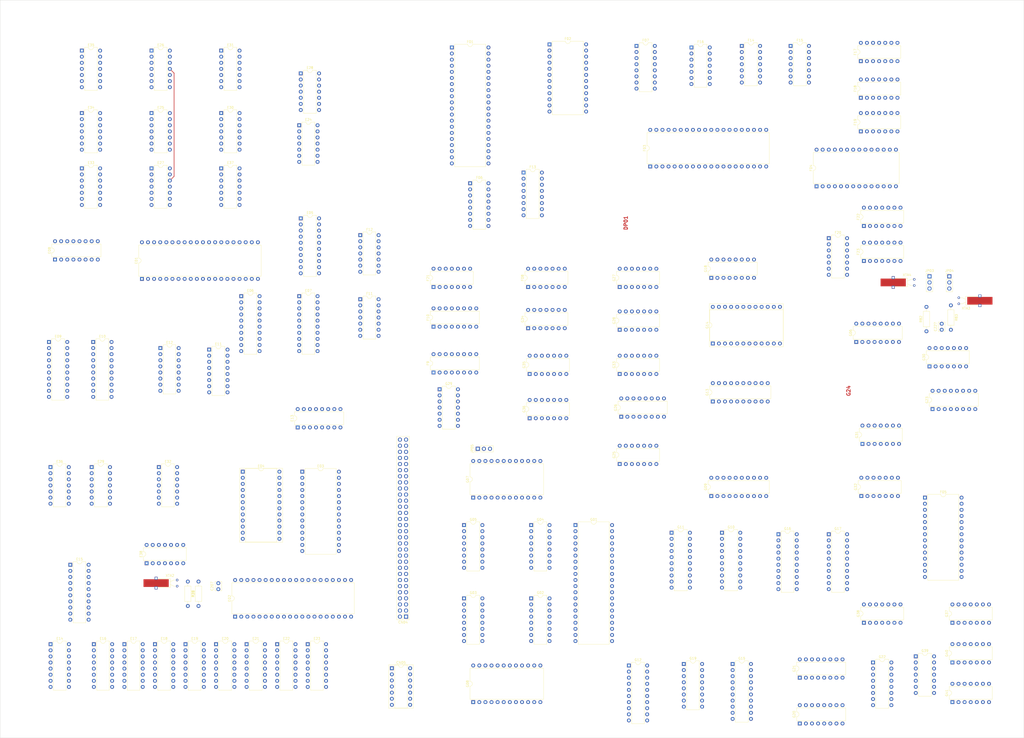
<source format=kicad_pcb>
(kicad_pcb (version 20171130) (host pcbnew 5.1.9+dfsg1-1)
  (layers (0 F.Cu signal) (31 B.Cu signal) (34 B.Paste user) (35 F.Paste user) (36 B.SilkS user) (37 F.SilkS user) (38 B.Mask user) (39 F.Mask user) (44 Edge.Cuts user))
  (net 0 "")
  (net 1 GND)
  (net 2 VCC)
  (net 3 D6)
  (net 4 D0)
  (net 5 D1)
  (net 6 D3)
  (net 7 CN04_54)
  (net 8 CN04_53)
  (net 9 CN04_52)
  (net 10 A1)
  (net 11 A2)
  (net 12 A0)
  (net 13 A10)
  (net 14 A12)
  (net 15 A9)
  (net 16 A6)
  (net 17 A5)
  (net 18 CN04_43)
  (net 19 CN04_42)
  (net 20 CN04_41)
  (net 21 ~WE_CN04_40)
  (net 22 "Net-(CN04-Pad39)")
  (net 23 "Net-(CN04-Pad38)")
  (net 24 "Net-(CN04-Pad37)")
  (net 25 "Net-(CN04-Pad36)")
  (net 26 "Net-(CN04-Pad35)")
  (net 27 CN04_34)
  (net 28 "Net-(CN04-Pad33)")
  (net 29 "Net-(CN04-Pad28)")
  (net 30 "Net-(CN04-Pad27)")
  (net 31 "Net-(CN04-Pad26)")
  (net 32 IR3)
  (net 33 "Net-(CN04-Pad24)")
  (net 34 "Net-(CN04-Pad22)")
  (net 35 "Net-(CN04-Pad21)")
  (net 36 CN04_20)
  (net 37 CN04_19)
  (net 38 A13)
  (net 39 A7)
  (net 40 A4)
  (net 41 A8)
  (net 42 CN04_14)
  (net 43 "Net-(CN04-Pad13)")
  (net 44 A11)
  (net 45 A3)
  (net 46 CN04_10)
  (net 47 CN04_09)
  (net 48 CN04_08)
  (net 49 CN04_07)
  (net 50 D4)
  (net 51 D2)
  (net 52 D5)
  (net 53 D7)
  (net 54 CN05_14)
  (net 55 "Net-(CN05-Pad13)")
  (net 56 "Net-(CN05-Pad12)")
  (net 57 "Net-(CN05-Pad11)")
  (net 58 "Net-(CN05-Pad10)")
  (net 59 "Net-(CN05-Pad9)")
  (net 60 "Net-(CN05-Pad8)")
  (net 61 "Net-(CN05-Pad7)")
  (net 62 "Net-(CN05-Pad6)")
  (net 63 "Net-(CN05-Pad5)")
  (net 64 "Net-(CN05-Pad4)")
  (net 65 "Net-(CN05-Pad3)")
  (net 66 "Net-(CN05-Pad2)")
  (net 67 "Net-(CN05-Pad1)")
  (net 68 "Net-(E01-Pad39)")
  (net 69 CPU_AD7)
  (net 70 "Net-(E01-Pad38)")
  (net 71 CPU_AD6)
  (net 72 "Net-(E01-Pad37)")
  (net 73 CPU_AD5)
  (net 74 "Net-(E01-Pad36)")
  (net 75 CPU_AD4)
  (net 76 "Net-(E01-Pad35)")
  (net 77 CPU_AD3)
  (net 78 "Net-(E01-Pad34)")
  (net 79 CPU_AD2)
  (net 80 "Net-(E01-Pad33)")
  (net 81 CPU_AD1)
  (net 82 "Net-(E01-Pad32)")
  (net 83 CPU_AD0)
  (net 84 "Net-(E01-Pad31)")
  (net 85 "Net-(E01-Pad11)")
  (net 86 "Net-(E01-Pad30)")
  (net 87 "Net-(E01-Pad10)")
  (net 88 "Net-(E01-Pad29)")
  (net 89 "Net-(E01-Pad9)")
  (net 90 "Net-(E01-Pad28)")
  (net 91 CPU_A15)
  (net 92 "Net-(E01-Pad27)")
  (net 93 CPU_A14)
  (net 94 "Net-(E01-Pad26)")
  (net 95 CPU_A13)
  (net 96 "Net-(E01-Pad25)")
  (net 97 CPU_A12)
  (net 98 "Net-(E01-Pad24)")
  (net 99 CPU_A11)
  (net 100 CPU_A10)
  (net 101 "Net-(E01-Pad22)")
  (net 102 CPU_A9)
  (net 103 "Net-(E01-Pad21)")
  (net 104 CPU_A8)
  (net 105 "Net-(E02-Pad21)")
  (net 106 "Net-(E02-Pad22)")
  (net 107 "Net-(E02-Pad23)")
  (net 108 DRAM_CTRL_B0)
  (net 109 "Net-(E02-Pad26)")
  (net 110 "Net-(E02-Pad7)")
  (net 111 ~DRAM_CTRL_CAS)
  (net 112 "Net-(E02-Pad28)")
  (net 113 "Net-(E02-Pad9)")
  (net 114 "Net-(E02-Pad29)")
  (net 115 "Net-(E02-Pad30)")
  (net 116 "Net-(E02-Pad11)")
  (net 117 ~DRAM_CTRL_WR)
  (net 118 "Net-(E02-Pad32)")
  (net 119 "Net-(E02-Pad13)")
  (net 120 "Net-(E02-Pad33)")
  (net 121 "Net-(E02-Pad34)")
  (net 122 "Net-(E02-Pad15)")
  (net 123 "Net-(E02-Pad35)")
  (net 124 "Net-(E02-Pad36)")
  (net 125 "Net-(E02-Pad17)")
  (net 126 "Net-(E02-Pad37)")
  (net 127 DRAM_CTRL_AH6)
  (net 128 "Net-(E02-Pad19)")
  (net 129 "Net-(E03-Pad28)")
  (net 130 "Net-(E03-Pad14)")
  (net 131 "Net-(E03-Pad27)")
  (net 132 "Net-(E03-Pad13)")
  (net 133 "Net-(E03-Pad26)")
  (net 134 "Net-(E03-Pad12)")
  (net 135 "Net-(E03-Pad25)")
  (net 136 "Net-(E03-Pad24)")
  (net 137 "Net-(E03-Pad23)")
  (net 138 "Net-(E03-Pad22)")
  (net 139 "Net-(E03-Pad20)")
  (net 140 "Net-(E03-Pad19)")
  (net 141 "Net-(E03-Pad18)")
  (net 142 "Net-(E03-Pad17)")
  (net 143 "Net-(E03-Pad3)")
  (net 144 "Net-(E03-Pad16)")
  (net 145 "Net-(E03-Pad2)")
  (net 146 "Net-(E03-Pad15)")
  (net 147 ~PIC_CS)
  (net 148 Vcc)
  (net 149 "Net-(E04-Pad23)")
  (net 150 "Net-(E04-Pad11)")
  (net 151 "Net-(E04-Pad22)")
  (net 152 "Net-(E04-Pad10)")
  (net 153 "Net-(E04-Pad21)")
  (net 154 "Net-(E04-Pad9)")
  (net 155 ~MAINCPU_ROM_G)
  (net 156 "Net-(E04-Pad8)")
  (net 157 "Net-(E04-Pad19)")
  (net 158 "Net-(E04-Pad7)")
  (net 159 ~MAINCPU_ROM_E)
  (net 160 "Net-(E04-Pad6)")
  (net 161 "Net-(E04-Pad17)")
  (net 162 "Net-(E04-Pad5)")
  (net 163 "Net-(E04-Pad16)")
  (net 164 "Net-(E04-Pad4)")
  (net 165 "Net-(E04-Pad15)")
  (net 166 "Net-(E04-Pad14)")
  (net 167 "Net-(E04-Pad2)")
  (net 168 "Net-(E04-Pad13)")
  (net 169 "Net-(E04-Pad1)")
  (net 170 "Net-(E05-Pad20)")
  (net 171 "Net-(E05-Pad10)")
  (net 172 A14)
  (net 173 A15)
  (net 174 "Net-(E05-Pad11)")
  (net 175 "Net-(E05-Pad1)")
  (net 176 "Net-(E06-Pad1)")
  (net 177 "Net-(E06-Pad11)")
  (net 178 "Net-(E06-Pad10)")
  (net 179 "Net-(E06-Pad20)")
  (net 180 "Net-(E07-Pad1)")
  (net 181 "Net-(E07-Pad19)")
  (net 182 "Net-(E07-Pad10)")
  (net 183 "Net-(E07-Pad20)")
  (net 184 "Net-(E08-Pad16)")
  (net 185 "Net-(E08-Pad8)")
  (net 186 IOR)
  (net 187 "Net-(E08-Pad10)")
  (net 188 RD)
  (net 189 "Net-(E08-Pad11)")
  (net 190 "Net-(E08-Pad3)")
  (net 191 IOW)
  (net 192 MEMR)
  (net 193 MEMW)
  (net 194 IOM)
  (net 195 "Net-(E09-Pad11)")
  (net 196 "Net-(E09-Pad2)")
  (net 197 "Net-(E09-Pad12)")
  (net 198 "Net-(E09-Pad5)")
  (net 199 "Net-(E09-Pad15)")
  (net 200 "Net-(E09-Pad6)")
  (net 201 "Net-(E09-Pad16)")
  (net 202 "Net-(E09-Pad9)")
  (net 203 "Net-(E09-Pad19)")
  (net 204 "Net-(E09-Pad10)")
  (net 205 "Net-(E09-Pad20)")
  (net 206 "Net-(E10-Pad20)")
  (net 207 "Net-(E10-Pad10)")
  (net 208 "Net-(E10-Pad19)")
  (net 209 "Net-(E10-Pad9)")
  (net 210 "Net-(E10-Pad16)")
  (net 211 "Net-(E10-Pad6)")
  (net 212 "Net-(E10-Pad15)")
  (net 213 "Net-(E10-Pad5)")
  (net 214 "Net-(E10-Pad12)")
  (net 215 "Net-(E10-Pad2)")
  (net 216 "Net-(E10-Pad11)")
  (net 217 E11_pin9_Zb)
  (net 218 "Net-(E11-Pad16)")
  (net 219 "Net-(E12-Pad9)")
  (net 220 "Net-(E12-Pad8)")
  (net 221 "Net-(E12-Pad16)")
  (net 222 "Net-(E13-Pad4)")
  (net 223 "Net-(E13-Pad5)")
  (net 224 "Net-(E13-Pad6)")
  (net 225 "Net-(E13-Pad15)")
  (net 226 "Net-(E13-Pad8)")
  (net 227 "Net-(E13-Pad16)")
  (net 228 "Net-(E14-Pad1)")
  (net 229 ~DRAM_CAS)
  (net 230 "Net-(E14-Pad10)")
  (net 231 DRAM_A7)
  (net 232 "Net-(E14-Pad12)")
  (net 233 "Net-(E14-Pad5)")
  (net 234 "Net-(E14-Pad13)")
  (net 235 "Net-(E14-Pad6)")
  (net 236 "Net-(E14-Pad14)")
  (net 237 "Net-(E14-Pad7)")
  (net 238 "Net-(E14-Pad15)")
  (net 239 "Net-(E14-Pad8)")
  (net 240 "Net-(E14-Pad16)")
  (net 241 "Net-(E15-Pad20)")
  (net 242 "Net-(E15-Pad10)")
  (net 243 DRAM_OUT7)
  (net 244 DRAM_OUT3)
  (net 245 DRAM_OUT6)
  (net 246 DRAM_OUT2)
  (net 247 DRAM_OUT5)
  (net 248 DRAM_OUT1)
  (net 249 DRAM_OUT4)
  (net 250 DRAM_OUT0)
  (net 251 "Net-(E15-Pad11)")
  (net 252 "Net-(E15-Pad1)")
  (net 253 "Net-(E16-Pad1)")
  (net 254 "Net-(E17-Pad1)")
  (net 255 "Net-(E18-Pad1)")
  (net 256 "Net-(E19-Pad1)")
  (net 257 "Net-(E20-Pad1)")
  (net 258 "Net-(E21-Pad1)")
  (net 259 "Net-(E22-Pad1)")
  (net 260 "Net-(E23-Pad1)")
  (net 261 "Net-(E26-Pad8)")
  (net 262 "Net-(E26-Pad9)")
  (net 263 "Net-(E26-Pad10)")
  (net 264 "Net-(E26-Pad11)")
  (net 265 "Net-(E26-Pad12)")
  (net 266 "Net-(E26-Pad13)")
  (net 267 ~A5)
  (net 268 "Net-(E32-Pad11)")
  (net 269 "Net-(E32-Pad3)")
  (net 270 "Net-(E32-Pad1)")
  (net 271 "Net-(E32-Pad2)")
  (net 272 "Net-(F01-Pad1)")
  (net 273 "Net-(F01-Pad21)")
  (net 274 "Net-(F01-Pad2)")
  (net 275 ~KBDC_CS)
  (net 276 "Net-(F01-Pad3)")
  (net 277 "Net-(F01-Pad23)")
  (net 278 "Net-(F01-Pad4)")
  (net 279 "Net-(F01-Pad24)")
  (net 280 "Net-(F01-Pad5)")
  (net 281 "Net-(F01-Pad25)")
  (net 282 "Net-(F01-Pad6)")
  (net 283 "Net-(F01-Pad26)")
  (net 284 "Net-(F01-Pad7)")
  (net 285 "Net-(F01-Pad27)")
  (net 286 "Net-(F01-Pad8)")
  (net 287 "Net-(F01-Pad28)")
  (net 288 "Net-(F01-Pad9)")
  (net 289 "Net-(F01-Pad29)")
  (net 290 "Net-(F01-Pad10)")
  (net 291 "Net-(F01-Pad30)")
  (net 292 "Net-(F01-Pad11)")
  (net 293 "Net-(F01-Pad31)")
  (net 294 "Net-(F01-Pad32)")
  (net 295 "Net-(F01-Pad33)")
  (net 296 "Net-(F01-Pad34)")
  (net 297 "Net-(F01-Pad35)")
  (net 298 "Net-(F01-Pad36)")
  (net 299 "Net-(F01-Pad37)")
  (net 300 "Net-(F01-Pad38)")
  (net 301 "Net-(F01-Pad39)")
  (net 302 "Net-(F02-Pad24)")
  (net 303 "Net-(F02-Pad12)")
  (net 304 "Net-(F02-Pad23)")
  (net 305 "Net-(F02-Pad11)")
  (net 306 "Net-(F02-Pad22)")
  (net 307 ~PIT8253_CS)
  (net 308 "Net-(F02-Pad9)")
  (net 309 "Net-(F02-Pad20)")
  (net 310 "Net-(F02-Pad19)")
  (net 311 "Net-(F02-Pad16)")
  (net 312 "Net-(F02-Pad15)")
  (net 313 "Net-(F03-Pad40)")
  (net 314 "Net-(F03-Pad20)")
  (net 315 "Net-(F03-Pad39)")
  (net 316 "Net-(F03-Pad19)")
  (net 317 "Net-(F03-Pad38)")
  (net 318 "Net-(F03-Pad18)")
  (net 319 "Net-(F03-Pad37)")
  (net 320 "Net-(F03-Pad17)")
  (net 321 "Net-(F03-Pad36)")
  (net 322 "Net-(F03-Pad16)")
  (net 323 "Net-(F03-Pad35)")
  (net 324 "Net-(F03-Pad15)")
  (net 325 "Net-(F03-Pad14)")
  (net 326 "Net-(F03-Pad13)")
  (net 327 "Net-(F03-Pad12)")
  (net 328 "Net-(F03-Pad11)")
  (net 329 "Net-(F03-Pad10)")
  (net 330 "Net-(F03-Pad9)")
  (net 331 "Net-(F03-Pad8)")
  (net 332 "Net-(F03-Pad7)")
  (net 333 "Net-(F03-Pad26)")
  (net 334 ~PPI_I8255_CS)
  (net 335 "Net-(F03-Pad25)")
  (net 336 "Net-(F03-Pad5)")
  (net 337 "Net-(F03-Pad24)")
  (net 338 "Net-(F03-Pad4)")
  (net 339 "Net-(F03-Pad23)")
  (net 340 "Net-(F03-Pad3)")
  (net 341 "Net-(F03-Pad22)")
  (net 342 "Net-(F03-Pad2)")
  (net 343 "Net-(F03-Pad21)")
  (net 344 "Net-(F03-Pad1)")
  (net 345 "Net-(F04-Pad15)")
  (net 346 "Net-(F04-Pad16)")
  (net 347 "Net-(F04-Pad3)")
  (net 348 "Net-(F04-Pad17)")
  (net 349 "Net-(F04-Pad18)")
  (net 350 "Net-(F04-Pad19)")
  (net 351 "Net-(F04-Pad20)")
  (net 352 "Net-(F04-Pad21)")
  (net 353 "Net-(F04-Pad22)")
  (net 354 "Net-(F04-Pad9)")
  (net 355 "Net-(F04-Pad23)")
  (net 356 "Net-(F04-Pad10)")
  (net 357 "Net-(F04-Pad24)")
  (net 358 ~I8251_CS)
  (net 359 "Net-(F04-Pad25)")
  (net 360 "Net-(F04-Pad12)")
  (net 361 "Net-(F04-Pad13)")
  (net 362 "Net-(F04-Pad14)")
  (net 363 "Net-(F07-Pad16)")
  (net 364 "Net-(F07-Pad8)")
  (net 365 "Net-(F07-Pad14)")
  (net 366 "Net-(F07-Pad6)")
  (net 367 "Net-(F07-Pad13)")
  (net 368 "Net-(F07-Pad4)")
  (net 369 "Net-(F07-Pad12)")
  (net 370 "Net-(F07-Pad11)")
  (net 371 "Net-(F13-Pad9)")
  (net 372 "Net-(F13-Pad2)")
  (net 373 "Net-(F13-Pad10)")
  (net 374 "Net-(F13-Pad3)")
  (net 375 "Net-(F13-Pad4)")
  (net 376 "Net-(F13-Pad5)")
  (net 377 "Net-(F13-Pad13)")
  (net 378 "Net-(F13-Pad6)")
  (net 379 "Net-(F13-Pad14)")
  (net 380 "Net-(F13-Pad7)")
  (net 381 "Net-(F13-Pad15)")
  (net 382 "Net-(F14-Pad1)")
  (net 383 "Net-(F14-Pad12)")
  (net 384 "Net-(F14-Pad6)")
  (net 385 "Net-(F16-Pad4)")
  (net 386 "Net-(F16-Pad5)")
  (net 387 "Net-(G02-Pad16)")
  (net 388 "Net-(G02-Pad8)")
  (net 389 "Net-(G02-Pad15)")
  (net 390 "Net-(G02-Pad7)")
  (net 391 "Net-(G02-Pad14)")
  (net 392 "Net-(G02-Pad6)")
  (net 393 "Net-(G02-Pad13)")
  (net 394 "Net-(G02-Pad5)")
  (net 395 "Net-(G02-Pad12)")
  (net 396 "Net-(G02-Pad4)")
  (net 397 "Net-(G02-Pad11)")
  (net 398 "Net-(G02-Pad3)")
  (net 399 "Net-(G02-Pad10)")
  (net 400 "Net-(G02-Pad2)")
  (net 401 "Net-(G02-Pad9)")
  (net 402 LS157_S)
  (net 403 "Net-(G03-Pad16)")
  (net 404 "Net-(G03-Pad8)")
  (net 405 "Net-(G03-Pad15)")
  (net 406 "Net-(G03-Pad7)")
  (net 407 "Net-(G03-Pad6)")
  (net 408 "Net-(G03-Pad13)")
  (net 409 "Net-(G03-Pad5)")
  (net 410 "Net-(G03-Pad12)")
  (net 411 "Net-(G03-Pad4)")
  (net 412 "Net-(G03-Pad11)")
  (net 413 "Net-(G03-Pad3)")
  (net 414 "Net-(G03-Pad10)")
  (net 415 "Net-(G03-Pad2)")
  (net 416 "Net-(G03-Pad9)")
  (net 417 "Net-(G04-Pad16)")
  (net 418 "Net-(G04-Pad8)")
  (net 419 "Net-(G04-Pad15)")
  (net 420 "Net-(G04-Pad7)")
  (net 421 "Net-(G04-Pad14)")
  (net 422 "Net-(G04-Pad6)")
  (net 423 "Net-(G04-Pad13)")
  (net 424 "Net-(G04-Pad5)")
  (net 425 "Net-(G04-Pad12)")
  (net 426 "Net-(G04-Pad4)")
  (net 427 "Net-(G04-Pad11)")
  (net 428 "Net-(G04-Pad3)")
  (net 429 "Net-(G04-Pad10)")
  (net 430 "Net-(G04-Pad2)")
  (net 431 "Net-(G04-Pad9)")
  (net 432 "Net-(G05-Pad9)")
  (net 433 "Net-(G05-Pad2)")
  (net 434 "Net-(G05-Pad10)")
  (net 435 "Net-(G05-Pad3)")
  (net 436 "Net-(G05-Pad11)")
  (net 437 "Net-(G05-Pad4)")
  (net 438 "Net-(G05-Pad12)")
  (net 439 "Net-(G05-Pad5)")
  (net 440 "Net-(G05-Pad13)")
  (net 441 "Net-(G05-Pad6)")
  (net 442 "Net-(G05-Pad14)")
  (net 443 "Net-(G05-Pad7)")
  (net 444 "Net-(G05-Pad15)")
  (net 445 "Net-(G05-Pad8)")
  (net 446 "Net-(G05-Pad16)")
  (net 447 "Net-(G06-Pad1)")
  (net 448 "Net-(G06-Pad9)")
  (net 449 "Net-(G06-Pad2)")
  (net 450 "Net-(G06-Pad10)")
  (net 451 "Net-(G06-Pad3)")
  (net 452 "Net-(G06-Pad11)")
  (net 453 "Net-(G06-Pad4)")
  (net 454 "Net-(G06-Pad12)")
  (net 455 "Net-(G06-Pad5)")
  (net 456 "Net-(G06-Pad7)")
  (net 457 "Net-(G06-Pad15)")
  (net 458 "Net-(G06-Pad16)")
  (net 459 "Net-(G10-Pad11)")
  (net 460 "Net-(G10-Pad2)")
  (net 461 "Net-(G10-Pad12)")
  (net 462 "Net-(G10-Pad3)")
  (net 463 "Net-(G10-Pad13)")
  (net 464 "Net-(G10-Pad4)")
  (net 465 "Net-(G10-Pad14)")
  (net 466 "Net-(G10-Pad5)")
  (net 467 "Net-(G10-Pad15)")
  (net 468 "Net-(G10-Pad6)")
  (net 469 "Net-(G10-Pad16)")
  (net 470 "Net-(G10-Pad7)")
  (net 471 "Net-(G10-Pad17)")
  (net 472 "Net-(G10-Pad8)")
  (net 473 "Net-(G10-Pad18)")
  (net 474 "Net-(G10-Pad9)")
  (net 475 "Net-(G10-Pad19)")
  (net 476 "Net-(G10-Pad10)")
  (net 477 "Net-(G10-Pad20)")
  (net 478 "Net-(G11-Pad20)")
  (net 479 "Net-(G11-Pad10)")
  (net 480 "Net-(G11-Pad19)")
  (net 481 "Net-(G11-Pad9)")
  (net 482 "Net-(G11-Pad18)")
  (net 483 "Net-(G11-Pad8)")
  (net 484 "Net-(G11-Pad17)")
  (net 485 "Net-(G11-Pad7)")
  (net 486 "Net-(G11-Pad16)")
  (net 487 "Net-(G11-Pad6)")
  (net 488 "Net-(G11-Pad15)")
  (net 489 "Net-(G11-Pad5)")
  (net 490 "Net-(G11-Pad14)")
  (net 491 "Net-(G11-Pad4)")
  (net 492 "Net-(G11-Pad13)")
  (net 493 "Net-(G11-Pad3)")
  (net 494 "Net-(G11-Pad12)")
  (net 495 "Net-(G11-Pad2)")
  (net 496 "Net-(G11-Pad11)")
  (net 497 "Net-(G27-Pad11)")
  (net 498 "Net-(G27-Pad10)")
  (net 499 "Net-(G29-Pad1)")
  (net 500 "Net-(G29-Pad2)")
  (net 501 "Net-(G29-Pad4)")
  (net 502 "Net-(G29-Pad6)")
  (net 503 "Net-(G30-Pad10)")
  (net 504 "Net-(G30-Pad12)")
  (net 505 "Net-(G31-Pad8)")
  (net 506 ~GFX_SRAM1_CS)
  (net 507 "Net-(G31-Pad10)")
  (net 508 "Net-(G31-Pad11)")
  (net 509 ~GFX_SRAM2_CS)
  (net 510 "Net-(G31-Pad13)")
  (net 511 "Net-(G32-Pad12)")
  (net 512 "Net-(G32-Pad3)")
  (net 513 "Net-(G32-Pad11)")
  (net 514 "Net-(G32-Pad2)")
  (net 515 "Net-(G01-Pad40)")
  (net 516 "Net-(G01-Pad20)")
  (net 517 "Net-(G01-Pad39)")
  (net 518 "Net-(G01-Pad19)")
  (net 519 RA0)
  (net 520 "Net-(G01-Pad18)")
  (net 521 RA1)
  (net 522 "Net-(G01-Pad17)")
  (net 523 RA2)
  (net 524 "Net-(G01-Pad16)")
  (net 525 RA3)
  (net 526 "Net-(G01-Pad15)")
  (net 527 RA4)
  (net 528 "Net-(G01-Pad14)")
  (net 529 "Net-(G01-Pad33)")
  (net 530 "Net-(G01-Pad13)")
  (net 531 "Net-(G01-Pad32)")
  (net 532 "Net-(G01-Pad12)")
  (net 533 "Net-(G01-Pad31)")
  (net 534 "Net-(G01-Pad11)")
  (net 535 "Net-(G01-Pad30)")
  (net 536 "Net-(G01-Pad10)")
  (net 537 "Net-(G01-Pad29)")
  (net 538 "Net-(G01-Pad9)")
  (net 539 "Net-(G01-Pad28)")
  (net 540 "Net-(G01-Pad8)")
  (net 541 "Net-(G01-Pad27)")
  (net 542 "Net-(G01-Pad7)")
  (net 543 "Net-(G01-Pad26)")
  (net 544 "Net-(G01-Pad6)")
  (net 545 "Net-(G01-Pad25)")
  (net 546 "Net-(G01-Pad5)")
  (net 547 "Net-(G01-Pad24)")
  (net 548 "Net-(G01-Pad4)")
  (net 549 "Net-(G01-Pad23)")
  (net 550 "Net-(G01-Pad3)")
  (net 551 "Net-(G01-Pad22)")
  (net 552 "Net-(G01-Pad2)")
  (net 553 "Net-(G01-Pad21)")
  (net 554 "Net-(G01-Pad1)")
  (net 555 "Net-(G09-Pad1)")
  (net 556 "Net-(G09-Pad11)")
  (net 557 "Net-(G09-Pad2)")
  (net 558 "Net-(G09-Pad12)")
  (net 559 "Net-(G09-Pad3)")
  (net 560 "Net-(G09-Pad13)")
  (net 561 "Net-(G09-Pad4)")
  (net 562 "Net-(G09-Pad14)")
  (net 563 "Net-(G09-Pad5)")
  (net 564 "Net-(G09-Pad15)")
  (net 565 "Net-(G09-Pad6)")
  (net 566 "Net-(G09-Pad16)")
  (net 567 "Net-(G09-Pad7)")
  (net 568 "Net-(G09-Pad17)")
  (net 569 "Net-(G09-Pad8)")
  (net 570 "Net-(G09-Pad18)")
  (net 571 "Net-(G09-Pad9)")
  (net 572 "Net-(G09-Pad19)")
  (net 573 "Net-(G09-Pad10)")
  (net 574 "Net-(G09-Pad20)")
  (net 575 "Net-(G13-Pad20)")
  (net 576 "Net-(G13-Pad10)")
  (net 577 "Net-(G13-Pad19)")
  (net 578 "Net-(G13-Pad9)")
  (net 579 "Net-(G13-Pad18)")
  (net 580 "Net-(G13-Pad7)")
  (net 581 "Net-(G13-Pad16)")
  (net 582 "Net-(G13-Pad5)")
  (net 583 "Net-(G13-Pad14)")
  (net 584 "Net-(G13-Pad3)")
  (net 585 "Net-(G13-Pad12)")
  (net 586 "Net-(G13-Pad1)")
  (net 587 "Net-(G14-Pad21)")
  (net 588 "Net-(G14-Pad18)")
  (net 589 "Net-(G18-Pad16)")
  (net 590 "Net-(G18-Pad8)")
  (net 591 "Net-(G18-Pad15)")
  (net 592 "Net-(G18-Pad7)")
  (net 593 "Net-(G18-Pad6)")
  (net 594 "Net-(G18-Pad9)")
  (net 595 "Net-(G18-Pad1)")
  (net 596 "Net-(G29-Pad8)")
  (net 597 "Net-(G34-Pad4)")
  (net 598 "Net-(G34-Pad3)")
  (net 599 "Net-(G34-Pad1)")
  (net 600 "Net-(G35-Pad5)")
  (net 601 "Net-(G35-Pad3)")
  (net 602 "Net-(G36-Pad8)")
  (net 603 RESET_OUT_DELAYED)
  (net 604 ~CPU_RESET_OUT)
  (net 605 ~CHARGEN_ROM_G)
  (net 606 ~RESET_OUT_DELAYED)
  (net 607 "Net-(G28-Pad6)")
  (net 608 "Net-(G28-Pad5)")
  (net 609 "Net-(G28-Pad11)")
  (net 610 "Net-(G28-Pad9)")
  (net 611 "Net-(G28-Pad2)")
  (net 612 "Net-(G28-Pad8)")
  (net 613 "Net-(G15-Pad20)")
  (net 614 "Net-(G15-Pad10)")
  (net 615 "Net-(G15-Pad19)")
  (net 616 "Net-(G15-Pad9)")
  (net 617 "Net-(G15-Pad18)")
  (net 618 "Net-(G15-Pad8)")
  (net 619 "Net-(G15-Pad17)")
  (net 620 "Net-(G15-Pad7)")
  (net 621 "Net-(G15-Pad16)")
  (net 622 "Net-(G15-Pad6)")
  (net 623 "Net-(G15-Pad15)")
  (net 624 "Net-(G15-Pad5)")
  (net 625 "Net-(G15-Pad14)")
  (net 626 "Net-(G15-Pad4)")
  (net 627 "Net-(G15-Pad13)")
  (net 628 "Net-(G15-Pad3)")
  (net 629 REG1_BIT4)
  (net 630 "Net-(G15-Pad2)")
  (net 631 "Net-(G15-Pad11)")
  (net 632 "Net-(G16-Pad1)")
  (net 633 "Net-(G16-Pad11)")
  (net 634 "Net-(G16-Pad2)")
  (net 635 "Net-(G16-Pad12)")
  (net 636 "Net-(G16-Pad3)")
  (net 637 "Net-(G16-Pad13)")
  (net 638 "Net-(G16-Pad4)")
  (net 639 "Net-(G16-Pad14)")
  (net 640 "Net-(G16-Pad5)")
  (net 641 "Net-(G16-Pad15)")
  (net 642 "Net-(G16-Pad6)")
  (net 643 "Net-(G16-Pad16)")
  (net 644 "Net-(G16-Pad7)")
  (net 645 "Net-(G16-Pad17)")
  (net 646 "Net-(G16-Pad8)")
  (net 647 "Net-(G16-Pad18)")
  (net 648 "Net-(G16-Pad9)")
  (net 649 "Net-(G16-Pad19)")
  (net 650 "Net-(G16-Pad10)")
  (net 651 "Net-(G16-Pad20)")
  (net 652 "Net-(G17-Pad20)")
  (net 653 "Net-(G17-Pad10)")
  (net 654 "Net-(G17-Pad19)")
  (net 655 "Net-(G17-Pad9)")
  (net 656 "Net-(G17-Pad18)")
  (net 657 "Net-(G17-Pad8)")
  (net 658 "Net-(G17-Pad17)")
  (net 659 "Net-(G17-Pad7)")
  (net 660 "Net-(G17-Pad16)")
  (net 661 "Net-(G17-Pad6)")
  (net 662 "Net-(G17-Pad15)")
  (net 663 "Net-(G17-Pad5)")
  (net 664 "Net-(G17-Pad14)")
  (net 665 "Net-(G17-Pad4)")
  (net 666 "Net-(G17-Pad13)")
  (net 667 "Net-(G17-Pad3)")
  (net 668 "Net-(G17-Pad12)")
  (net 669 "Net-(G17-Pad2)")
  (net 670 "Net-(G17-Pad11)")
  (net 671 "Net-(G17-Pad1)")
  (net 672 CHARGEN_SERIAL_OUT)
  (net 673 "Net-(G19-Pad16)")
  (net 674 "Net-(G19-Pad8)")
  (net 675 "Net-(G19-Pad15)")
  (net 676 "Net-(G19-Pad7)")
  (net 677 "Net-(G19-Pad14)")
  (net 678 "Net-(G19-Pad6)")
  (net 679 "Net-(G19-Pad13)")
  (net 680 "Net-(G19-Pad5)")
  (net 681 "Net-(G19-Pad12)")
  (net 682 "Net-(G19-Pad4)")
  (net 683 "Net-(G19-Pad11)")
  (net 684 "Net-(G19-Pad3)")
  (net 685 "Net-(G19-Pad10)")
  (net 686 "Net-(G19-Pad2)")
  (net 687 "Net-(G19-Pad9)")
  (net 688 "Net-(G19-Pad1)")
  (net 689 "Net-(G23-Pad1)")
  (net 690 "Net-(G23-Pad9)")
  (net 691 "Net-(G23-Pad2)")
  (net 692 "Net-(G23-Pad10)")
  (net 693 "Net-(G23-Pad3)")
  (net 694 "Net-(G23-Pad11)")
  (net 695 "Net-(G23-Pad4)")
  (net 696 "Net-(G23-Pad12)")
  (net 697 "Net-(G23-Pad5)")
  (net 698 "Net-(G23-Pad13)")
  (net 699 "Net-(G23-Pad6)")
  (net 700 "Net-(G23-Pad14)")
  (net 701 "Net-(G23-Pad15)")
  (net 702 "Net-(G23-Pad8)")
  (net 703 "Net-(G23-Pad16)")
  (net 704 "Net-(G30-Pad4)")
  (net 705 "Net-(G33-Pad2)")
  (net 706 "Net-(C207-Pad1)")
  (net 707 "Net-(C207-Pad2)")
  (net 708 "Net-(C227-Pad2)")
  (net 709 "Net-(C227-Pad1)")
  (net 710 "Net-(E38-Pad1)")
  (net 711 "Net-(E38-Pad4)")
  (net 712 E38.6_CLK)
  (net 713 "Net-(F20-Pad3)")
  (net 714 "Net-(F20-Pad2)")
  (net 715 "Net-(G22-Pad1)")
  (net 716 "Net-(G22-Pad2)")
  (net 717 "Net-(G22-Pad10)")
  (net 718 "Net-(G22-Pad3)")
  (net 719 "Net-(G22-Pad11)")
  (net 720 "Net-(G22-Pad4)")
  (net 721 "Net-(G22-Pad12)")
  (net 722 "Net-(G22-Pad5)")
  (net 723 "Net-(G22-Pad13)")
  (net 724 "Net-(G22-Pad6)")
  (net 725 "Net-(G22-Pad14)")
  (net 726 "Net-(G22-Pad7)")
  (net 727 "Net-(G22-Pad15)")
  (net 728 "Net-(G22-Pad8)")
  (net 729 "Net-(G22-Pad16)")
  (net 730 FF_23.2)
  (net 731 "Net-(G26-Pad16)")
  (net 732 "Net-(G26-Pad8)")
  (net 733 "Net-(G26-Pad15)")
  (net 734 "Net-(G26-Pad7)")
  (net 735 "Net-(G26-Pad14)")
  (net 736 "Net-(G26-Pad6)")
  (net 737 "Net-(G26-Pad13)")
  (net 738 "Net-(G26-Pad5)")
  (net 739 "Net-(G26-Pad12)")
  (net 740 "Net-(G26-Pad4)")
  (net 741 "Net-(G26-Pad11)")
  (net 742 "Net-(G26-Pad3)")
  (net 743 "Net-(G26-Pad10)")
  (net 744 "Net-(G26-Pad9)")
  (net 745 "Net-(G26-Pad1)")
  (net 746 G30.6_CLK)
  (net 747 "Net-(G30-Pad1)")
  (net 748 "Net-(JP03-Pad1)")
  (net 749 "Net-(JP03-Pad3)")
  (net 750 "Net-(JP04-Pad3)")
  (net 751 "Net-(JP04-Pad1)")
  (net 752 "Net-(JP05-Pad3)")
  (net 753 "Net-(JP05-Pad2)")
  (net 754 "Net-(JP05-Pad1)")
  (net 755 ~CPU_RSTB)
  (net 756 "Net-(E27-Pad1)")
  (net 757 TOGGLE_FF_G27A)
  (net 758 F20.1_CLK)
  (net 759 "Net-(G27-Pad2)")
  (net 760 "Net-(G27-Pad5)")
  (net 761 "Net-(G27-Pad4)")
  (net 762 "Net-(G07-Pad23)")
  (net 763 "Net-(G07-Pad11)")
  (net 764 "Net-(G07-Pad22)")
  (net 765 "Net-(G07-Pad10)")
  (net 766 "Net-(G07-Pad21)")
  (net 767 "Net-(G07-Pad9)")
  (net 768 "Net-(G07-Pad20)")
  (net 769 "Net-(G07-Pad8)")
  (net 770 "Net-(G07-Pad19)")
  (net 771 "Net-(G07-Pad7)")
  (net 772 "Net-(G07-Pad18)")
  (net 773 "Net-(G07-Pad6)")
  (net 774 "Net-(G07-Pad17)")
  (net 775 "Net-(G07-Pad5)")
  (net 776 "Net-(G07-Pad16)")
  (net 777 "Net-(G07-Pad4)")
  (net 778 "Net-(G07-Pad15)")
  (net 779 "Net-(G07-Pad3)")
  (net 780 "Net-(G07-Pad14)")
  (net 781 "Net-(G07-Pad2)")
  (net 782 "Net-(G07-Pad13)")
  (net 783 "Net-(G07-Pad1)")
  (net 784 "Net-(G08-Pad23)")
  (net 785 "Net-(G08-Pad11)")
  (net 786 "Net-(G08-Pad22)")
  (net 787 "Net-(G08-Pad10)")
  (net 788 "Net-(G08-Pad21)")
  (net 789 "Net-(G08-Pad9)")
  (net 790 "Net-(G08-Pad20)")
  (net 791 "Net-(G08-Pad8)")
  (net 792 "Net-(G08-Pad19)")
  (net 793 "Net-(G08-Pad7)")
  (net 794 "Net-(G08-Pad18)")
  (net 795 "Net-(G08-Pad6)")
  (net 796 "Net-(G08-Pad17)")
  (net 797 "Net-(G08-Pad5)")
  (net 798 "Net-(G08-Pad16)")
  (net 799 "Net-(G08-Pad4)")
  (net 800 "Net-(G08-Pad15)")
  (net 801 "Net-(G08-Pad3)")
  (net 802 "Net-(G08-Pad14)")
  (net 803 "Net-(G08-Pad2)")
  (net 804 "Net-(G08-Pad13)")
  (net 805 "Net-(G08-Pad1)")
  (net 806 "Net-(G12-Pad20)")
  (net 807 "Net-(G12-Pad10)")
  (net 808 "Net-(G12-Pad19)")
  (net 809 "Net-(G12-Pad9)")
  (net 810 "Net-(G12-Pad18)")
  (net 811 "Net-(G12-Pad8)")
  (net 812 "Net-(G12-Pad17)")
  (net 813 "Net-(G12-Pad7)")
  (net 814 "Net-(G12-Pad16)")
  (net 815 "Net-(G12-Pad6)")
  (net 816 "Net-(G12-Pad15)")
  (net 817 "Net-(G12-Pad5)")
  (net 818 "Net-(G12-Pad14)")
  (net 819 "Net-(G12-Pad4)")
  (net 820 "Net-(G12-Pad13)")
  (net 821 "Net-(G12-Pad3)")
  (net 822 "Net-(G12-Pad12)")
  (net 823 "Net-(G12-Pad2)")
  (net 824 "Net-(G12-Pad11)")
  (net 825 "Net-(G12-Pad1)")
  (net 826 "Net-(G20-Pad16)")
  (net 827 "Net-(G20-Pad8)")
  (net 828 "Net-(G20-Pad15)")
  (net 829 "Net-(G20-Pad7)")
  (net 830 "Net-(G20-Pad14)")
  (net 831 "Net-(G20-Pad6)")
  (net 832 "Net-(G20-Pad13)")
  (net 833 "Net-(G20-Pad5)")
  (net 834 "Net-(G20-Pad12)")
  (net 835 "Net-(G20-Pad4)")
  (net 836 "Net-(G20-Pad11)")
  (net 837 "Net-(G20-Pad3)")
  (net 838 "Net-(G20-Pad10)")
  (net 839 "Net-(G20-Pad2)")
  (net 840 "Net-(G20-Pad9)")
  (net 841 "Net-(G20-Pad1)")
  (net 842 "Net-(G21-Pad16)")
  (net 843 "Net-(G21-Pad8)")
  (net 844 "Net-(G21-Pad15)")
  (net 845 "Net-(G21-Pad7)")
  (net 846 "Net-(G21-Pad14)")
  (net 847 "Net-(G21-Pad6)")
  (net 848 "Net-(G21-Pad13)")
  (net 849 "Net-(G21-Pad5)")
  (net 850 "Net-(G21-Pad12)")
  (net 851 "Net-(G21-Pad4)")
  (net 852 "Net-(G21-Pad11)")
  (net 853 "Net-(G21-Pad3)")
  (net 854 "Net-(G21-Pad10)")
  (net 855 "Net-(G21-Pad2)")
  (net 856 "Net-(G21-Pad9)")
  (net 857 "Net-(G21-Pad1)")
  (net 858 "Net-(G39-Pad13)")
  (net 859 "Net-(G39-Pad6)")
  (net 860 "Net-(G39-Pad12)")
  (net 861 "Net-(G39-Pad5)")
  (net 862 "Net-(G39-Pad11)")
  (net 863 "Net-(G39-Pad4)")
  (net 864 "Net-(G39-Pad10)")
  (net 865 "Net-(G39-Pad3)")
  (net 866 "Net-(G39-Pad9)")
  (net 867 "Net-(G39-Pad2)")
  (net 868 "Net-(G39-Pad8)")
  (net 869 "Net-(G39-Pad1)")
  (net 870 Gnd)
  (net 871 "Net-(G40-Pad13)")
  (net 872 "Net-(G40-Pad6)")
  (net 873 "Net-(G40-Pad12)")
  (net 874 "Net-(G40-Pad5)")
  (net 875 "Net-(G40-Pad4)")
  (net 876 "Net-(G40-Pad10)")
  (net 877 "Net-(G40-Pad9)")
  (net 878 "Net-(G40-Pad2)")
  (net 879 "Net-(G40-Pad8)")
  (net 880 "Net-(G40-Pad1)")
  (net 881 "Net-(G41-Pad13)")
  (net 882 "Net-(G41-Pad6)")
  (net 883 "Net-(G41-Pad12)")
  (net 884 "Net-(G41-Pad5)")
  (net 885 "Net-(G41-Pad4)")
  (net 886 "Net-(G41-Pad10)")
  (net 887 "Net-(G41-Pad9)")
  (net 888 "Net-(G41-Pad2)")
  (net 889 "Net-(G41-Pad8)")
  (net 890 "Net-(G41-Pad1)")
  (net 891 "Net-(G37-Pad13)")
  (net 892 "Net-(G37-Pad6)")
  (net 893 "Net-(G37-Pad12)")
  (net 894 "Net-(G37-Pad5)")
  (net 895 "Net-(G37-Pad11)")
  (net 896 "Net-(G37-Pad4)")
  (net 897 "Net-(G37-Pad10)")
  (net 898 "Net-(G37-Pad3)")
  (net 899 "Net-(G37-Pad9)")
  (net 900 "Net-(G37-Pad2)")
  (net 901 "Net-(G37-Pad8)")
  (net 902 "Net-(G37-Pad1)")
  (net 903 "Net-(F05-Pad28)")
  (net 904 "Net-(F05-Pad14)")
  (net 905 "Net-(F05-Pad27)")
  (net 906 "Net-(F05-Pad13)")
  (net 907 "Net-(F05-Pad26)")
  (net 908 "Net-(F05-Pad12)")
  (net 909 "Net-(F05-Pad25)")
  (net 910 "Net-(F05-Pad11)")
  (net 911 "Net-(F05-Pad24)")
  (net 912 "Net-(F05-Pad10)")
  (net 913 "Net-(F05-Pad23)")
  (net 914 "Net-(F05-Pad9)")
  (net 915 "Net-(F05-Pad22)")
  (net 916 "Net-(F05-Pad8)")
  (net 917 "Net-(F05-Pad21)")
  (net 918 "Net-(F05-Pad7)")
  (net 919 "Net-(F05-Pad20)")
  (net 920 "Net-(F05-Pad6)")
  (net 921 "Net-(F05-Pad19)")
  (net 922 "Net-(F05-Pad5)")
  (net 923 "Net-(F05-Pad18)")
  (net 924 "Net-(F05-Pad4)")
  (net 925 "Net-(F05-Pad17)")
  (net 926 "Net-(F05-Pad3)")
  (net 927 "Net-(F05-Pad16)")
  (net 928 "Net-(F05-Pad2)")
  (net 929 "Net-(F05-Pad15)")
  (net 930 "Net-(F05-Pad1)")
  (net 931 "Net-(G38-Pad13)")
  (net 932 "Net-(G38-Pad6)")
  (net 933 "Net-(G38-Pad12)")
  (net 934 "Net-(G38-Pad5)")
  (net 935 "Net-(G38-Pad11)")
  (net 936 "Net-(G38-Pad4)")
  (net 937 "Net-(G38-Pad10)")
  (net 938 "Net-(G38-Pad3)")
  (net 939 "Net-(G38-Pad9)")
  (net 940 "Net-(G38-Pad2)")
  (net 941 "Net-(G38-Pad8)")
  (net 942 "Net-(G38-Pad1)")
  (net 943 "Net-(F22-Pad13)")
  (net 944 "Net-(F22-Pad6)")
  (net 945 "Net-(F22-Pad12)")
  (net 946 "Net-(F22-Pad5)")
  (net 947 "Net-(F22-Pad11)")
  (net 948 "Net-(F22-Pad4)")
  (net 949 "Net-(F22-Pad10)")
  (net 950 "Net-(F22-Pad3)")
  (net 951 "Net-(F22-Pad9)")
  (net 952 "Net-(F22-Pad2)")
  (net 953 "Net-(F22-Pad8)")
  (net 954 "Net-(F22-Pad1)")
  (net 955 "Net-(F23-Pad13)")
  (net 956 "Net-(F23-Pad6)")
  (net 957 "Net-(F23-Pad12)")
  (net 958 "Net-(F23-Pad5)")
  (net 959 "Net-(F23-Pad11)")
  (net 960 "Net-(F23-Pad4)")
  (net 961 "Net-(F23-Pad10)")
  (net 962 "Net-(F23-Pad3)")
  (net 963 "Net-(F23-Pad9)")
  (net 964 "Net-(F23-Pad2)")
  (net 965 "Net-(F23-Pad8)")
  (net 966 "Net-(F23-Pad1)")
  (net 967 "Net-(F17-Pad14)")
  (net 968 "Net-(F17-Pad7)")
  (net 969 "Net-(F17-Pad13)")
  (net 970 "Net-(F17-Pad6)")
  (net 971 "Net-(F17-Pad12)")
  (net 972 "Net-(F17-Pad5)")
  (net 973 "Net-(F17-Pad11)")
  (net 974 "Net-(F17-Pad4)")
  (net 975 "Net-(F17-Pad10)")
  (net 976 "Net-(F17-Pad3)")
  (net 977 "Net-(F17-Pad8)")
  (net 978 "Net-(F17-Pad1)")
  (net 979 "Net-(F02-Pad17)")
  (net 980 "Net-(F02-Pad13)")
  (net 981 "Net-(F18-Pad14)")
  (net 982 "Net-(F18-Pad7)")
  (net 983 "Net-(F18-Pad13)")
  (net 984 "Net-(F18-Pad6)")
  (net 985 "Net-(F18-Pad12)")
  (net 986 "Net-(F18-Pad5)")
  (net 987 "Net-(F18-Pad11)")
  (net 988 "Net-(F18-Pad4)")
  (net 989 "Net-(F18-Pad10)")
  (net 990 "Net-(F18-Pad3)")
  (net 991 "Net-(F18-Pad9)")
  (net 992 "Net-(F18-Pad2)")
  (net 993 "Net-(F18-Pad8)")
  (net 994 "Net-(F18-Pad1)")
  (net 995 "Net-(F19-Pad14)")
  (net 996 "Net-(F19-Pad7)")
  (net 997 "Net-(F19-Pad13)")
  (net 998 "Net-(F19-Pad6)")
  (net 999 "Net-(F19-Pad12)")
  (net 1000 "Net-(F19-Pad5)")
  (net 1001 "Net-(F19-Pad11)")
  (net 1002 "Net-(F19-Pad4)")
  (net 1003 "Net-(F19-Pad10)")
  (net 1004 "Net-(F19-Pad3)")
  (net 1005 "Net-(F19-Pad9)")
  (net 1006 "Net-(F19-Pad2)")
  (net 1007 "Net-(F19-Pad8)")
  (net 1008 "Net-(F19-Pad1)")
  (net 1009 "Net-(F06-Pad16)")
  (net 1010 "Net-(F06-Pad8)")
  (net 1011 "Net-(F06-Pad15)")
  (net 1012 "Net-(F06-Pad7)")
  (net 1013 "Net-(F06-Pad14)")
  (net 1014 "Net-(F06-Pad6)")
  (net 1015 "Net-(F06-Pad13)")
  (net 1016 "Net-(F06-Pad5)")
  (net 1017 "Net-(F06-Pad12)")
  (net 1018 "Net-(F06-Pad4)")
  (net 1019 "Net-(F06-Pad11)")
  (net 1020 "Net-(F06-Pad3)")
  (net 1021 "Net-(F06-Pad10)")
  (net 1022 "Net-(F06-Pad2)")
  (net 1023 "Net-(F06-Pad9)")
  (net 1024 "Net-(F06-Pad1)")
  (net 1025 "Net-(F08-Pad13)")
  (net 1026 "Net-(F08-Pad6)")
  (net 1027 "Net-(F08-Pad12)")
  (net 1028 "Net-(F08-Pad5)")
  (net 1029 "Net-(F08-Pad11)")
  (net 1030 "Net-(F08-Pad4)")
  (net 1031 "Net-(F08-Pad10)")
  (net 1032 "Net-(F08-Pad3)")
  (net 1033 "Net-(F08-Pad9)")
  (net 1034 "Net-(F08-Pad2)")
  (net 1035 "Net-(F08-Pad8)")
  (net 1036 "Net-(F08-Pad1)")
  (net 1037 "Net-(F9-Pad16)")
  (net 1038 "Net-(F9-Pad8)")
  (net 1039 "Net-(F9-Pad15)")
  (net 1040 "Net-(F9-Pad7)")
  (net 1041 "Net-(F9-Pad14)")
  (net 1042 "Net-(F9-Pad6)")
  (net 1043 "Net-(F9-Pad13)")
  (net 1044 "Net-(F9-Pad5)")
  (net 1045 "Net-(F9-Pad12)")
  (net 1046 "Net-(F9-Pad4)")
  (net 1047 "Net-(F9-Pad11)")
  (net 1048 "Net-(F9-Pad3)")
  (net 1049 "Net-(F9-Pad10)")
  (net 1050 "Net-(F9-Pad2)")
  (net 1051 "Net-(F9-Pad9)")
  (net 1052 "Net-(F9-Pad1)")
  (net 1053 "Net-(F10-Pad16)")
  (net 1054 "Net-(F10-Pad8)")
  (net 1055 "Net-(F10-Pad15)")
  (net 1056 "Net-(F10-Pad7)")
  (net 1057 "Net-(F10-Pad14)")
  (net 1058 "Net-(F10-Pad6)")
  (net 1059 "Net-(F10-Pad13)")
  (net 1060 "Net-(F10-Pad5)")
  (net 1061 "Net-(F10-Pad12)")
  (net 1062 "Net-(F10-Pad4)")
  (net 1063 "Net-(F10-Pad11)")
  (net 1064 "Net-(F10-Pad3)")
  (net 1065 "Net-(F10-Pad10)")
  (net 1066 "Net-(F10-Pad2)")
  (net 1067 "Net-(F10-Pad9)")
  (net 1068 "Net-(F10-Pad1)")
  (net 1069 "Net-(F21-Pad13)")
  (net 1070 "Net-(F21-Pad6)")
  (net 1071 "Net-(F21-Pad12)")
  (net 1072 "Net-(F21-Pad5)")
  (net 1073 "Net-(F21-Pad11)")
  (net 1074 "Net-(F21-Pad4)")
  (net 1075 "Net-(F21-Pad10)")
  (net 1076 "Net-(F21-Pad3)")
  (net 1077 "Net-(F21-Pad9)")
  (net 1078 "Net-(F21-Pad2)")
  (net 1079 "Net-(F21-Pad8)")
  (net 1080 "Net-(F21-Pad1)")
  (net 1081 "Net-(G25-Pad13)")
  (net 1082 "Net-(G25-Pad6)")
  (net 1083 "Net-(G25-Pad12)")
  (net 1084 "Net-(G25-Pad5)")
  (net 1085 "Net-(G25-Pad11)")
  (net 1086 "Net-(G25-Pad4)")
  (net 1087 "Net-(G25-Pad10)")
  (net 1088 "Net-(G25-Pad3)")
  (net 1089 "Net-(G25-Pad9)")
  (net 1090 "Net-(G25-Pad2)")
  (net 1091 "Net-(G25-Pad8)")
  (net 1092 "Net-(G25-Pad1)")
  (net 1093 "Net-(F11-Pad13)")
  (net 1094 "Net-(F11-Pad6)")
  (net 1095 "Net-(F11-Pad12)")
  (net 1096 "Net-(F11-Pad5)")
  (net 1097 "Net-(F11-Pad11)")
  (net 1098 "Net-(F11-Pad4)")
  (net 1099 "Net-(F11-Pad10)")
  (net 1100 "Net-(F11-Pad3)")
  (net 1101 "Net-(F11-Pad9)")
  (net 1102 "Net-(F11-Pad2)")
  (net 1103 "Net-(F11-Pad8)")
  (net 1104 "Net-(F11-Pad1)")
  (net 1105 "Net-(F12-Pad13)")
  (net 1106 "Net-(F12-Pad6)")
  (net 1107 "Net-(F12-Pad12)")
  (net 1108 "Net-(F12-Pad5)")
  (net 1109 "Net-(F12-Pad11)")
  (net 1110 "Net-(F12-Pad4)")
  (net 1111 "Net-(F12-Pad10)")
  (net 1112 "Net-(F12-Pad3)")
  (net 1113 "Net-(F12-Pad9)")
  (net 1114 "Net-(F12-Pad2)")
  (net 1115 "Net-(F12-Pad8)")
  (net 1116 "Net-(F12-Pad1)")
  (net 1117 "Net-(E25-Pad13)")
  (net 1118 "Net-(E25-Pad6)")
  (net 1119 "Net-(E25-Pad12)")
  (net 1120 "Net-(E25-Pad5)")
  (net 1121 "Net-(E25-Pad11)")
  (net 1122 "Net-(E25-Pad4)")
  (net 1123 "Net-(E25-Pad10)")
  (net 1124 "Net-(E25-Pad3)")
  (net 1125 "Net-(E25-Pad9)")
  (net 1126 "Net-(E25-Pad2)")
  (net 1127 "Net-(E25-Pad8)")
  (net 1128 "Net-(E25-Pad1)")
  (net 1129 "Net-(E26-Pad6)")
  (net 1130 "Net-(E26-Pad5)")
  (net 1131 "Net-(E26-Pad4)")
  (net 1132 "Net-(E26-Pad3)")
  (net 1133 "Net-(E26-Pad2)")
  (net 1134 "Net-(E26-Pad1)")
  (net 1135 "Net-(E24-Pad13)")
  (net 1136 "Net-(E24-Pad6)")
  (net 1137 "Net-(E24-Pad12)")
  (net 1138 "Net-(E24-Pad5)")
  (net 1139 "Net-(E24-Pad11)")
  (net 1140 "Net-(E24-Pad4)")
  (net 1141 "Net-(E24-Pad10)")
  (net 1142 "Net-(E24-Pad3)")
  (net 1143 "Net-(E24-Pad9)")
  (net 1144 "Net-(E24-Pad2)")
  (net 1145 "Net-(E24-Pad8)")
  (net 1146 "Net-(E24-Pad1)")
  (net 1147 "Net-(E37-Pad13)")
  (net 1148 "Net-(E37-Pad6)")
  (net 1149 "Net-(E37-Pad12)")
  (net 1150 "Net-(E37-Pad5)")
  (net 1151 "Net-(E37-Pad11)")
  (net 1152 "Net-(E37-Pad4)")
  (net 1153 "Net-(E37-Pad10)")
  (net 1154 "Net-(E37-Pad3)")
  (net 1155 "Net-(E37-Pad9)")
  (net 1156 "Net-(E37-Pad2)")
  (net 1157 "Net-(E37-Pad8)")
  (net 1158 "Net-(E37-Pad1)")
  (net 1159 "Net-(E30-Pad13)")
  (net 1160 "Net-(E30-Pad6)")
  (net 1161 "Net-(E30-Pad12)")
  (net 1162 "Net-(E30-Pad5)")
  (net 1163 "Net-(E30-Pad11)")
  (net 1164 "Net-(E30-Pad4)")
  (net 1165 "Net-(E30-Pad10)")
  (net 1166 "Net-(E30-Pad3)")
  (net 1167 "Net-(E30-Pad9)")
  (net 1168 "Net-(E30-Pad2)")
  (net 1169 "Net-(E30-Pad8)")
  (net 1170 "Net-(E30-Pad1)")
  (net 1171 "Net-(E31-Pad13)")
  (net 1172 "Net-(E31-Pad6)")
  (net 1173 "Net-(E31-Pad12)")
  (net 1174 "Net-(E31-Pad5)")
  (net 1175 "Net-(E31-Pad11)")
  (net 1176 "Net-(E31-Pad4)")
  (net 1177 "Net-(E31-Pad10)")
  (net 1178 "Net-(E31-Pad3)")
  (net 1179 "Net-(E31-Pad9)")
  (net 1180 "Net-(E31-Pad2)")
  (net 1181 "Net-(E31-Pad8)")
  (net 1182 "Net-(E31-Pad1)")
  (net 1183 "Net-(E34-Pad13)")
  (net 1184 "Net-(E34-Pad6)")
  (net 1185 "Net-(E34-Pad12)")
  (net 1186 "Net-(E34-Pad5)")
  (net 1187 "Net-(E34-Pad11)")
  (net 1188 "Net-(E34-Pad4)")
  (net 1189 "Net-(E34-Pad10)")
  (net 1190 "Net-(E34-Pad3)")
  (net 1191 "Net-(E34-Pad9)")
  (net 1192 "Net-(E34-Pad2)")
  (net 1193 "Net-(E34-Pad8)")
  (net 1194 "Net-(E34-Pad1)")
  (net 1195 "Net-(E33-Pad13)")
  (net 1196 "Net-(E33-Pad6)")
  (net 1197 "Net-(E33-Pad12)")
  (net 1198 "Net-(E33-Pad5)")
  (net 1199 "Net-(E33-Pad11)")
  (net 1200 "Net-(E33-Pad4)")
  (net 1201 "Net-(E33-Pad10)")
  (net 1202 "Net-(E33-Pad3)")
  (net 1203 "Net-(E33-Pad9)")
  (net 1204 "Net-(E33-Pad2)")
  (net 1205 "Net-(E33-Pad8)")
  (net 1206 "Net-(E33-Pad1)")
  (net 1207 "Net-(E35-Pad13)")
  (net 1208 "Net-(E35-Pad6)")
  (net 1209 "Net-(E35-Pad12)")
  (net 1210 "Net-(E35-Pad5)")
  (net 1211 "Net-(E35-Pad11)")
  (net 1212 "Net-(E35-Pad4)")
  (net 1213 "Net-(E35-Pad10)")
  (net 1214 "Net-(E35-Pad3)")
  (net 1215 "Net-(E35-Pad9)")
  (net 1216 "Net-(E35-Pad2)")
  (net 1217 "Net-(E35-Pad8)")
  (net 1218 "Net-(E35-Pad1)")
  (module Package_DIP:DIP-14_W7.62mm (layer F.Cu) (at 34 21)
    (fp_text reference E35 (at 3.81 -2.33) (layer F.SilkS))
    (fp_text value 74LS00)
    (pad 14 thru_hole oval (at 7.62 0) (size 1.6 1.6) (drill 0.8) (layers *.Cu *.Mask))
    (pad 7 thru_hole oval (at 0 15.24) (size 1.6 1.6) (drill 0.8) (layers *.Cu *.Mask))
    (pad 13 thru_hole oval (at 7.62 2.54) (size 1.6 1.6) (drill 0.8) (layers *.Cu *.Mask) (net 1207 "Net-(E35-Pad13)"))
    (pad 6 thru_hole oval (at 0 12.7) (size 1.6 1.6) (drill 0.8) (layers *.Cu *.Mask) (net 1208 "Net-(E35-Pad6)"))
    (pad 12 thru_hole oval (at 7.62 5.08) (size 1.6 1.6) (drill 0.8) (layers *.Cu *.Mask) (net 1209 "Net-(E35-Pad12)"))
    (pad 5 thru_hole oval (at 0 10.16) (size 1.6 1.6) (drill 0.8) (layers *.Cu *.Mask) (net 1210 "Net-(E35-Pad5)"))
    (pad 11 thru_hole oval (at 7.62 7.62) (size 1.6 1.6) (drill 0.8) (layers *.Cu *.Mask) (net 1211 "Net-(E35-Pad11)"))
    (pad 4 thru_hole oval (at 0 7.62) (size 1.6 1.6) (drill 0.8) (layers *.Cu *.Mask) (net 1212 "Net-(E35-Pad4)"))
    (pad 10 thru_hole oval (at 7.62 10.16) (size 1.6 1.6) (drill 0.8) (layers *.Cu *.Mask) (net 1213 "Net-(E35-Pad10)"))
    (pad 3 thru_hole oval (at 0 5.08) (size 1.6 1.6) (drill 0.8) (layers *.Cu *.Mask) (net 1214 "Net-(E35-Pad3)"))
    (pad 9 thru_hole oval (at 7.62 12.7) (size 1.6 1.6) (drill 0.8) (layers *.Cu *.Mask) (net 1215 "Net-(E35-Pad9)"))
    (pad 2 thru_hole oval (at 0 2.54) (size 1.6 1.6) (drill 0.8) (layers *.Cu *.Mask) (net 1216 "Net-(E35-Pad2)"))
    (pad 8 thru_hole oval (at 7.62 15.24) (size 1.6 1.6) (drill 0.8) (layers *.Cu *.Mask) (net 1217 "Net-(E35-Pad8)"))
    (pad 1 thru_hole rect (at 0 0) (size 1.6 1.6) (drill 0.8) (layers *.Cu *.Mask) (net 1218 "Net-(E35-Pad1)"))
  )
  (module Package_DIP:DIP-14_W7.62mm (layer F.Cu) (at 34 70)
    (fp_text reference E33 (at 3.81 -2.33) (layer F.SilkS))
    (fp_text value 74LS32)
    (pad 14 thru_hole oval (at 7.62 0) (size 1.6 1.6) (drill 0.8) (layers *.Cu *.Mask))
    (pad 7 thru_hole oval (at 0 15.24) (size 1.6 1.6) (drill 0.8) (layers *.Cu *.Mask))
    (pad 13 thru_hole oval (at 7.62 2.54) (size 1.6 1.6) (drill 0.8) (layers *.Cu *.Mask) (net 1195 "Net-(E33-Pad13)"))
    (pad 6 thru_hole oval (at 0 12.7) (size 1.6 1.6) (drill 0.8) (layers *.Cu *.Mask) (net 1196 "Net-(E33-Pad6)"))
    (pad 12 thru_hole oval (at 7.62 5.08) (size 1.6 1.6) (drill 0.8) (layers *.Cu *.Mask) (net 1197 "Net-(E33-Pad12)"))
    (pad 5 thru_hole oval (at 0 10.16) (size 1.6 1.6) (drill 0.8) (layers *.Cu *.Mask) (net 1198 "Net-(E33-Pad5)"))
    (pad 11 thru_hole oval (at 7.62 7.62) (size 1.6 1.6) (drill 0.8) (layers *.Cu *.Mask) (net 1199 "Net-(E33-Pad11)"))
    (pad 4 thru_hole oval (at 0 7.62) (size 1.6 1.6) (drill 0.8) (layers *.Cu *.Mask) (net 1200 "Net-(E33-Pad4)"))
    (pad 10 thru_hole oval (at 7.62 10.16) (size 1.6 1.6) (drill 0.8) (layers *.Cu *.Mask) (net 1201 "Net-(E33-Pad10)"))
    (pad 3 thru_hole oval (at 0 5.08) (size 1.6 1.6) (drill 0.8) (layers *.Cu *.Mask) (net 1202 "Net-(E33-Pad3)"))
    (pad 9 thru_hole oval (at 7.62 12.7) (size 1.6 1.6) (drill 0.8) (layers *.Cu *.Mask) (net 1203 "Net-(E33-Pad9)"))
    (pad 2 thru_hole oval (at 0 2.54) (size 1.6 1.6) (drill 0.8) (layers *.Cu *.Mask) (net 1204 "Net-(E33-Pad2)"))
    (pad 8 thru_hole oval (at 7.62 15.24) (size 1.6 1.6) (drill 0.8) (layers *.Cu *.Mask) (net 1205 "Net-(E33-Pad8)"))
    (pad 1 thru_hole rect (at 0 0) (size 1.6 1.6) (drill 0.8) (layers *.Cu *.Mask) (net 1206 "Net-(E33-Pad1)"))
  )
  (module Package_DIP:DIP-14_W7.62mm (layer F.Cu) (at 34 47)
    (fp_text reference E34 (at 3.81 -2.33) (layer F.SilkS))
    (fp_text value 74LS08)
    (pad 14 thru_hole oval (at 7.62 0) (size 1.6 1.6) (drill 0.8) (layers *.Cu *.Mask))
    (pad 7 thru_hole oval (at 0 15.24) (size 1.6 1.6) (drill 0.8) (layers *.Cu *.Mask))
    (pad 13 thru_hole oval (at 7.62 2.54) (size 1.6 1.6) (drill 0.8) (layers *.Cu *.Mask) (net 1183 "Net-(E34-Pad13)"))
    (pad 6 thru_hole oval (at 0 12.7) (size 1.6 1.6) (drill 0.8) (layers *.Cu *.Mask) (net 1184 "Net-(E34-Pad6)"))
    (pad 12 thru_hole oval (at 7.62 5.08) (size 1.6 1.6) (drill 0.8) (layers *.Cu *.Mask) (net 1185 "Net-(E34-Pad12)"))
    (pad 5 thru_hole oval (at 0 10.16) (size 1.6 1.6) (drill 0.8) (layers *.Cu *.Mask) (net 1186 "Net-(E34-Pad5)"))
    (pad 11 thru_hole oval (at 7.62 7.62) (size 1.6 1.6) (drill 0.8) (layers *.Cu *.Mask) (net 1187 "Net-(E34-Pad11)"))
    (pad 4 thru_hole oval (at 0 7.62) (size 1.6 1.6) (drill 0.8) (layers *.Cu *.Mask) (net 1188 "Net-(E34-Pad4)"))
    (pad 10 thru_hole oval (at 7.62 10.16) (size 1.6 1.6) (drill 0.8) (layers *.Cu *.Mask) (net 1189 "Net-(E34-Pad10)"))
    (pad 3 thru_hole oval (at 0 5.08) (size 1.6 1.6) (drill 0.8) (layers *.Cu *.Mask) (net 1190 "Net-(E34-Pad3)"))
    (pad 9 thru_hole oval (at 7.62 12.7) (size 1.6 1.6) (drill 0.8) (layers *.Cu *.Mask) (net 1191 "Net-(E34-Pad9)"))
    (pad 2 thru_hole oval (at 0 2.54) (size 1.6 1.6) (drill 0.8) (layers *.Cu *.Mask) (net 1192 "Net-(E34-Pad2)"))
    (pad 8 thru_hole oval (at 7.62 15.24) (size 1.6 1.6) (drill 0.8) (layers *.Cu *.Mask) (net 1193 "Net-(E34-Pad8)"))
    (pad 1 thru_hole rect (at 0 0) (size 1.6 1.6) (drill 0.8) (layers *.Cu *.Mask) (net 1194 "Net-(E34-Pad1)"))
  )
  (module Package_DIP:DIP-14_W7.62mm (layer F.Cu) (at 92 21)
    (fp_text reference E31 (at 3.81 -2.33) (layer F.SilkS))
    (fp_text value 74LS08)
    (pad 14 thru_hole oval (at 7.62 0) (size 1.6 1.6) (drill 0.8) (layers *.Cu *.Mask))
    (pad 7 thru_hole oval (at 0 15.24) (size 1.6 1.6) (drill 0.8) (layers *.Cu *.Mask))
    (pad 13 thru_hole oval (at 7.62 2.54) (size 1.6 1.6) (drill 0.8) (layers *.Cu *.Mask) (net 1171 "Net-(E31-Pad13)"))
    (pad 6 thru_hole oval (at 0 12.7) (size 1.6 1.6) (drill 0.8) (layers *.Cu *.Mask) (net 1172 "Net-(E31-Pad6)"))
    (pad 12 thru_hole oval (at 7.62 5.08) (size 1.6 1.6) (drill 0.8) (layers *.Cu *.Mask) (net 1173 "Net-(E31-Pad12)"))
    (pad 5 thru_hole oval (at 0 10.16) (size 1.6 1.6) (drill 0.8) (layers *.Cu *.Mask) (net 1174 "Net-(E31-Pad5)"))
    (pad 11 thru_hole oval (at 7.62 7.62) (size 1.6 1.6) (drill 0.8) (layers *.Cu *.Mask) (net 1175 "Net-(E31-Pad11)"))
    (pad 4 thru_hole oval (at 0 7.62) (size 1.6 1.6) (drill 0.8) (layers *.Cu *.Mask) (net 1176 "Net-(E31-Pad4)"))
    (pad 10 thru_hole oval (at 7.62 10.16) (size 1.6 1.6) (drill 0.8) (layers *.Cu *.Mask) (net 1177 "Net-(E31-Pad10)"))
    (pad 3 thru_hole oval (at 0 5.08) (size 1.6 1.6) (drill 0.8) (layers *.Cu *.Mask) (net 1178 "Net-(E31-Pad3)"))
    (pad 9 thru_hole oval (at 7.62 12.7) (size 1.6 1.6) (drill 0.8) (layers *.Cu *.Mask) (net 1179 "Net-(E31-Pad9)"))
    (pad 2 thru_hole oval (at 0 2.54) (size 1.6 1.6) (drill 0.8) (layers *.Cu *.Mask) (net 1180 "Net-(E31-Pad2)"))
    (pad 8 thru_hole oval (at 7.62 15.24) (size 1.6 1.6) (drill 0.8) (layers *.Cu *.Mask) (net 1181 "Net-(E31-Pad8)"))
    (pad 1 thru_hole rect (at 0 0) (size 1.6 1.6) (drill 0.8) (layers *.Cu *.Mask) (net 1182 "Net-(E31-Pad1)"))
  )
  (module Package_DIP:DIP-14_W7.62mm (layer F.Cu) (at 92 47)
    (fp_text reference E30 (at 3.81 -2.33) (layer F.SilkS))
    (fp_text value 74LS02)
    (pad 14 thru_hole oval (at 7.62 0) (size 1.6 1.6) (drill 0.8) (layers *.Cu *.Mask))
    (pad 7 thru_hole oval (at 0 15.24) (size 1.6 1.6) (drill 0.8) (layers *.Cu *.Mask))
    (pad 13 thru_hole oval (at 7.62 2.54) (size 1.6 1.6) (drill 0.8) (layers *.Cu *.Mask) (net 1159 "Net-(E30-Pad13)"))
    (pad 6 thru_hole oval (at 0 12.7) (size 1.6 1.6) (drill 0.8) (layers *.Cu *.Mask) (net 1160 "Net-(E30-Pad6)"))
    (pad 12 thru_hole oval (at 7.62 5.08) (size 1.6 1.6) (drill 0.8) (layers *.Cu *.Mask) (net 1161 "Net-(E30-Pad12)"))
    (pad 5 thru_hole oval (at 0 10.16) (size 1.6 1.6) (drill 0.8) (layers *.Cu *.Mask) (net 1162 "Net-(E30-Pad5)"))
    (pad 11 thru_hole oval (at 7.62 7.62) (size 1.6 1.6) (drill 0.8) (layers *.Cu *.Mask) (net 1163 "Net-(E30-Pad11)"))
    (pad 4 thru_hole oval (at 0 7.62) (size 1.6 1.6) (drill 0.8) (layers *.Cu *.Mask) (net 1164 "Net-(E30-Pad4)"))
    (pad 10 thru_hole oval (at 7.62 10.16) (size 1.6 1.6) (drill 0.8) (layers *.Cu *.Mask) (net 1165 "Net-(E30-Pad10)"))
    (pad 3 thru_hole oval (at 0 5.08) (size 1.6 1.6) (drill 0.8) (layers *.Cu *.Mask) (net 1166 "Net-(E30-Pad3)"))
    (pad 9 thru_hole oval (at 7.62 12.7) (size 1.6 1.6) (drill 0.8) (layers *.Cu *.Mask) (net 1167 "Net-(E30-Pad9)"))
    (pad 2 thru_hole oval (at 0 2.54) (size 1.6 1.6) (drill 0.8) (layers *.Cu *.Mask) (net 1168 "Net-(E30-Pad2)"))
    (pad 8 thru_hole oval (at 7.62 15.24) (size 1.6 1.6) (drill 0.8) (layers *.Cu *.Mask) (net 1169 "Net-(E30-Pad8)"))
    (pad 1 thru_hole rect (at 0 0) (size 1.6 1.6) (drill 0.8) (layers *.Cu *.Mask) (net 1170 "Net-(E30-Pad1)"))
  )
  (module Package_DIP:DIP-14_W7.62mm (layer F.Cu) (at 92 70)
    (fp_text reference E37 (at 3.81 -2.33) (layer F.SilkS))
    (fp_text value SN74LS07N)
    (pad 14 thru_hole oval (at 7.62 0) (size 1.6 1.6) (drill 0.8) (layers *.Cu *.Mask))
    (pad 7 thru_hole oval (at 0 15.24) (size 1.6 1.6) (drill 0.8) (layers *.Cu *.Mask))
    (pad 13 thru_hole oval (at 7.62 2.54) (size 1.6 1.6) (drill 0.8) (layers *.Cu *.Mask) (net 1147 "Net-(E37-Pad13)"))
    (pad 6 thru_hole oval (at 0 12.7) (size 1.6 1.6) (drill 0.8) (layers *.Cu *.Mask) (net 1148 "Net-(E37-Pad6)"))
    (pad 12 thru_hole oval (at 7.62 5.08) (size 1.6 1.6) (drill 0.8) (layers *.Cu *.Mask) (net 1149 "Net-(E37-Pad12)"))
    (pad 5 thru_hole oval (at 0 10.16) (size 1.6 1.6) (drill 0.8) (layers *.Cu *.Mask) (net 1150 "Net-(E37-Pad5)"))
    (pad 11 thru_hole oval (at 7.62 7.62) (size 1.6 1.6) (drill 0.8) (layers *.Cu *.Mask) (net 1151 "Net-(E37-Pad11)"))
    (pad 4 thru_hole oval (at 0 7.62) (size 1.6 1.6) (drill 0.8) (layers *.Cu *.Mask) (net 1152 "Net-(E37-Pad4)"))
    (pad 10 thru_hole oval (at 7.62 10.16) (size 1.6 1.6) (drill 0.8) (layers *.Cu *.Mask) (net 1153 "Net-(E37-Pad10)"))
    (pad 3 thru_hole oval (at 0 5.08) (size 1.6 1.6) (drill 0.8) (layers *.Cu *.Mask) (net 1154 "Net-(E37-Pad3)"))
    (pad 9 thru_hole oval (at 7.62 12.7) (size 1.6 1.6) (drill 0.8) (layers *.Cu *.Mask) (net 1155 "Net-(E37-Pad9)"))
    (pad 2 thru_hole oval (at 0 2.54) (size 1.6 1.6) (drill 0.8) (layers *.Cu *.Mask) (net 1156 "Net-(E37-Pad2)"))
    (pad 8 thru_hole oval (at 7.62 15.24) (size 1.6 1.6) (drill 0.8) (layers *.Cu *.Mask) (net 1157 "Net-(E37-Pad8)"))
    (pad 1 thru_hole rect (at 0 0) (size 1.6 1.6) (drill 0.8) (layers *.Cu *.Mask) (net 1158 "Net-(E37-Pad1)"))
  )
  (module Package_DIP:DIP-14_W7.62mm (layer F.Cu) (at 124.46 52.07)
    (fp_text reference E24 (at 3.81 -2.33) (layer F.SilkS))
    (fp_text value 74LS74)
    (pad 14 thru_hole oval (at 7.62 0) (size 1.6 1.6) (drill 0.8) (layers *.Cu *.Mask))
    (pad 7 thru_hole oval (at 0 15.24) (size 1.6 1.6) (drill 0.8) (layers *.Cu *.Mask))
    (pad 13 thru_hole oval (at 7.62 2.54) (size 1.6 1.6) (drill 0.8) (layers *.Cu *.Mask) (net 1135 "Net-(E24-Pad13)"))
    (pad 6 thru_hole oval (at 0 12.7) (size 1.6 1.6) (drill 0.8) (layers *.Cu *.Mask) (net 1136 "Net-(E24-Pad6)"))
    (pad 12 thru_hole oval (at 7.62 5.08) (size 1.6 1.6) (drill 0.8) (layers *.Cu *.Mask) (net 1137 "Net-(E24-Pad12)"))
    (pad 5 thru_hole oval (at 0 10.16) (size 1.6 1.6) (drill 0.8) (layers *.Cu *.Mask) (net 1138 "Net-(E24-Pad5)"))
    (pad 11 thru_hole oval (at 7.62 7.62) (size 1.6 1.6) (drill 0.8) (layers *.Cu *.Mask) (net 1139 "Net-(E24-Pad11)"))
    (pad 4 thru_hole oval (at 0 7.62) (size 1.6 1.6) (drill 0.8) (layers *.Cu *.Mask) (net 1140 "Net-(E24-Pad4)"))
    (pad 10 thru_hole oval (at 7.62 10.16) (size 1.6 1.6) (drill 0.8) (layers *.Cu *.Mask) (net 1141 "Net-(E24-Pad10)"))
    (pad 3 thru_hole oval (at 0 5.08) (size 1.6 1.6) (drill 0.8) (layers *.Cu *.Mask) (net 1142 "Net-(E24-Pad3)"))
    (pad 9 thru_hole oval (at 7.62 12.7) (size 1.6 1.6) (drill 0.8) (layers *.Cu *.Mask) (net 1143 "Net-(E24-Pad9)"))
    (pad 2 thru_hole oval (at 0 2.54) (size 1.6 1.6) (drill 0.8) (layers *.Cu *.Mask) (net 1144 "Net-(E24-Pad2)"))
    (pad 8 thru_hole oval (at 7.62 15.24) (size 1.6 1.6) (drill 0.8) (layers *.Cu *.Mask) (net 1145 "Net-(E24-Pad8)"))
    (pad 1 thru_hole rect (at 0 0) (size 1.6 1.6) (drill 0.8) (layers *.Cu *.Mask) (net 1146 "Net-(E24-Pad1)"))
  )
  (module Package_DIP:DIP-14_W7.62mm (layer F.Cu) (at 63 47)
    (fp_text reference E25 (at 3.81 -2.33) (layer F.SilkS))
    (fp_text value 74LS74)
    (pad 14 thru_hole oval (at 7.62 0) (size 1.6 1.6) (drill 0.8) (layers *.Cu *.Mask))
    (pad 7 thru_hole oval (at 0 15.24) (size 1.6 1.6) (drill 0.8) (layers *.Cu *.Mask))
    (pad 13 thru_hole oval (at 7.62 2.54) (size 1.6 1.6) (drill 0.8) (layers *.Cu *.Mask) (net 1117 "Net-(E25-Pad13)"))
    (pad 6 thru_hole oval (at 0 12.7) (size 1.6 1.6) (drill 0.8) (layers *.Cu *.Mask) (net 1118 "Net-(E25-Pad6)"))
    (pad 12 thru_hole oval (at 7.62 5.08) (size 1.6 1.6) (drill 0.8) (layers *.Cu *.Mask) (net 1119 "Net-(E25-Pad12)"))
    (pad 5 thru_hole oval (at 0 10.16) (size 1.6 1.6) (drill 0.8) (layers *.Cu *.Mask) (net 1120 "Net-(E25-Pad5)"))
    (pad 11 thru_hole oval (at 7.62 7.62) (size 1.6 1.6) (drill 0.8) (layers *.Cu *.Mask) (net 1121 "Net-(E25-Pad11)"))
    (pad 4 thru_hole oval (at 0 7.62) (size 1.6 1.6) (drill 0.8) (layers *.Cu *.Mask) (net 1122 "Net-(E25-Pad4)"))
    (pad 10 thru_hole oval (at 7.62 10.16) (size 1.6 1.6) (drill 0.8) (layers *.Cu *.Mask) (net 1123 "Net-(E25-Pad10)"))
    (pad 3 thru_hole oval (at 0 5.08) (size 1.6 1.6) (drill 0.8) (layers *.Cu *.Mask) (net 1124 "Net-(E25-Pad3)"))
    (pad 9 thru_hole oval (at 7.62 12.7) (size 1.6 1.6) (drill 0.8) (layers *.Cu *.Mask) (net 1125 "Net-(E25-Pad9)"))
    (pad 2 thru_hole oval (at 0 2.54) (size 1.6 1.6) (drill 0.8) (layers *.Cu *.Mask) (net 1126 "Net-(E25-Pad2)"))
    (pad 8 thru_hole oval (at 7.62 15.24) (size 1.6 1.6) (drill 0.8) (layers *.Cu *.Mask) (net 1127 "Net-(E25-Pad8)"))
    (pad 1 thru_hole rect (at 0 0) (size 1.6 1.6) (drill 0.8) (layers *.Cu *.Mask) (net 1128 "Net-(E25-Pad1)"))
  )
  (module Package_DIP:DIP-14_W7.62mm (layer F.Cu) (at 149.86 97.79)
    (fp_text reference F12 (at 3.81 -2.33) (layer F.SilkS))
    (fp_text value 74LS74)
    (pad 14 thru_hole oval (at 7.62 0) (size 1.6 1.6) (drill 0.8) (layers *.Cu *.Mask))
    (pad 7 thru_hole oval (at 0 15.24) (size 1.6 1.6) (drill 0.8) (layers *.Cu *.Mask))
    (pad 13 thru_hole oval (at 7.62 2.54) (size 1.6 1.6) (drill 0.8) (layers *.Cu *.Mask) (net 1105 "Net-(F12-Pad13)"))
    (pad 6 thru_hole oval (at 0 12.7) (size 1.6 1.6) (drill 0.8) (layers *.Cu *.Mask) (net 1106 "Net-(F12-Pad6)"))
    (pad 12 thru_hole oval (at 7.62 5.08) (size 1.6 1.6) (drill 0.8) (layers *.Cu *.Mask) (net 1107 "Net-(F12-Pad12)"))
    (pad 5 thru_hole oval (at 0 10.16) (size 1.6 1.6) (drill 0.8) (layers *.Cu *.Mask) (net 1108 "Net-(F12-Pad5)"))
    (pad 11 thru_hole oval (at 7.62 7.62) (size 1.6 1.6) (drill 0.8) (layers *.Cu *.Mask) (net 1109 "Net-(F12-Pad11)"))
    (pad 4 thru_hole oval (at 0 7.62) (size 1.6 1.6) (drill 0.8) (layers *.Cu *.Mask) (net 1110 "Net-(F12-Pad4)"))
    (pad 10 thru_hole oval (at 7.62 10.16) (size 1.6 1.6) (drill 0.8) (layers *.Cu *.Mask) (net 1111 "Net-(F12-Pad10)"))
    (pad 3 thru_hole oval (at 0 5.08) (size 1.6 1.6) (drill 0.8) (layers *.Cu *.Mask) (net 1112 "Net-(F12-Pad3)"))
    (pad 9 thru_hole oval (at 7.62 12.7) (size 1.6 1.6) (drill 0.8) (layers *.Cu *.Mask) (net 1113 "Net-(F12-Pad9)"))
    (pad 2 thru_hole oval (at 0 2.54) (size 1.6 1.6) (drill 0.8) (layers *.Cu *.Mask) (net 1114 "Net-(F12-Pad2)"))
    (pad 8 thru_hole oval (at 7.62 15.24) (size 1.6 1.6) (drill 0.8) (layers *.Cu *.Mask) (net 1115 "Net-(F12-Pad8)"))
    (pad 1 thru_hole rect (at 0 0) (size 1.6 1.6) (drill 0.8) (layers *.Cu *.Mask) (net 1116 "Net-(F12-Pad1)"))
  )
  (module Package_DIP:DIP-14_W7.62mm (layer F.Cu) (at 149.86 124.46)
    (fp_text reference F11 (at 3.81 -2.33) (layer F.SilkS))
    (fp_text value 74LS74)
    (pad 14 thru_hole oval (at 7.62 0) (size 1.6 1.6) (drill 0.8) (layers *.Cu *.Mask))
    (pad 7 thru_hole oval (at 0 15.24) (size 1.6 1.6) (drill 0.8) (layers *.Cu *.Mask))
    (pad 13 thru_hole oval (at 7.62 2.54) (size 1.6 1.6) (drill 0.8) (layers *.Cu *.Mask) (net 1093 "Net-(F11-Pad13)"))
    (pad 6 thru_hole oval (at 0 12.7) (size 1.6 1.6) (drill 0.8) (layers *.Cu *.Mask) (net 1094 "Net-(F11-Pad6)"))
    (pad 12 thru_hole oval (at 7.62 5.08) (size 1.6 1.6) (drill 0.8) (layers *.Cu *.Mask) (net 1095 "Net-(F11-Pad12)"))
    (pad 5 thru_hole oval (at 0 10.16) (size 1.6 1.6) (drill 0.8) (layers *.Cu *.Mask) (net 1096 "Net-(F11-Pad5)"))
    (pad 11 thru_hole oval (at 7.62 7.62) (size 1.6 1.6) (drill 0.8) (layers *.Cu *.Mask) (net 1097 "Net-(F11-Pad11)"))
    (pad 4 thru_hole oval (at 0 7.62) (size 1.6 1.6) (drill 0.8) (layers *.Cu *.Mask) (net 1098 "Net-(F11-Pad4)"))
    (pad 10 thru_hole oval (at 7.62 10.16) (size 1.6 1.6) (drill 0.8) (layers *.Cu *.Mask) (net 1099 "Net-(F11-Pad10)"))
    (pad 3 thru_hole oval (at 0 5.08) (size 1.6 1.6) (drill 0.8) (layers *.Cu *.Mask) (net 1100 "Net-(F11-Pad3)"))
    (pad 9 thru_hole oval (at 7.62 12.7) (size 1.6 1.6) (drill 0.8) (layers *.Cu *.Mask) (net 1101 "Net-(F11-Pad9)"))
    (pad 2 thru_hole oval (at 0 2.54) (size 1.6 1.6) (drill 0.8) (layers *.Cu *.Mask) (net 1102 "Net-(F11-Pad2)"))
    (pad 8 thru_hole oval (at 7.62 15.24) (size 1.6 1.6) (drill 0.8) (layers *.Cu *.Mask) (net 1103 "Net-(F11-Pad8)"))
    (pad 1 thru_hole rect (at 0 0) (size 1.6 1.6) (drill 0.8) (layers *.Cu *.Mask) (net 1104 "Net-(F11-Pad1)"))
  )
  (module Package_DIP:DIP-14_W7.62mm (layer F.Cu) (at 257.81 193.04 90)
    (fp_text reference G25 (at 3.81 -2.33 90) (layer F.SilkS))
    (fp_text value 74LS74)
    (pad 14 thru_hole oval (at 7.62 0 90) (size 1.6 1.6) (drill 0.8) (layers *.Cu *.Mask))
    (pad 7 thru_hole oval (at 0 15.24 90) (size 1.6 1.6) (drill 0.8) (layers *.Cu *.Mask))
    (pad 13 thru_hole oval (at 7.62 2.54 90) (size 1.6 1.6) (drill 0.8) (layers *.Cu *.Mask) (net 1081 "Net-(G25-Pad13)"))
    (pad 6 thru_hole oval (at 0 12.7 90) (size 1.6 1.6) (drill 0.8) (layers *.Cu *.Mask) (net 1082 "Net-(G25-Pad6)"))
    (pad 12 thru_hole oval (at 7.62 5.08 90) (size 1.6 1.6) (drill 0.8) (layers *.Cu *.Mask) (net 1083 "Net-(G25-Pad12)"))
    (pad 5 thru_hole oval (at 0 10.16 90) (size 1.6 1.6) (drill 0.8) (layers *.Cu *.Mask) (net 1084 "Net-(G25-Pad5)"))
    (pad 11 thru_hole oval (at 7.62 7.62 90) (size 1.6 1.6) (drill 0.8) (layers *.Cu *.Mask) (net 1085 "Net-(G25-Pad11)"))
    (pad 4 thru_hole oval (at 0 7.62 90) (size 1.6 1.6) (drill 0.8) (layers *.Cu *.Mask) (net 1086 "Net-(G25-Pad4)"))
    (pad 10 thru_hole oval (at 7.62 10.16 90) (size 1.6 1.6) (drill 0.8) (layers *.Cu *.Mask) (net 1087 "Net-(G25-Pad10)"))
    (pad 3 thru_hole oval (at 0 5.08 90) (size 1.6 1.6) (drill 0.8) (layers *.Cu *.Mask) (net 1088 "Net-(G25-Pad3)"))
    (pad 9 thru_hole oval (at 7.62 12.7 90) (size 1.6 1.6) (drill 0.8) (layers *.Cu *.Mask) (net 1089 "Net-(G25-Pad9)"))
    (pad 2 thru_hole oval (at 0 2.54 90) (size 1.6 1.6) (drill 0.8) (layers *.Cu *.Mask) (net 1090 "Net-(G25-Pad2)"))
    (pad 8 thru_hole oval (at 7.62 15.24 90) (size 1.6 1.6) (drill 0.8) (layers *.Cu *.Mask) (net 1091 "Net-(G25-Pad8)"))
    (pad 1 thru_hole rect (at 0 0 90) (size 1.6 1.6) (drill 0.8) (layers *.Cu *.Mask) (net 1092 "Net-(G25-Pad1)"))
  )
  (module Package_DIP:DIP-14_W7.62mm (layer F.Cu) (at 180.34 119.38 90)
    (fp_text reference F21 (at 3.81 -2.33 90) (layer F.SilkS))
    (fp_text value 74LS04)
    (pad 14 thru_hole oval (at 7.62 0 90) (size 1.6 1.6) (drill 0.8) (layers *.Cu *.Mask))
    (pad 7 thru_hole oval (at 0 15.24 90) (size 1.6 1.6) (drill 0.8) (layers *.Cu *.Mask))
    (pad 13 thru_hole oval (at 7.62 2.54 90) (size 1.6 1.6) (drill 0.8) (layers *.Cu *.Mask) (net 1069 "Net-(F21-Pad13)"))
    (pad 6 thru_hole oval (at 0 12.7 90) (size 1.6 1.6) (drill 0.8) (layers *.Cu *.Mask) (net 1070 "Net-(F21-Pad6)"))
    (pad 12 thru_hole oval (at 7.62 5.08 90) (size 1.6 1.6) (drill 0.8) (layers *.Cu *.Mask) (net 1071 "Net-(F21-Pad12)"))
    (pad 5 thru_hole oval (at 0 10.16 90) (size 1.6 1.6) (drill 0.8) (layers *.Cu *.Mask) (net 1072 "Net-(F21-Pad5)"))
    (pad 11 thru_hole oval (at 7.62 7.62 90) (size 1.6 1.6) (drill 0.8) (layers *.Cu *.Mask) (net 1073 "Net-(F21-Pad11)"))
    (pad 4 thru_hole oval (at 0 7.62 90) (size 1.6 1.6) (drill 0.8) (layers *.Cu *.Mask) (net 1074 "Net-(F21-Pad4)"))
    (pad 10 thru_hole oval (at 7.62 10.16 90) (size 1.6 1.6) (drill 0.8) (layers *.Cu *.Mask) (net 1075 "Net-(F21-Pad10)"))
    (pad 3 thru_hole oval (at 0 5.08 90) (size 1.6 1.6) (drill 0.8) (layers *.Cu *.Mask) (net 1076 "Net-(F21-Pad3)"))
    (pad 9 thru_hole oval (at 7.62 12.7 90) (size 1.6 1.6) (drill 0.8) (layers *.Cu *.Mask) (net 1077 "Net-(F21-Pad9)"))
    (pad 2 thru_hole oval (at 0 2.54 90) (size 1.6 1.6) (drill 0.8) (layers *.Cu *.Mask) (net 1078 "Net-(F21-Pad2)"))
    (pad 8 thru_hole oval (at 7.62 15.24 90) (size 1.6 1.6) (drill 0.8) (layers *.Cu *.Mask) (net 1079 "Net-(F21-Pad8)"))
    (pad 1 thru_hole rect (at 0 0 90) (size 1.6 1.6) (drill 0.8) (layers *.Cu *.Mask) (net 1080 "Net-(F21-Pad1)"))
  )
  (module Package_DIP:DIP-16_W7.62mm (layer F.Cu) (at 180.34 135.89 90)
    (fp_text reference F10 (at 3.81 -2.33 90) (layer F.SilkS))
    (fp_text value 74LS163)
    (pad 16 thru_hole oval (at 7.62 0 90) (size 1.6 1.6) (drill 0.8) (layers *.Cu *.Mask) (net 1053 "Net-(F10-Pad16)"))
    (pad 8 thru_hole oval (at 0 17.78 90) (size 1.6 1.6) (drill 0.8) (layers *.Cu *.Mask) (net 1054 "Net-(F10-Pad8)"))
    (pad 15 thru_hole oval (at 7.62 2.54 90) (size 1.6 1.6) (drill 0.8) (layers *.Cu *.Mask) (net 1055 "Net-(F10-Pad15)"))
    (pad 7 thru_hole oval (at 0 15.24 90) (size 1.6 1.6) (drill 0.8) (layers *.Cu *.Mask) (net 1056 "Net-(F10-Pad7)"))
    (pad 14 thru_hole oval (at 7.62 5.08 90) (size 1.6 1.6) (drill 0.8) (layers *.Cu *.Mask) (net 1057 "Net-(F10-Pad14)"))
    (pad 6 thru_hole oval (at 0 12.7 90) (size 1.6 1.6) (drill 0.8) (layers *.Cu *.Mask) (net 1058 "Net-(F10-Pad6)"))
    (pad 13 thru_hole oval (at 7.62 7.62 90) (size 1.6 1.6) (drill 0.8) (layers *.Cu *.Mask) (net 1059 "Net-(F10-Pad13)"))
    (pad 5 thru_hole oval (at 0 10.16 90) (size 1.6 1.6) (drill 0.8) (layers *.Cu *.Mask) (net 1060 "Net-(F10-Pad5)"))
    (pad 12 thru_hole oval (at 7.62 10.16 90) (size 1.6 1.6) (drill 0.8) (layers *.Cu *.Mask) (net 1061 "Net-(F10-Pad12)"))
    (pad 4 thru_hole oval (at 0 7.62 90) (size 1.6 1.6) (drill 0.8) (layers *.Cu *.Mask) (net 1062 "Net-(F10-Pad4)"))
    (pad 11 thru_hole oval (at 7.62 12.7 90) (size 1.6 1.6) (drill 0.8) (layers *.Cu *.Mask) (net 1063 "Net-(F10-Pad11)"))
    (pad 3 thru_hole oval (at 0 5.08 90) (size 1.6 1.6) (drill 0.8) (layers *.Cu *.Mask) (net 1064 "Net-(F10-Pad3)"))
    (pad 10 thru_hole oval (at 7.62 15.24 90) (size 1.6 1.6) (drill 0.8) (layers *.Cu *.Mask) (net 1065 "Net-(F10-Pad10)"))
    (pad 2 thru_hole oval (at 0 2.54 90) (size 1.6 1.6) (drill 0.8) (layers *.Cu *.Mask) (net 1066 "Net-(F10-Pad2)"))
    (pad 9 thru_hole oval (at 7.62 17.78 90) (size 1.6 1.6) (drill 0.8) (layers *.Cu *.Mask) (net 1067 "Net-(F10-Pad9)"))
    (pad 1 thru_hole rect (at 0 0 90) (size 1.6 1.6) (drill 0.8) (layers *.Cu *.Mask) (net 1068 "Net-(F10-Pad1)"))
  )
  (module Package_DIP:DIP-16_W7.62mm (layer F.Cu) (at 180.34 154.94 90)
    (fp_text reference F9 (at 3.81 -2.33 90) (layer F.SilkS))
    (fp_text value 74LS163)
    (pad 16 thru_hole oval (at 7.62 0 90) (size 1.6 1.6) (drill 0.8) (layers *.Cu *.Mask) (net 1037 "Net-(F9-Pad16)"))
    (pad 8 thru_hole oval (at 0 17.78 90) (size 1.6 1.6) (drill 0.8) (layers *.Cu *.Mask) (net 1038 "Net-(F9-Pad8)"))
    (pad 15 thru_hole oval (at 7.62 2.54 90) (size 1.6 1.6) (drill 0.8) (layers *.Cu *.Mask) (net 1039 "Net-(F9-Pad15)"))
    (pad 7 thru_hole oval (at 0 15.24 90) (size 1.6 1.6) (drill 0.8) (layers *.Cu *.Mask) (net 1040 "Net-(F9-Pad7)"))
    (pad 14 thru_hole oval (at 7.62 5.08 90) (size 1.6 1.6) (drill 0.8) (layers *.Cu *.Mask) (net 1041 "Net-(F9-Pad14)"))
    (pad 6 thru_hole oval (at 0 12.7 90) (size 1.6 1.6) (drill 0.8) (layers *.Cu *.Mask) (net 1042 "Net-(F9-Pad6)"))
    (pad 13 thru_hole oval (at 7.62 7.62 90) (size 1.6 1.6) (drill 0.8) (layers *.Cu *.Mask) (net 1043 "Net-(F9-Pad13)"))
    (pad 5 thru_hole oval (at 0 10.16 90) (size 1.6 1.6) (drill 0.8) (layers *.Cu *.Mask) (net 1044 "Net-(F9-Pad5)"))
    (pad 12 thru_hole oval (at 7.62 10.16 90) (size 1.6 1.6) (drill 0.8) (layers *.Cu *.Mask) (net 1045 "Net-(F9-Pad12)"))
    (pad 4 thru_hole oval (at 0 7.62 90) (size 1.6 1.6) (drill 0.8) (layers *.Cu *.Mask) (net 1046 "Net-(F9-Pad4)"))
    (pad 11 thru_hole oval (at 7.62 12.7 90) (size 1.6 1.6) (drill 0.8) (layers *.Cu *.Mask) (net 1047 "Net-(F9-Pad11)"))
    (pad 3 thru_hole oval (at 0 5.08 90) (size 1.6 1.6) (drill 0.8) (layers *.Cu *.Mask) (net 1048 "Net-(F9-Pad3)"))
    (pad 10 thru_hole oval (at 7.62 15.24 90) (size 1.6 1.6) (drill 0.8) (layers *.Cu *.Mask) (net 1049 "Net-(F9-Pad10)"))
    (pad 2 thru_hole oval (at 0 2.54 90) (size 1.6 1.6) (drill 0.8) (layers *.Cu *.Mask) (net 1050 "Net-(F9-Pad2)"))
    (pad 9 thru_hole oval (at 7.62 17.78 90) (size 1.6 1.6) (drill 0.8) (layers *.Cu *.Mask) (net 1051 "Net-(F9-Pad9)"))
    (pad 1 thru_hole rect (at 0 0 90) (size 1.6 1.6) (drill 0.8) (layers *.Cu *.Mask) (net 1052 "Net-(F9-Pad1)"))
  )
  (module Package_DIP:DIP-14_W7.62mm (layer F.Cu) (at 219.71 119.38 90)
    (fp_text reference F08 (at 3.81 -2.33 90) (layer F.SilkS))
    (fp_text value 74LS74)
    (pad 14 thru_hole oval (at 7.62 0 90) (size 1.6 1.6) (drill 0.8) (layers *.Cu *.Mask))
    (pad 7 thru_hole oval (at 0 15.24 90) (size 1.6 1.6) (drill 0.8) (layers *.Cu *.Mask))
    (pad 13 thru_hole oval (at 7.62 2.54 90) (size 1.6 1.6) (drill 0.8) (layers *.Cu *.Mask) (net 1025 "Net-(F08-Pad13)"))
    (pad 6 thru_hole oval (at 0 12.7 90) (size 1.6 1.6) (drill 0.8) (layers *.Cu *.Mask) (net 1026 "Net-(F08-Pad6)"))
    (pad 12 thru_hole oval (at 7.62 5.08 90) (size 1.6 1.6) (drill 0.8) (layers *.Cu *.Mask) (net 1027 "Net-(F08-Pad12)"))
    (pad 5 thru_hole oval (at 0 10.16 90) (size 1.6 1.6) (drill 0.8) (layers *.Cu *.Mask) (net 1028 "Net-(F08-Pad5)"))
    (pad 11 thru_hole oval (at 7.62 7.62 90) (size 1.6 1.6) (drill 0.8) (layers *.Cu *.Mask) (net 1029 "Net-(F08-Pad11)"))
    (pad 4 thru_hole oval (at 0 7.62 90) (size 1.6 1.6) (drill 0.8) (layers *.Cu *.Mask) (net 1030 "Net-(F08-Pad4)"))
    (pad 10 thru_hole oval (at 7.62 10.16 90) (size 1.6 1.6) (drill 0.8) (layers *.Cu *.Mask) (net 1031 "Net-(F08-Pad10)"))
    (pad 3 thru_hole oval (at 0 5.08 90) (size 1.6 1.6) (drill 0.8) (layers *.Cu *.Mask) (net 1032 "Net-(F08-Pad3)"))
    (pad 9 thru_hole oval (at 7.62 12.7 90) (size 1.6 1.6) (drill 0.8) (layers *.Cu *.Mask) (net 1033 "Net-(F08-Pad9)"))
    (pad 2 thru_hole oval (at 0 2.54 90) (size 1.6 1.6) (drill 0.8) (layers *.Cu *.Mask) (net 1034 "Net-(F08-Pad2)"))
    (pad 8 thru_hole oval (at 7.62 15.24 90) (size 1.6 1.6) (drill 0.8) (layers *.Cu *.Mask) (net 1035 "Net-(F08-Pad8)"))
    (pad 1 thru_hole rect (at 0 0 90) (size 1.6 1.6) (drill 0.8) (layers *.Cu *.Mask) (net 1036 "Net-(F08-Pad1)"))
  )
  (module Package_DIP:DIP-16_W7.62mm (layer F.Cu) (at 195.58 76.2)
    (fp_text reference F06 (at 3.81 -2.33) (layer F.SilkS))
    (fp_text value 74LS138)
    (pad 16 thru_hole oval (at 7.62 0) (size 1.6 1.6) (drill 0.8) (layers *.Cu *.Mask) (net 1009 "Net-(F06-Pad16)"))
    (pad 8 thru_hole oval (at 0 17.78) (size 1.6 1.6) (drill 0.8) (layers *.Cu *.Mask) (net 1010 "Net-(F06-Pad8)"))
    (pad 15 thru_hole oval (at 7.62 2.54) (size 1.6 1.6) (drill 0.8) (layers *.Cu *.Mask) (net 1011 "Net-(F06-Pad15)"))
    (pad 7 thru_hole oval (at 0 15.24) (size 1.6 1.6) (drill 0.8) (layers *.Cu *.Mask) (net 1012 "Net-(F06-Pad7)"))
    (pad 14 thru_hole oval (at 7.62 5.08) (size 1.6 1.6) (drill 0.8) (layers *.Cu *.Mask) (net 1013 "Net-(F06-Pad14)"))
    (pad 6 thru_hole oval (at 0 12.7) (size 1.6 1.6) (drill 0.8) (layers *.Cu *.Mask) (net 1014 "Net-(F06-Pad6)"))
    (pad 13 thru_hole oval (at 7.62 7.62) (size 1.6 1.6) (drill 0.8) (layers *.Cu *.Mask) (net 1015 "Net-(F06-Pad13)"))
    (pad 5 thru_hole oval (at 0 10.16) (size 1.6 1.6) (drill 0.8) (layers *.Cu *.Mask) (net 1016 "Net-(F06-Pad5)"))
    (pad 12 thru_hole oval (at 7.62 10.16) (size 1.6 1.6) (drill 0.8) (layers *.Cu *.Mask) (net 1017 "Net-(F06-Pad12)"))
    (pad 4 thru_hole oval (at 0 7.62) (size 1.6 1.6) (drill 0.8) (layers *.Cu *.Mask) (net 1018 "Net-(F06-Pad4)"))
    (pad 11 thru_hole oval (at 7.62 12.7) (size 1.6 1.6) (drill 0.8) (layers *.Cu *.Mask) (net 1019 "Net-(F06-Pad11)"))
    (pad 3 thru_hole oval (at 0 5.08) (size 1.6 1.6) (drill 0.8) (layers *.Cu *.Mask) (net 1020 "Net-(F06-Pad3)"))
    (pad 10 thru_hole oval (at 7.62 15.24) (size 1.6 1.6) (drill 0.8) (layers *.Cu *.Mask) (net 1021 "Net-(F06-Pad10)"))
    (pad 2 thru_hole oval (at 0 2.54) (size 1.6 1.6) (drill 0.8) (layers *.Cu *.Mask) (net 1022 "Net-(F06-Pad2)"))
    (pad 9 thru_hole oval (at 7.62 17.78) (size 1.6 1.6) (drill 0.8) (layers *.Cu *.Mask) (net 1023 "Net-(F06-Pad9)"))
    (pad 1 thru_hole rect (at 0 0) (size 1.6 1.6) (drill 0.8) (layers *.Cu *.Mask) (net 1024 "Net-(F06-Pad1)"))
  )
  (module Package_DIP:DIP-14_W7.62mm (layer F.Cu) (at 358.14 54.61 90)
    (fp_text reference F19 (at 3.81 -2.33 90) (layer F.SilkS))
    (fp_text value MC1489)
    (pad 14 thru_hole oval (at 7.62 0 90) (size 1.6 1.6) (drill 0.8) (layers *.Cu *.Mask) (net 995 "Net-(F19-Pad14)"))
    (pad 7 thru_hole oval (at 0 15.24 90) (size 1.6 1.6) (drill 0.8) (layers *.Cu *.Mask) (net 996 "Net-(F19-Pad7)"))
    (pad 13 thru_hole oval (at 7.62 2.54 90) (size 1.6 1.6) (drill 0.8) (layers *.Cu *.Mask) (net 997 "Net-(F19-Pad13)"))
    (pad 6 thru_hole oval (at 0 12.7 90) (size 1.6 1.6) (drill 0.8) (layers *.Cu *.Mask) (net 998 "Net-(F19-Pad6)"))
    (pad 12 thru_hole oval (at 7.62 5.08 90) (size 1.6 1.6) (drill 0.8) (layers *.Cu *.Mask) (net 999 "Net-(F19-Pad12)"))
    (pad 5 thru_hole oval (at 0 10.16 90) (size 1.6 1.6) (drill 0.8) (layers *.Cu *.Mask) (net 1000 "Net-(F19-Pad5)"))
    (pad 11 thru_hole oval (at 7.62 7.62 90) (size 1.6 1.6) (drill 0.8) (layers *.Cu *.Mask) (net 1001 "Net-(F19-Pad11)"))
    (pad 4 thru_hole oval (at 0 7.62 90) (size 1.6 1.6) (drill 0.8) (layers *.Cu *.Mask) (net 1002 "Net-(F19-Pad4)"))
    (pad 10 thru_hole oval (at 7.62 10.16 90) (size 1.6 1.6) (drill 0.8) (layers *.Cu *.Mask) (net 1003 "Net-(F19-Pad10)"))
    (pad 3 thru_hole oval (at 0 5.08 90) (size 1.6 1.6) (drill 0.8) (layers *.Cu *.Mask) (net 1004 "Net-(F19-Pad3)"))
    (pad 9 thru_hole oval (at 7.62 12.7 90) (size 1.6 1.6) (drill 0.8) (layers *.Cu *.Mask) (net 1005 "Net-(F19-Pad9)"))
    (pad 2 thru_hole oval (at 0 2.54 90) (size 1.6 1.6) (drill 0.8) (layers *.Cu *.Mask) (net 1006 "Net-(F19-Pad2)"))
    (pad 8 thru_hole oval (at 7.62 15.24 90) (size 1.6 1.6) (drill 0.8) (layers *.Cu *.Mask) (net 1007 "Net-(F19-Pad8)"))
    (pad 1 thru_hole rect (at 0 0 90) (size 1.6 1.6) (drill 0.8) (layers *.Cu *.Mask) (net 1008 "Net-(F19-Pad1)"))
  )
  (module Package_DIP:DIP-14_W7.62mm (layer F.Cu) (at 358.14 40.64 90)
    (fp_text reference F18 (at 3.81 -2.33 90) (layer F.SilkS))
    (fp_text value MC1489)
    (pad 14 thru_hole oval (at 7.62 0 90) (size 1.6 1.6) (drill 0.8) (layers *.Cu *.Mask) (net 981 "Net-(F18-Pad14)"))
    (pad 7 thru_hole oval (at 0 15.24 90) (size 1.6 1.6) (drill 0.8) (layers *.Cu *.Mask) (net 982 "Net-(F18-Pad7)"))
    (pad 13 thru_hole oval (at 7.62 2.54 90) (size 1.6 1.6) (drill 0.8) (layers *.Cu *.Mask) (net 983 "Net-(F18-Pad13)"))
    (pad 6 thru_hole oval (at 0 12.7 90) (size 1.6 1.6) (drill 0.8) (layers *.Cu *.Mask) (net 984 "Net-(F18-Pad6)"))
    (pad 12 thru_hole oval (at 7.62 5.08 90) (size 1.6 1.6) (drill 0.8) (layers *.Cu *.Mask) (net 985 "Net-(F18-Pad12)"))
    (pad 5 thru_hole oval (at 0 10.16 90) (size 1.6 1.6) (drill 0.8) (layers *.Cu *.Mask) (net 986 "Net-(F18-Pad5)"))
    (pad 11 thru_hole oval (at 7.62 7.62 90) (size 1.6 1.6) (drill 0.8) (layers *.Cu *.Mask) (net 987 "Net-(F18-Pad11)"))
    (pad 4 thru_hole oval (at 0 7.62 90) (size 1.6 1.6) (drill 0.8) (layers *.Cu *.Mask) (net 988 "Net-(F18-Pad4)"))
    (pad 10 thru_hole oval (at 7.62 10.16 90) (size 1.6 1.6) (drill 0.8) (layers *.Cu *.Mask) (net 989 "Net-(F18-Pad10)"))
    (pad 3 thru_hole oval (at 0 5.08 90) (size 1.6 1.6) (drill 0.8) (layers *.Cu *.Mask) (net 990 "Net-(F18-Pad3)"))
    (pad 9 thru_hole oval (at 7.62 12.7 90) (size 1.6 1.6) (drill 0.8) (layers *.Cu *.Mask) (net 991 "Net-(F18-Pad9)"))
    (pad 2 thru_hole oval (at 0 2.54 90) (size 1.6 1.6) (drill 0.8) (layers *.Cu *.Mask) (net 992 "Net-(F18-Pad2)"))
    (pad 8 thru_hole oval (at 7.62 15.24 90) (size 1.6 1.6) (drill 0.8) (layers *.Cu *.Mask) (net 993 "Net-(F18-Pad8)"))
    (pad 1 thru_hole rect (at 0 0 90) (size 1.6 1.6) (drill 0.8) (layers *.Cu *.Mask) (net 994 "Net-(F18-Pad1)"))
  )
  (module Package_DIP:DIP-14_W7.62mm (layer F.Cu) (at 358.14 25.4 90)
    (fp_text reference F17 (at 3.81 -2.33 90) (layer F.SilkS))
    (fp_text value MC1488)
    (pad 14 thru_hole oval (at 7.62 0 90) (size 1.6 1.6) (drill 0.8) (layers *.Cu *.Mask) (net 967 "Net-(F17-Pad14)"))
    (pad 7 thru_hole oval (at 0 15.24 90) (size 1.6 1.6) (drill 0.8) (layers *.Cu *.Mask) (net 968 "Net-(F17-Pad7)"))
    (pad 13 thru_hole oval (at 7.62 2.54 90) (size 1.6 1.6) (drill 0.8) (layers *.Cu *.Mask) (net 969 "Net-(F17-Pad13)"))
    (pad 6 thru_hole oval (at 0 12.7 90) (size 1.6 1.6) (drill 0.8) (layers *.Cu *.Mask) (net 970 "Net-(F17-Pad6)"))
    (pad 12 thru_hole oval (at 7.62 5.08 90) (size 1.6 1.6) (drill 0.8) (layers *.Cu *.Mask) (net 971 "Net-(F17-Pad12)"))
    (pad 5 thru_hole oval (at 0 10.16 90) (size 1.6 1.6) (drill 0.8) (layers *.Cu *.Mask) (net 972 "Net-(F17-Pad5)"))
    (pad 11 thru_hole oval (at 7.62 7.62 90) (size 1.6 1.6) (drill 0.8) (layers *.Cu *.Mask) (net 973 "Net-(F17-Pad11)"))
    (pad 4 thru_hole oval (at 0 7.62 90) (size 1.6 1.6) (drill 0.8) (layers *.Cu *.Mask) (net 974 "Net-(F17-Pad4)"))
    (pad 10 thru_hole oval (at 7.62 10.16 90) (size 1.6 1.6) (drill 0.8) (layers *.Cu *.Mask) (net 975 "Net-(F17-Pad10)"))
    (pad 3 thru_hole oval (at 0 5.08 90) (size 1.6 1.6) (drill 0.8) (layers *.Cu *.Mask) (net 976 "Net-(F17-Pad3)"))
    (pad 9 thru_hole oval (at 7.62 12.7 90) (size 1.6 1.6) (drill 0.8) (layers *.Cu *.Mask) (net 980 "Net-(F02-Pad13)"))
    (pad 2 thru_hole oval (at 0 2.54 90) (size 1.6 1.6) (drill 0.8) (layers *.Cu *.Mask) (net 979 "Net-(F02-Pad17)"))
    (pad 8 thru_hole oval (at 7.62 15.24 90) (size 1.6 1.6) (drill 0.8) (layers *.Cu *.Mask) (net 977 "Net-(F17-Pad8)"))
    (pad 1 thru_hole rect (at 0 0 90) (size 1.6 1.6) (drill 0.8) (layers *.Cu *.Mask) (net 978 "Net-(F17-Pad1)"))
  )
  (module Package_DIP:DIP-14_W7.62mm (layer F.Cu) (at 359.41 108.53 90)
    (fp_text reference F23 (at 3.81 -2.33 90) (layer F.SilkS))
    (fp_text value SN74LS07N)
    (pad 14 thru_hole oval (at 7.62 0 90) (size 1.6 1.6) (drill 0.8) (layers *.Cu *.Mask))
    (pad 7 thru_hole oval (at 0 15.24 90) (size 1.6 1.6) (drill 0.8) (layers *.Cu *.Mask))
    (pad 13 thru_hole oval (at 7.62 2.54 90) (size 1.6 1.6) (drill 0.8) (layers *.Cu *.Mask) (net 955 "Net-(F23-Pad13)"))
    (pad 6 thru_hole oval (at 0 12.7 90) (size 1.6 1.6) (drill 0.8) (layers *.Cu *.Mask) (net 956 "Net-(F23-Pad6)"))
    (pad 12 thru_hole oval (at 7.62 5.08 90) (size 1.6 1.6) (drill 0.8) (layers *.Cu *.Mask) (net 957 "Net-(F23-Pad12)"))
    (pad 5 thru_hole oval (at 0 10.16 90) (size 1.6 1.6) (drill 0.8) (layers *.Cu *.Mask) (net 958 "Net-(F23-Pad5)"))
    (pad 11 thru_hole oval (at 7.62 7.62 90) (size 1.6 1.6) (drill 0.8) (layers *.Cu *.Mask) (net 959 "Net-(F23-Pad11)"))
    (pad 4 thru_hole oval (at 0 7.62 90) (size 1.6 1.6) (drill 0.8) (layers *.Cu *.Mask) (net 960 "Net-(F23-Pad4)"))
    (pad 10 thru_hole oval (at 7.62 10.16 90) (size 1.6 1.6) (drill 0.8) (layers *.Cu *.Mask) (net 961 "Net-(F23-Pad10)"))
    (pad 3 thru_hole oval (at 0 5.08 90) (size 1.6 1.6) (drill 0.8) (layers *.Cu *.Mask) (net 962 "Net-(F23-Pad3)"))
    (pad 9 thru_hole oval (at 7.62 12.7 90) (size 1.6 1.6) (drill 0.8) (layers *.Cu *.Mask) (net 963 "Net-(F23-Pad9)"))
    (pad 2 thru_hole oval (at 0 2.54 90) (size 1.6 1.6) (drill 0.8) (layers *.Cu *.Mask) (net 964 "Net-(F23-Pad2)"))
    (pad 8 thru_hole oval (at 7.62 15.24 90) (size 1.6 1.6) (drill 0.8) (layers *.Cu *.Mask) (net 965 "Net-(F23-Pad8)"))
    (pad 1 thru_hole rect (at 0 0 90) (size 1.6 1.6) (drill 0.8) (layers *.Cu *.Mask) (net 966 "Net-(F23-Pad1)"))
  )
  (module Package_DIP:DIP-14_W7.62mm (layer F.Cu) (at 359.41 93.98 90)
    (fp_text reference F22 (at 3.81 -2.33 90) (layer F.SilkS))
    (fp_text value SN74LS07N)
    (pad 14 thru_hole oval (at 7.62 0 90) (size 1.6 1.6) (drill 0.8) (layers *.Cu *.Mask))
    (pad 7 thru_hole oval (at 0 15.24 90) (size 1.6 1.6) (drill 0.8) (layers *.Cu *.Mask))
    (pad 13 thru_hole oval (at 7.62 2.54 90) (size 1.6 1.6) (drill 0.8) (layers *.Cu *.Mask) (net 943 "Net-(F22-Pad13)"))
    (pad 6 thru_hole oval (at 0 12.7 90) (size 1.6 1.6) (drill 0.8) (layers *.Cu *.Mask) (net 944 "Net-(F22-Pad6)"))
    (pad 12 thru_hole oval (at 7.62 5.08 90) (size 1.6 1.6) (drill 0.8) (layers *.Cu *.Mask) (net 945 "Net-(F22-Pad12)"))
    (pad 5 thru_hole oval (at 0 10.16 90) (size 1.6 1.6) (drill 0.8) (layers *.Cu *.Mask) (net 946 "Net-(F22-Pad5)"))
    (pad 11 thru_hole oval (at 7.62 7.62 90) (size 1.6 1.6) (drill 0.8) (layers *.Cu *.Mask) (net 947 "Net-(F22-Pad11)"))
    (pad 4 thru_hole oval (at 0 7.62 90) (size 1.6 1.6) (drill 0.8) (layers *.Cu *.Mask) (net 948 "Net-(F22-Pad4)"))
    (pad 10 thru_hole oval (at 7.62 10.16 90) (size 1.6 1.6) (drill 0.8) (layers *.Cu *.Mask) (net 949 "Net-(F22-Pad10)"))
    (pad 3 thru_hole oval (at 0 5.08 90) (size 1.6 1.6) (drill 0.8) (layers *.Cu *.Mask) (net 950 "Net-(F22-Pad3)"))
    (pad 9 thru_hole oval (at 7.62 12.7 90) (size 1.6 1.6) (drill 0.8) (layers *.Cu *.Mask) (net 951 "Net-(F22-Pad9)"))
    (pad 2 thru_hole oval (at 0 2.54 90) (size 1.6 1.6) (drill 0.8) (layers *.Cu *.Mask) (net 952 "Net-(F22-Pad2)"))
    (pad 8 thru_hole oval (at 7.62 15.24 90) (size 1.6 1.6) (drill 0.8) (layers *.Cu *.Mask) (net 953 "Net-(F22-Pad8)"))
    (pad 1 thru_hole rect (at 0 0 90) (size 1.6 1.6) (drill 0.8) (layers *.Cu *.Mask) (net 954 "Net-(F22-Pad1)"))
  )
  (module Package_DIP:DIP-14_W7.62mm (layer F.Cu) (at 359.41 259.08 90)
    (fp_text reference G38 (at 3.81 -2.33 90) (layer F.SilkS))
    (fp_text value 74LS00)
    (pad 14 thru_hole oval (at 7.62 0 90) (size 1.6 1.6) (drill 0.8) (layers *.Cu *.Mask))
    (pad 7 thru_hole oval (at 0 15.24 90) (size 1.6 1.6) (drill 0.8) (layers *.Cu *.Mask))
    (pad 13 thru_hole oval (at 7.62 2.54 90) (size 1.6 1.6) (drill 0.8) (layers *.Cu *.Mask) (net 931 "Net-(G38-Pad13)"))
    (pad 6 thru_hole oval (at 0 12.7 90) (size 1.6 1.6) (drill 0.8) (layers *.Cu *.Mask) (net 932 "Net-(G38-Pad6)"))
    (pad 12 thru_hole oval (at 7.62 5.08 90) (size 1.6 1.6) (drill 0.8) (layers *.Cu *.Mask) (net 933 "Net-(G38-Pad12)"))
    (pad 5 thru_hole oval (at 0 10.16 90) (size 1.6 1.6) (drill 0.8) (layers *.Cu *.Mask) (net 934 "Net-(G38-Pad5)"))
    (pad 11 thru_hole oval (at 7.62 7.62 90) (size 1.6 1.6) (drill 0.8) (layers *.Cu *.Mask) (net 935 "Net-(G38-Pad11)"))
    (pad 4 thru_hole oval (at 0 7.62 90) (size 1.6 1.6) (drill 0.8) (layers *.Cu *.Mask) (net 936 "Net-(G38-Pad4)"))
    (pad 10 thru_hole oval (at 7.62 10.16 90) (size 1.6 1.6) (drill 0.8) (layers *.Cu *.Mask) (net 937 "Net-(G38-Pad10)"))
    (pad 3 thru_hole oval (at 0 5.08 90) (size 1.6 1.6) (drill 0.8) (layers *.Cu *.Mask) (net 938 "Net-(G38-Pad3)"))
    (pad 9 thru_hole oval (at 7.62 12.7 90) (size 1.6 1.6) (drill 0.8) (layers *.Cu *.Mask) (net 939 "Net-(G38-Pad9)"))
    (pad 2 thru_hole oval (at 0 2.54 90) (size 1.6 1.6) (drill 0.8) (layers *.Cu *.Mask) (net 940 "Net-(G38-Pad2)"))
    (pad 8 thru_hole oval (at 7.62 15.24 90) (size 1.6 1.6) (drill 0.8) (layers *.Cu *.Mask) (net 941 "Net-(G38-Pad8)"))
    (pad 1 thru_hole rect (at 0 0 90) (size 1.6 1.6) (drill 0.8) (layers *.Cu *.Mask) (net 942 "Net-(G38-Pad1)"))
  )
  (module Package_DIP:DIP-28_W15.24mm (layer F.Cu) (at 384.81 207.01)
    (fp_text reference F05 (at 7.62 -2.33) (layer F.SilkS))
    (fp_text value ADC0808)
    (pad 28 thru_hole oval (at 15.24 0) (size 1.6 1.6) (drill 0.8) (layers *.Cu *.Mask) (net 903 "Net-(F05-Pad28)"))
    (pad 14 thru_hole oval (at 0 33.02) (size 1.6 1.6) (drill 0.8) (layers *.Cu *.Mask) (net 904 "Net-(F05-Pad14)"))
    (pad 27 thru_hole oval (at 15.24 2.54) (size 1.6 1.6) (drill 0.8) (layers *.Cu *.Mask) (net 905 "Net-(F05-Pad27)"))
    (pad 13 thru_hole oval (at 0 30.48) (size 1.6 1.6) (drill 0.8) (layers *.Cu *.Mask) (net 906 "Net-(F05-Pad13)"))
    (pad 26 thru_hole oval (at 15.24 5.08) (size 1.6 1.6) (drill 0.8) (layers *.Cu *.Mask) (net 907 "Net-(F05-Pad26)"))
    (pad 12 thru_hole oval (at 0 27.94) (size 1.6 1.6) (drill 0.8) (layers *.Cu *.Mask) (net 908 "Net-(F05-Pad12)"))
    (pad 25 thru_hole oval (at 15.24 7.62) (size 1.6 1.6) (drill 0.8) (layers *.Cu *.Mask) (net 909 "Net-(F05-Pad25)"))
    (pad 11 thru_hole oval (at 0 25.4) (size 1.6 1.6) (drill 0.8) (layers *.Cu *.Mask) (net 910 "Net-(F05-Pad11)"))
    (pad 24 thru_hole oval (at 15.24 10.16) (size 1.6 1.6) (drill 0.8) (layers *.Cu *.Mask) (net 911 "Net-(F05-Pad24)"))
    (pad 10 thru_hole oval (at 0 22.86) (size 1.6 1.6) (drill 0.8) (layers *.Cu *.Mask) (net 912 "Net-(F05-Pad10)"))
    (pad 23 thru_hole oval (at 15.24 12.7) (size 1.6 1.6) (drill 0.8) (layers *.Cu *.Mask) (net 913 "Net-(F05-Pad23)"))
    (pad 9 thru_hole oval (at 0 20.32) (size 1.6 1.6) (drill 0.8) (layers *.Cu *.Mask) (net 914 "Net-(F05-Pad9)"))
    (pad 22 thru_hole oval (at 15.24 15.24) (size 1.6 1.6) (drill 0.8) (layers *.Cu *.Mask) (net 915 "Net-(F05-Pad22)"))
    (pad 8 thru_hole oval (at 0 17.78) (size 1.6 1.6) (drill 0.8) (layers *.Cu *.Mask) (net 916 "Net-(F05-Pad8)"))
    (pad 21 thru_hole oval (at 15.24 17.78) (size 1.6 1.6) (drill 0.8) (layers *.Cu *.Mask) (net 917 "Net-(F05-Pad21)"))
    (pad 7 thru_hole oval (at 0 15.24) (size 1.6 1.6) (drill 0.8) (layers *.Cu *.Mask) (net 918 "Net-(F05-Pad7)"))
    (pad 20 thru_hole oval (at 15.24 20.32) (size 1.6 1.6) (drill 0.8) (layers *.Cu *.Mask) (net 919 "Net-(F05-Pad20)"))
    (pad 6 thru_hole oval (at 0 12.7) (size 1.6 1.6) (drill 0.8) (layers *.Cu *.Mask) (net 920 "Net-(F05-Pad6)"))
    (pad 19 thru_hole oval (at 15.24 22.86) (size 1.6 1.6) (drill 0.8) (layers *.Cu *.Mask) (net 921 "Net-(F05-Pad19)"))
    (pad 5 thru_hole oval (at 0 10.16) (size 1.6 1.6) (drill 0.8) (layers *.Cu *.Mask) (net 922 "Net-(F05-Pad5)"))
    (pad 18 thru_hole oval (at 15.24 25.4) (size 1.6 1.6) (drill 0.8) (layers *.Cu *.Mask) (net 923 "Net-(F05-Pad18)"))
    (pad 4 thru_hole oval (at 0 7.62) (size 1.6 1.6) (drill 0.8) (layers *.Cu *.Mask) (net 924 "Net-(F05-Pad4)"))
    (pad 17 thru_hole oval (at 15.24 27.94) (size 1.6 1.6) (drill 0.8) (layers *.Cu *.Mask) (net 925 "Net-(F05-Pad17)"))
    (pad 3 thru_hole oval (at 0 5.08) (size 1.6 1.6) (drill 0.8) (layers *.Cu *.Mask) (net 926 "Net-(F05-Pad3)"))
    (pad 16 thru_hole oval (at 15.24 30.48) (size 1.6 1.6) (drill 0.8) (layers *.Cu *.Mask) (net 927 "Net-(F05-Pad16)"))
    (pad 2 thru_hole oval (at 0 2.54) (size 1.6 1.6) (drill 0.8) (layers *.Cu *.Mask) (net 928 "Net-(F05-Pad2)"))
    (pad 15 thru_hole oval (at 15.24 33.02) (size 1.6 1.6) (drill 0.8) (layers *.Cu *.Mask) (net 929 "Net-(F05-Pad15)"))
    (pad 1 thru_hole rect (at 0 0) (size 1.6 1.6) (drill 0.8) (layers *.Cu *.Mask) (net 930 "Net-(F05-Pad1)"))
  )
  (module Package_DIP:DIP-14_W7.62mm (layer F.Cu) (at 396.24 259.08 90)
    (fp_text reference G37 (at 3.81 -2.33 90) (layer F.SilkS))
    (fp_text value 74128)
    (pad 14 thru_hole oval (at 7.62 0 90) (size 1.6 1.6) (drill 0.8) (layers *.Cu *.Mask) (net 2 VCC))
    (pad 7 thru_hole oval (at 0 15.24 90) (size 1.6 1.6) (drill 0.8) (layers *.Cu *.Mask) (net 1 GND))
    (pad 13 thru_hole oval (at 7.62 2.54 90) (size 1.6 1.6) (drill 0.8) (layers *.Cu *.Mask) (net 891 "Net-(G37-Pad13)"))
    (pad 6 thru_hole oval (at 0 12.7 90) (size 1.6 1.6) (drill 0.8) (layers *.Cu *.Mask) (net 892 "Net-(G37-Pad6)"))
    (pad 12 thru_hole oval (at 7.62 5.08 90) (size 1.6 1.6) (drill 0.8) (layers *.Cu *.Mask) (net 893 "Net-(G37-Pad12)"))
    (pad 5 thru_hole oval (at 0 10.16 90) (size 1.6 1.6) (drill 0.8) (layers *.Cu *.Mask) (net 894 "Net-(G37-Pad5)"))
    (pad 11 thru_hole oval (at 7.62 7.62 90) (size 1.6 1.6) (drill 0.8) (layers *.Cu *.Mask) (net 895 "Net-(G37-Pad11)"))
    (pad 4 thru_hole oval (at 0 7.62 90) (size 1.6 1.6) (drill 0.8) (layers *.Cu *.Mask) (net 896 "Net-(G37-Pad4)"))
    (pad 10 thru_hole oval (at 7.62 10.16 90) (size 1.6 1.6) (drill 0.8) (layers *.Cu *.Mask) (net 897 "Net-(G37-Pad10)"))
    (pad 3 thru_hole oval (at 0 5.08 90) (size 1.6 1.6) (drill 0.8) (layers *.Cu *.Mask) (net 898 "Net-(G37-Pad3)"))
    (pad 9 thru_hole oval (at 7.62 12.7 90) (size 1.6 1.6) (drill 0.8) (layers *.Cu *.Mask) (net 899 "Net-(G37-Pad9)"))
    (pad 2 thru_hole oval (at 0 2.54 90) (size 1.6 1.6) (drill 0.8) (layers *.Cu *.Mask) (net 900 "Net-(G37-Pad2)"))
    (pad 8 thru_hole oval (at 7.62 15.24 90) (size 1.6 1.6) (drill 0.8) (layers *.Cu *.Mask) (net 901 "Net-(G37-Pad8)"))
    (pad 1 thru_hole rect (at 0 0 90) (size 1.6 1.6) (drill 0.8) (layers *.Cu *.Mask) (net 902 "Net-(G37-Pad1)"))
  )
  (module Package_DIP:DIP-14_W7.62mm (layer F.Cu) (at 396.24 292.1 90)
    (fp_text reference G41 (at 3.81 -2.33 90) (layer F.SilkS))
    (fp_text value 74S140)
    (pad 14 thru_hole oval (at 7.62 0 90) (size 1.6 1.6) (drill 0.8) (layers *.Cu *.Mask) (net 148 Vcc))
    (pad 7 thru_hole oval (at 0 15.24 90) (size 1.6 1.6) (drill 0.8) (layers *.Cu *.Mask) (net 870 Gnd))
    (pad 13 thru_hole oval (at 7.62 2.54 90) (size 1.6 1.6) (drill 0.8) (layers *.Cu *.Mask) (net 881 "Net-(G41-Pad13)"))
    (pad 6 thru_hole oval (at 0 12.7 90) (size 1.6 1.6) (drill 0.8) (layers *.Cu *.Mask) (net 882 "Net-(G41-Pad6)"))
    (pad 12 thru_hole oval (at 7.62 5.08 90) (size 1.6 1.6) (drill 0.8) (layers *.Cu *.Mask) (net 883 "Net-(G41-Pad12)"))
    (pad 5 thru_hole oval (at 0 10.16 90) (size 1.6 1.6) (drill 0.8) (layers *.Cu *.Mask) (net 884 "Net-(G41-Pad5)"))
    (pad 11 thru_hole oval (at 7.62 7.62 90) (size 1.6 1.6) (drill 0.8) (layers *.Cu *.Mask))
    (pad 4 thru_hole oval (at 0 7.62 90) (size 1.6 1.6) (drill 0.8) (layers *.Cu *.Mask) (net 885 "Net-(G41-Pad4)"))
    (pad 10 thru_hole oval (at 7.62 10.16 90) (size 1.6 1.6) (drill 0.8) (layers *.Cu *.Mask) (net 886 "Net-(G41-Pad10)"))
    (pad 3 thru_hole oval (at 0 5.08 90) (size 1.6 1.6) (drill 0.8) (layers *.Cu *.Mask))
    (pad 9 thru_hole oval (at 7.62 12.7 90) (size 1.6 1.6) (drill 0.8) (layers *.Cu *.Mask) (net 887 "Net-(G41-Pad9)"))
    (pad 2 thru_hole oval (at 0 2.54 90) (size 1.6 1.6) (drill 0.8) (layers *.Cu *.Mask) (net 888 "Net-(G41-Pad2)"))
    (pad 8 thru_hole oval (at 7.62 15.24 90) (size 1.6 1.6) (drill 0.8) (layers *.Cu *.Mask) (net 889 "Net-(G41-Pad8)"))
    (pad 1 thru_hole rect (at 0 0 90) (size 1.6 1.6) (drill 0.8) (layers *.Cu *.Mask) (net 890 "Net-(G41-Pad1)"))
  )
  (module Package_DIP:DIP-14_W7.62mm (layer F.Cu) (at 396.24 275.59 90)
    (fp_text reference G40 (at 3.81 -2.33 90) (layer F.SilkS))
    (fp_text value 74S140)
    (pad 14 thru_hole oval (at 7.62 0 90) (size 1.6 1.6) (drill 0.8) (layers *.Cu *.Mask) (net 148 Vcc))
    (pad 7 thru_hole oval (at 0 15.24 90) (size 1.6 1.6) (drill 0.8) (layers *.Cu *.Mask) (net 870 Gnd))
    (pad 13 thru_hole oval (at 7.62 2.54 90) (size 1.6 1.6) (drill 0.8) (layers *.Cu *.Mask) (net 871 "Net-(G40-Pad13)"))
    (pad 6 thru_hole oval (at 0 12.7 90) (size 1.6 1.6) (drill 0.8) (layers *.Cu *.Mask) (net 872 "Net-(G40-Pad6)"))
    (pad 12 thru_hole oval (at 7.62 5.08 90) (size 1.6 1.6) (drill 0.8) (layers *.Cu *.Mask) (net 873 "Net-(G40-Pad12)"))
    (pad 5 thru_hole oval (at 0 10.16 90) (size 1.6 1.6) (drill 0.8) (layers *.Cu *.Mask) (net 874 "Net-(G40-Pad5)"))
    (pad 11 thru_hole oval (at 7.62 7.62 90) (size 1.6 1.6) (drill 0.8) (layers *.Cu *.Mask))
    (pad 4 thru_hole oval (at 0 7.62 90) (size 1.6 1.6) (drill 0.8) (layers *.Cu *.Mask) (net 875 "Net-(G40-Pad4)"))
    (pad 10 thru_hole oval (at 7.62 10.16 90) (size 1.6 1.6) (drill 0.8) (layers *.Cu *.Mask) (net 876 "Net-(G40-Pad10)"))
    (pad 3 thru_hole oval (at 0 5.08 90) (size 1.6 1.6) (drill 0.8) (layers *.Cu *.Mask))
    (pad 9 thru_hole oval (at 7.62 12.7 90) (size 1.6 1.6) (drill 0.8) (layers *.Cu *.Mask) (net 877 "Net-(G40-Pad9)"))
    (pad 2 thru_hole oval (at 0 2.54 90) (size 1.6 1.6) (drill 0.8) (layers *.Cu *.Mask) (net 878 "Net-(G40-Pad2)"))
    (pad 8 thru_hole oval (at 7.62 15.24 90) (size 1.6 1.6) (drill 0.8) (layers *.Cu *.Mask) (net 879 "Net-(G40-Pad8)"))
    (pad 1 thru_hole rect (at 0 0 90) (size 1.6 1.6) (drill 0.8) (layers *.Cu *.Mask) (net 880 "Net-(G40-Pad1)"))
  )
  (module Package_DIP:DIP-14_W7.62mm (layer F.Cu) (at 381 273.05)
    (fp_text reference G39 (at 3.81 -2.33) (layer F.SilkS))
    (fp_text value 74LS00)
    (pad 14 thru_hole oval (at 7.62 0) (size 1.6 1.6) (drill 0.8) (layers *.Cu *.Mask))
    (pad 7 thru_hole oval (at 0 15.24) (size 1.6 1.6) (drill 0.8) (layers *.Cu *.Mask))
    (pad 13 thru_hole oval (at 7.62 2.54) (size 1.6 1.6) (drill 0.8) (layers *.Cu *.Mask) (net 858 "Net-(G39-Pad13)"))
    (pad 6 thru_hole oval (at 0 12.7) (size 1.6 1.6) (drill 0.8) (layers *.Cu *.Mask) (net 859 "Net-(G39-Pad6)"))
    (pad 12 thru_hole oval (at 7.62 5.08) (size 1.6 1.6) (drill 0.8) (layers *.Cu *.Mask) (net 860 "Net-(G39-Pad12)"))
    (pad 5 thru_hole oval (at 0 10.16) (size 1.6 1.6) (drill 0.8) (layers *.Cu *.Mask) (net 861 "Net-(G39-Pad5)"))
    (pad 11 thru_hole oval (at 7.62 7.62) (size 1.6 1.6) (drill 0.8) (layers *.Cu *.Mask) (net 862 "Net-(G39-Pad11)"))
    (pad 4 thru_hole oval (at 0 7.62) (size 1.6 1.6) (drill 0.8) (layers *.Cu *.Mask) (net 863 "Net-(G39-Pad4)"))
    (pad 10 thru_hole oval (at 7.62 10.16) (size 1.6 1.6) (drill 0.8) (layers *.Cu *.Mask) (net 864 "Net-(G39-Pad10)"))
    (pad 3 thru_hole oval (at 0 5.08) (size 1.6 1.6) (drill 0.8) (layers *.Cu *.Mask) (net 865 "Net-(G39-Pad3)"))
    (pad 9 thru_hole oval (at 7.62 12.7) (size 1.6 1.6) (drill 0.8) (layers *.Cu *.Mask) (net 866 "Net-(G39-Pad9)"))
    (pad 2 thru_hole oval (at 0 2.54) (size 1.6 1.6) (drill 0.8) (layers *.Cu *.Mask) (net 867 "Net-(G39-Pad2)"))
    (pad 8 thru_hole oval (at 7.62 15.24) (size 1.6 1.6) (drill 0.8) (layers *.Cu *.Mask) (net 868 "Net-(G39-Pad8)"))
    (pad 1 thru_hole rect (at 0 0) (size 1.6 1.6) (drill 0.8) (layers *.Cu *.Mask) (net 869 "Net-(G39-Pad1)"))
  )
  (module Package_DIP:DIP-14_W7.62mm (layer F.Cu) (at 220.345 173.99 90)
    (fp_text reference G36 (at 3.81 -2.33 90) (layer F.SilkS))
    (fp_text value 74LS86)
    (pad 14 thru_hole oval (at 7.62 0 90) (size 1.6 1.6) (drill 0.8) (layers *.Cu *.Mask))
    (pad 7 thru_hole oval (at 0 15.24 90) (size 1.6 1.6) (drill 0.8) (layers *.Cu *.Mask))
    (pad 13 thru_hole oval (at 7.62 2.54 90) (size 1.6 1.6) (drill 0.8) (layers *.Cu *.Mask))
    (pad 6 thru_hole oval (at 0 12.7 90) (size 1.6 1.6) (drill 0.8) (layers *.Cu *.Mask) (net 676 "Net-(G19-Pad7)"))
    (pad 12 thru_hole oval (at 7.62 5.08 90) (size 1.6 1.6) (drill 0.8) (layers *.Cu *.Mask))
    (pad 5 thru_hole oval (at 0 10.16 90) (size 1.6 1.6) (drill 0.8) (layers *.Cu *.Mask) (net 758 F20.1_CLK))
    (pad 11 thru_hole oval (at 7.62 7.62 90) (size 1.6 1.6) (drill 0.8) (layers *.Cu *.Mask))
    (pad 4 thru_hole oval (at 0 7.62 90) (size 1.6 1.6) (drill 0.8) (layers *.Cu *.Mask) (net 1 GND))
    (pad 10 thru_hole oval (at 7.62 10.16 90) (size 1.6 1.6) (drill 0.8) (layers *.Cu *.Mask) (net 600 "Net-(G35-Pad5)"))
    (pad 3 thru_hole oval (at 0 5.08 90) (size 1.6 1.6) (drill 0.8) (layers *.Cu *.Mask) (net 597 "Net-(G34-Pad4)"))
    (pad 9 thru_hole oval (at 7.62 12.7 90) (size 1.6 1.6) (drill 0.8) (layers *.Cu *.Mask) (net 598 "Net-(G34-Pad3)"))
    (pad 2 thru_hole oval (at 0 2.54 90) (size 1.6 1.6) (drill 0.8) (layers *.Cu *.Mask) (net 730 FF_23.2))
    (pad 8 thru_hole oval (at 7.62 15.24 90) (size 1.6 1.6) (drill 0.8) (layers *.Cu *.Mask) (net 602 "Net-(G36-Pad8)"))
    (pad 1 thru_hole rect (at 0 0 90) (size 1.6 1.6) (drill 0.8) (layers *.Cu *.Mask) (net 601 "Net-(G35-Pad3)"))
  )
  (module Package_DIP:DIP-14_W7.62mm (layer F.Cu) (at 220.345 155.575 90)
    (fp_text reference G35 (at 3.81 -2.33 90) (layer F.SilkS))
    (fp_text value 74LS08)
    (pad 14 thru_hole oval (at 7.62 0 90) (size 1.6 1.6) (drill 0.8) (layers *.Cu *.Mask))
    (pad 7 thru_hole oval (at 0 15.24 90) (size 1.6 1.6) (drill 0.8) (layers *.Cu *.Mask))
    (pad 13 thru_hole oval (at 7.62 2.54 90) (size 1.6 1.6) (drill 0.8) (layers *.Cu *.Mask) (net 759 "Net-(G27-Pad2)"))
    (pad 6 thru_hole oval (at 0 12.7 90) (size 1.6 1.6) (drill 0.8) (layers *.Cu *.Mask) (net 714 "Net-(F20-Pad2)"))
    (pad 12 thru_hole oval (at 7.62 5.08 90) (size 1.6 1.6) (drill 0.8) (layers *.Cu *.Mask) (net 608 "Net-(G28-Pad5)"))
    (pad 5 thru_hole oval (at 0 10.16 90) (size 1.6 1.6) (drill 0.8) (layers *.Cu *.Mask) (net 600 "Net-(G35-Pad5)"))
    (pad 11 thru_hole oval (at 7.62 7.62 90) (size 1.6 1.6) (drill 0.8) (layers *.Cu *.Mask) (net 713 "Net-(F20-Pad3)"))
    (pad 4 thru_hole oval (at 0 7.62 90) (size 1.6 1.6) (drill 0.8) (layers *.Cu *.Mask) (net 746 G30.6_CLK))
    (pad 10 thru_hole oval (at 7.62 10.16 90) (size 1.6 1.6) (drill 0.8) (layers *.Cu *.Mask))
    (pad 3 thru_hole oval (at 0 5.08 90) (size 1.6 1.6) (drill 0.8) (layers *.Cu *.Mask) (net 601 "Net-(G35-Pad3)"))
    (pad 9 thru_hole oval (at 7.62 12.7 90) (size 1.6 1.6) (drill 0.8) (layers *.Cu *.Mask))
    (pad 2 thru_hole oval (at 0 2.54 90) (size 1.6 1.6) (drill 0.8) (layers *.Cu *.Mask) (net 596 "Net-(G29-Pad8)"))
    (pad 8 thru_hole oval (at 7.62 15.24 90) (size 1.6 1.6) (drill 0.8) (layers *.Cu *.Mask))
    (pad 1 thru_hole rect (at 0 0 90) (size 1.6 1.6) (drill 0.8) (layers *.Cu *.Mask) (net 705 "Net-(G33-Pad2)"))
  )
  (module Package_DIP:DIP-14_W7.62mm (layer F.Cu) (at 219.71 136.525 90)
    (fp_text reference G34 (at 3.81 -2.33 90) (layer F.SilkS))
    (fp_text value 74LS32)
    (pad 14 thru_hole oval (at 7.62 0 90) (size 1.6 1.6) (drill 0.8) (layers *.Cu *.Mask))
    (pad 7 thru_hole oval (at 0 15.24 90) (size 1.6 1.6) (drill 0.8) (layers *.Cu *.Mask))
    (pad 13 thru_hole oval (at 7.62 2.54 90) (size 1.6 1.6) (drill 0.8) (layers *.Cu *.Mask))
    (pad 6 thru_hole oval (at 0 12.7 90) (size 1.6 1.6) (drill 0.8) (layers *.Cu *.Mask) (net 451 "Net-(G06-Pad3)"))
    (pad 12 thru_hole oval (at 7.62 5.08 90) (size 1.6 1.6) (drill 0.8) (layers *.Cu *.Mask))
    (pad 5 thru_hole oval (at 0 10.16 90) (size 1.6 1.6) (drill 0.8) (layers *.Cu *.Mask) (net 525 RA3))
    (pad 11 thru_hole oval (at 7.62 7.62 90) (size 1.6 1.6) (drill 0.8) (layers *.Cu *.Mask))
    (pad 4 thru_hole oval (at 0 7.62 90) (size 1.6 1.6) (drill 0.8) (layers *.Cu *.Mask) (net 597 "Net-(G34-Pad4)"))
    (pad 10 thru_hole oval (at 7.62 10.16 90) (size 1.6 1.6) (drill 0.8) (layers *.Cu *.Mask))
    (pad 3 thru_hole oval (at 0 5.08 90) (size 1.6 1.6) (drill 0.8) (layers *.Cu *.Mask) (net 598 "Net-(G34-Pad3)"))
    (pad 9 thru_hole oval (at 7.62 12.7 90) (size 1.6 1.6) (drill 0.8) (layers *.Cu *.Mask))
    (pad 2 thru_hole oval (at 0 2.54 90) (size 1.6 1.6) (drill 0.8) (layers *.Cu *.Mask) (net 758 F20.1_CLK))
    (pad 8 thru_hole oval (at 7.62 15.24 90) (size 1.6 1.6) (drill 0.8) (layers *.Cu *.Mask))
    (pad 1 thru_hole rect (at 0 0 90) (size 1.6 1.6) (drill 0.8) (layers *.Cu *.Mask) (net 599 "Net-(G34-Pad1)"))
  )
  (module Package_DIP:DIP-14_W7.62mm (layer F.Cu) (at 257.81 155.575 90)
    (fp_text reference G33 (at 3.81 -2.33 90) (layer F.SilkS))
    (fp_text value 74LS04)
    (pad 14 thru_hole oval (at 7.62 0 90) (size 1.6 1.6) (drill 0.8) (layers *.Cu *.Mask))
    (pad 7 thru_hole oval (at 0 15.24 90) (size 1.6 1.6) (drill 0.8) (layers *.Cu *.Mask))
    (pad 13 thru_hole oval (at 7.62 2.54 90) (size 1.6 1.6) (drill 0.8) (layers *.Cu *.Mask) (net 378 "Net-(F13-Pad6)"))
    (pad 6 thru_hole oval (at 0 12.7 90) (size 1.6 1.6) (drill 0.8) (layers *.Cu *.Mask))
    (pad 12 thru_hole oval (at 7.62 5.08 90) (size 1.6 1.6) (drill 0.8) (layers *.Cu *.Mask) (net 497 "Net-(G27-Pad11)"))
    (pad 5 thru_hole oval (at 0 10.16 90) (size 1.6 1.6) (drill 0.8) (layers *.Cu *.Mask))
    (pad 11 thru_hole oval (at 7.62 7.62 90) (size 1.6 1.6) (drill 0.8) (layers *.Cu *.Mask))
    (pad 4 thru_hole oval (at 0 7.62 90) (size 1.6 1.6) (drill 0.8) (layers *.Cu *.Mask))
    (pad 10 thru_hole oval (at 7.62 10.16 90) (size 1.6 1.6) (drill 0.8) (layers *.Cu *.Mask))
    (pad 3 thru_hole oval (at 0 5.08 90) (size 1.6 1.6) (drill 0.8) (layers *.Cu *.Mask))
    (pad 9 thru_hole oval (at 7.62 12.7 90) (size 1.6 1.6) (drill 0.8) (layers *.Cu *.Mask))
    (pad 2 thru_hole oval (at 0 2.54 90) (size 1.6 1.6) (drill 0.8) (layers *.Cu *.Mask) (net 705 "Net-(G33-Pad2)"))
    (pad 8 thru_hole oval (at 7.62 15.24 90) (size 1.6 1.6) (drill 0.8) (layers *.Cu *.Mask))
    (pad 1 thru_hole rect (at 0 0 90) (size 1.6 1.6) (drill 0.8) (layers *.Cu *.Mask) (net 672 CHARGEN_SERIAL_OUT))
  )
  (module Package_DIP:DIP-14_W7.62mm (layer F.Cu) (at 358.340583 206.357964 90)
    (fp_text reference G32 (at 3.81 -2.33 90) (layer F.SilkS))
    (fp_text value 74LS32)
    (pad 14 thru_hole oval (at 7.62 0 90) (size 1.6 1.6) (drill 0.8) (layers *.Cu *.Mask))
    (pad 7 thru_hole oval (at 0 15.24 90) (size 1.6 1.6) (drill 0.8) (layers *.Cu *.Mask))
    (pad 13 thru_hole oval (at 7.62 2.54 90) (size 1.6 1.6) (drill 0.8) (layers *.Cu *.Mask) (net 510 "Net-(G31-Pad13)"))
    (pad 6 thru_hole oval (at 0 12.7 90) (size 1.6 1.6) (drill 0.8) (layers *.Cu *.Mask) (net 475 "Net-(G10-Pad19)"))
    (pad 12 thru_hole oval (at 7.62 5.08 90) (size 1.6 1.6) (drill 0.8) (layers *.Cu *.Mask) (net 511 "Net-(G32-Pad12)"))
    (pad 5 thru_hole oval (at 0 10.16 90) (size 1.6 1.6) (drill 0.8) (layers *.Cu *.Mask) (net 512 "Net-(G32-Pad3)"))
    (pad 11 thru_hole oval (at 7.62 7.62 90) (size 1.6 1.6) (drill 0.8) (layers *.Cu *.Mask) (net 513 "Net-(G32-Pad11)"))
    (pad 4 thru_hole oval (at 0 7.62 90) (size 1.6 1.6) (drill 0.8) (layers *.Cu *.Mask) (net 506 ~GFX_SRAM1_CS))
    (pad 10 thru_hole oval (at 7.62 10.16 90) (size 1.6 1.6) (drill 0.8) (layers *.Cu *.Mask) (net 509 ~GFX_SRAM2_CS))
    (pad 3 thru_hole oval (at 0 5.08 90) (size 1.6 1.6) (drill 0.8) (layers *.Cu *.Mask) (net 512 "Net-(G32-Pad3)"))
    (pad 9 thru_hole oval (at 7.62 12.7 90) (size 1.6 1.6) (drill 0.8) (layers *.Cu *.Mask) (net 512 "Net-(G32-Pad3)"))
    (pad 2 thru_hole oval (at 0 2.54 90) (size 1.6 1.6) (drill 0.8) (layers *.Cu *.Mask) (net 514 "Net-(G32-Pad2)"))
    (pad 8 thru_hole oval (at 7.62 15.24 90) (size 1.6 1.6) (drill 0.8) (layers *.Cu *.Mask) (net 480 "Net-(G11-Pad19)"))
    (pad 1 thru_hole rect (at 0 0 90) (size 1.6 1.6) (drill 0.8) (layers *.Cu *.Mask) (net 402 LS157_S))
  )
  (module Package_DIP:DIP-14_W7.62mm (layer F.Cu) (at 358.805582 184.657965 90)
    (fp_text reference G31 (at 3.81 -2.33 90) (layer F.SilkS))
    (fp_text value 74LS08)
    (pad 14 thru_hole oval (at 7.62 0 90) (size 1.6 1.6) (drill 0.8) (layers *.Cu *.Mask))
    (pad 7 thru_hole oval (at 0 15.24 90) (size 1.6 1.6) (drill 0.8) (layers *.Cu *.Mask))
    (pad 13 thru_hole oval (at 7.62 2.54 90) (size 1.6 1.6) (drill 0.8) (layers *.Cu *.Mask) (net 510 "Net-(G31-Pad13)"))
    (pad 6 thru_hole oval (at 0 12.7 90) (size 1.6 1.6) (drill 0.8) (layers *.Cu *.Mask) (net 509 ~GFX_SRAM2_CS))
    (pad 12 thru_hole oval (at 7.62 5.08 90) (size 1.6 1.6) (drill 0.8) (layers *.Cu *.Mask) (net 507 "Net-(G31-Pad10)"))
    (pad 5 thru_hole oval (at 0 10.16 90) (size 1.6 1.6) (drill 0.8) (layers *.Cu *.Mask) (net 504 "Net-(G30-Pad12)"))
    (pad 11 thru_hole oval (at 7.62 7.62 90) (size 1.6 1.6) (drill 0.8) (layers *.Cu *.Mask) (net 508 "Net-(G31-Pad11)"))
    (pad 4 thru_hole oval (at 0 7.62 90) (size 1.6 1.6) (drill 0.8) (layers *.Cu *.Mask) (net 503 "Net-(G30-Pad10)"))
    (pad 10 thru_hole oval (at 7.62 10.16 90) (size 1.6 1.6) (drill 0.8) (layers *.Cu *.Mask) (net 507 "Net-(G31-Pad10)"))
    (pad 3 thru_hole oval (at 0 5.08 90) (size 1.6 1.6) (drill 0.8) (layers *.Cu *.Mask) (net 506 ~GFX_SRAM1_CS))
    (pad 9 thru_hole oval (at 7.62 12.7 90) (size 1.6 1.6) (drill 0.8) (layers *.Cu *.Mask) (net 503 "Net-(G30-Pad10)"))
    (pad 2 thru_hole oval (at 0 2.54 90) (size 1.6 1.6) (drill 0.8) (layers *.Cu *.Mask) (net 454 "Net-(G06-Pad12)"))
    (pad 8 thru_hole oval (at 7.62 15.24 90) (size 1.6 1.6) (drill 0.8) (layers *.Cu *.Mask) (net 505 "Net-(G31-Pad8)"))
    (pad 1 thru_hole rect (at 0 0 90) (size 1.6 1.6) (drill 0.8) (layers *.Cu *.Mask) (net 503 "Net-(G30-Pad10)"))
  )
  (module Package_DIP:DIP-14_W7.62mm (layer F.Cu) (at 386.715 152.4 90)
    (fp_text reference G30 (at 3.81 -2.33 90) (layer F.SilkS))
    (fp_text value 74LS04)
    (pad 14 thru_hole oval (at 7.62 0 90) (size 1.6 1.6) (drill 0.8) (layers *.Cu *.Mask))
    (pad 7 thru_hole oval (at 0 15.24 90) (size 1.6 1.6) (drill 0.8) (layers *.Cu *.Mask))
    (pad 13 thru_hole oval (at 7.62 2.54 90) (size 1.6 1.6) (drill 0.8) (layers *.Cu *.Mask) (net 454 "Net-(G06-Pad12)"))
    (pad 6 thru_hole oval (at 0 12.7 90) (size 1.6 1.6) (drill 0.8) (layers *.Cu *.Mask) (net 746 G30.6_CLK))
    (pad 12 thru_hole oval (at 7.62 5.08 90) (size 1.6 1.6) (drill 0.8) (layers *.Cu *.Mask) (net 504 "Net-(G30-Pad12)"))
    (pad 5 thru_hole oval (at 0 10.16 90) (size 1.6 1.6) (drill 0.8) (layers *.Cu *.Mask) (net 704 "Net-(G30-Pad4)"))
    (pad 11 thru_hole oval (at 7.62 7.62 90) (size 1.6 1.6) (drill 0.8) (layers *.Cu *.Mask) (net 448 "Net-(G06-Pad9)"))
    (pad 4 thru_hole oval (at 0 7.62 90) (size 1.6 1.6) (drill 0.8) (layers *.Cu *.Mask) (net 704 "Net-(G30-Pad4)"))
    (pad 10 thru_hole oval (at 7.62 10.16 90) (size 1.6 1.6) (drill 0.8) (layers *.Cu *.Mask) (net 503 "Net-(G30-Pad10)"))
    (pad 3 thru_hole oval (at 0 5.08 90) (size 1.6 1.6) (drill 0.8) (layers *.Cu *.Mask) (net 709 "Net-(C227-Pad1)"))
    (pad 9 thru_hole oval (at 7.62 12.7 90) (size 1.6 1.6) (drill 0.8) (layers *.Cu *.Mask) (net 603 RESET_OUT_DELAYED))
    (pad 2 thru_hole oval (at 0 2.54 90) (size 1.6 1.6) (drill 0.8) (layers *.Cu *.Mask) (net 708 "Net-(C227-Pad2)"))
    (pad 8 thru_hole oval (at 7.62 15.24 90) (size 1.6 1.6) (drill 0.8) (layers *.Cu *.Mask) (net 606 ~RESET_OUT_DELAYED))
    (pad 1 thru_hole rect (at 0 0 90) (size 1.6 1.6) (drill 0.8) (layers *.Cu *.Mask) (net 747 "Net-(G30-Pad1)"))
  )
  (module Package_DIP:DIP-14_W7.62mm (layer F.Cu) (at 182.88 161.925)
    (fp_text reference G29 (at 3.81 -2.33) (layer F.SilkS))
    (fp_text value 74LS20)
    (pad 14 thru_hole oval (at 7.62 0) (size 1.6 1.6) (drill 0.8) (layers *.Cu *.Mask))
    (pad 7 thru_hole oval (at 0 15.24) (size 1.6 1.6) (drill 0.8) (layers *.Cu *.Mask))
    (pad 13 thru_hole oval (at 7.62 2.54) (size 1.6 1.6) (drill 0.8) (layers *.Cu *.Mask) (net 629 REG1_BIT4))
    (pad 6 thru_hole oval (at 0 12.7) (size 1.6 1.6) (drill 0.8) (layers *.Cu *.Mask) (net 502 "Net-(G29-Pad6)"))
    (pad 12 thru_hole oval (at 7.62 5.08) (size 1.6 1.6) (drill 0.8) (layers *.Cu *.Mask) (net 523 RA2))
    (pad 5 thru_hole oval (at 0 10.16) (size 1.6 1.6) (drill 0.8) (layers *.Cu *.Mask) (net 21 ~WE_CN04_40))
    (pad 11 thru_hole oval (at 7.62 7.62) (size 1.6 1.6) (drill 0.8) (layers *.Cu *.Mask))
    (pad 4 thru_hole oval (at 0 7.62) (size 1.6 1.6) (drill 0.8) (layers *.Cu *.Mask) (net 501 "Net-(G29-Pad4)"))
    (pad 10 thru_hole oval (at 7.62 10.16) (size 1.6 1.6) (drill 0.8) (layers *.Cu *.Mask) (net 521 RA1))
    (pad 3 thru_hole oval (at 0 5.08) (size 1.6 1.6) (drill 0.8) (layers *.Cu *.Mask))
    (pad 9 thru_hole oval (at 7.62 12.7) (size 1.6 1.6) (drill 0.8) (layers *.Cu *.Mask) (net 519 RA0))
    (pad 2 thru_hole oval (at 0 2.54) (size 1.6 1.6) (drill 0.8) (layers *.Cu *.Mask) (net 500 "Net-(G29-Pad2)"))
    (pad 8 thru_hole oval (at 7.62 15.24) (size 1.6 1.6) (drill 0.8) (layers *.Cu *.Mask) (net 596 "Net-(G29-Pad8)"))
    (pad 1 thru_hole rect (at 0 0) (size 1.6 1.6) (drill 0.8) (layers *.Cu *.Mask) (net 499 "Net-(G29-Pad1)"))
  )
  (module Package_DIP:DIP-14_W7.62mm (layer F.Cu) (at 257.81 137.16 90)
    (fp_text reference G28 (at 3.81 -2.33 90) (layer F.SilkS))
    (fp_text value 74LS74)
    (pad 14 thru_hole oval (at 7.62 0 90) (size 1.6 1.6) (drill 0.8) (layers *.Cu *.Mask))
    (pad 7 thru_hole oval (at 0 15.24 90) (size 1.6 1.6) (drill 0.8) (layers *.Cu *.Mask))
    (pad 13 thru_hole oval (at 7.62 2.54 90) (size 1.6 1.6) (drill 0.8) (layers *.Cu *.Mask) (net 448 "Net-(G06-Pad9)"))
    (pad 6 thru_hole oval (at 0 12.7 90) (size 1.6 1.6) (drill 0.8) (layers *.Cu *.Mask) (net 607 "Net-(G28-Pad6)"))
    (pad 12 thru_hole oval (at 7.62 5.08 90) (size 1.6 1.6) (drill 0.8) (layers *.Cu *.Mask) (net 498 "Net-(G27-Pad10)"))
    (pad 5 thru_hole oval (at 0 10.16 90) (size 1.6 1.6) (drill 0.8) (layers *.Cu *.Mask) (net 608 "Net-(G28-Pad5)"))
    (pad 11 thru_hole oval (at 7.62 7.62 90) (size 1.6 1.6) (drill 0.8) (layers *.Cu *.Mask) (net 609 "Net-(G28-Pad11)"))
    (pad 4 thru_hole oval (at 0 7.62 90) (size 1.6 1.6) (drill 0.8) (layers *.Cu *.Mask) (net 498 "Net-(G27-Pad10)"))
    (pad 10 thru_hole oval (at 7.62 10.16 90) (size 1.6 1.6) (drill 0.8) (layers *.Cu *.Mask) (net 498 "Net-(G27-Pad10)"))
    (pad 3 thru_hole oval (at 0 5.08 90) (size 1.6 1.6) (drill 0.8) (layers *.Cu *.Mask) (net 746 G30.6_CLK))
    (pad 9 thru_hole oval (at 7.62 12.7 90) (size 1.6 1.6) (drill 0.8) (layers *.Cu *.Mask) (net 610 "Net-(G28-Pad9)"))
    (pad 2 thru_hole oval (at 0 2.54 90) (size 1.6 1.6) (drill 0.8) (layers *.Cu *.Mask) (net 611 "Net-(G28-Pad2)"))
    (pad 8 thru_hole oval (at 7.62 15.24 90) (size 1.6 1.6) (drill 0.8) (layers *.Cu *.Mask) (net 612 "Net-(G28-Pad8)"))
    (pad 1 thru_hole rect (at 0 0 90) (size 1.6 1.6) (drill 0.8) (layers *.Cu *.Mask) (net 498 "Net-(G27-Pad10)"))
  )
  (module Package_DIP:DIP-14_W7.62mm (layer F.Cu) (at 257.81 119.38 90)
    (fp_text reference G27 (at 3.81 -2.33 90) (layer F.SilkS))
    (fp_text value 74LS74)
    (pad 14 thru_hole oval (at 7.62 0 90) (size 1.6 1.6) (drill 0.8) (layers *.Cu *.Mask))
    (pad 7 thru_hole oval (at 0 15.24 90) (size 1.6 1.6) (drill 0.8) (layers *.Cu *.Mask))
    (pad 13 thru_hole oval (at 7.62 2.54 90) (size 1.6 1.6) (drill 0.8) (layers *.Cu *.Mask) (net 606 ~RESET_OUT_DELAYED))
    (pad 6 thru_hole oval (at 0 12.7 90) (size 1.6 1.6) (drill 0.8) (layers *.Cu *.Mask) (net 759 "Net-(G27-Pad2)"))
    (pad 12 thru_hole oval (at 7.62 5.08 90) (size 1.6 1.6) (drill 0.8) (layers *.Cu *.Mask) (net 4 D0))
    (pad 5 thru_hole oval (at 0 10.16 90) (size 1.6 1.6) (drill 0.8) (layers *.Cu *.Mask) (net 760 "Net-(G27-Pad5)"))
    (pad 11 thru_hole oval (at 7.62 7.62 90) (size 1.6 1.6) (drill 0.8) (layers *.Cu *.Mask) (net 497 "Net-(G27-Pad11)"))
    (pad 4 thru_hole oval (at 0 7.62 90) (size 1.6 1.6) (drill 0.8) (layers *.Cu *.Mask) (net 761 "Net-(G27-Pad4)"))
    (pad 10 thru_hole oval (at 7.62 10.16 90) (size 1.6 1.6) (drill 0.8) (layers *.Cu *.Mask) (net 498 "Net-(G27-Pad10)"))
    (pad 3 thru_hole oval (at 0 5.08 90) (size 1.6 1.6) (drill 0.8) (layers *.Cu *.Mask) (net 757 TOGGLE_FF_G27A))
    (pad 9 thru_hole oval (at 7.62 12.7 90) (size 1.6 1.6) (drill 0.8) (layers *.Cu *.Mask) (net 605 ~CHARGEN_ROM_G))
    (pad 2 thru_hole oval (at 0 2.54 90) (size 1.6 1.6) (drill 0.8) (layers *.Cu *.Mask) (net 759 "Net-(G27-Pad2)"))
    (pad 8 thru_hole oval (at 7.62 15.24 90) (size 1.6 1.6) (drill 0.8) (layers *.Cu *.Mask) (net 457 "Net-(G06-Pad15)"))
    (pad 1 thru_hole rect (at 0 0 90) (size 1.6 1.6) (drill 0.8) (layers *.Cu *.Mask) (net 606 ~RESET_OUT_DELAYED))
  )
  (module Package_DIP:DIP-16_W7.62mm (layer F.Cu) (at 258.445 173.355 90)
    (fp_text reference G26 (at 3.81 -2.33 90) (layer F.SilkS))
    (fp_text value 74LS163)
    (pad 16 thru_hole oval (at 7.62 0 90) (size 1.6 1.6) (drill 0.8) (layers *.Cu *.Mask) (net 731 "Net-(G26-Pad16)"))
    (pad 8 thru_hole oval (at 0 17.78 90) (size 1.6 1.6) (drill 0.8) (layers *.Cu *.Mask) (net 732 "Net-(G26-Pad8)"))
    (pad 15 thru_hole oval (at 7.62 2.54 90) (size 1.6 1.6) (drill 0.8) (layers *.Cu *.Mask) (net 733 "Net-(G26-Pad15)"))
    (pad 7 thru_hole oval (at 0 15.24 90) (size 1.6 1.6) (drill 0.8) (layers *.Cu *.Mask) (net 734 "Net-(G26-Pad7)"))
    (pad 14 thru_hole oval (at 7.62 5.08 90) (size 1.6 1.6) (drill 0.8) (layers *.Cu *.Mask) (net 735 "Net-(G26-Pad14)"))
    (pad 6 thru_hole oval (at 0 12.7 90) (size 1.6 1.6) (drill 0.8) (layers *.Cu *.Mask) (net 736 "Net-(G26-Pad6)"))
    (pad 13 thru_hole oval (at 7.62 7.62 90) (size 1.6 1.6) (drill 0.8) (layers *.Cu *.Mask) (net 737 "Net-(G26-Pad13)"))
    (pad 5 thru_hole oval (at 0 10.16 90) (size 1.6 1.6) (drill 0.8) (layers *.Cu *.Mask) (net 738 "Net-(G26-Pad5)"))
    (pad 12 thru_hole oval (at 7.62 10.16 90) (size 1.6 1.6) (drill 0.8) (layers *.Cu *.Mask) (net 739 "Net-(G26-Pad12)"))
    (pad 4 thru_hole oval (at 0 7.62 90) (size 1.6 1.6) (drill 0.8) (layers *.Cu *.Mask) (net 740 "Net-(G26-Pad4)"))
    (pad 11 thru_hole oval (at 7.62 12.7 90) (size 1.6 1.6) (drill 0.8) (layers *.Cu *.Mask) (net 741 "Net-(G26-Pad11)"))
    (pad 3 thru_hole oval (at 0 5.08 90) (size 1.6 1.6) (drill 0.8) (layers *.Cu *.Mask) (net 742 "Net-(G26-Pad3)"))
    (pad 10 thru_hole oval (at 7.62 15.24 90) (size 1.6 1.6) (drill 0.8) (layers *.Cu *.Mask) (net 743 "Net-(G26-Pad10)"))
    (pad 2 thru_hole oval (at 0 2.54 90) (size 1.6 1.6) (drill 0.8) (layers *.Cu *.Mask) (net 758 F20.1_CLK))
    (pad 9 thru_hole oval (at 7.62 17.78 90) (size 1.6 1.6) (drill 0.8) (layers *.Cu *.Mask) (net 744 "Net-(G26-Pad9)"))
    (pad 1 thru_hole rect (at 0 0 90) (size 1.6 1.6) (drill 0.8) (layers *.Cu *.Mask) (net 745 "Net-(G26-Pad1)"))
  )
  (module Package_DIP:DIP-16_W7.62mm (layer F.Cu) (at 387.985 170.18 90)
    (fp_text reference G23 (at 3.81 -2.33 90) (layer F.SilkS))
    (fp_text value 74LS174)
    (pad 16 thru_hole oval (at 7.62 0 90) (size 1.6 1.6) (drill 0.8) (layers *.Cu *.Mask) (net 703 "Net-(G23-Pad16)"))
    (pad 8 thru_hole oval (at 0 17.78 90) (size 1.6 1.6) (drill 0.8) (layers *.Cu *.Mask) (net 702 "Net-(G23-Pad8)"))
    (pad 15 thru_hole oval (at 7.62 2.54 90) (size 1.6 1.6) (drill 0.8) (layers *.Cu *.Mask) (net 701 "Net-(G23-Pad15)"))
    (pad 7 thru_hole oval (at 0 15.24 90) (size 1.6 1.6) (drill 0.8) (layers *.Cu *.Mask) (net 730 FF_23.2))
    (pad 14 thru_hole oval (at 7.62 5.08 90) (size 1.6 1.6) (drill 0.8) (layers *.Cu *.Mask) (net 700 "Net-(G23-Pad14)"))
    (pad 6 thru_hole oval (at 0 12.7 90) (size 1.6 1.6) (drill 0.8) (layers *.Cu *.Mask) (net 699 "Net-(G23-Pad6)"))
    (pad 13 thru_hole oval (at 7.62 7.62 90) (size 1.6 1.6) (drill 0.8) (layers *.Cu *.Mask) (net 698 "Net-(G23-Pad13)"))
    (pad 5 thru_hole oval (at 0 10.16 90) (size 1.6 1.6) (drill 0.8) (layers *.Cu *.Mask) (net 697 "Net-(G23-Pad5)"))
    (pad 12 thru_hole oval (at 7.62 10.16 90) (size 1.6 1.6) (drill 0.8) (layers *.Cu *.Mask) (net 696 "Net-(G23-Pad12)"))
    (pad 4 thru_hole oval (at 0 7.62 90) (size 1.6 1.6) (drill 0.8) (layers *.Cu *.Mask) (net 695 "Net-(G23-Pad4)"))
    (pad 11 thru_hole oval (at 7.62 12.7 90) (size 1.6 1.6) (drill 0.8) (layers *.Cu *.Mask) (net 694 "Net-(G23-Pad11)"))
    (pad 3 thru_hole oval (at 0 5.08 90) (size 1.6 1.6) (drill 0.8) (layers *.Cu *.Mask) (net 693 "Net-(G23-Pad3)"))
    (pad 10 thru_hole oval (at 7.62 15.24 90) (size 1.6 1.6) (drill 0.8) (layers *.Cu *.Mask) (net 692 "Net-(G23-Pad10)"))
    (pad 2 thru_hole oval (at 0 2.54 90) (size 1.6 1.6) (drill 0.8) (layers *.Cu *.Mask) (net 691 "Net-(G23-Pad2)"))
    (pad 9 thru_hole oval (at 7.62 17.78 90) (size 1.6 1.6) (drill 0.8) (layers *.Cu *.Mask) (net 690 "Net-(G23-Pad9)"))
    (pad 1 thru_hole rect (at 0 0 90) (size 1.6 1.6) (drill 0.8) (layers *.Cu *.Mask) (net 689 "Net-(G23-Pad1)"))
  )
  (module Package_DIP:DIP-16_W7.62mm (layer F.Cu) (at 363.22 275.59)
    (fp_text reference G22 (at 3.81 -2.33) (layer F.SilkS))
    (fp_text value 74LS174)
    (pad 16 thru_hole oval (at 7.62 0) (size 1.6 1.6) (drill 0.8) (layers *.Cu *.Mask) (net 729 "Net-(G22-Pad16)"))
    (pad 8 thru_hole oval (at 0 17.78) (size 1.6 1.6) (drill 0.8) (layers *.Cu *.Mask) (net 728 "Net-(G22-Pad8)"))
    (pad 15 thru_hole oval (at 7.62 2.54) (size 1.6 1.6) (drill 0.8) (layers *.Cu *.Mask) (net 727 "Net-(G22-Pad15)"))
    (pad 7 thru_hole oval (at 0 15.24) (size 1.6 1.6) (drill 0.8) (layers *.Cu *.Mask) (net 726 "Net-(G22-Pad7)"))
    (pad 14 thru_hole oval (at 7.62 5.08) (size 1.6 1.6) (drill 0.8) (layers *.Cu *.Mask) (net 725 "Net-(G22-Pad14)"))
    (pad 6 thru_hole oval (at 0 12.7) (size 1.6 1.6) (drill 0.8) (layers *.Cu *.Mask) (net 724 "Net-(G22-Pad6)"))
    (pad 13 thru_hole oval (at 7.62 7.62) (size 1.6 1.6) (drill 0.8) (layers *.Cu *.Mask) (net 723 "Net-(G22-Pad13)"))
    (pad 5 thru_hole oval (at 0 10.16) (size 1.6 1.6) (drill 0.8) (layers *.Cu *.Mask) (net 722 "Net-(G22-Pad5)"))
    (pad 12 thru_hole oval (at 7.62 10.16) (size 1.6 1.6) (drill 0.8) (layers *.Cu *.Mask) (net 721 "Net-(G22-Pad12)"))
    (pad 4 thru_hole oval (at 0 7.62) (size 1.6 1.6) (drill 0.8) (layers *.Cu *.Mask) (net 720 "Net-(G22-Pad4)"))
    (pad 11 thru_hole oval (at 7.62 12.7) (size 1.6 1.6) (drill 0.8) (layers *.Cu *.Mask) (net 719 "Net-(G22-Pad11)"))
    (pad 3 thru_hole oval (at 0 5.08) (size 1.6 1.6) (drill 0.8) (layers *.Cu *.Mask) (net 718 "Net-(G22-Pad3)"))
    (pad 10 thru_hole oval (at 7.62 15.24) (size 1.6 1.6) (drill 0.8) (layers *.Cu *.Mask) (net 717 "Net-(G22-Pad10)"))
    (pad 2 thru_hole oval (at 0 2.54) (size 1.6 1.6) (drill 0.8) (layers *.Cu *.Mask) (net 716 "Net-(G22-Pad2)"))
    (pad 9 thru_hole oval (at 7.62 17.78) (size 1.6 1.6) (drill 0.8) (layers *.Cu *.Mask) (net 758 F20.1_CLK))
    (pad 1 thru_hole rect (at 0 0) (size 1.6 1.6) (drill 0.8) (layers *.Cu *.Mask) (net 715 "Net-(G22-Pad1)"))
  )
  (module Package_DIP:DIP-16_W7.62mm (layer F.Cu) (at 332.74 281.94 90)
    (fp_text reference G21 (at 3.81 -2.33 90) (layer F.SilkS))
    (fp_text value 74LS153)
    (pad 16 thru_hole oval (at 7.62 0 90) (size 1.6 1.6) (drill 0.8) (layers *.Cu *.Mask) (net 842 "Net-(G21-Pad16)"))
    (pad 8 thru_hole oval (at 0 17.78 90) (size 1.6 1.6) (drill 0.8) (layers *.Cu *.Mask) (net 843 "Net-(G21-Pad8)"))
    (pad 15 thru_hole oval (at 7.62 2.54 90) (size 1.6 1.6) (drill 0.8) (layers *.Cu *.Mask) (net 844 "Net-(G21-Pad15)"))
    (pad 7 thru_hole oval (at 0 15.24 90) (size 1.6 1.6) (drill 0.8) (layers *.Cu *.Mask) (net 845 "Net-(G21-Pad7)"))
    (pad 14 thru_hole oval (at 7.62 5.08 90) (size 1.6 1.6) (drill 0.8) (layers *.Cu *.Mask) (net 846 "Net-(G21-Pad14)"))
    (pad 6 thru_hole oval (at 0 12.7 90) (size 1.6 1.6) (drill 0.8) (layers *.Cu *.Mask) (net 847 "Net-(G21-Pad6)"))
    (pad 13 thru_hole oval (at 7.62 7.62 90) (size 1.6 1.6) (drill 0.8) (layers *.Cu *.Mask) (net 848 "Net-(G21-Pad13)"))
    (pad 5 thru_hole oval (at 0 10.16 90) (size 1.6 1.6) (drill 0.8) (layers *.Cu *.Mask) (net 849 "Net-(G21-Pad5)"))
    (pad 12 thru_hole oval (at 7.62 10.16 90) (size 1.6 1.6) (drill 0.8) (layers *.Cu *.Mask) (net 850 "Net-(G21-Pad12)"))
    (pad 4 thru_hole oval (at 0 7.62 90) (size 1.6 1.6) (drill 0.8) (layers *.Cu *.Mask) (net 851 "Net-(G21-Pad4)"))
    (pad 11 thru_hole oval (at 7.62 12.7 90) (size 1.6 1.6) (drill 0.8) (layers *.Cu *.Mask) (net 852 "Net-(G21-Pad11)"))
    (pad 3 thru_hole oval (at 0 5.08 90) (size 1.6 1.6) (drill 0.8) (layers *.Cu *.Mask) (net 853 "Net-(G21-Pad3)"))
    (pad 10 thru_hole oval (at 7.62 15.24 90) (size 1.6 1.6) (drill 0.8) (layers *.Cu *.Mask) (net 854 "Net-(G21-Pad10)"))
    (pad 2 thru_hole oval (at 0 2.54 90) (size 1.6 1.6) (drill 0.8) (layers *.Cu *.Mask) (net 855 "Net-(G21-Pad2)"))
    (pad 9 thru_hole oval (at 7.62 17.78 90) (size 1.6 1.6) (drill 0.8) (layers *.Cu *.Mask) (net 856 "Net-(G21-Pad9)"))
    (pad 1 thru_hole rect (at 0 0 90) (size 1.6 1.6) (drill 0.8) (layers *.Cu *.Mask) (net 857 "Net-(G21-Pad1)"))
  )
  (module Package_DIP:DIP-16_W7.62mm (layer F.Cu) (at 332.74 300.99 90)
    (fp_text reference G20 (at 3.81 -2.33 90) (layer F.SilkS))
    (fp_text value 74LS153)
    (pad 16 thru_hole oval (at 7.62 0 90) (size 1.6 1.6) (drill 0.8) (layers *.Cu *.Mask) (net 826 "Net-(G20-Pad16)"))
    (pad 8 thru_hole oval (at 0 17.78 90) (size 1.6 1.6) (drill 0.8) (layers *.Cu *.Mask) (net 827 "Net-(G20-Pad8)"))
    (pad 15 thru_hole oval (at 7.62 2.54 90) (size 1.6 1.6) (drill 0.8) (layers *.Cu *.Mask) (net 828 "Net-(G20-Pad15)"))
    (pad 7 thru_hole oval (at 0 15.24 90) (size 1.6 1.6) (drill 0.8) (layers *.Cu *.Mask) (net 829 "Net-(G20-Pad7)"))
    (pad 14 thru_hole oval (at 7.62 5.08 90) (size 1.6 1.6) (drill 0.8) (layers *.Cu *.Mask) (net 830 "Net-(G20-Pad14)"))
    (pad 6 thru_hole oval (at 0 12.7 90) (size 1.6 1.6) (drill 0.8) (layers *.Cu *.Mask) (net 831 "Net-(G20-Pad6)"))
    (pad 13 thru_hole oval (at 7.62 7.62 90) (size 1.6 1.6) (drill 0.8) (layers *.Cu *.Mask) (net 832 "Net-(G20-Pad13)"))
    (pad 5 thru_hole oval (at 0 10.16 90) (size 1.6 1.6) (drill 0.8) (layers *.Cu *.Mask) (net 833 "Net-(G20-Pad5)"))
    (pad 12 thru_hole oval (at 7.62 10.16 90) (size 1.6 1.6) (drill 0.8) (layers *.Cu *.Mask) (net 834 "Net-(G20-Pad12)"))
    (pad 4 thru_hole oval (at 0 7.62 90) (size 1.6 1.6) (drill 0.8) (layers *.Cu *.Mask) (net 835 "Net-(G20-Pad4)"))
    (pad 11 thru_hole oval (at 7.62 12.7 90) (size 1.6 1.6) (drill 0.8) (layers *.Cu *.Mask) (net 836 "Net-(G20-Pad11)"))
    (pad 3 thru_hole oval (at 0 5.08 90) (size 1.6 1.6) (drill 0.8) (layers *.Cu *.Mask) (net 837 "Net-(G20-Pad3)"))
    (pad 10 thru_hole oval (at 7.62 15.24 90) (size 1.6 1.6) (drill 0.8) (layers *.Cu *.Mask) (net 838 "Net-(G20-Pad10)"))
    (pad 2 thru_hole oval (at 0 2.54 90) (size 1.6 1.6) (drill 0.8) (layers *.Cu *.Mask) (net 839 "Net-(G20-Pad2)"))
    (pad 9 thru_hole oval (at 7.62 17.78 90) (size 1.6 1.6) (drill 0.8) (layers *.Cu *.Mask) (net 840 "Net-(G20-Pad9)"))
    (pad 1 thru_hole rect (at 0 0 90) (size 1.6 1.6) (drill 0.8) (layers *.Cu *.Mask) (net 841 "Net-(G20-Pad1)"))
  )
  (module Package_DIP:DIP-16_W7.62mm (layer F.Cu) (at 284.48 276.225)
    (fp_text reference G19 (at 3.81 -2.33) (layer F.SilkS))
    (fp_text value Conn_02x08_Counter_Clockwise)
    (pad 16 thru_hole oval (at 7.62 0) (size 1.6 1.6) (drill 0.8) (layers *.Cu *.Mask) (net 673 "Net-(G19-Pad16)"))
    (pad 8 thru_hole oval (at 0 17.78) (size 1.6 1.6) (drill 0.8) (layers *.Cu *.Mask) (net 674 "Net-(G19-Pad8)"))
    (pad 15 thru_hole oval (at 7.62 2.54) (size 1.6 1.6) (drill 0.8) (layers *.Cu *.Mask) (net 675 "Net-(G19-Pad15)"))
    (pad 7 thru_hole oval (at 0 15.24) (size 1.6 1.6) (drill 0.8) (layers *.Cu *.Mask) (net 676 "Net-(G19-Pad7)"))
    (pad 14 thru_hole oval (at 7.62 5.08) (size 1.6 1.6) (drill 0.8) (layers *.Cu *.Mask) (net 677 "Net-(G19-Pad14)"))
    (pad 6 thru_hole oval (at 0 12.7) (size 1.6 1.6) (drill 0.8) (layers *.Cu *.Mask) (net 678 "Net-(G19-Pad6)"))
    (pad 13 thru_hole oval (at 7.62 7.62) (size 1.6 1.6) (drill 0.8) (layers *.Cu *.Mask) (net 679 "Net-(G19-Pad13)"))
    (pad 5 thru_hole oval (at 0 10.16) (size 1.6 1.6) (drill 0.8) (layers *.Cu *.Mask) (net 680 "Net-(G19-Pad5)"))
    (pad 12 thru_hole oval (at 7.62 10.16) (size 1.6 1.6) (drill 0.8) (layers *.Cu *.Mask) (net 681 "Net-(G19-Pad12)"))
    (pad 4 thru_hole oval (at 0 7.62) (size 1.6 1.6) (drill 0.8) (layers *.Cu *.Mask) (net 682 "Net-(G19-Pad4)"))
    (pad 11 thru_hole oval (at 7.62 12.7) (size 1.6 1.6) (drill 0.8) (layers *.Cu *.Mask) (net 683 "Net-(G19-Pad11)"))
    (pad 3 thru_hole oval (at 0 5.08) (size 1.6 1.6) (drill 0.8) (layers *.Cu *.Mask) (net 684 "Net-(G19-Pad3)"))
    (pad 10 thru_hole oval (at 7.62 15.24) (size 1.6 1.6) (drill 0.8) (layers *.Cu *.Mask) (net 685 "Net-(G19-Pad10)"))
    (pad 2 thru_hole oval (at 0 2.54) (size 1.6 1.6) (drill 0.8) (layers *.Cu *.Mask) (net 686 "Net-(G19-Pad2)"))
    (pad 9 thru_hole oval (at 7.62 17.78) (size 1.6 1.6) (drill 0.8) (layers *.Cu *.Mask) (net 687 "Net-(G19-Pad9)"))
    (pad 1 thru_hole rect (at 0 0) (size 1.6 1.6) (drill 0.8) (layers *.Cu *.Mask) (net 688 "Net-(G19-Pad1)"))
  )
  (module Package_DIP:DIP-16_W7.62mm (layer F.Cu) (at 295.91 115.57 90)
    (fp_text reference G18 (at 3.81 -2.33 90) (layer F.SilkS))
    (fp_text value 74LS166)
    (pad 16 thru_hole oval (at 7.62 0 90) (size 1.6 1.6) (drill 0.8) (layers *.Cu *.Mask) (net 589 "Net-(G18-Pad16)"))
    (pad 8 thru_hole oval (at 0 17.78 90) (size 1.6 1.6) (drill 0.8) (layers *.Cu *.Mask) (net 590 "Net-(G18-Pad8)"))
    (pad 15 thru_hole oval (at 7.62 2.54 90) (size 1.6 1.6) (drill 0.8) (layers *.Cu *.Mask) (net 591 "Net-(G18-Pad15)"))
    (pad 7 thru_hole oval (at 0 15.24 90) (size 1.6 1.6) (drill 0.8) (layers *.Cu *.Mask) (net 592 "Net-(G18-Pad7)"))
    (pad 14 thru_hole oval (at 7.62 5.08 90) (size 1.6 1.6) (drill 0.8) (layers *.Cu *.Mask) (net 584 "Net-(G13-Pad3)"))
    (pad 6 thru_hole oval (at 0 12.7 90) (size 1.6 1.6) (drill 0.8) (layers *.Cu *.Mask) (net 593 "Net-(G18-Pad6)"))
    (pad 13 thru_hole oval (at 7.62 7.62 90) (size 1.6 1.6) (drill 0.8) (layers *.Cu *.Mask) (net 672 CHARGEN_SERIAL_OUT))
    (pad 5 thru_hole oval (at 0 10.16 90) (size 1.6 1.6) (drill 0.8) (layers *.Cu *.Mask) (net 585 "Net-(G13-Pad12)"))
    (pad 12 thru_hole oval (at 7.62 10.16 90) (size 1.6 1.6) (drill 0.8) (layers *.Cu *.Mask) (net 582 "Net-(G13-Pad5)"))
    (pad 4 thru_hole oval (at 0 7.62 90) (size 1.6 1.6) (drill 0.8) (layers *.Cu *.Mask) (net 583 "Net-(G13-Pad14)"))
    (pad 11 thru_hole oval (at 7.62 12.7 90) (size 1.6 1.6) (drill 0.8) (layers *.Cu *.Mask) (net 580 "Net-(G13-Pad7)"))
    (pad 3 thru_hole oval (at 0 5.08 90) (size 1.6 1.6) (drill 0.8) (layers *.Cu *.Mask) (net 581 "Net-(G13-Pad16)"))
    (pad 10 thru_hole oval (at 7.62 15.24 90) (size 1.6 1.6) (drill 0.8) (layers *.Cu *.Mask) (net 578 "Net-(G13-Pad9)"))
    (pad 2 thru_hole oval (at 0 2.54 90) (size 1.6 1.6) (drill 0.8) (layers *.Cu *.Mask) (net 579 "Net-(G13-Pad18)"))
    (pad 9 thru_hole oval (at 7.62 17.78 90) (size 1.6 1.6) (drill 0.8) (layers *.Cu *.Mask) (net 594 "Net-(G18-Pad9)"))
    (pad 1 thru_hole rect (at 0 0 90) (size 1.6 1.6) (drill 0.8) (layers *.Cu *.Mask) (net 595 "Net-(G18-Pad1)"))
  )
  (module Package_DIP:DIP-20_W7.62mm (layer F.Cu) (at 344.805 222.25)
    (fp_text reference G17 (at 3.81 -2.33) (layer F.SilkS))
    (fp_text value 74LS374)
    (pad 20 thru_hole oval (at 7.62 0) (size 1.6 1.6) (drill 0.8) (layers *.Cu *.Mask) (net 652 "Net-(G17-Pad20)"))
    (pad 10 thru_hole oval (at 0 22.86) (size 1.6 1.6) (drill 0.8) (layers *.Cu *.Mask) (net 653 "Net-(G17-Pad10)"))
    (pad 19 thru_hole oval (at 7.62 2.54) (size 1.6 1.6) (drill 0.8) (layers *.Cu *.Mask) (net 654 "Net-(G17-Pad19)"))
    (pad 9 thru_hole oval (at 0 20.32) (size 1.6 1.6) (drill 0.8) (layers *.Cu *.Mask) (net 655 "Net-(G17-Pad9)"))
    (pad 18 thru_hole oval (at 7.62 5.08) (size 1.6 1.6) (drill 0.8) (layers *.Cu *.Mask) (net 656 "Net-(G17-Pad18)"))
    (pad 8 thru_hole oval (at 0 17.78) (size 1.6 1.6) (drill 0.8) (layers *.Cu *.Mask) (net 657 "Net-(G17-Pad8)"))
    (pad 17 thru_hole oval (at 7.62 7.62) (size 1.6 1.6) (drill 0.8) (layers *.Cu *.Mask) (net 658 "Net-(G17-Pad17)"))
    (pad 7 thru_hole oval (at 0 15.24) (size 1.6 1.6) (drill 0.8) (layers *.Cu *.Mask) (net 659 "Net-(G17-Pad7)"))
    (pad 16 thru_hole oval (at 7.62 10.16) (size 1.6 1.6) (drill 0.8) (layers *.Cu *.Mask) (net 660 "Net-(G17-Pad16)"))
    (pad 6 thru_hole oval (at 0 12.7) (size 1.6 1.6) (drill 0.8) (layers *.Cu *.Mask) (net 661 "Net-(G17-Pad6)"))
    (pad 15 thru_hole oval (at 7.62 12.7) (size 1.6 1.6) (drill 0.8) (layers *.Cu *.Mask) (net 662 "Net-(G17-Pad15)"))
    (pad 5 thru_hole oval (at 0 10.16) (size 1.6 1.6) (drill 0.8) (layers *.Cu *.Mask) (net 663 "Net-(G17-Pad5)"))
    (pad 14 thru_hole oval (at 7.62 15.24) (size 1.6 1.6) (drill 0.8) (layers *.Cu *.Mask) (net 664 "Net-(G17-Pad14)"))
    (pad 4 thru_hole oval (at 0 7.62) (size 1.6 1.6) (drill 0.8) (layers *.Cu *.Mask) (net 665 "Net-(G17-Pad4)"))
    (pad 13 thru_hole oval (at 7.62 17.78) (size 1.6 1.6) (drill 0.8) (layers *.Cu *.Mask) (net 666 "Net-(G17-Pad13)"))
    (pad 3 thru_hole oval (at 0 5.08) (size 1.6 1.6) (drill 0.8) (layers *.Cu *.Mask) (net 667 "Net-(G17-Pad3)"))
    (pad 12 thru_hole oval (at 7.62 20.32) (size 1.6 1.6) (drill 0.8) (layers *.Cu *.Mask) (net 668 "Net-(G17-Pad12)"))
    (pad 2 thru_hole oval (at 0 2.54) (size 1.6 1.6) (drill 0.8) (layers *.Cu *.Mask) (net 669 "Net-(G17-Pad2)"))
    (pad 11 thru_hole oval (at 7.62 22.86) (size 1.6 1.6) (drill 0.8) (layers *.Cu *.Mask) (net 670 "Net-(G17-Pad11)"))
    (pad 1 thru_hole rect (at 0 0) (size 1.6 1.6) (drill 0.8) (layers *.Cu *.Mask) (net 671 "Net-(G17-Pad1)"))
  )
  (module Package_DIP:DIP-20_W7.62mm (layer F.Cu) (at 323.85 222.25)
    (fp_text reference G16 (at 3.81 -2.33) (layer F.SilkS))
    (fp_text value 74LS374)
    (pad 20 thru_hole oval (at 7.62 0) (size 1.6 1.6) (drill 0.8) (layers *.Cu *.Mask) (net 651 "Net-(G16-Pad20)"))
    (pad 10 thru_hole oval (at 0 22.86) (size 1.6 1.6) (drill 0.8) (layers *.Cu *.Mask) (net 650 "Net-(G16-Pad10)"))
    (pad 19 thru_hole oval (at 7.62 2.54) (size 1.6 1.6) (drill 0.8) (layers *.Cu *.Mask) (net 649 "Net-(G16-Pad19)"))
    (pad 9 thru_hole oval (at 0 20.32) (size 1.6 1.6) (drill 0.8) (layers *.Cu *.Mask) (net 648 "Net-(G16-Pad9)"))
    (pad 18 thru_hole oval (at 7.62 5.08) (size 1.6 1.6) (drill 0.8) (layers *.Cu *.Mask) (net 647 "Net-(G16-Pad18)"))
    (pad 8 thru_hole oval (at 0 17.78) (size 1.6 1.6) (drill 0.8) (layers *.Cu *.Mask) (net 646 "Net-(G16-Pad8)"))
    (pad 17 thru_hole oval (at 7.62 7.62) (size 1.6 1.6) (drill 0.8) (layers *.Cu *.Mask) (net 645 "Net-(G16-Pad17)"))
    (pad 7 thru_hole oval (at 0 15.24) (size 1.6 1.6) (drill 0.8) (layers *.Cu *.Mask) (net 644 "Net-(G16-Pad7)"))
    (pad 16 thru_hole oval (at 7.62 10.16) (size 1.6 1.6) (drill 0.8) (layers *.Cu *.Mask) (net 643 "Net-(G16-Pad16)"))
    (pad 6 thru_hole oval (at 0 12.7) (size 1.6 1.6) (drill 0.8) (layers *.Cu *.Mask) (net 642 "Net-(G16-Pad6)"))
    (pad 15 thru_hole oval (at 7.62 12.7) (size 1.6 1.6) (drill 0.8) (layers *.Cu *.Mask) (net 641 "Net-(G16-Pad15)"))
    (pad 5 thru_hole oval (at 0 10.16) (size 1.6 1.6) (drill 0.8) (layers *.Cu *.Mask) (net 640 "Net-(G16-Pad5)"))
    (pad 14 thru_hole oval (at 7.62 15.24) (size 1.6 1.6) (drill 0.8) (layers *.Cu *.Mask) (net 639 "Net-(G16-Pad14)"))
    (pad 4 thru_hole oval (at 0 7.62) (size 1.6 1.6) (drill 0.8) (layers *.Cu *.Mask) (net 638 "Net-(G16-Pad4)"))
    (pad 13 thru_hole oval (at 7.62 17.78) (size 1.6 1.6) (drill 0.8) (layers *.Cu *.Mask) (net 637 "Net-(G16-Pad13)"))
    (pad 3 thru_hole oval (at 0 5.08) (size 1.6 1.6) (drill 0.8) (layers *.Cu *.Mask) (net 636 "Net-(G16-Pad3)"))
    (pad 12 thru_hole oval (at 7.62 20.32) (size 1.6 1.6) (drill 0.8) (layers *.Cu *.Mask) (net 635 "Net-(G16-Pad12)"))
    (pad 2 thru_hole oval (at 0 2.54) (size 1.6 1.6) (drill 0.8) (layers *.Cu *.Mask) (net 634 "Net-(G16-Pad2)"))
    (pad 11 thru_hole oval (at 7.62 22.86) (size 1.6 1.6) (drill 0.8) (layers *.Cu *.Mask) (net 633 "Net-(G16-Pad11)"))
    (pad 1 thru_hole rect (at 0 0) (size 1.6 1.6) (drill 0.8) (layers *.Cu *.Mask) (net 632 "Net-(G16-Pad1)"))
  )
  (module Package_DIP:DIP-20_W7.62mm (layer F.Cu) (at 304.8 276.225)
    (fp_text reference G15 (at 3.81 -2.33) (layer F.SilkS))
    (fp_text value 74LS374)
    (pad 20 thru_hole oval (at 7.62 0) (size 1.6 1.6) (drill 0.8) (layers *.Cu *.Mask) (net 613 "Net-(G15-Pad20)"))
    (pad 10 thru_hole oval (at 0 22.86) (size 1.6 1.6) (drill 0.8) (layers *.Cu *.Mask) (net 614 "Net-(G15-Pad10)"))
    (pad 19 thru_hole oval (at 7.62 2.54) (size 1.6 1.6) (drill 0.8) (layers *.Cu *.Mask) (net 615 "Net-(G15-Pad19)"))
    (pad 9 thru_hole oval (at 0 20.32) (size 1.6 1.6) (drill 0.8) (layers *.Cu *.Mask) (net 616 "Net-(G15-Pad9)"))
    (pad 18 thru_hole oval (at 7.62 5.08) (size 1.6 1.6) (drill 0.8) (layers *.Cu *.Mask) (net 617 "Net-(G15-Pad18)"))
    (pad 8 thru_hole oval (at 0 17.78) (size 1.6 1.6) (drill 0.8) (layers *.Cu *.Mask) (net 618 "Net-(G15-Pad8)"))
    (pad 17 thru_hole oval (at 7.62 7.62) (size 1.6 1.6) (drill 0.8) (layers *.Cu *.Mask) (net 619 "Net-(G15-Pad17)"))
    (pad 7 thru_hole oval (at 0 15.24) (size 1.6 1.6) (drill 0.8) (layers *.Cu *.Mask) (net 620 "Net-(G15-Pad7)"))
    (pad 16 thru_hole oval (at 7.62 10.16) (size 1.6 1.6) (drill 0.8) (layers *.Cu *.Mask) (net 621 "Net-(G15-Pad16)"))
    (pad 6 thru_hole oval (at 0 12.7) (size 1.6 1.6) (drill 0.8) (layers *.Cu *.Mask) (net 622 "Net-(G15-Pad6)"))
    (pad 15 thru_hole oval (at 7.62 12.7) (size 1.6 1.6) (drill 0.8) (layers *.Cu *.Mask) (net 623 "Net-(G15-Pad15)"))
    (pad 5 thru_hole oval (at 0 10.16) (size 1.6 1.6) (drill 0.8) (layers *.Cu *.Mask) (net 624 "Net-(G15-Pad5)"))
    (pad 14 thru_hole oval (at 7.62 15.24) (size 1.6 1.6) (drill 0.8) (layers *.Cu *.Mask) (net 625 "Net-(G15-Pad14)"))
    (pad 4 thru_hole oval (at 0 7.62) (size 1.6 1.6) (drill 0.8) (layers *.Cu *.Mask) (net 626 "Net-(G15-Pad4)"))
    (pad 13 thru_hole oval (at 7.62 17.78) (size 1.6 1.6) (drill 0.8) (layers *.Cu *.Mask) (net 627 "Net-(G15-Pad13)"))
    (pad 3 thru_hole oval (at 0 5.08) (size 1.6 1.6) (drill 0.8) (layers *.Cu *.Mask) (net 628 "Net-(G15-Pad3)"))
    (pad 12 thru_hole oval (at 7.62 20.32) (size 1.6 1.6) (drill 0.8) (layers *.Cu *.Mask) (net 629 REG1_BIT4))
    (pad 2 thru_hole oval (at 0 2.54) (size 1.6 1.6) (drill 0.8) (layers *.Cu *.Mask) (net 630 "Net-(G15-Pad2)"))
    (pad 11 thru_hole oval (at 7.62 22.86) (size 1.6 1.6) (drill 0.8) (layers *.Cu *.Mask) (net 631 "Net-(G15-Pad11)"))
    (pad 1 thru_hole rect (at 0 0) (size 1.6 1.6) (drill 0.8) (layers *.Cu *.Mask) (net 605 ~CHARGEN_ROM_G))
  )
  (module Package_DIP:DIP-24_W15.24mm_Socket (layer F.Cu) (at 296.545 142.875 90)
    (fp_text reference G14 (at 7.62 -2.33 90) (layer F.SilkS))
    (fp_text value 2732)
    (pad 24 thru_hole oval (at 15.24 0 90) (size 1.6 1.6) (drill 0.8) (layers *.Cu *.Mask) (net 148 Vcc))
    (pad 12 thru_hole oval (at 0 27.94 90) (size 1.6 1.6) (drill 0.8) (layers *.Cu *.Mask) (net 1 GND))
    (pad 23 thru_hole oval (at 15.24 2.54 90) (size 1.6 1.6) (drill 0.8) (layers *.Cu *.Mask) (net 564 "Net-(G09-Pad15)"))
    (pad 11 thru_hole oval (at 0 25.4 90) (size 1.6 1.6) (drill 0.8) (layers *.Cu *.Mask) (net 583 "Net-(G13-Pad14)"))
    (pad 22 thru_hole oval (at 15.24 5.08 90) (size 1.6 1.6) (drill 0.8) (layers *.Cu *.Mask) (net 566 "Net-(G09-Pad16)"))
    (pad 10 thru_hole oval (at 0 22.86 90) (size 1.6 1.6) (drill 0.8) (layers *.Cu *.Mask) (net 581 "Net-(G13-Pad16)"))
    (pad 21 thru_hole oval (at 15.24 7.62 90) (size 1.6 1.6) (drill 0.8) (layers *.Cu *.Mask) (net 587 "Net-(G14-Pad21)"))
    (pad 9 thru_hole oval (at 0 20.32 90) (size 1.6 1.6) (drill 0.8) (layers *.Cu *.Mask) (net 579 "Net-(G13-Pad18)"))
    (pad 20 thru_hole oval (at 15.24 10.16 90) (size 1.6 1.6) (drill 0.8) (layers *.Cu *.Mask) (net 605 ~CHARGEN_ROM_G))
    (pad 8 thru_hole oval (at 0 17.78 90) (size 1.6 1.6) (drill 0.8) (layers *.Cu *.Mask) (net 519 RA0))
    (pad 19 thru_hole oval (at 15.24 12.7 90) (size 1.6 1.6) (drill 0.8) (layers *.Cu *.Mask) (net 572 "Net-(G09-Pad19)"))
    (pad 7 thru_hole oval (at 0 15.24 90) (size 1.6 1.6) (drill 0.8) (layers *.Cu *.Mask) (net 521 RA1))
    (pad 18 thru_hole oval (at 15.24 15.24 90) (size 1.6 1.6) (drill 0.8) (layers *.Cu *.Mask) (net 588 "Net-(G14-Pad18)"))
    (pad 6 thru_hole oval (at 0 12.7 90) (size 1.6 1.6) (drill 0.8) (layers *.Cu *.Mask) (net 523 RA2))
    (pad 17 thru_hole oval (at 15.24 17.78 90) (size 1.6 1.6) (drill 0.8) (layers *.Cu *.Mask) (net 584 "Net-(G13-Pad3)"))
    (pad 5 thru_hole oval (at 0 10.16 90) (size 1.6 1.6) (drill 0.8) (layers *.Cu *.Mask) (net 557 "Net-(G09-Pad2)"))
    (pad 16 thru_hole oval (at 15.24 20.32 90) (size 1.6 1.6) (drill 0.8) (layers *.Cu *.Mask) (net 582 "Net-(G13-Pad5)"))
    (pad 4 thru_hole oval (at 0 7.62 90) (size 1.6 1.6) (drill 0.8) (layers *.Cu *.Mask) (net 563 "Net-(G09-Pad5)"))
    (pad 15 thru_hole oval (at 15.24 22.86 90) (size 1.6 1.6) (drill 0.8) (layers *.Cu *.Mask) (net 580 "Net-(G13-Pad7)"))
    (pad 3 thru_hole oval (at 0 5.08 90) (size 1.6 1.6) (drill 0.8) (layers *.Cu *.Mask) (net 565 "Net-(G09-Pad6)"))
    (pad 14 thru_hole oval (at 15.24 25.4 90) (size 1.6 1.6) (drill 0.8) (layers *.Cu *.Mask) (net 578 "Net-(G13-Pad9)"))
    (pad 2 thru_hole oval (at 0 2.54 90) (size 1.6 1.6) (drill 0.8) (layers *.Cu *.Mask) (net 571 "Net-(G09-Pad9)"))
    (pad 13 thru_hole oval (at 15.24 27.94 90) (size 1.6 1.6) (drill 0.8) (layers *.Cu *.Mask) (net 585 "Net-(G13-Pad12)"))
    (pad 1 thru_hole rect (at 0 0 90) (size 1.6 1.6) (drill 0.8) (layers *.Cu *.Mask) (net 558 "Net-(G09-Pad12)"))
  )
  (module Package_DIP:DIP-20_W7.62mm (layer F.Cu) (at 296.545 167.005 90)
    (fp_text reference G13 (at 3.81 -2.33 90) (layer F.SilkS))
    (fp_text value 74LS244)
    (pad 20 thru_hole oval (at 7.62 0 90) (size 1.6 1.6) (drill 0.8) (layers *.Cu *.Mask) (net 575 "Net-(G13-Pad20)"))
    (pad 10 thru_hole oval (at 0 22.86 90) (size 1.6 1.6) (drill 0.8) (layers *.Cu *.Mask) (net 576 "Net-(G13-Pad10)"))
    (pad 19 thru_hole oval (at 7.62 2.54 90) (size 1.6 1.6) (drill 0.8) (layers *.Cu *.Mask) (net 577 "Net-(G13-Pad19)"))
    (pad 9 thru_hole oval (at 0 20.32 90) (size 1.6 1.6) (drill 0.8) (layers *.Cu *.Mask) (net 578 "Net-(G13-Pad9)"))
    (pad 18 thru_hole oval (at 7.62 5.08 90) (size 1.6 1.6) (drill 0.8) (layers *.Cu *.Mask) (net 579 "Net-(G13-Pad18)"))
    (pad 8 thru_hole oval (at 0 17.78 90) (size 1.6 1.6) (drill 0.8) (layers *.Cu *.Mask) (net 571 "Net-(G09-Pad9)"))
    (pad 17 thru_hole oval (at 7.62 7.62 90) (size 1.6 1.6) (drill 0.8) (layers *.Cu *.Mask) (net 572 "Net-(G09-Pad19)"))
    (pad 7 thru_hole oval (at 0 15.24 90) (size 1.6 1.6) (drill 0.8) (layers *.Cu *.Mask) (net 580 "Net-(G13-Pad7)"))
    (pad 16 thru_hole oval (at 7.62 10.16 90) (size 1.6 1.6) (drill 0.8) (layers *.Cu *.Mask) (net 581 "Net-(G13-Pad16)"))
    (pad 6 thru_hole oval (at 0 12.7 90) (size 1.6 1.6) (drill 0.8) (layers *.Cu *.Mask) (net 565 "Net-(G09-Pad6)"))
    (pad 15 thru_hole oval (at 7.62 12.7 90) (size 1.6 1.6) (drill 0.8) (layers *.Cu *.Mask) (net 566 "Net-(G09-Pad16)"))
    (pad 5 thru_hole oval (at 0 10.16 90) (size 1.6 1.6) (drill 0.8) (layers *.Cu *.Mask) (net 582 "Net-(G13-Pad5)"))
    (pad 14 thru_hole oval (at 7.62 15.24 90) (size 1.6 1.6) (drill 0.8) (layers *.Cu *.Mask) (net 583 "Net-(G13-Pad14)"))
    (pad 4 thru_hole oval (at 0 7.62 90) (size 1.6 1.6) (drill 0.8) (layers *.Cu *.Mask) (net 563 "Net-(G09-Pad5)"))
    (pad 13 thru_hole oval (at 7.62 17.78 90) (size 1.6 1.6) (drill 0.8) (layers *.Cu *.Mask) (net 564 "Net-(G09-Pad15)"))
    (pad 3 thru_hole oval (at 0 5.08 90) (size 1.6 1.6) (drill 0.8) (layers *.Cu *.Mask) (net 584 "Net-(G13-Pad3)"))
    (pad 12 thru_hole oval (at 7.62 20.32 90) (size 1.6 1.6) (drill 0.8) (layers *.Cu *.Mask) (net 585 "Net-(G13-Pad12)"))
    (pad 2 thru_hole oval (at 0 2.54 90) (size 1.6 1.6) (drill 0.8) (layers *.Cu *.Mask) (net 557 "Net-(G09-Pad2)"))
    (pad 11 thru_hole oval (at 7.62 22.86 90) (size 1.6 1.6) (drill 0.8) (layers *.Cu *.Mask) (net 558 "Net-(G09-Pad12)"))
    (pad 1 thru_hole rect (at 0 0 90) (size 1.6 1.6) (drill 0.8) (layers *.Cu *.Mask) (net 586 "Net-(G13-Pad1)"))
  )
  (module Package_DIP:DIP-20_W7.62mm (layer F.Cu) (at 261.62 276.86)
    (fp_text reference G12 (at 3.81 -2.33) (layer F.SilkS))
    (fp_text value 74LS273)
    (pad 20 thru_hole oval (at 7.62 0) (size 1.6 1.6) (drill 0.8) (layers *.Cu *.Mask) (net 806 "Net-(G12-Pad20)"))
    (pad 10 thru_hole oval (at 0 22.86) (size 1.6 1.6) (drill 0.8) (layers *.Cu *.Mask) (net 807 "Net-(G12-Pad10)"))
    (pad 19 thru_hole oval (at 7.62 2.54) (size 1.6 1.6) (drill 0.8) (layers *.Cu *.Mask) (net 808 "Net-(G12-Pad19)"))
    (pad 9 thru_hole oval (at 0 20.32) (size 1.6 1.6) (drill 0.8) (layers *.Cu *.Mask) (net 809 "Net-(G12-Pad9)"))
    (pad 18 thru_hole oval (at 7.62 5.08) (size 1.6 1.6) (drill 0.8) (layers *.Cu *.Mask) (net 810 "Net-(G12-Pad18)"))
    (pad 8 thru_hole oval (at 0 17.78) (size 1.6 1.6) (drill 0.8) (layers *.Cu *.Mask) (net 811 "Net-(G12-Pad8)"))
    (pad 17 thru_hole oval (at 7.62 7.62) (size 1.6 1.6) (drill 0.8) (layers *.Cu *.Mask) (net 812 "Net-(G12-Pad17)"))
    (pad 7 thru_hole oval (at 0 15.24) (size 1.6 1.6) (drill 0.8) (layers *.Cu *.Mask) (net 813 "Net-(G12-Pad7)"))
    (pad 16 thru_hole oval (at 7.62 10.16) (size 1.6 1.6) (drill 0.8) (layers *.Cu *.Mask) (net 814 "Net-(G12-Pad16)"))
    (pad 6 thru_hole oval (at 0 12.7) (size 1.6 1.6) (drill 0.8) (layers *.Cu *.Mask) (net 815 "Net-(G12-Pad6)"))
    (pad 15 thru_hole oval (at 7.62 12.7) (size 1.6 1.6) (drill 0.8) (layers *.Cu *.Mask) (net 816 "Net-(G12-Pad15)"))
    (pad 5 thru_hole oval (at 0 10.16) (size 1.6 1.6) (drill 0.8) (layers *.Cu *.Mask) (net 817 "Net-(G12-Pad5)"))
    (pad 14 thru_hole oval (at 7.62 15.24) (size 1.6 1.6) (drill 0.8) (layers *.Cu *.Mask) (net 818 "Net-(G12-Pad14)"))
    (pad 4 thru_hole oval (at 0 7.62) (size 1.6 1.6) (drill 0.8) (layers *.Cu *.Mask) (net 819 "Net-(G12-Pad4)"))
    (pad 13 thru_hole oval (at 7.62 17.78) (size 1.6 1.6) (drill 0.8) (layers *.Cu *.Mask) (net 820 "Net-(G12-Pad13)"))
    (pad 3 thru_hole oval (at 0 5.08) (size 1.6 1.6) (drill 0.8) (layers *.Cu *.Mask) (net 821 "Net-(G12-Pad3)"))
    (pad 12 thru_hole oval (at 7.62 20.32) (size 1.6 1.6) (drill 0.8) (layers *.Cu *.Mask) (net 822 "Net-(G12-Pad12)"))
    (pad 2 thru_hole oval (at 0 2.54) (size 1.6 1.6) (drill 0.8) (layers *.Cu *.Mask) (net 823 "Net-(G12-Pad2)"))
    (pad 11 thru_hole oval (at 7.62 22.86) (size 1.6 1.6) (drill 0.8) (layers *.Cu *.Mask) (net 824 "Net-(G12-Pad11)"))
    (pad 1 thru_hole rect (at 0 0) (size 1.6 1.6) (drill 0.8) (layers *.Cu *.Mask) (net 825 "Net-(G12-Pad1)"))
  )
  (module Package_DIP:DIP-20_W7.62mm (layer F.Cu) (at 279.4 221.615)
    (fp_text reference G11 (at 3.81 -2.33) (layer F.SilkS))
    (fp_text value 74LS245)
    (pad 20 thru_hole oval (at 7.62 0) (size 1.6 1.6) (drill 0.8) (layers *.Cu *.Mask) (net 478 "Net-(G11-Pad20)"))
    (pad 10 thru_hole oval (at 0 22.86) (size 1.6 1.6) (drill 0.8) (layers *.Cu *.Mask) (net 479 "Net-(G11-Pad10)"))
    (pad 19 thru_hole oval (at 7.62 2.54) (size 1.6 1.6) (drill 0.8) (layers *.Cu *.Mask) (net 480 "Net-(G11-Pad19)"))
    (pad 9 thru_hole oval (at 0 20.32) (size 1.6 1.6) (drill 0.8) (layers *.Cu *.Mask) (net 481 "Net-(G11-Pad9)"))
    (pad 18 thru_hole oval (at 7.62 5.08) (size 1.6 1.6) (drill 0.8) (layers *.Cu *.Mask) (net 482 "Net-(G11-Pad18)"))
    (pad 8 thru_hole oval (at 0 17.78) (size 1.6 1.6) (drill 0.8) (layers *.Cu *.Mask) (net 483 "Net-(G11-Pad8)"))
    (pad 17 thru_hole oval (at 7.62 7.62) (size 1.6 1.6) (drill 0.8) (layers *.Cu *.Mask) (net 484 "Net-(G11-Pad17)"))
    (pad 7 thru_hole oval (at 0 15.24) (size 1.6 1.6) (drill 0.8) (layers *.Cu *.Mask) (net 485 "Net-(G11-Pad7)"))
    (pad 16 thru_hole oval (at 7.62 10.16) (size 1.6 1.6) (drill 0.8) (layers *.Cu *.Mask) (net 486 "Net-(G11-Pad16)"))
    (pad 6 thru_hole oval (at 0 12.7) (size 1.6 1.6) (drill 0.8) (layers *.Cu *.Mask) (net 487 "Net-(G11-Pad6)"))
    (pad 15 thru_hole oval (at 7.62 12.7) (size 1.6 1.6) (drill 0.8) (layers *.Cu *.Mask) (net 488 "Net-(G11-Pad15)"))
    (pad 5 thru_hole oval (at 0 10.16) (size 1.6 1.6) (drill 0.8) (layers *.Cu *.Mask) (net 489 "Net-(G11-Pad5)"))
    (pad 14 thru_hole oval (at 7.62 15.24) (size 1.6 1.6) (drill 0.8) (layers *.Cu *.Mask) (net 490 "Net-(G11-Pad14)"))
    (pad 4 thru_hole oval (at 0 7.62) (size 1.6 1.6) (drill 0.8) (layers *.Cu *.Mask) (net 491 "Net-(G11-Pad4)"))
    (pad 13 thru_hole oval (at 7.62 17.78) (size 1.6 1.6) (drill 0.8) (layers *.Cu *.Mask) (net 492 "Net-(G11-Pad13)"))
    (pad 3 thru_hole oval (at 0 5.08) (size 1.6 1.6) (drill 0.8) (layers *.Cu *.Mask) (net 493 "Net-(G11-Pad3)"))
    (pad 12 thru_hole oval (at 7.62 20.32) (size 1.6 1.6) (drill 0.8) (layers *.Cu *.Mask) (net 494 "Net-(G11-Pad12)"))
    (pad 2 thru_hole oval (at 0 2.54) (size 1.6 1.6) (drill 0.8) (layers *.Cu *.Mask) (net 495 "Net-(G11-Pad2)"))
    (pad 11 thru_hole oval (at 7.62 22.86) (size 1.6 1.6) (drill 0.8) (layers *.Cu *.Mask) (net 496 "Net-(G11-Pad11)"))
    (pad 1 thru_hole rect (at 0 0) (size 1.6 1.6) (drill 0.8) (layers *.Cu *.Mask) (net 21 ~WE_CN04_40))
  )
  (module Package_DIP:DIP-20_W7.62mm (layer F.Cu) (at 300.355 221.615)
    (fp_text reference G10 (at 3.81 -2.33) (layer F.SilkS))
    (fp_text value 74LS245)
    (pad 20 thru_hole oval (at 7.62 0) (size 1.6 1.6) (drill 0.8) (layers *.Cu *.Mask) (net 477 "Net-(G10-Pad20)"))
    (pad 10 thru_hole oval (at 0 22.86) (size 1.6 1.6) (drill 0.8) (layers *.Cu *.Mask) (net 476 "Net-(G10-Pad10)"))
    (pad 19 thru_hole oval (at 7.62 2.54) (size 1.6 1.6) (drill 0.8) (layers *.Cu *.Mask) (net 475 "Net-(G10-Pad19)"))
    (pad 9 thru_hole oval (at 0 20.32) (size 1.6 1.6) (drill 0.8) (layers *.Cu *.Mask) (net 474 "Net-(G10-Pad9)"))
    (pad 18 thru_hole oval (at 7.62 5.08) (size 1.6 1.6) (drill 0.8) (layers *.Cu *.Mask) (net 473 "Net-(G10-Pad18)"))
    (pad 8 thru_hole oval (at 0 17.78) (size 1.6 1.6) (drill 0.8) (layers *.Cu *.Mask) (net 472 "Net-(G10-Pad8)"))
    (pad 17 thru_hole oval (at 7.62 7.62) (size 1.6 1.6) (drill 0.8) (layers *.Cu *.Mask) (net 471 "Net-(G10-Pad17)"))
    (pad 7 thru_hole oval (at 0 15.24) (size 1.6 1.6) (drill 0.8) (layers *.Cu *.Mask) (net 470 "Net-(G10-Pad7)"))
    (pad 16 thru_hole oval (at 7.62 10.16) (size 1.6 1.6) (drill 0.8) (layers *.Cu *.Mask) (net 469 "Net-(G10-Pad16)"))
    (pad 6 thru_hole oval (at 0 12.7) (size 1.6 1.6) (drill 0.8) (layers *.Cu *.Mask) (net 468 "Net-(G10-Pad6)"))
    (pad 15 thru_hole oval (at 7.62 12.7) (size 1.6 1.6) (drill 0.8) (layers *.Cu *.Mask) (net 467 "Net-(G10-Pad15)"))
    (pad 5 thru_hole oval (at 0 10.16) (size 1.6 1.6) (drill 0.8) (layers *.Cu *.Mask) (net 466 "Net-(G10-Pad5)"))
    (pad 14 thru_hole oval (at 7.62 15.24) (size 1.6 1.6) (drill 0.8) (layers *.Cu *.Mask) (net 465 "Net-(G10-Pad14)"))
    (pad 4 thru_hole oval (at 0 7.62) (size 1.6 1.6) (drill 0.8) (layers *.Cu *.Mask) (net 464 "Net-(G10-Pad4)"))
    (pad 13 thru_hole oval (at 7.62 17.78) (size 1.6 1.6) (drill 0.8) (layers *.Cu *.Mask) (net 463 "Net-(G10-Pad13)"))
    (pad 3 thru_hole oval (at 0 5.08) (size 1.6 1.6) (drill 0.8) (layers *.Cu *.Mask) (net 462 "Net-(G10-Pad3)"))
    (pad 12 thru_hole oval (at 7.62 20.32) (size 1.6 1.6) (drill 0.8) (layers *.Cu *.Mask) (net 461 "Net-(G10-Pad12)"))
    (pad 2 thru_hole oval (at 0 2.54) (size 1.6 1.6) (drill 0.8) (layers *.Cu *.Mask) (net 460 "Net-(G10-Pad2)"))
    (pad 11 thru_hole oval (at 7.62 22.86) (size 1.6 1.6) (drill 0.8) (layers *.Cu *.Mask) (net 459 "Net-(G10-Pad11)"))
    (pad 1 thru_hole rect (at 0 0) (size 1.6 1.6) (drill 0.8) (layers *.Cu *.Mask) (net 21 ~WE_CN04_40))
  )
  (module Package_DIP:DIP-20_W7.62mm (layer F.Cu) (at 295.91 206.375 90)
    (fp_text reference G09 (at 3.81 -2.33 90) (layer F.SilkS))
    (fp_text value 74LS273)
    (pad 20 thru_hole oval (at 7.62 0 90) (size 1.6 1.6) (drill 0.8) (layers *.Cu *.Mask) (net 574 "Net-(G09-Pad20)"))
    (pad 10 thru_hole oval (at 0 22.86 90) (size 1.6 1.6) (drill 0.8) (layers *.Cu *.Mask) (net 573 "Net-(G09-Pad10)"))
    (pad 19 thru_hole oval (at 7.62 2.54 90) (size 1.6 1.6) (drill 0.8) (layers *.Cu *.Mask) (net 572 "Net-(G09-Pad19)"))
    (pad 9 thru_hole oval (at 0 20.32 90) (size 1.6 1.6) (drill 0.8) (layers *.Cu *.Mask) (net 571 "Net-(G09-Pad9)"))
    (pad 18 thru_hole oval (at 7.62 5.08 90) (size 1.6 1.6) (drill 0.8) (layers *.Cu *.Mask) (net 570 "Net-(G09-Pad18)"))
    (pad 8 thru_hole oval (at 0 17.78 90) (size 1.6 1.6) (drill 0.8) (layers *.Cu *.Mask) (net 569 "Net-(G09-Pad8)"))
    (pad 17 thru_hole oval (at 7.62 7.62 90) (size 1.6 1.6) (drill 0.8) (layers *.Cu *.Mask) (net 568 "Net-(G09-Pad17)"))
    (pad 7 thru_hole oval (at 0 15.24 90) (size 1.6 1.6) (drill 0.8) (layers *.Cu *.Mask) (net 567 "Net-(G09-Pad7)"))
    (pad 16 thru_hole oval (at 7.62 10.16 90) (size 1.6 1.6) (drill 0.8) (layers *.Cu *.Mask) (net 566 "Net-(G09-Pad16)"))
    (pad 6 thru_hole oval (at 0 12.7 90) (size 1.6 1.6) (drill 0.8) (layers *.Cu *.Mask) (net 565 "Net-(G09-Pad6)"))
    (pad 15 thru_hole oval (at 7.62 12.7 90) (size 1.6 1.6) (drill 0.8) (layers *.Cu *.Mask) (net 564 "Net-(G09-Pad15)"))
    (pad 5 thru_hole oval (at 0 10.16 90) (size 1.6 1.6) (drill 0.8) (layers *.Cu *.Mask) (net 563 "Net-(G09-Pad5)"))
    (pad 14 thru_hole oval (at 7.62 15.24 90) (size 1.6 1.6) (drill 0.8) (layers *.Cu *.Mask) (net 562 "Net-(G09-Pad14)"))
    (pad 4 thru_hole oval (at 0 7.62 90) (size 1.6 1.6) (drill 0.8) (layers *.Cu *.Mask) (net 561 "Net-(G09-Pad4)"))
    (pad 13 thru_hole oval (at 7.62 17.78 90) (size 1.6 1.6) (drill 0.8) (layers *.Cu *.Mask) (net 560 "Net-(G09-Pad13)"))
    (pad 3 thru_hole oval (at 0 5.08 90) (size 1.6 1.6) (drill 0.8) (layers *.Cu *.Mask) (net 559 "Net-(G09-Pad3)"))
    (pad 12 thru_hole oval (at 7.62 20.32 90) (size 1.6 1.6) (drill 0.8) (layers *.Cu *.Mask) (net 558 "Net-(G09-Pad12)"))
    (pad 2 thru_hole oval (at 0 2.54 90) (size 1.6 1.6) (drill 0.8) (layers *.Cu *.Mask) (net 557 "Net-(G09-Pad2)"))
    (pad 11 thru_hole oval (at 7.62 22.86 90) (size 1.6 1.6) (drill 0.8) (layers *.Cu *.Mask) (net 556 "Net-(G09-Pad11)"))
    (pad 1 thru_hole rect (at 0 0 90) (size 1.6 1.6) (drill 0.8) (layers *.Cu *.Mask) (net 555 "Net-(G09-Pad1)"))
  )
  (module Package_DIP:DIP-24_W15.24mm (layer F.Cu) (at 196.85 292.1 90)
    (fp_text reference G08 (at 7.62 -2.33 90) (layer F.SilkS))
    (fp_text value TMM2016AP)
    (pad 24 thru_hole oval (at 15.24 0 90) (size 1.6 1.6) (drill 0.8) (layers *.Cu *.Mask) (net 2 VCC))
    (pad 12 thru_hole oval (at 0 27.94 90) (size 1.6 1.6) (drill 0.8) (layers *.Cu *.Mask) (net 1 GND))
    (pad 23 thru_hole oval (at 15.24 2.54 90) (size 1.6 1.6) (drill 0.8) (layers *.Cu *.Mask) (net 784 "Net-(G08-Pad23)"))
    (pad 11 thru_hole oval (at 0 25.4 90) (size 1.6 1.6) (drill 0.8) (layers *.Cu *.Mask) (net 785 "Net-(G08-Pad11)"))
    (pad 22 thru_hole oval (at 15.24 5.08 90) (size 1.6 1.6) (drill 0.8) (layers *.Cu *.Mask) (net 786 "Net-(G08-Pad22)"))
    (pad 10 thru_hole oval (at 0 22.86 90) (size 1.6 1.6) (drill 0.8) (layers *.Cu *.Mask) (net 787 "Net-(G08-Pad10)"))
    (pad 21 thru_hole oval (at 15.24 7.62 90) (size 1.6 1.6) (drill 0.8) (layers *.Cu *.Mask) (net 788 "Net-(G08-Pad21)"))
    (pad 9 thru_hole oval (at 0 20.32 90) (size 1.6 1.6) (drill 0.8) (layers *.Cu *.Mask) (net 789 "Net-(G08-Pad9)"))
    (pad 20 thru_hole oval (at 15.24 10.16 90) (size 1.6 1.6) (drill 0.8) (layers *.Cu *.Mask) (net 790 "Net-(G08-Pad20)"))
    (pad 8 thru_hole oval (at 0 17.78 90) (size 1.6 1.6) (drill 0.8) (layers *.Cu *.Mask) (net 791 "Net-(G08-Pad8)"))
    (pad 19 thru_hole oval (at 15.24 12.7 90) (size 1.6 1.6) (drill 0.8) (layers *.Cu *.Mask) (net 792 "Net-(G08-Pad19)"))
    (pad 7 thru_hole oval (at 0 15.24 90) (size 1.6 1.6) (drill 0.8) (layers *.Cu *.Mask) (net 793 "Net-(G08-Pad7)"))
    (pad 18 thru_hole oval (at 15.24 15.24 90) (size 1.6 1.6) (drill 0.8) (layers *.Cu *.Mask) (net 794 "Net-(G08-Pad18)"))
    (pad 6 thru_hole oval (at 0 12.7 90) (size 1.6 1.6) (drill 0.8) (layers *.Cu *.Mask) (net 795 "Net-(G08-Pad6)"))
    (pad 17 thru_hole oval (at 15.24 17.78 90) (size 1.6 1.6) (drill 0.8) (layers *.Cu *.Mask) (net 796 "Net-(G08-Pad17)"))
    (pad 5 thru_hole oval (at 0 10.16 90) (size 1.6 1.6) (drill 0.8) (layers *.Cu *.Mask) (net 797 "Net-(G08-Pad5)"))
    (pad 16 thru_hole oval (at 15.24 20.32 90) (size 1.6 1.6) (drill 0.8) (layers *.Cu *.Mask) (net 798 "Net-(G08-Pad16)"))
    (pad 4 thru_hole oval (at 0 7.62 90) (size 1.6 1.6) (drill 0.8) (layers *.Cu *.Mask) (net 799 "Net-(G08-Pad4)"))
    (pad 15 thru_hole oval (at 15.24 22.86 90) (size 1.6 1.6) (drill 0.8) (layers *.Cu *.Mask) (net 800 "Net-(G08-Pad15)"))
    (pad 3 thru_hole oval (at 0 5.08 90) (size 1.6 1.6) (drill 0.8) (layers *.Cu *.Mask) (net 801 "Net-(G08-Pad3)"))
    (pad 14 thru_hole oval (at 15.24 25.4 90) (size 1.6 1.6) (drill 0.8) (layers *.Cu *.Mask) (net 802 "Net-(G08-Pad14)"))
    (pad 2 thru_hole oval (at 0 2.54 90) (size 1.6 1.6) (drill 0.8) (layers *.Cu *.Mask) (net 803 "Net-(G08-Pad2)"))
    (pad 13 thru_hole oval (at 15.24 27.94 90) (size 1.6 1.6) (drill 0.8) (layers *.Cu *.Mask) (net 804 "Net-(G08-Pad13)"))
    (pad 1 thru_hole rect (at 0 0 90) (size 1.6 1.6) (drill 0.8) (layers *.Cu *.Mask) (net 805 "Net-(G08-Pad1)"))
  )
  (module Package_DIP:DIP-24_W15.24mm (layer F.Cu) (at 196.85 207.01 90)
    (fp_text reference G07 (at 7.62 -2.33 90) (layer F.SilkS))
    (fp_text value TMM2016AP)
    (pad 24 thru_hole oval (at 15.24 0 90) (size 1.6 1.6) (drill 0.8) (layers *.Cu *.Mask) (net 2 VCC))
    (pad 12 thru_hole oval (at 0 27.94 90) (size 1.6 1.6) (drill 0.8) (layers *.Cu *.Mask) (net 1 GND))
    (pad 23 thru_hole oval (at 15.24 2.54 90) (size 1.6 1.6) (drill 0.8) (layers *.Cu *.Mask) (net 762 "Net-(G07-Pad23)"))
    (pad 11 thru_hole oval (at 0 25.4 90) (size 1.6 1.6) (drill 0.8) (layers *.Cu *.Mask) (net 763 "Net-(G07-Pad11)"))
    (pad 22 thru_hole oval (at 15.24 5.08 90) (size 1.6 1.6) (drill 0.8) (layers *.Cu *.Mask) (net 764 "Net-(G07-Pad22)"))
    (pad 10 thru_hole oval (at 0 22.86 90) (size 1.6 1.6) (drill 0.8) (layers *.Cu *.Mask) (net 765 "Net-(G07-Pad10)"))
    (pad 21 thru_hole oval (at 15.24 7.62 90) (size 1.6 1.6) (drill 0.8) (layers *.Cu *.Mask) (net 766 "Net-(G07-Pad21)"))
    (pad 9 thru_hole oval (at 0 20.32 90) (size 1.6 1.6) (drill 0.8) (layers *.Cu *.Mask) (net 767 "Net-(G07-Pad9)"))
    (pad 20 thru_hole oval (at 15.24 10.16 90) (size 1.6 1.6) (drill 0.8) (layers *.Cu *.Mask) (net 768 "Net-(G07-Pad20)"))
    (pad 8 thru_hole oval (at 0 17.78 90) (size 1.6 1.6) (drill 0.8) (layers *.Cu *.Mask) (net 769 "Net-(G07-Pad8)"))
    (pad 19 thru_hole oval (at 15.24 12.7 90) (size 1.6 1.6) (drill 0.8) (layers *.Cu *.Mask) (net 770 "Net-(G07-Pad19)"))
    (pad 7 thru_hole oval (at 0 15.24 90) (size 1.6 1.6) (drill 0.8) (layers *.Cu *.Mask) (net 771 "Net-(G07-Pad7)"))
    (pad 18 thru_hole oval (at 15.24 15.24 90) (size 1.6 1.6) (drill 0.8) (layers *.Cu *.Mask) (net 772 "Net-(G07-Pad18)"))
    (pad 6 thru_hole oval (at 0 12.7 90) (size 1.6 1.6) (drill 0.8) (layers *.Cu *.Mask) (net 773 "Net-(G07-Pad6)"))
    (pad 17 thru_hole oval (at 15.24 17.78 90) (size 1.6 1.6) (drill 0.8) (layers *.Cu *.Mask) (net 774 "Net-(G07-Pad17)"))
    (pad 5 thru_hole oval (at 0 10.16 90) (size 1.6 1.6) (drill 0.8) (layers *.Cu *.Mask) (net 775 "Net-(G07-Pad5)"))
    (pad 16 thru_hole oval (at 15.24 20.32 90) (size 1.6 1.6) (drill 0.8) (layers *.Cu *.Mask) (net 776 "Net-(G07-Pad16)"))
    (pad 4 thru_hole oval (at 0 7.62 90) (size 1.6 1.6) (drill 0.8) (layers *.Cu *.Mask) (net 777 "Net-(G07-Pad4)"))
    (pad 15 thru_hole oval (at 15.24 22.86 90) (size 1.6 1.6) (drill 0.8) (layers *.Cu *.Mask) (net 778 "Net-(G07-Pad15)"))
    (pad 3 thru_hole oval (at 0 5.08 90) (size 1.6 1.6) (drill 0.8) (layers *.Cu *.Mask) (net 779 "Net-(G07-Pad3)"))
    (pad 14 thru_hole oval (at 15.24 25.4 90) (size 1.6 1.6) (drill 0.8) (layers *.Cu *.Mask) (net 780 "Net-(G07-Pad14)"))
    (pad 2 thru_hole oval (at 0 2.54 90) (size 1.6 1.6) (drill 0.8) (layers *.Cu *.Mask) (net 781 "Net-(G07-Pad2)"))
    (pad 13 thru_hole oval (at 15.24 27.94 90) (size 1.6 1.6) (drill 0.8) (layers *.Cu *.Mask) (net 782 "Net-(G07-Pad13)"))
    (pad 1 thru_hole rect (at 0 0 90) (size 1.6 1.6) (drill 0.8) (layers *.Cu *.Mask) (net 783 "Net-(G07-Pad1)"))
  )
  (module Package_DIP:DIP-16_W7.62mm (layer F.Cu) (at 356.235 142.24 90)
    (fp_text reference G06 (at 3.81 -2.33 90) (layer F.SilkS))
    (fp_text value 74LS157)
    (pad 16 thru_hole oval (at 7.62 0 90) (size 1.6 1.6) (drill 0.8) (layers *.Cu *.Mask) (net 458 "Net-(G06-Pad16)"))
    (pad 8 thru_hole oval (at 0 17.78 90) (size 1.6 1.6) (drill 0.8) (layers *.Cu *.Mask) (net 1 GND))
    (pad 15 thru_hole oval (at 7.62 2.54 90) (size 1.6 1.6) (drill 0.8) (layers *.Cu *.Mask) (net 457 "Net-(G06-Pad15)"))
    (pad 7 thru_hole oval (at 0 15.24 90) (size 1.6 1.6) (drill 0.8) (layers *.Cu *.Mask) (net 456 "Net-(G06-Pad7)"))
    (pad 14 thru_hole oval (at 7.62 5.08 90) (size 1.6 1.6) (drill 0.8) (layers *.Cu *.Mask) (net 38 A13))
    (pad 6 thru_hole oval (at 0 12.7 90) (size 1.6 1.6) (drill 0.8) (layers *.Cu *.Mask) (net 1 GND))
    (pad 13 thru_hole oval (at 7.62 7.62 90) (size 1.6 1.6) (drill 0.8) (layers *.Cu *.Mask) (net 44 A11))
    (pad 5 thru_hole oval (at 0 10.16 90) (size 1.6 1.6) (drill 0.8) (layers *.Cu *.Mask) (net 455 "Net-(G06-Pad5)"))
    (pad 12 thru_hole oval (at 7.62 10.16 90) (size 1.6 1.6) (drill 0.8) (layers *.Cu *.Mask) (net 454 "Net-(G06-Pad12)"))
    (pad 4 thru_hole oval (at 0 7.62 90) (size 1.6 1.6) (drill 0.8) (layers *.Cu *.Mask) (net 453 "Net-(G06-Pad4)"))
    (pad 11 thru_hole oval (at 7.62 12.7 90) (size 1.6 1.6) (drill 0.8) (layers *.Cu *.Mask) (net 452 "Net-(G06-Pad11)"))
    (pad 3 thru_hole oval (at 0 5.08 90) (size 1.6 1.6) (drill 0.8) (layers *.Cu *.Mask) (net 451 "Net-(G06-Pad3)"))
    (pad 10 thru_hole oval (at 7.62 15.24 90) (size 1.6 1.6) (drill 0.8) (layers *.Cu *.Mask) (net 450 "Net-(G06-Pad10)"))
    (pad 2 thru_hole oval (at 0 2.54 90) (size 1.6 1.6) (drill 0.8) (layers *.Cu *.Mask) (net 449 "Net-(G06-Pad2)"))
    (pad 9 thru_hole oval (at 7.62 17.78 90) (size 1.6 1.6) (drill 0.8) (layers *.Cu *.Mask) (net 448 "Net-(G06-Pad9)"))
    (pad 1 thru_hole rect (at 0 0 90) (size 1.6 1.6) (drill 0.8) (layers *.Cu *.Mask) (net 447 "Net-(G06-Pad1)"))
  )
  (module Package_DIP:DIP-16_W7.62mm (layer F.Cu) (at 193.04 218.44)
    (fp_text reference G05 (at 3.81 -2.33) (layer F.SilkS))
    (fp_text value 74LS157)
    (pad 16 thru_hole oval (at 7.62 0) (size 1.6 1.6) (drill 0.8) (layers *.Cu *.Mask) (net 446 "Net-(G05-Pad16)"))
    (pad 8 thru_hole oval (at 0 17.78) (size 1.6 1.6) (drill 0.8) (layers *.Cu *.Mask) (net 445 "Net-(G05-Pad8)"))
    (pad 15 thru_hole oval (at 7.62 2.54) (size 1.6 1.6) (drill 0.8) (layers *.Cu *.Mask) (net 444 "Net-(G05-Pad15)"))
    (pad 7 thru_hole oval (at 0 15.24) (size 1.6 1.6) (drill 0.8) (layers *.Cu *.Mask) (net 443 "Net-(G05-Pad7)"))
    (pad 14 thru_hole oval (at 7.62 5.08) (size 1.6 1.6) (drill 0.8) (layers *.Cu *.Mask) (net 442 "Net-(G05-Pad14)"))
    (pad 6 thru_hole oval (at 0 12.7) (size 1.6 1.6) (drill 0.8) (layers *.Cu *.Mask) (net 441 "Net-(G05-Pad6)"))
    (pad 13 thru_hole oval (at 7.62 7.62) (size 1.6 1.6) (drill 0.8) (layers *.Cu *.Mask) (net 440 "Net-(G05-Pad13)"))
    (pad 5 thru_hole oval (at 0 10.16) (size 1.6 1.6) (drill 0.8) (layers *.Cu *.Mask) (net 439 "Net-(G05-Pad5)"))
    (pad 12 thru_hole oval (at 7.62 10.16) (size 1.6 1.6) (drill 0.8) (layers *.Cu *.Mask) (net 438 "Net-(G05-Pad12)"))
    (pad 4 thru_hole oval (at 0 7.62) (size 1.6 1.6) (drill 0.8) (layers *.Cu *.Mask) (net 437 "Net-(G05-Pad4)"))
    (pad 11 thru_hole oval (at 7.62 12.7) (size 1.6 1.6) (drill 0.8) (layers *.Cu *.Mask) (net 436 "Net-(G05-Pad11)"))
    (pad 3 thru_hole oval (at 0 5.08) (size 1.6 1.6) (drill 0.8) (layers *.Cu *.Mask) (net 435 "Net-(G05-Pad3)"))
    (pad 10 thru_hole oval (at 7.62 15.24) (size 1.6 1.6) (drill 0.8) (layers *.Cu *.Mask) (net 434 "Net-(G05-Pad10)"))
    (pad 2 thru_hole oval (at 0 2.54) (size 1.6 1.6) (drill 0.8) (layers *.Cu *.Mask) (net 433 "Net-(G05-Pad2)"))
    (pad 9 thru_hole oval (at 7.62 17.78) (size 1.6 1.6) (drill 0.8) (layers *.Cu *.Mask) (net 432 "Net-(G05-Pad9)"))
    (pad 1 thru_hole rect (at 0 0) (size 1.6 1.6) (drill 0.8) (layers *.Cu *.Mask) (net 402 LS157_S))
  )
  (module Package_DIP:DIP-16_W7.62mm (layer F.Cu) (at 220.98 218.44)
    (fp_text reference G04 (at 3.81 -2.33) (layer F.SilkS))
    (fp_text value 74LS157)
    (pad 16 thru_hole oval (at 7.62 0) (size 1.6 1.6) (drill 0.8) (layers *.Cu *.Mask) (net 417 "Net-(G04-Pad16)"))
    (pad 8 thru_hole oval (at 0 17.78) (size 1.6 1.6) (drill 0.8) (layers *.Cu *.Mask) (net 418 "Net-(G04-Pad8)"))
    (pad 15 thru_hole oval (at 7.62 2.54) (size 1.6 1.6) (drill 0.8) (layers *.Cu *.Mask) (net 419 "Net-(G04-Pad15)"))
    (pad 7 thru_hole oval (at 0 15.24) (size 1.6 1.6) (drill 0.8) (layers *.Cu *.Mask) (net 420 "Net-(G04-Pad7)"))
    (pad 14 thru_hole oval (at 7.62 5.08) (size 1.6 1.6) (drill 0.8) (layers *.Cu *.Mask) (net 421 "Net-(G04-Pad14)"))
    (pad 6 thru_hole oval (at 0 12.7) (size 1.6 1.6) (drill 0.8) (layers *.Cu *.Mask) (net 422 "Net-(G04-Pad6)"))
    (pad 13 thru_hole oval (at 7.62 7.62) (size 1.6 1.6) (drill 0.8) (layers *.Cu *.Mask) (net 423 "Net-(G04-Pad13)"))
    (pad 5 thru_hole oval (at 0 10.16) (size 1.6 1.6) (drill 0.8) (layers *.Cu *.Mask) (net 424 "Net-(G04-Pad5)"))
    (pad 12 thru_hole oval (at 7.62 10.16) (size 1.6 1.6) (drill 0.8) (layers *.Cu *.Mask) (net 425 "Net-(G04-Pad12)"))
    (pad 4 thru_hole oval (at 0 7.62) (size 1.6 1.6) (drill 0.8) (layers *.Cu *.Mask) (net 426 "Net-(G04-Pad4)"))
    (pad 11 thru_hole oval (at 7.62 12.7) (size 1.6 1.6) (drill 0.8) (layers *.Cu *.Mask) (net 427 "Net-(G04-Pad11)"))
    (pad 3 thru_hole oval (at 0 5.08) (size 1.6 1.6) (drill 0.8) (layers *.Cu *.Mask) (net 428 "Net-(G04-Pad3)"))
    (pad 10 thru_hole oval (at 7.62 15.24) (size 1.6 1.6) (drill 0.8) (layers *.Cu *.Mask) (net 429 "Net-(G04-Pad10)"))
    (pad 2 thru_hole oval (at 0 2.54) (size 1.6 1.6) (drill 0.8) (layers *.Cu *.Mask) (net 430 "Net-(G04-Pad2)"))
    (pad 9 thru_hole oval (at 7.62 17.78) (size 1.6 1.6) (drill 0.8) (layers *.Cu *.Mask) (net 431 "Net-(G04-Pad9)"))
    (pad 1 thru_hole rect (at 0 0) (size 1.6 1.6) (drill 0.8) (layers *.Cu *.Mask) (net 402 LS157_S))
  )
  (module Package_DIP:DIP-16_W7.62mm (layer F.Cu) (at 193.04 248.92)
    (fp_text reference G03 (at 3.81 -2.33) (layer F.SilkS))
    (fp_text value 74LS157)
    (pad 16 thru_hole oval (at 7.62 0) (size 1.6 1.6) (drill 0.8) (layers *.Cu *.Mask) (net 403 "Net-(G03-Pad16)"))
    (pad 8 thru_hole oval (at 0 17.78) (size 1.6 1.6) (drill 0.8) (layers *.Cu *.Mask) (net 404 "Net-(G03-Pad8)"))
    (pad 15 thru_hole oval (at 7.62 2.54) (size 1.6 1.6) (drill 0.8) (layers *.Cu *.Mask) (net 405 "Net-(G03-Pad15)"))
    (pad 7 thru_hole oval (at 0 15.24) (size 1.6 1.6) (drill 0.8) (layers *.Cu *.Mask) (net 406 "Net-(G03-Pad7)"))
    (pad 14 thru_hole oval (at 7.62 5.08) (size 1.6 1.6) (drill 0.8) (layers *.Cu *.Mask) (net 39 A7))
    (pad 6 thru_hole oval (at 0 12.7) (size 1.6 1.6) (drill 0.8) (layers *.Cu *.Mask) (net 407 "Net-(G03-Pad6)"))
    (pad 13 thru_hole oval (at 7.62 7.62) (size 1.6 1.6) (drill 0.8) (layers *.Cu *.Mask) (net 408 "Net-(G03-Pad13)"))
    (pad 5 thru_hole oval (at 0 10.16) (size 1.6 1.6) (drill 0.8) (layers *.Cu *.Mask) (net 409 "Net-(G03-Pad5)"))
    (pad 12 thru_hole oval (at 7.62 10.16) (size 1.6 1.6) (drill 0.8) (layers *.Cu *.Mask) (net 410 "Net-(G03-Pad12)"))
    (pad 4 thru_hole oval (at 0 7.62) (size 1.6 1.6) (drill 0.8) (layers *.Cu *.Mask) (net 411 "Net-(G03-Pad4)"))
    (pad 11 thru_hole oval (at 7.62 12.7) (size 1.6 1.6) (drill 0.8) (layers *.Cu *.Mask) (net 412 "Net-(G03-Pad11)"))
    (pad 3 thru_hole oval (at 0 5.08) (size 1.6 1.6) (drill 0.8) (layers *.Cu *.Mask) (net 413 "Net-(G03-Pad3)"))
    (pad 10 thru_hole oval (at 7.62 15.24) (size 1.6 1.6) (drill 0.8) (layers *.Cu *.Mask) (net 414 "Net-(G03-Pad10)"))
    (pad 2 thru_hole oval (at 0 2.54) (size 1.6 1.6) (drill 0.8) (layers *.Cu *.Mask) (net 415 "Net-(G03-Pad2)"))
    (pad 9 thru_hole oval (at 7.62 17.78) (size 1.6 1.6) (drill 0.8) (layers *.Cu *.Mask) (net 416 "Net-(G03-Pad9)"))
    (pad 1 thru_hole rect (at 0 0) (size 1.6 1.6) (drill 0.8) (layers *.Cu *.Mask) (net 402 LS157_S))
  )
  (module Package_DIP:DIP-16_W7.62mm (layer F.Cu) (at 220.98 248.92)
    (fp_text reference G02 (at 3.81 -2.33) (layer F.SilkS))
    (fp_text value 74LS157)
    (pad 16 thru_hole oval (at 7.62 0) (size 1.6 1.6) (drill 0.8) (layers *.Cu *.Mask) (net 387 "Net-(G02-Pad16)"))
    (pad 8 thru_hole oval (at 0 17.78) (size 1.6 1.6) (drill 0.8) (layers *.Cu *.Mask) (net 388 "Net-(G02-Pad8)"))
    (pad 15 thru_hole oval (at 7.62 2.54) (size 1.6 1.6) (drill 0.8) (layers *.Cu *.Mask) (net 389 "Net-(G02-Pad15)"))
    (pad 7 thru_hole oval (at 0 15.24) (size 1.6 1.6) (drill 0.8) (layers *.Cu *.Mask) (net 390 "Net-(G02-Pad7)"))
    (pad 14 thru_hole oval (at 7.62 5.08) (size 1.6 1.6) (drill 0.8) (layers *.Cu *.Mask) (net 391 "Net-(G02-Pad14)"))
    (pad 6 thru_hole oval (at 0 12.7) (size 1.6 1.6) (drill 0.8) (layers *.Cu *.Mask) (net 392 "Net-(G02-Pad6)"))
    (pad 13 thru_hole oval (at 7.62 7.62) (size 1.6 1.6) (drill 0.8) (layers *.Cu *.Mask) (net 393 "Net-(G02-Pad13)"))
    (pad 5 thru_hole oval (at 0 10.16) (size 1.6 1.6) (drill 0.8) (layers *.Cu *.Mask) (net 394 "Net-(G02-Pad5)"))
    (pad 12 thru_hole oval (at 7.62 10.16) (size 1.6 1.6) (drill 0.8) (layers *.Cu *.Mask) (net 395 "Net-(G02-Pad12)"))
    (pad 4 thru_hole oval (at 0 7.62) (size 1.6 1.6) (drill 0.8) (layers *.Cu *.Mask) (net 396 "Net-(G02-Pad4)"))
    (pad 11 thru_hole oval (at 7.62 12.7) (size 1.6 1.6) (drill 0.8) (layers *.Cu *.Mask) (net 397 "Net-(G02-Pad11)"))
    (pad 3 thru_hole oval (at 0 5.08) (size 1.6 1.6) (drill 0.8) (layers *.Cu *.Mask) (net 398 "Net-(G02-Pad3)"))
    (pad 10 thru_hole oval (at 7.62 15.24) (size 1.6 1.6) (drill 0.8) (layers *.Cu *.Mask) (net 399 "Net-(G02-Pad10)"))
    (pad 2 thru_hole oval (at 0 2.54) (size 1.6 1.6) (drill 0.8) (layers *.Cu *.Mask) (net 400 "Net-(G02-Pad2)"))
    (pad 9 thru_hole oval (at 7.62 17.78) (size 1.6 1.6) (drill 0.8) (layers *.Cu *.Mask) (net 401 "Net-(G02-Pad9)"))
    (pad 1 thru_hole rect (at 0 0) (size 1.6 1.6) (drill 0.8) (layers *.Cu *.Mask) (net 402 LS157_S))
  )
  (module Package_DIP:DIP-40_W15.24mm (layer F.Cu) (at 239.395 218.44)
    (fp_text reference G01 (at 7.62 -2.33) (layer F.SilkS))
    (fp_text value MC6845)
    (pad 40 thru_hole oval (at 15.24 0) (size 1.6 1.6) (drill 0.8) (layers *.Cu *.Mask) (net 515 "Net-(G01-Pad40)"))
    (pad 20 thru_hole oval (at 0 48.26) (size 1.6 1.6) (drill 0.8) (layers *.Cu *.Mask) (net 516 "Net-(G01-Pad20)"))
    (pad 39 thru_hole oval (at 15.24 2.54) (size 1.6 1.6) (drill 0.8) (layers *.Cu *.Mask) (net 517 "Net-(G01-Pad39)"))
    (pad 19 thru_hole oval (at 0 45.72) (size 1.6 1.6) (drill 0.8) (layers *.Cu *.Mask) (net 518 "Net-(G01-Pad19)"))
    (pad 38 thru_hole oval (at 15.24 5.08) (size 1.6 1.6) (drill 0.8) (layers *.Cu *.Mask) (net 519 RA0))
    (pad 18 thru_hole oval (at 0 43.18) (size 1.6 1.6) (drill 0.8) (layers *.Cu *.Mask) (net 520 "Net-(G01-Pad18)"))
    (pad 37 thru_hole oval (at 15.24 7.62) (size 1.6 1.6) (drill 0.8) (layers *.Cu *.Mask) (net 521 RA1))
    (pad 17 thru_hole oval (at 0 40.64) (size 1.6 1.6) (drill 0.8) (layers *.Cu *.Mask) (net 522 "Net-(G01-Pad17)"))
    (pad 36 thru_hole oval (at 15.24 10.16) (size 1.6 1.6) (drill 0.8) (layers *.Cu *.Mask) (net 523 RA2))
    (pad 16 thru_hole oval (at 0 38.1) (size 1.6 1.6) (drill 0.8) (layers *.Cu *.Mask) (net 524 "Net-(G01-Pad16)"))
    (pad 35 thru_hole oval (at 15.24 12.7) (size 1.6 1.6) (drill 0.8) (layers *.Cu *.Mask) (net 525 RA3))
    (pad 15 thru_hole oval (at 0 35.56) (size 1.6 1.6) (drill 0.8) (layers *.Cu *.Mask) (net 526 "Net-(G01-Pad15)"))
    (pad 34 thru_hole oval (at 15.24 15.24) (size 1.6 1.6) (drill 0.8) (layers *.Cu *.Mask) (net 527 RA4))
    (pad 14 thru_hole oval (at 0 33.02) (size 1.6 1.6) (drill 0.8) (layers *.Cu *.Mask) (net 528 "Net-(G01-Pad14)"))
    (pad 33 thru_hole oval (at 15.24 17.78) (size 1.6 1.6) (drill 0.8) (layers *.Cu *.Mask) (net 529 "Net-(G01-Pad33)"))
    (pad 13 thru_hole oval (at 0 30.48) (size 1.6 1.6) (drill 0.8) (layers *.Cu *.Mask) (net 530 "Net-(G01-Pad13)"))
    (pad 32 thru_hole oval (at 15.24 20.32) (size 1.6 1.6) (drill 0.8) (layers *.Cu *.Mask) (net 531 "Net-(G01-Pad32)"))
    (pad 12 thru_hole oval (at 0 27.94) (size 1.6 1.6) (drill 0.8) (layers *.Cu *.Mask) (net 532 "Net-(G01-Pad12)"))
    (pad 31 thru_hole oval (at 15.24 22.86) (size 1.6 1.6) (drill 0.8) (layers *.Cu *.Mask) (net 533 "Net-(G01-Pad31)"))
    (pad 11 thru_hole oval (at 0 25.4) (size 1.6 1.6) (drill 0.8) (layers *.Cu *.Mask) (net 534 "Net-(G01-Pad11)"))
    (pad 30 thru_hole oval (at 15.24 25.4) (size 1.6 1.6) (drill 0.8) (layers *.Cu *.Mask) (net 535 "Net-(G01-Pad30)"))
    (pad 10 thru_hole oval (at 0 22.86) (size 1.6 1.6) (drill 0.8) (layers *.Cu *.Mask) (net 536 "Net-(G01-Pad10)"))
    (pad 29 thru_hole oval (at 15.24 27.94) (size 1.6 1.6) (drill 0.8) (layers *.Cu *.Mask) (net 537 "Net-(G01-Pad29)"))
    (pad 9 thru_hole oval (at 0 20.32) (size 1.6 1.6) (drill 0.8) (layers *.Cu *.Mask) (net 538 "Net-(G01-Pad9)"))
    (pad 28 thru_hole oval (at 15.24 30.48) (size 1.6 1.6) (drill 0.8) (layers *.Cu *.Mask) (net 539 "Net-(G01-Pad28)"))
    (pad 8 thru_hole oval (at 0 17.78) (size 1.6 1.6) (drill 0.8) (layers *.Cu *.Mask) (net 540 "Net-(G01-Pad8)"))
    (pad 27 thru_hole oval (at 15.24 33.02) (size 1.6 1.6) (drill 0.8) (layers *.Cu *.Mask) (net 541 "Net-(G01-Pad27)"))
    (pad 7 thru_hole oval (at 0 15.24) (size 1.6 1.6) (drill 0.8) (layers *.Cu *.Mask) (net 542 "Net-(G01-Pad7)"))
    (pad 26 thru_hole oval (at 15.24 35.56) (size 1.6 1.6) (drill 0.8) (layers *.Cu *.Mask) (net 543 "Net-(G01-Pad26)"))
    (pad 6 thru_hole oval (at 0 12.7) (size 1.6 1.6) (drill 0.8) (layers *.Cu *.Mask) (net 544 "Net-(G01-Pad6)"))
    (pad 25 thru_hole oval (at 15.24 38.1) (size 1.6 1.6) (drill 0.8) (layers *.Cu *.Mask) (net 545 "Net-(G01-Pad25)"))
    (pad 5 thru_hole oval (at 0 10.16) (size 1.6 1.6) (drill 0.8) (layers *.Cu *.Mask) (net 546 "Net-(G01-Pad5)"))
    (pad 24 thru_hole oval (at 15.24 40.64) (size 1.6 1.6) (drill 0.8) (layers *.Cu *.Mask) (net 547 "Net-(G01-Pad24)"))
    (pad 4 thru_hole oval (at 0 7.62) (size 1.6 1.6) (drill 0.8) (layers *.Cu *.Mask) (net 548 "Net-(G01-Pad4)"))
    (pad 23 thru_hole oval (at 15.24 43.18) (size 1.6 1.6) (drill 0.8) (layers *.Cu *.Mask) (net 549 "Net-(G01-Pad23)"))
    (pad 3 thru_hole oval (at 0 5.08) (size 1.6 1.6) (drill 0.8) (layers *.Cu *.Mask) (net 550 "Net-(G01-Pad3)"))
    (pad 22 thru_hole oval (at 15.24 45.72) (size 1.6 1.6) (drill 0.8) (layers *.Cu *.Mask) (net 551 "Net-(G01-Pad22)"))
    (pad 2 thru_hole oval (at 0 2.54) (size 1.6 1.6) (drill 0.8) (layers *.Cu *.Mask) (net 552 "Net-(G01-Pad2)"))
    (pad 21 thru_hole oval (at 15.24 48.26) (size 1.6 1.6) (drill 0.8) (layers *.Cu *.Mask) (net 553 "Net-(G01-Pad21)"))
    (pad 1 thru_hole rect (at 0 0) (size 1.6 1.6) (drill 0.8) (layers *.Cu *.Mask) (net 554 "Net-(G01-Pad1)"))
  )
  (module Package_DIP:DIP-14_W7.62mm (layer F.Cu) (at 344.805 99.06)
    (fp_text reference F20 (at 3.81 -2.33) (layer F.SilkS))
    (fp_text value 74LS02)
    (pad 14 thru_hole oval (at 7.62 0) (size 1.6 1.6) (drill 0.8) (layers *.Cu *.Mask))
    (pad 7 thru_hole oval (at 0 15.24) (size 1.6 1.6) (drill 0.8) (layers *.Cu *.Mask))
    (pad 13 thru_hole oval (at 7.62 2.54) (size 1.6 1.6) (drill 0.8) (layers *.Cu *.Mask))
    (pad 6 thru_hole oval (at 0 12.7) (size 1.6 1.6) (drill 0.8) (layers *.Cu *.Mask))
    (pad 12 thru_hole oval (at 7.62 5.08) (size 1.6 1.6) (drill 0.8) (layers *.Cu *.Mask))
    (pad 5 thru_hole oval (at 0 10.16) (size 1.6 1.6) (drill 0.8) (layers *.Cu *.Mask))
    (pad 11 thru_hole oval (at 7.62 7.62) (size 1.6 1.6) (drill 0.8) (layers *.Cu *.Mask))
    (pad 4 thru_hole oval (at 0 7.62) (size 1.6 1.6) (drill 0.8) (layers *.Cu *.Mask))
    (pad 10 thru_hole oval (at 7.62 10.16) (size 1.6 1.6) (drill 0.8) (layers *.Cu *.Mask))
    (pad 3 thru_hole oval (at 0 5.08) (size 1.6 1.6) (drill 0.8) (layers *.Cu *.Mask) (net 713 "Net-(F20-Pad3)"))
    (pad 9 thru_hole oval (at 7.62 12.7) (size 1.6 1.6) (drill 0.8) (layers *.Cu *.Mask))
    (pad 2 thru_hole oval (at 0 2.54) (size 1.6 1.6) (drill 0.8) (layers *.Cu *.Mask) (net 714 "Net-(F20-Pad2)"))
    (pad 8 thru_hole oval (at 7.62 15.24) (size 1.6 1.6) (drill 0.8) (layers *.Cu *.Mask))
    (pad 1 thru_hole rect (at 0 0) (size 1.6 1.6) (drill 0.8) (layers *.Cu *.Mask) (net 758 F20.1_CLK))
  )
  (module Package_DIP:DIP-14_W7.62mm (layer F.Cu) (at 287.655 19.685)
    (fp_text reference F16 (at 3.81 -2.33) (layer F.SilkS))
    (fp_text value 74LS08)
    (pad 14 thru_hole oval (at 7.62 0) (size 1.6 1.6) (drill 0.8) (layers *.Cu *.Mask))
    (pad 7 thru_hole oval (at 0 15.24) (size 1.6 1.6) (drill 0.8) (layers *.Cu *.Mask))
    (pad 13 thru_hole oval (at 7.62 2.54) (size 1.6 1.6) (drill 0.8) (layers *.Cu *.Mask))
    (pad 6 thru_hole oval (at 0 12.7) (size 1.6 1.6) (drill 0.8) (layers *.Cu *.Mask) (net 382 "Net-(F14-Pad1)"))
    (pad 12 thru_hole oval (at 7.62 5.08) (size 1.6 1.6) (drill 0.8) (layers *.Cu *.Mask))
    (pad 5 thru_hole oval (at 0 10.16) (size 1.6 1.6) (drill 0.8) (layers *.Cu *.Mask) (net 386 "Net-(F16-Pad5)"))
    (pad 11 thru_hole oval (at 7.62 7.62) (size 1.6 1.6) (drill 0.8) (layers *.Cu *.Mask))
    (pad 4 thru_hole oval (at 0 7.62) (size 1.6 1.6) (drill 0.8) (layers *.Cu *.Mask) (net 385 "Net-(F16-Pad4)"))
    (pad 10 thru_hole oval (at 7.62 10.16) (size 1.6 1.6) (drill 0.8) (layers *.Cu *.Mask))
    (pad 3 thru_hole oval (at 0 5.08) (size 1.6 1.6) (drill 0.8) (layers *.Cu *.Mask))
    (pad 9 thru_hole oval (at 7.62 12.7) (size 1.6 1.6) (drill 0.8) (layers *.Cu *.Mask))
    (pad 2 thru_hole oval (at 0 2.54) (size 1.6 1.6) (drill 0.8) (layers *.Cu *.Mask))
    (pad 8 thru_hole oval (at 7.62 15.24) (size 1.6 1.6) (drill 0.8) (layers *.Cu *.Mask))
    (pad 1 thru_hole rect (at 0 0) (size 1.6 1.6) (drill 0.8) (layers *.Cu *.Mask))
  )
  (module Package_DIP:DIP-14_W7.62mm (layer F.Cu) (at 328.93 19.05)
    (fp_text reference F15 (at 3.81 -2.33) (layer F.SilkS))
    (fp_text value 74LS00)
    (pad 14 thru_hole oval (at 7.62 0) (size 1.6 1.6) (drill 0.8) (layers *.Cu *.Mask))
    (pad 7 thru_hole oval (at 0 15.24) (size 1.6 1.6) (drill 0.8) (layers *.Cu *.Mask))
    (pad 13 thru_hole oval (at 7.62 2.54) (size 1.6 1.6) (drill 0.8) (layers *.Cu *.Mask))
    (pad 6 thru_hole oval (at 0 12.7) (size 1.6 1.6) (drill 0.8) (layers *.Cu *.Mask) (net 381 "Net-(F13-Pad15)"))
    (pad 12 thru_hole oval (at 7.62 5.08) (size 1.6 1.6) (drill 0.8) (layers *.Cu *.Mask))
    (pad 5 thru_hole oval (at 0 10.16) (size 1.6 1.6) (drill 0.8) (layers *.Cu *.Mask) (net 384 "Net-(F14-Pad6)"))
    (pad 11 thru_hole oval (at 7.62 7.62) (size 1.6 1.6) (drill 0.8) (layers *.Cu *.Mask))
    (pad 4 thru_hole oval (at 0 7.62) (size 1.6 1.6) (drill 0.8) (layers *.Cu *.Mask) (net 383 "Net-(F14-Pad12)"))
    (pad 10 thru_hole oval (at 7.62 10.16) (size 1.6 1.6) (drill 0.8) (layers *.Cu *.Mask))
    (pad 3 thru_hole oval (at 0 5.08) (size 1.6 1.6) (drill 0.8) (layers *.Cu *.Mask) (net 366 "Net-(F07-Pad6)"))
    (pad 9 thru_hole oval (at 7.62 12.7) (size 1.6 1.6) (drill 0.8) (layers *.Cu *.Mask))
    (pad 2 thru_hole oval (at 0 2.54) (size 1.6 1.6) (drill 0.8) (layers *.Cu *.Mask) (net 267 ~A5))
    (pad 8 thru_hole oval (at 7.62 15.24) (size 1.6 1.6) (drill 0.8) (layers *.Cu *.Mask))
    (pad 1 thru_hole rect (at 0 0) (size 1.6 1.6) (drill 0.8) (layers *.Cu *.Mask) (net 383 "Net-(F14-Pad12)"))
  )
  (module Package_DIP:DIP-14_W7.62mm (layer F.Cu) (at 308.61 19.05)
    (fp_text reference F14 (at 3.81 -2.33) (layer F.SilkS))
    (fp_text value 74LS27)
    (pad 14 thru_hole oval (at 7.62 0) (size 1.6 1.6) (drill 0.8) (layers *.Cu *.Mask))
    (pad 7 thru_hole oval (at 0 15.24) (size 1.6 1.6) (drill 0.8) (layers *.Cu *.Mask))
    (pad 13 thru_hole oval (at 7.62 2.54) (size 1.6 1.6) (drill 0.8) (layers *.Cu *.Mask) (net 16 A6))
    (pad 6 thru_hole oval (at 0 12.7) (size 1.6 1.6) (drill 0.8) (layers *.Cu *.Mask) (net 384 "Net-(F14-Pad6)"))
    (pad 12 thru_hole oval (at 7.62 5.08) (size 1.6 1.6) (drill 0.8) (layers *.Cu *.Mask) (net 383 "Net-(F14-Pad12)"))
    (pad 5 thru_hole oval (at 0 10.16) (size 1.6 1.6) (drill 0.8) (layers *.Cu *.Mask) (net 40 A4))
    (pad 11 thru_hole oval (at 7.62 7.62) (size 1.6 1.6) (drill 0.8) (layers *.Cu *.Mask))
    (pad 4 thru_hole oval (at 0 7.62) (size 1.6 1.6) (drill 0.8) (layers *.Cu *.Mask) (net 1 GND))
    (pad 10 thru_hole oval (at 7.62 10.16) (size 1.6 1.6) (drill 0.8) (layers *.Cu *.Mask))
    (pad 3 thru_hole oval (at 0 5.08) (size 1.6 1.6) (drill 0.8) (layers *.Cu *.Mask) (net 267 ~A5))
    (pad 9 thru_hole oval (at 7.62 12.7) (size 1.6 1.6) (drill 0.8) (layers *.Cu *.Mask))
    (pad 2 thru_hole oval (at 0 2.54) (size 1.6 1.6) (drill 0.8) (layers *.Cu *.Mask) (net 39 A7))
    (pad 8 thru_hole oval (at 7.62 15.24) (size 1.6 1.6) (drill 0.8) (layers *.Cu *.Mask))
    (pad 1 thru_hole rect (at 0 0) (size 1.6 1.6) (drill 0.8) (layers *.Cu *.Mask) (net 382 "Net-(F14-Pad1)"))
  )
  (module Package_DIP:DIP-16_W7.62mm (layer F.Cu) (at 217.805 71.755)
    (fp_text reference F13 (at 3.81 -2.33) (layer F.SilkS))
    (fp_text value 74LS139)
    (pad 16 thru_hole oval (at 7.62 0) (size 1.6 1.6) (drill 0.8) (layers *.Cu *.Mask))
    (pad 8 thru_hole oval (at 0 17.78) (size 1.6 1.6) (drill 0.8) (layers *.Cu *.Mask))
    (pad 15 thru_hole oval (at 7.62 2.54) (size 1.6 1.6) (drill 0.8) (layers *.Cu *.Mask) (net 381 "Net-(F13-Pad15)"))
    (pad 7 thru_hole oval (at 0 15.24) (size 1.6 1.6) (drill 0.8) (layers *.Cu *.Mask) (net 380 "Net-(F13-Pad7)"))
    (pad 14 thru_hole oval (at 7.62 5.08) (size 1.6 1.6) (drill 0.8) (layers *.Cu *.Mask) (net 379 "Net-(F13-Pad14)"))
    (pad 6 thru_hole oval (at 0 12.7) (size 1.6 1.6) (drill 0.8) (layers *.Cu *.Mask) (net 378 "Net-(F13-Pad6)"))
    (pad 13 thru_hole oval (at 7.62 7.62) (size 1.6 1.6) (drill 0.8) (layers *.Cu *.Mask) (net 377 "Net-(F13-Pad13)"))
    (pad 5 thru_hole oval (at 0 10.16) (size 1.6 1.6) (drill 0.8) (layers *.Cu *.Mask) (net 376 "Net-(F13-Pad5)"))
    (pad 12 thru_hole oval (at 7.62 10.16) (size 1.6 1.6) (drill 0.8) (layers *.Cu *.Mask) (net 275 ~KBDC_CS))
    (pad 4 thru_hole oval (at 0 7.62) (size 1.6 1.6) (drill 0.8) (layers *.Cu *.Mask) (net 375 "Net-(F13-Pad4)"))
    (pad 11 thru_hole oval (at 7.62 12.7) (size 1.6 1.6) (drill 0.8) (layers *.Cu *.Mask) (net 358 ~I8251_CS))
    (pad 3 thru_hole oval (at 0 5.08) (size 1.6 1.6) (drill 0.8) (layers *.Cu *.Mask) (net 374 "Net-(F13-Pad3)"))
    (pad 10 thru_hole oval (at 7.62 15.24) (size 1.6 1.6) (drill 0.8) (layers *.Cu *.Mask) (net 373 "Net-(F13-Pad10)"))
    (pad 2 thru_hole oval (at 0 2.54) (size 1.6 1.6) (drill 0.8) (layers *.Cu *.Mask) (net 372 "Net-(F13-Pad2)"))
    (pad 9 thru_hole oval (at 7.62 17.78) (size 1.6 1.6) (drill 0.8) (layers *.Cu *.Mask) (net 371 "Net-(F13-Pad9)"))
    (pad 1 thru_hole rect (at 0 0) (size 1.6 1.6) (drill 0.8) (layers *.Cu *.Mask) (net 365 "Net-(F07-Pad14)"))
  )
  (module Package_DIP:DIP-16_W7.62mm (layer F.Cu) (at 264.795 19.05)
    (fp_text reference F07 (at 3.81 -2.33) (layer F.SilkS))
    (fp_text value 74LS138)
    (pad 16 thru_hole oval (at 7.62 0) (size 1.6 1.6) (drill 0.8) (layers *.Cu *.Mask) (net 363 "Net-(F07-Pad16)"))
    (pad 8 thru_hole oval (at 0 17.78) (size 1.6 1.6) (drill 0.8) (layers *.Cu *.Mask) (net 364 "Net-(F07-Pad8)"))
    (pad 15 thru_hole oval (at 7.62 2.54) (size 1.6 1.6) (drill 0.8) (layers *.Cu *.Mask) (net 757 TOGGLE_FF_G27A))
    (pad 7 thru_hole oval (at 0 15.24) (size 1.6 1.6) (drill 0.8) (layers *.Cu *.Mask) (net 334 ~PPI_I8255_CS))
    (pad 14 thru_hole oval (at 7.62 5.08) (size 1.6 1.6) (drill 0.8) (layers *.Cu *.Mask) (net 365 "Net-(F07-Pad14)"))
    (pad 6 thru_hole oval (at 0 12.7) (size 1.6 1.6) (drill 0.8) (layers *.Cu *.Mask) (net 366 "Net-(F07-Pad6)"))
    (pad 13 thru_hole oval (at 7.62 7.62) (size 1.6 1.6) (drill 0.8) (layers *.Cu *.Mask) (net 367 "Net-(F07-Pad13)"))
    (pad 5 thru_hole oval (at 0 10.16) (size 1.6 1.6) (drill 0.8) (layers *.Cu *.Mask) (net 368 "Net-(F07-Pad4)"))
    (pad 12 thru_hole oval (at 7.62 10.16) (size 1.6 1.6) (drill 0.8) (layers *.Cu *.Mask) (net 369 "Net-(F07-Pad12)"))
    (pad 4 thru_hole oval (at 0 7.62) (size 1.6 1.6) (drill 0.8) (layers *.Cu *.Mask) (net 368 "Net-(F07-Pad4)"))
    (pad 11 thru_hole oval (at 7.62 12.7) (size 1.6 1.6) (drill 0.8) (layers *.Cu *.Mask) (net 370 "Net-(F07-Pad11)"))
    (pad 3 thru_hole oval (at 0 5.08) (size 1.6 1.6) (drill 0.8) (layers *.Cu *.Mask) (net 40 A4))
    (pad 10 thru_hole oval (at 7.62 15.24) (size 1.6 1.6) (drill 0.8) (layers *.Cu *.Mask) (net 147 ~PIC_CS))
    (pad 2 thru_hole oval (at 0 2.54) (size 1.6 1.6) (drill 0.8) (layers *.Cu *.Mask) (net 45 A3))
    (pad 9 thru_hole oval (at 7.62 17.78) (size 1.6 1.6) (drill 0.8) (layers *.Cu *.Mask) (net 307 ~PIT8253_CS))
    (pad 1 thru_hole rect (at 0 0) (size 1.6 1.6) (drill 0.8) (layers *.Cu *.Mask) (net 11 A2))
  )
  (module Package_DIP:DIP-28_W15.24mm (layer F.Cu) (at 339.725 77.47 90)
    (fp_text reference F04 (at 7.62 -2.33 90) (layer F.SilkS))
    (fp_text value TMP8251AP)
    (pad 28 thru_hole oval (at 15.24 0 90) (size 1.6 1.6) (drill 0.8) (layers *.Cu *.Mask) (net 5 D1))
    (pad 14 thru_hole oval (at 0 33.02 90) (size 1.6 1.6) (drill 0.8) (layers *.Cu *.Mask) (net 362 "Net-(F04-Pad14)"))
    (pad 27 thru_hole oval (at 15.24 2.54 90) (size 1.6 1.6) (drill 0.8) (layers *.Cu *.Mask) (net 4 D0))
    (pad 13 thru_hole oval (at 0 30.48 90) (size 1.6 1.6) (drill 0.8) (layers *.Cu *.Mask) (net 361 "Net-(F04-Pad13)"))
    (pad 26 thru_hole oval (at 15.24 5.08 90) (size 1.6 1.6) (drill 0.8) (layers *.Cu *.Mask) (net 2 VCC))
    (pad 12 thru_hole oval (at 0 27.94 90) (size 1.6 1.6) (drill 0.8) (layers *.Cu *.Mask) (net 360 "Net-(F04-Pad12)"))
    (pad 25 thru_hole oval (at 15.24 7.62 90) (size 1.6 1.6) (drill 0.8) (layers *.Cu *.Mask) (net 359 "Net-(F04-Pad25)"))
    (pad 11 thru_hole oval (at 0 25.4 90) (size 1.6 1.6) (drill 0.8) (layers *.Cu *.Mask) (net 358 ~I8251_CS))
    (pad 24 thru_hole oval (at 15.24 10.16 90) (size 1.6 1.6) (drill 0.8) (layers *.Cu *.Mask) (net 357 "Net-(F04-Pad24)"))
    (pad 10 thru_hole oval (at 0 22.86 90) (size 1.6 1.6) (drill 0.8) (layers *.Cu *.Mask) (net 356 "Net-(F04-Pad10)"))
    (pad 23 thru_hole oval (at 15.24 12.7 90) (size 1.6 1.6) (drill 0.8) (layers *.Cu *.Mask) (net 355 "Net-(F04-Pad23)"))
    (pad 9 thru_hole oval (at 0 20.32 90) (size 1.6 1.6) (drill 0.8) (layers *.Cu *.Mask) (net 354 "Net-(F04-Pad9)"))
    (pad 22 thru_hole oval (at 15.24 15.24 90) (size 1.6 1.6) (drill 0.8) (layers *.Cu *.Mask) (net 353 "Net-(F04-Pad22)"))
    (pad 8 thru_hole oval (at 0 17.78 90) (size 1.6 1.6) (drill 0.8) (layers *.Cu *.Mask) (net 53 D7))
    (pad 21 thru_hole oval (at 15.24 17.78 90) (size 1.6 1.6) (drill 0.8) (layers *.Cu *.Mask) (net 352 "Net-(F04-Pad21)"))
    (pad 7 thru_hole oval (at 0 15.24 90) (size 1.6 1.6) (drill 0.8) (layers *.Cu *.Mask) (net 3 D6))
    (pad 20 thru_hole oval (at 15.24 20.32 90) (size 1.6 1.6) (drill 0.8) (layers *.Cu *.Mask) (net 351 "Net-(F04-Pad20)"))
    (pad 6 thru_hole oval (at 0 12.7 90) (size 1.6 1.6) (drill 0.8) (layers *.Cu *.Mask) (net 52 D5))
    (pad 19 thru_hole oval (at 15.24 22.86 90) (size 1.6 1.6) (drill 0.8) (layers *.Cu *.Mask) (net 350 "Net-(F04-Pad19)"))
    (pad 5 thru_hole oval (at 0 10.16 90) (size 1.6 1.6) (drill 0.8) (layers *.Cu *.Mask) (net 50 D4))
    (pad 18 thru_hole oval (at 15.24 25.4 90) (size 1.6 1.6) (drill 0.8) (layers *.Cu *.Mask) (net 349 "Net-(F04-Pad18)"))
    (pad 4 thru_hole oval (at 0 7.62 90) (size 1.6 1.6) (drill 0.8) (layers *.Cu *.Mask) (net 1 GND))
    (pad 17 thru_hole oval (at 15.24 27.94 90) (size 1.6 1.6) (drill 0.8) (layers *.Cu *.Mask) (net 348 "Net-(F04-Pad17)"))
    (pad 3 thru_hole oval (at 0 5.08 90) (size 1.6 1.6) (drill 0.8) (layers *.Cu *.Mask) (net 347 "Net-(F04-Pad3)"))
    (pad 16 thru_hole oval (at 15.24 30.48 90) (size 1.6 1.6) (drill 0.8) (layers *.Cu *.Mask) (net 346 "Net-(F04-Pad16)"))
    (pad 2 thru_hole oval (at 0 2.54 90) (size 1.6 1.6) (drill 0.8) (layers *.Cu *.Mask) (net 6 D3))
    (pad 15 thru_hole oval (at 15.24 33.02 90) (size 1.6 1.6) (drill 0.8) (layers *.Cu *.Mask) (net 345 "Net-(F04-Pad15)"))
    (pad 1 thru_hole rect (at 0 0 90) (size 1.6 1.6) (drill 0.8) (layers *.Cu *.Mask) (net 51 D2))
  )
  (module Package_DIP:DIP-40_W15.24mm (layer F.Cu) (at 270.51 69.215 90)
    (fp_text reference F03 (at 7.62 -2.33 90) (layer F.SilkS))
    (fp_text value TMP8255AP-5)
    (pad 40 thru_hole oval (at 15.24 0 90) (size 1.6 1.6) (drill 0.8) (layers *.Cu *.Mask) (net 313 "Net-(F03-Pad40)"))
    (pad 20 thru_hole oval (at 0 48.26 90) (size 1.6 1.6) (drill 0.8) (layers *.Cu *.Mask) (net 314 "Net-(F03-Pad20)"))
    (pad 39 thru_hole oval (at 15.24 2.54 90) (size 1.6 1.6) (drill 0.8) (layers *.Cu *.Mask) (net 315 "Net-(F03-Pad39)"))
    (pad 19 thru_hole oval (at 0 45.72 90) (size 1.6 1.6) (drill 0.8) (layers *.Cu *.Mask) (net 316 "Net-(F03-Pad19)"))
    (pad 38 thru_hole oval (at 15.24 5.08 90) (size 1.6 1.6) (drill 0.8) (layers *.Cu *.Mask) (net 317 "Net-(F03-Pad38)"))
    (pad 18 thru_hole oval (at 0 43.18 90) (size 1.6 1.6) (drill 0.8) (layers *.Cu *.Mask) (net 318 "Net-(F03-Pad18)"))
    (pad 37 thru_hole oval (at 15.24 7.62 90) (size 1.6 1.6) (drill 0.8) (layers *.Cu *.Mask) (net 319 "Net-(F03-Pad37)"))
    (pad 17 thru_hole oval (at 0 40.64 90) (size 1.6 1.6) (drill 0.8) (layers *.Cu *.Mask) (net 320 "Net-(F03-Pad17)"))
    (pad 36 thru_hole oval (at 15.24 10.16 90) (size 1.6 1.6) (drill 0.8) (layers *.Cu *.Mask) (net 321 "Net-(F03-Pad36)"))
    (pad 16 thru_hole oval (at 0 38.1 90) (size 1.6 1.6) (drill 0.8) (layers *.Cu *.Mask) (net 322 "Net-(F03-Pad16)"))
    (pad 35 thru_hole oval (at 15.24 12.7 90) (size 1.6 1.6) (drill 0.8) (layers *.Cu *.Mask) (net 323 "Net-(F03-Pad35)"))
    (pad 15 thru_hole oval (at 0 35.56 90) (size 1.6 1.6) (drill 0.8) (layers *.Cu *.Mask) (net 324 "Net-(F03-Pad15)"))
    (pad 34 thru_hole oval (at 15.24 15.24 90) (size 1.6 1.6) (drill 0.8) (layers *.Cu *.Mask) (net 4 D0))
    (pad 14 thru_hole oval (at 0 33.02 90) (size 1.6 1.6) (drill 0.8) (layers *.Cu *.Mask) (net 325 "Net-(F03-Pad14)"))
    (pad 33 thru_hole oval (at 15.24 17.78 90) (size 1.6 1.6) (drill 0.8) (layers *.Cu *.Mask) (net 5 D1))
    (pad 13 thru_hole oval (at 0 30.48 90) (size 1.6 1.6) (drill 0.8) (layers *.Cu *.Mask) (net 326 "Net-(F03-Pad13)"))
    (pad 32 thru_hole oval (at 15.24 20.32 90) (size 1.6 1.6) (drill 0.8) (layers *.Cu *.Mask) (net 51 D2))
    (pad 12 thru_hole oval (at 0 27.94 90) (size 1.6 1.6) (drill 0.8) (layers *.Cu *.Mask) (net 327 "Net-(F03-Pad12)"))
    (pad 31 thru_hole oval (at 15.24 22.86 90) (size 1.6 1.6) (drill 0.8) (layers *.Cu *.Mask) (net 6 D3))
    (pad 11 thru_hole oval (at 0 25.4 90) (size 1.6 1.6) (drill 0.8) (layers *.Cu *.Mask) (net 328 "Net-(F03-Pad11)"))
    (pad 30 thru_hole oval (at 15.24 25.4 90) (size 1.6 1.6) (drill 0.8) (layers *.Cu *.Mask) (net 50 D4))
    (pad 10 thru_hole oval (at 0 22.86 90) (size 1.6 1.6) (drill 0.8) (layers *.Cu *.Mask) (net 329 "Net-(F03-Pad10)"))
    (pad 29 thru_hole oval (at 15.24 27.94 90) (size 1.6 1.6) (drill 0.8) (layers *.Cu *.Mask) (net 52 D5))
    (pad 9 thru_hole oval (at 0 20.32 90) (size 1.6 1.6) (drill 0.8) (layers *.Cu *.Mask) (net 330 "Net-(F03-Pad9)"))
    (pad 28 thru_hole oval (at 15.24 30.48 90) (size 1.6 1.6) (drill 0.8) (layers *.Cu *.Mask) (net 3 D6))
    (pad 8 thru_hole oval (at 0 17.78 90) (size 1.6 1.6) (drill 0.8) (layers *.Cu *.Mask) (net 331 "Net-(F03-Pad8)"))
    (pad 27 thru_hole oval (at 15.24 33.02 90) (size 1.6 1.6) (drill 0.8) (layers *.Cu *.Mask) (net 53 D7))
    (pad 7 thru_hole oval (at 0 15.24 90) (size 1.6 1.6) (drill 0.8) (layers *.Cu *.Mask) (net 332 "Net-(F03-Pad7)"))
    (pad 26 thru_hole oval (at 15.24 35.56 90) (size 1.6 1.6) (drill 0.8) (layers *.Cu *.Mask) (net 333 "Net-(F03-Pad26)"))
    (pad 6 thru_hole oval (at 0 12.7 90) (size 1.6 1.6) (drill 0.8) (layers *.Cu *.Mask) (net 334 ~PPI_I8255_CS))
    (pad 25 thru_hole oval (at 15.24 38.1 90) (size 1.6 1.6) (drill 0.8) (layers *.Cu *.Mask) (net 335 "Net-(F03-Pad25)"))
    (pad 5 thru_hole oval (at 0 10.16 90) (size 1.6 1.6) (drill 0.8) (layers *.Cu *.Mask) (net 336 "Net-(F03-Pad5)"))
    (pad 24 thru_hole oval (at 15.24 40.64 90) (size 1.6 1.6) (drill 0.8) (layers *.Cu *.Mask) (net 337 "Net-(F03-Pad24)"))
    (pad 4 thru_hole oval (at 0 7.62 90) (size 1.6 1.6) (drill 0.8) (layers *.Cu *.Mask) (net 338 "Net-(F03-Pad4)"))
    (pad 23 thru_hole oval (at 15.24 43.18 90) (size 1.6 1.6) (drill 0.8) (layers *.Cu *.Mask) (net 339 "Net-(F03-Pad23)"))
    (pad 3 thru_hole oval (at 0 5.08 90) (size 1.6 1.6) (drill 0.8) (layers *.Cu *.Mask) (net 340 "Net-(F03-Pad3)"))
    (pad 22 thru_hole oval (at 15.24 45.72 90) (size 1.6 1.6) (drill 0.8) (layers *.Cu *.Mask) (net 341 "Net-(F03-Pad22)"))
    (pad 2 thru_hole oval (at 0 2.54 90) (size 1.6 1.6) (drill 0.8) (layers *.Cu *.Mask) (net 342 "Net-(F03-Pad2)"))
    (pad 21 thru_hole oval (at 15.24 48.26 90) (size 1.6 1.6) (drill 0.8) (layers *.Cu *.Mask) (net 343 "Net-(F03-Pad21)"))
    (pad 1 thru_hole rect (at 0 0 90) (size 1.6 1.6) (drill 0.8) (layers *.Cu *.Mask) (net 344 "Net-(F03-Pad1)"))
  )
  (module Package_DIP:DIP-24_W15.24mm (layer F.Cu) (at 228.6 18.415)
    (fp_text reference F02 (at 7.62 -2.33) (layer F.SilkS))
    (fp_text value M5L8253P-5)
    (pad 24 thru_hole oval (at 15.24 0) (size 1.6 1.6) (drill 0.8) (layers *.Cu *.Mask) (net 302 "Net-(F02-Pad24)"))
    (pad 12 thru_hole oval (at 0 27.94) (size 1.6 1.6) (drill 0.8) (layers *.Cu *.Mask) (net 303 "Net-(F02-Pad12)"))
    (pad 23 thru_hole oval (at 15.24 2.54) (size 1.6 1.6) (drill 0.8) (layers *.Cu *.Mask) (net 304 "Net-(F02-Pad23)"))
    (pad 11 thru_hole oval (at 0 25.4) (size 1.6 1.6) (drill 0.8) (layers *.Cu *.Mask) (net 305 "Net-(F02-Pad11)"))
    (pad 22 thru_hole oval (at 15.24 5.08) (size 1.6 1.6) (drill 0.8) (layers *.Cu *.Mask) (net 306 "Net-(F02-Pad22)"))
    (pad 10 thru_hole oval (at 0 22.86) (size 1.6 1.6) (drill 0.8) (layers *.Cu *.Mask) (net 756 "Net-(E27-Pad1)"))
    (pad 21 thru_hole oval (at 15.24 7.62) (size 1.6 1.6) (drill 0.8) (layers *.Cu *.Mask) (net 307 ~PIT8253_CS))
    (pad 9 thru_hole oval (at 0 20.32) (size 1.6 1.6) (drill 0.8) (layers *.Cu *.Mask) (net 308 "Net-(F02-Pad9)"))
    (pad 20 thru_hole oval (at 15.24 10.16) (size 1.6 1.6) (drill 0.8) (layers *.Cu *.Mask) (net 309 "Net-(F02-Pad20)"))
    (pad 8 thru_hole oval (at 0 17.78) (size 1.6 1.6) (drill 0.8) (layers *.Cu *.Mask) (net 4 D0))
    (pad 19 thru_hole oval (at 15.24 12.7) (size 1.6 1.6) (drill 0.8) (layers *.Cu *.Mask) (net 310 "Net-(F02-Pad19)"))
    (pad 7 thru_hole oval (at 0 15.24) (size 1.6 1.6) (drill 0.8) (layers *.Cu *.Mask) (net 5 D1))
    (pad 18 thru_hole oval (at 15.24 15.24) (size 1.6 1.6) (drill 0.8) (layers *.Cu *.Mask) (net 312 "Net-(F02-Pad15)"))
    (pad 6 thru_hole oval (at 0 12.7) (size 1.6 1.6) (drill 0.8) (layers *.Cu *.Mask) (net 51 D2))
    (pad 17 thru_hole oval (at 15.24 17.78) (size 1.6 1.6) (drill 0.8) (layers *.Cu *.Mask) (net 979 "Net-(F02-Pad17)"))
    (pad 5 thru_hole oval (at 0 10.16) (size 1.6 1.6) (drill 0.8) (layers *.Cu *.Mask) (net 6 D3))
    (pad 16 thru_hole oval (at 15.24 20.32) (size 1.6 1.6) (drill 0.8) (layers *.Cu *.Mask) (net 311 "Net-(F02-Pad16)"))
    (pad 4 thru_hole oval (at 0 7.62) (size 1.6 1.6) (drill 0.8) (layers *.Cu *.Mask) (net 50 D4))
    (pad 15 thru_hole oval (at 15.24 22.86) (size 1.6 1.6) (drill 0.8) (layers *.Cu *.Mask) (net 312 "Net-(F02-Pad15)"))
    (pad 3 thru_hole oval (at 0 5.08) (size 1.6 1.6) (drill 0.8) (layers *.Cu *.Mask) (net 52 D5))
    (pad 14 thru_hole oval (at 15.24 25.4) (size 1.6 1.6) (drill 0.8) (layers *.Cu *.Mask) (net 305 "Net-(F02-Pad11)"))
    (pad 2 thru_hole oval (at 0 2.54) (size 1.6 1.6) (drill 0.8) (layers *.Cu *.Mask) (net 3 D6))
    (pad 13 thru_hole oval (at 15.24 27.94) (size 1.6 1.6) (drill 0.8) (layers *.Cu *.Mask) (net 980 "Net-(F02-Pad13)"))
    (pad 1 thru_hole rect (at 0 0) (size 1.6 1.6) (drill 0.8) (layers *.Cu *.Mask) (net 53 D7))
  )
  (module Package_DIP:DIP-40_W15.24mm (layer F.Cu) (at 187.96 19.685)
    (fp_text reference F01 (at 7.62 -2.33) (layer F.SilkS))
    (fp_text value M5L8279P-5)
    (pad 40 thru_hole oval (at 15.24 0) (size 1.6 1.6) (drill 0.8) (layers *.Cu *.Mask) (net 2 VCC))
    (pad 20 thru_hole oval (at 0 48.26) (size 1.6 1.6) (drill 0.8) (layers *.Cu *.Mask) (net 1 GND))
    (pad 39 thru_hole oval (at 15.24 2.54) (size 1.6 1.6) (drill 0.8) (layers *.Cu *.Mask) (net 301 "Net-(F01-Pad39)"))
    (pad 19 thru_hole oval (at 0 45.72) (size 1.6 1.6) (drill 0.8) (layers *.Cu *.Mask) (net 53 D7))
    (pad 38 thru_hole oval (at 15.24 5.08) (size 1.6 1.6) (drill 0.8) (layers *.Cu *.Mask) (net 300 "Net-(F01-Pad38)"))
    (pad 18 thru_hole oval (at 0 43.18) (size 1.6 1.6) (drill 0.8) (layers *.Cu *.Mask) (net 3 D6))
    (pad 37 thru_hole oval (at 15.24 7.62) (size 1.6 1.6) (drill 0.8) (layers *.Cu *.Mask) (net 299 "Net-(F01-Pad37)"))
    (pad 17 thru_hole oval (at 0 40.64) (size 1.6 1.6) (drill 0.8) (layers *.Cu *.Mask) (net 52 D5))
    (pad 36 thru_hole oval (at 15.24 10.16) (size 1.6 1.6) (drill 0.8) (layers *.Cu *.Mask) (net 298 "Net-(F01-Pad36)"))
    (pad 16 thru_hole oval (at 0 38.1) (size 1.6 1.6) (drill 0.8) (layers *.Cu *.Mask) (net 50 D4))
    (pad 35 thru_hole oval (at 15.24 12.7) (size 1.6 1.6) (drill 0.8) (layers *.Cu *.Mask) (net 297 "Net-(F01-Pad35)"))
    (pad 15 thru_hole oval (at 0 35.56) (size 1.6 1.6) (drill 0.8) (layers *.Cu *.Mask) (net 6 D3))
    (pad 34 thru_hole oval (at 15.24 15.24) (size 1.6 1.6) (drill 0.8) (layers *.Cu *.Mask) (net 296 "Net-(F01-Pad34)"))
    (pad 14 thru_hole oval (at 0 33.02) (size 1.6 1.6) (drill 0.8) (layers *.Cu *.Mask) (net 51 D2))
    (pad 33 thru_hole oval (at 15.24 17.78) (size 1.6 1.6) (drill 0.8) (layers *.Cu *.Mask) (net 295 "Net-(F01-Pad33)"))
    (pad 13 thru_hole oval (at 0 30.48) (size 1.6 1.6) (drill 0.8) (layers *.Cu *.Mask) (net 5 D1))
    (pad 32 thru_hole oval (at 15.24 20.32) (size 1.6 1.6) (drill 0.8) (layers *.Cu *.Mask) (net 294 "Net-(F01-Pad32)"))
    (pad 12 thru_hole oval (at 0 27.94) (size 1.6 1.6) (drill 0.8) (layers *.Cu *.Mask) (net 4 D0))
    (pad 31 thru_hole oval (at 15.24 22.86) (size 1.6 1.6) (drill 0.8) (layers *.Cu *.Mask) (net 293 "Net-(F01-Pad31)"))
    (pad 11 thru_hole oval (at 0 25.4) (size 1.6 1.6) (drill 0.8) (layers *.Cu *.Mask) (net 292 "Net-(F01-Pad11)"))
    (pad 30 thru_hole oval (at 15.24 25.4) (size 1.6 1.6) (drill 0.8) (layers *.Cu *.Mask) (net 291 "Net-(F01-Pad30)"))
    (pad 10 thru_hole oval (at 0 22.86) (size 1.6 1.6) (drill 0.8) (layers *.Cu *.Mask) (net 290 "Net-(F01-Pad10)"))
    (pad 29 thru_hole oval (at 15.24 27.94) (size 1.6 1.6) (drill 0.8) (layers *.Cu *.Mask) (net 289 "Net-(F01-Pad29)"))
    (pad 9 thru_hole oval (at 0 20.32) (size 1.6 1.6) (drill 0.8) (layers *.Cu *.Mask) (net 288 "Net-(F01-Pad9)"))
    (pad 28 thru_hole oval (at 15.24 30.48) (size 1.6 1.6) (drill 0.8) (layers *.Cu *.Mask) (net 287 "Net-(F01-Pad28)"))
    (pad 8 thru_hole oval (at 0 17.78) (size 1.6 1.6) (drill 0.8) (layers *.Cu *.Mask) (net 286 "Net-(F01-Pad8)"))
    (pad 27 thru_hole oval (at 15.24 33.02) (size 1.6 1.6) (drill 0.8) (layers *.Cu *.Mask) (net 285 "Net-(F01-Pad27)"))
    (pad 7 thru_hole oval (at 0 15.24) (size 1.6 1.6) (drill 0.8) (layers *.Cu *.Mask) (net 284 "Net-(F01-Pad7)"))
    (pad 26 thru_hole oval (at 15.24 35.56) (size 1.6 1.6) (drill 0.8) (layers *.Cu *.Mask) (net 283 "Net-(F01-Pad26)"))
    (pad 6 thru_hole oval (at 0 12.7) (size 1.6 1.6) (drill 0.8) (layers *.Cu *.Mask) (net 282 "Net-(F01-Pad6)"))
    (pad 25 thru_hole oval (at 15.24 38.1) (size 1.6 1.6) (drill 0.8) (layers *.Cu *.Mask) (net 281 "Net-(F01-Pad25)"))
    (pad 5 thru_hole oval (at 0 10.16) (size 1.6 1.6) (drill 0.8) (layers *.Cu *.Mask) (net 280 "Net-(F01-Pad5)"))
    (pad 24 thru_hole oval (at 15.24 40.64) (size 1.6 1.6) (drill 0.8) (layers *.Cu *.Mask) (net 279 "Net-(F01-Pad24)"))
    (pad 4 thru_hole oval (at 0 7.62) (size 1.6 1.6) (drill 0.8) (layers *.Cu *.Mask) (net 278 "Net-(F01-Pad4)"))
    (pad 23 thru_hole oval (at 15.24 43.18) (size 1.6 1.6) (drill 0.8) (layers *.Cu *.Mask) (net 277 "Net-(F01-Pad23)"))
    (pad 3 thru_hole oval (at 0 5.08) (size 1.6 1.6) (drill 0.8) (layers *.Cu *.Mask) (net 276 "Net-(F01-Pad3)"))
    (pad 22 thru_hole oval (at 15.24 45.72) (size 1.6 1.6) (drill 0.8) (layers *.Cu *.Mask) (net 275 ~KBDC_CS))
    (pad 2 thru_hole oval (at 0 2.54) (size 1.6 1.6) (drill 0.8) (layers *.Cu *.Mask) (net 274 "Net-(F01-Pad2)"))
    (pad 21 thru_hole oval (at 15.24 48.26) (size 1.6 1.6) (drill 0.8) (layers *.Cu *.Mask) (net 273 "Net-(F01-Pad21)"))
    (pad 1 thru_hole rect (at 0 0) (size 1.6 1.6) (drill 0.8) (layers *.Cu *.Mask) (net 272 "Net-(F01-Pad1)"))
  )
  (module Package_DIP:DIP-14_W7.62mm (layer F.Cu) (at 60.96 234.315 90)
    (fp_text reference E38 (at 3.81 -2.33 90) (layer F.SilkS))
    (fp_text value 74LS04)
    (pad 14 thru_hole oval (at 7.62 0 90) (size 1.6 1.6) (drill 0.8) (layers *.Cu *.Mask))
    (pad 7 thru_hole oval (at 0 15.24 90) (size 1.6 1.6) (drill 0.8) (layers *.Cu *.Mask))
    (pad 13 thru_hole oval (at 7.62 2.54 90) (size 1.6 1.6) (drill 0.8) (layers *.Cu *.Mask))
    (pad 6 thru_hole oval (at 0 12.7 90) (size 1.6 1.6) (drill 0.8) (layers *.Cu *.Mask) (net 712 E38.6_CLK))
    (pad 12 thru_hole oval (at 7.62 5.08 90) (size 1.6 1.6) (drill 0.8) (layers *.Cu *.Mask))
    (pad 5 thru_hole oval (at 0 10.16 90) (size 1.6 1.6) (drill 0.8) (layers *.Cu *.Mask) (net 711 "Net-(E38-Pad4)"))
    (pad 11 thru_hole oval (at 7.62 7.62 90) (size 1.6 1.6) (drill 0.8) (layers *.Cu *.Mask))
    (pad 4 thru_hole oval (at 0 7.62 90) (size 1.6 1.6) (drill 0.8) (layers *.Cu *.Mask) (net 711 "Net-(E38-Pad4)"))
    (pad 10 thru_hole oval (at 7.62 10.16 90) (size 1.6 1.6) (drill 0.8) (layers *.Cu *.Mask))
    (pad 3 thru_hole oval (at 0 5.08 90) (size 1.6 1.6) (drill 0.8) (layers *.Cu *.Mask) (net 706 "Net-(C207-Pad1)"))
    (pad 9 thru_hole oval (at 7.62 12.7 90) (size 1.6 1.6) (drill 0.8) (layers *.Cu *.Mask))
    (pad 2 thru_hole oval (at 0 2.54 90) (size 1.6 1.6) (drill 0.8) (layers *.Cu *.Mask) (net 707 "Net-(C207-Pad2)"))
    (pad 8 thru_hole oval (at 7.62 15.24 90) (size 1.6 1.6) (drill 0.8) (layers *.Cu *.Mask))
    (pad 1 thru_hole rect (at 0 0 90) (size 1.6 1.6) (drill 0.8) (layers *.Cu *.Mask) (net 710 "Net-(E38-Pad1)"))
  )
  (module Package_DIP:DIP-14_W7.62mm (layer F.Cu) (at 20.955 194.31)
    (fp_text reference E36 (at 3.81 -2.33) (layer F.SilkS))
    (fp_text value 74LS32)
    (pad 14 thru_hole oval (at 7.62 0) (size 1.6 1.6) (drill 0.8) (layers *.Cu *.Mask))
    (pad 7 thru_hole oval (at 0 15.24) (size 1.6 1.6) (drill 0.8) (layers *.Cu *.Mask))
    (pad 13 thru_hole oval (at 7.62 2.54) (size 1.6 1.6) (drill 0.8) (layers *.Cu *.Mask))
    (pad 6 thru_hole oval (at 0 12.7) (size 1.6 1.6) (drill 0.8) (layers *.Cu *.Mask) (net 117 ~DRAM_CTRL_WR))
    (pad 12 thru_hole oval (at 7.62 5.08) (size 1.6 1.6) (drill 0.8) (layers *.Cu *.Mask))
    (pad 5 thru_hole oval (at 0 10.16) (size 1.6 1.6) (drill 0.8) (layers *.Cu *.Mask) (net 224 "Net-(E13-Pad6)"))
    (pad 11 thru_hole oval (at 7.62 7.62) (size 1.6 1.6) (drill 0.8) (layers *.Cu *.Mask))
    (pad 4 thru_hole oval (at 0 7.62) (size 1.6 1.6) (drill 0.8) (layers *.Cu *.Mask) (net 21 ~WE_CN04_40))
    (pad 10 thru_hole oval (at 7.62 10.16) (size 1.6 1.6) (drill 0.8) (layers *.Cu *.Mask))
    (pad 3 thru_hole oval (at 0 5.08) (size 1.6 1.6) (drill 0.8) (layers *.Cu *.Mask))
    (pad 9 thru_hole oval (at 7.62 12.7) (size 1.6 1.6) (drill 0.8) (layers *.Cu *.Mask))
    (pad 2 thru_hole oval (at 0 2.54) (size 1.6 1.6) (drill 0.8) (layers *.Cu *.Mask))
    (pad 8 thru_hole oval (at 7.62 15.24) (size 1.6 1.6) (drill 0.8) (layers *.Cu *.Mask))
    (pad 1 thru_hole rect (at 0 0) (size 1.6 1.6) (drill 0.8) (layers *.Cu *.Mask))
  )
  (module Package_DIP:DIP-14_W7.62mm (layer F.Cu) (at 66.04 194.31)
    (fp_text reference E32 (at 3.81 -2.33) (layer F.SilkS))
    (fp_text value 74LS32)
    (pad 14 thru_hole oval (at 7.62 0) (size 1.6 1.6) (drill 0.8) (layers *.Cu *.Mask))
    (pad 7 thru_hole oval (at 0 15.24) (size 1.6 1.6) (drill 0.8) (layers *.Cu *.Mask))
    (pad 13 thru_hole oval (at 7.62 2.54) (size 1.6 1.6) (drill 0.8) (layers *.Cu *.Mask) (net 224 "Net-(E13-Pad6)"))
    (pad 6 thru_hole oval (at 0 12.7) (size 1.6 1.6) (drill 0.8) (layers *.Cu *.Mask) (net 230 "Net-(E14-Pad10)"))
    (pad 12 thru_hole oval (at 7.62 5.08) (size 1.6 1.6) (drill 0.8) (layers *.Cu *.Mask) (net 108 DRAM_CTRL_B0))
    (pad 5 thru_hole oval (at 0 10.16) (size 1.6 1.6) (drill 0.8) (layers *.Cu *.Mask) (net 111 ~DRAM_CTRL_CAS))
    (pad 11 thru_hole oval (at 7.62 7.62) (size 1.6 1.6) (drill 0.8) (layers *.Cu *.Mask) (net 268 "Net-(E32-Pad11)"))
    (pad 4 thru_hole oval (at 0 7.62) (size 1.6 1.6) (drill 0.8) (layers *.Cu *.Mask) (net 108 DRAM_CTRL_B0))
    (pad 10 thru_hole oval (at 7.62 10.16) (size 1.6 1.6) (drill 0.8) (layers *.Cu *.Mask) (net 224 "Net-(E13-Pad6)"))
    (pad 3 thru_hole oval (at 0 5.08) (size 1.6 1.6) (drill 0.8) (layers *.Cu *.Mask) (net 269 "Net-(E32-Pad3)"))
    (pad 9 thru_hole oval (at 7.62 12.7) (size 1.6 1.6) (drill 0.8) (layers *.Cu *.Mask) (net 270 "Net-(E32-Pad1)"))
    (pad 2 thru_hole oval (at 0 2.54) (size 1.6 1.6) (drill 0.8) (layers *.Cu *.Mask) (net 271 "Net-(E32-Pad2)"))
    (pad 8 thru_hole oval (at 7.62 15.24) (size 1.6 1.6) (drill 0.8) (layers *.Cu *.Mask) (net 54 CN05_14))
    (pad 1 thru_hole rect (at 0 0) (size 1.6 1.6) (drill 0.8) (layers *.Cu *.Mask) (net 270 "Net-(E32-Pad1)"))
  )
  (module Package_DIP:DIP-14_W7.62mm (layer F.Cu) (at 38.1 194.31)
    (fp_text reference E29 (at 3.81 -2.33) (layer F.SilkS))
    (fp_text value 74LS04)
    (pad 14 thru_hole oval (at 7.62 0) (size 1.6 1.6) (drill 0.8) (layers *.Cu *.Mask))
    (pad 7 thru_hole oval (at 0 15.24) (size 1.6 1.6) (drill 0.8) (layers *.Cu *.Mask))
    (pad 13 thru_hole oval (at 7.62 2.54) (size 1.6 1.6) (drill 0.8) (layers *.Cu *.Mask))
    (pad 6 thru_hole oval (at 0 12.7) (size 1.6 1.6) (drill 0.8) (layers *.Cu *.Mask))
    (pad 12 thru_hole oval (at 7.62 5.08) (size 1.6 1.6) (drill 0.8) (layers *.Cu *.Mask))
    (pad 5 thru_hole oval (at 0 10.16) (size 1.6 1.6) (drill 0.8) (layers *.Cu *.Mask))
    (pad 11 thru_hole oval (at 7.62 7.62) (size 1.6 1.6) (drill 0.8) (layers *.Cu *.Mask) (net 72 "Net-(E01-Pad37)"))
    (pad 4 thru_hole oval (at 0 7.62) (size 1.6 1.6) (drill 0.8) (layers *.Cu *.Mask))
    (pad 10 thru_hole oval (at 7.62 10.16) (size 1.6 1.6) (drill 0.8) (layers *.Cu *.Mask) (net 604 ~CPU_RESET_OUT))
    (pad 3 thru_hole oval (at 0 5.08) (size 1.6 1.6) (drill 0.8) (layers *.Cu *.Mask))
    (pad 9 thru_hole oval (at 7.62 12.7) (size 1.6 1.6) (drill 0.8) (layers *.Cu *.Mask) (net 604 ~CPU_RESET_OUT))
    (pad 2 thru_hole oval (at 0 2.54) (size 1.6 1.6) (drill 0.8) (layers *.Cu *.Mask))
    (pad 8 thru_hole oval (at 7.62 15.24) (size 1.6 1.6) (drill 0.8) (layers *.Cu *.Mask) (net 603 RESET_OUT_DELAYED))
    (pad 1 thru_hole rect (at 0 0) (size 1.6 1.6) (drill 0.8) (layers *.Cu *.Mask))
  )
  (module Package_DIP:DIP-14_W7.62mm (layer F.Cu) (at 125.095 30.48)
    (fp_text reference E28 (at 3.81 -2.33) (layer F.SilkS))
    (fp_text value 74LS04)
    (pad 14 thru_hole oval (at 7.62 0) (size 1.6 1.6) (drill 0.8) (layers *.Cu *.Mask))
    (pad 7 thru_hole oval (at 0 15.24) (size 1.6 1.6) (drill 0.8) (layers *.Cu *.Mask))
    (pad 13 thru_hole oval (at 7.62 2.54) (size 1.6 1.6) (drill 0.8) (layers *.Cu *.Mask) (net 17 A5))
    (pad 6 thru_hole oval (at 0 12.7) (size 1.6 1.6) (drill 0.8) (layers *.Cu *.Mask))
    (pad 12 thru_hole oval (at 7.62 5.08) (size 1.6 1.6) (drill 0.8) (layers *.Cu *.Mask) (net 267 ~A5))
    (pad 5 thru_hole oval (at 0 10.16) (size 1.6 1.6) (drill 0.8) (layers *.Cu *.Mask))
    (pad 11 thru_hole oval (at 7.62 7.62) (size 1.6 1.6) (drill 0.8) (layers *.Cu *.Mask))
    (pad 4 thru_hole oval (at 0 7.62) (size 1.6 1.6) (drill 0.8) (layers *.Cu *.Mask))
    (pad 10 thru_hole oval (at 7.62 10.16) (size 1.6 1.6) (drill 0.8) (layers *.Cu *.Mask))
    (pad 3 thru_hole oval (at 0 5.08) (size 1.6 1.6) (drill 0.8) (layers *.Cu *.Mask))
    (pad 9 thru_hole oval (at 7.62 12.7) (size 1.6 1.6) (drill 0.8) (layers *.Cu *.Mask))
    (pad 2 thru_hole oval (at 0 2.54) (size 1.6 1.6) (drill 0.8) (layers *.Cu *.Mask))
    (pad 8 thru_hole oval (at 7.62 15.24) (size 1.6 1.6) (drill 0.8) (layers *.Cu *.Mask))
    (pad 1 thru_hole rect (at 0 0) (size 1.6 1.6) (drill 0.8) (layers *.Cu *.Mask))
  )
  (module Package_DIP:DIP-14_W7.62mm (layer F.Cu) (at 63 70)
    (fp_text reference E27 (at 3.81 -2.33) (layer F.SilkS))
    (fp_text value 74LS04)
    (pad 14 thru_hole oval (at 7.62 0) (size 1.6 1.6) (drill 0.8) (layers *.Cu *.Mask))
    (pad 7 thru_hole oval (at 0 15.24) (size 1.6 1.6) (drill 0.8) (layers *.Cu *.Mask))
    (pad 13 thru_hole oval (at 7.62 2.54) (size 1.6 1.6) (drill 0.8) (layers *.Cu *.Mask) (net 188 RD))
    (pad 6 thru_hole oval (at 0 12.7) (size 1.6 1.6) (drill 0.8) (layers *.Cu *.Mask))
    (pad 12 thru_hole oval (at 7.62 5.08) (size 1.6 1.6) (drill 0.8) (layers *.Cu *.Mask) (net 264 "Net-(E26-Pad11)"))
    (pad 5 thru_hole oval (at 0 10.16) (size 1.6 1.6) (drill 0.8) (layers *.Cu *.Mask))
    (pad 11 thru_hole oval (at 7.62 7.62) (size 1.6 1.6) (drill 0.8) (layers *.Cu *.Mask))
    (pad 4 thru_hole oval (at 0 7.62) (size 1.6 1.6) (drill 0.8) (layers *.Cu *.Mask))
    (pad 10 thru_hole oval (at 7.62 10.16) (size 1.6 1.6) (drill 0.8) (layers *.Cu *.Mask))
    (pad 3 thru_hole oval (at 0 5.08) (size 1.6 1.6) (drill 0.8) (layers *.Cu *.Mask))
    (pad 9 thru_hole oval (at 7.62 12.7) (size 1.6 1.6) (drill 0.8) (layers *.Cu *.Mask))
    (pad 2 thru_hole oval (at 0 2.54) (size 1.6 1.6) (drill 0.8) (layers *.Cu *.Mask) (net 755 ~CPU_RSTB))
    (pad 8 thru_hole oval (at 7.62 15.24) (size 1.6 1.6) (drill 0.8) (layers *.Cu *.Mask))
    (pad 1 thru_hole rect (at 0 0) (size 1.6 1.6) (drill 0.8) (layers *.Cu *.Mask) (net 756 "Net-(E27-Pad1)"))
  )
  (module Package_DIP:DIP-14_W7.62mm (layer F.Cu) (at 63 21)
    (fp_text reference E26 (at 3.81 -2.33) (layer F.SilkS))
    (fp_text value 74LS74)
    (pad 14 thru_hole oval (at 7.62 0) (size 1.6 1.6) (drill 0.8) (layers *.Cu *.Mask))
    (pad 7 thru_hole oval (at 0 15.24) (size 1.6 1.6) (drill 0.8) (layers *.Cu *.Mask))
    (pad 13 thru_hole oval (at 7.62 2.54) (size 1.6 1.6) (drill 0.8) (layers *.Cu *.Mask) (net 266 "Net-(E26-Pad13)"))
    (pad 6 thru_hole oval (at 0 12.7) (size 1.6 1.6) (drill 0.8) (layers *.Cu *.Mask) (net 1129 "Net-(E26-Pad6)"))
    (pad 12 thru_hole oval (at 7.62 5.08) (size 1.6 1.6) (drill 0.8) (layers *.Cu *.Mask) (net 265 "Net-(E26-Pad12)"))
    (pad 5 thru_hole oval (at 0 10.16) (size 1.6 1.6) (drill 0.8) (layers *.Cu *.Mask) (net 1130 "Net-(E26-Pad5)"))
    (pad 11 thru_hole oval (at 7.62 7.62) (size 1.6 1.6) (drill 0.8) (layers *.Cu *.Mask) (net 264 "Net-(E26-Pad11)"))
    (pad 4 thru_hole oval (at 0 7.62) (size 1.6 1.6) (drill 0.8) (layers *.Cu *.Mask) (net 1131 "Net-(E26-Pad4)"))
    (pad 10 thru_hole oval (at 7.62 10.16) (size 1.6 1.6) (drill 0.8) (layers *.Cu *.Mask) (net 263 "Net-(E26-Pad10)"))
    (pad 3 thru_hole oval (at 0 5.08) (size 1.6 1.6) (drill 0.8) (layers *.Cu *.Mask) (net 1132 "Net-(E26-Pad3)"))
    (pad 9 thru_hole oval (at 7.62 12.7) (size 1.6 1.6) (drill 0.8) (layers *.Cu *.Mask) (net 262 "Net-(E26-Pad9)"))
    (pad 2 thru_hole oval (at 0 2.54) (size 1.6 1.6) (drill 0.8) (layers *.Cu *.Mask) (net 1133 "Net-(E26-Pad2)"))
    (pad 8 thru_hole oval (at 7.62 15.24) (size 1.6 1.6) (drill 0.8) (layers *.Cu *.Mask) (net 261 "Net-(E26-Pad8)"))
    (pad 1 thru_hole rect (at 0 0) (size 1.6 1.6) (drill 0.8) (layers *.Cu *.Mask) (net 1134 "Net-(E26-Pad1)"))
  )
  (module Package_DIP:DIP-16_W7.62mm (layer F.Cu) (at 128 268)
    (fp_text reference E23 (at 3.81 -2.33) (layer F.SilkS))
    (fp_text value MCM6665A)
    (pad 16 thru_hole oval (at 7.62 0) (size 1.6 1.6) (drill 0.8) (layers *.Cu *.Mask) (net 1 GND))
    (pad 8 thru_hole oval (at 0 17.78) (size 1.6 1.6) (drill 0.8) (layers *.Cu *.Mask) (net 2 VCC))
    (pad 15 thru_hole oval (at 7.62 2.54) (size 1.6 1.6) (drill 0.8) (layers *.Cu *.Mask) (net 229 ~DRAM_CAS))
    (pad 7 thru_hole oval (at 0 15.24) (size 1.6 1.6) (drill 0.8) (layers *.Cu *.Mask) (net 113 "Net-(E02-Pad9)"))
    (pad 14 thru_hole oval (at 7.62 5.08) (size 1.6 1.6) (drill 0.8) (layers *.Cu *.Mask) (net 243 DRAM_OUT7))
    (pad 6 thru_hole oval (at 0 12.7) (size 1.6 1.6) (drill 0.8) (layers *.Cu *.Mask) (net 116 "Net-(E02-Pad11)"))
    (pad 13 thru_hole oval (at 7.62 7.62) (size 1.6 1.6) (drill 0.8) (layers *.Cu *.Mask) (net 128 "Net-(E02-Pad19)"))
    (pad 5 thru_hole oval (at 0 10.16) (size 1.6 1.6) (drill 0.8) (layers *.Cu *.Mask) (net 110 "Net-(E02-Pad7)"))
    (pad 12 thru_hole oval (at 7.62 10.16) (size 1.6 1.6) (drill 0.8) (layers *.Cu *.Mask) (net 119 "Net-(E02-Pad13)"))
    (pad 4 thru_hole oval (at 0 7.62) (size 1.6 1.6) (drill 0.8) (layers *.Cu *.Mask) (net 105 "Net-(E02-Pad21)"))
    (pad 11 thru_hole oval (at 7.62 12.7) (size 1.6 1.6) (drill 0.8) (layers *.Cu *.Mask) (net 122 "Net-(E02-Pad15)"))
    (pad 3 thru_hole oval (at 0 5.08) (size 1.6 1.6) (drill 0.8) (layers *.Cu *.Mask) (net 112 "Net-(E02-Pad28)"))
    (pad 10 thru_hole oval (at 7.62 15.24) (size 1.6 1.6) (drill 0.8) (layers *.Cu *.Mask) (net 125 "Net-(E02-Pad17)"))
    (pad 2 thru_hole oval (at 0 2.54) (size 1.6 1.6) (drill 0.8) (layers *.Cu *.Mask) (net 53 D7))
    (pad 9 thru_hole oval (at 7.62 17.78) (size 1.6 1.6) (drill 0.8) (layers *.Cu *.Mask) (net 231 DRAM_A7))
    (pad 1 thru_hole rect (at 0 0) (size 1.6 1.6) (drill 0.8) (layers *.Cu *.Mask) (net 260 "Net-(E23-Pad1)"))
  )
  (module Package_DIP:DIP-16_W7.62mm (layer F.Cu) (at 115.28571 268)
    (fp_text reference E22 (at 3.81 -2.33) (layer F.SilkS))
    (fp_text value MCM6665A)
    (pad 16 thru_hole oval (at 7.62 0) (size 1.6 1.6) (drill 0.8) (layers *.Cu *.Mask) (net 1 GND))
    (pad 8 thru_hole oval (at 0 17.78) (size 1.6 1.6) (drill 0.8) (layers *.Cu *.Mask) (net 2 VCC))
    (pad 15 thru_hole oval (at 7.62 2.54) (size 1.6 1.6) (drill 0.8) (layers *.Cu *.Mask) (net 229 ~DRAM_CAS))
    (pad 7 thru_hole oval (at 0 15.24) (size 1.6 1.6) (drill 0.8) (layers *.Cu *.Mask) (net 113 "Net-(E02-Pad9)"))
    (pad 14 thru_hole oval (at 7.62 5.08) (size 1.6 1.6) (drill 0.8) (layers *.Cu *.Mask) (net 245 DRAM_OUT6))
    (pad 6 thru_hole oval (at 0 12.7) (size 1.6 1.6) (drill 0.8) (layers *.Cu *.Mask) (net 116 "Net-(E02-Pad11)"))
    (pad 13 thru_hole oval (at 7.62 7.62) (size 1.6 1.6) (drill 0.8) (layers *.Cu *.Mask) (net 128 "Net-(E02-Pad19)"))
    (pad 5 thru_hole oval (at 0 10.16) (size 1.6 1.6) (drill 0.8) (layers *.Cu *.Mask) (net 110 "Net-(E02-Pad7)"))
    (pad 12 thru_hole oval (at 7.62 10.16) (size 1.6 1.6) (drill 0.8) (layers *.Cu *.Mask) (net 119 "Net-(E02-Pad13)"))
    (pad 4 thru_hole oval (at 0 7.62) (size 1.6 1.6) (drill 0.8) (layers *.Cu *.Mask) (net 105 "Net-(E02-Pad21)"))
    (pad 11 thru_hole oval (at 7.62 12.7) (size 1.6 1.6) (drill 0.8) (layers *.Cu *.Mask) (net 122 "Net-(E02-Pad15)"))
    (pad 3 thru_hole oval (at 0 5.08) (size 1.6 1.6) (drill 0.8) (layers *.Cu *.Mask) (net 112 "Net-(E02-Pad28)"))
    (pad 10 thru_hole oval (at 7.62 15.24) (size 1.6 1.6) (drill 0.8) (layers *.Cu *.Mask) (net 125 "Net-(E02-Pad17)"))
    (pad 2 thru_hole oval (at 0 2.54) (size 1.6 1.6) (drill 0.8) (layers *.Cu *.Mask) (net 3 D6))
    (pad 9 thru_hole oval (at 7.62 17.78) (size 1.6 1.6) (drill 0.8) (layers *.Cu *.Mask) (net 231 DRAM_A7))
    (pad 1 thru_hole rect (at 0 0) (size 1.6 1.6) (drill 0.8) (layers *.Cu *.Mask) (net 259 "Net-(E22-Pad1)"))
  )
  (module Package_DIP:DIP-16_W7.62mm (layer F.Cu) (at 102.571425 268)
    (fp_text reference E21 (at 3.81 -2.33) (layer F.SilkS))
    (fp_text value MCM6665A)
    (pad 16 thru_hole oval (at 7.62 0) (size 1.6 1.6) (drill 0.8) (layers *.Cu *.Mask) (net 1 GND))
    (pad 8 thru_hole oval (at 0 17.78) (size 1.6 1.6) (drill 0.8) (layers *.Cu *.Mask) (net 2 VCC))
    (pad 15 thru_hole oval (at 7.62 2.54) (size 1.6 1.6) (drill 0.8) (layers *.Cu *.Mask) (net 229 ~DRAM_CAS))
    (pad 7 thru_hole oval (at 0 15.24) (size 1.6 1.6) (drill 0.8) (layers *.Cu *.Mask) (net 113 "Net-(E02-Pad9)"))
    (pad 14 thru_hole oval (at 7.62 5.08) (size 1.6 1.6) (drill 0.8) (layers *.Cu *.Mask) (net 247 DRAM_OUT5))
    (pad 6 thru_hole oval (at 0 12.7) (size 1.6 1.6) (drill 0.8) (layers *.Cu *.Mask) (net 116 "Net-(E02-Pad11)"))
    (pad 13 thru_hole oval (at 7.62 7.62) (size 1.6 1.6) (drill 0.8) (layers *.Cu *.Mask) (net 128 "Net-(E02-Pad19)"))
    (pad 5 thru_hole oval (at 0 10.16) (size 1.6 1.6) (drill 0.8) (layers *.Cu *.Mask) (net 110 "Net-(E02-Pad7)"))
    (pad 12 thru_hole oval (at 7.62 10.16) (size 1.6 1.6) (drill 0.8) (layers *.Cu *.Mask) (net 119 "Net-(E02-Pad13)"))
    (pad 4 thru_hole oval (at 0 7.62) (size 1.6 1.6) (drill 0.8) (layers *.Cu *.Mask) (net 105 "Net-(E02-Pad21)"))
    (pad 11 thru_hole oval (at 7.62 12.7) (size 1.6 1.6) (drill 0.8) (layers *.Cu *.Mask) (net 122 "Net-(E02-Pad15)"))
    (pad 3 thru_hole oval (at 0 5.08) (size 1.6 1.6) (drill 0.8) (layers *.Cu *.Mask) (net 112 "Net-(E02-Pad28)"))
    (pad 10 thru_hole oval (at 7.62 15.24) (size 1.6 1.6) (drill 0.8) (layers *.Cu *.Mask) (net 125 "Net-(E02-Pad17)"))
    (pad 2 thru_hole oval (at 0 2.54) (size 1.6 1.6) (drill 0.8) (layers *.Cu *.Mask) (net 52 D5))
    (pad 9 thru_hole oval (at 7.62 17.78) (size 1.6 1.6) (drill 0.8) (layers *.Cu *.Mask) (net 231 DRAM_A7))
    (pad 1 thru_hole rect (at 0 0) (size 1.6 1.6) (drill 0.8) (layers *.Cu *.Mask) (net 258 "Net-(E21-Pad1)"))
  )
  (module Package_DIP:DIP-16_W7.62mm (layer F.Cu) (at 89.85714 268)
    (fp_text reference E20 (at 3.81 -2.33) (layer F.SilkS))
    (fp_text value MCM6665A)
    (pad 16 thru_hole oval (at 7.62 0) (size 1.6 1.6) (drill 0.8) (layers *.Cu *.Mask) (net 1 GND))
    (pad 8 thru_hole oval (at 0 17.78) (size 1.6 1.6) (drill 0.8) (layers *.Cu *.Mask) (net 2 VCC))
    (pad 15 thru_hole oval (at 7.62 2.54) (size 1.6 1.6) (drill 0.8) (layers *.Cu *.Mask) (net 229 ~DRAM_CAS))
    (pad 7 thru_hole oval (at 0 15.24) (size 1.6 1.6) (drill 0.8) (layers *.Cu *.Mask) (net 113 "Net-(E02-Pad9)"))
    (pad 14 thru_hole oval (at 7.62 5.08) (size 1.6 1.6) (drill 0.8) (layers *.Cu *.Mask) (net 249 DRAM_OUT4))
    (pad 6 thru_hole oval (at 0 12.7) (size 1.6 1.6) (drill 0.8) (layers *.Cu *.Mask) (net 116 "Net-(E02-Pad11)"))
    (pad 13 thru_hole oval (at 7.62 7.62) (size 1.6 1.6) (drill 0.8) (layers *.Cu *.Mask) (net 128 "Net-(E02-Pad19)"))
    (pad 5 thru_hole oval (at 0 10.16) (size 1.6 1.6) (drill 0.8) (layers *.Cu *.Mask) (net 110 "Net-(E02-Pad7)"))
    (pad 12 thru_hole oval (at 7.62 10.16) (size 1.6 1.6) (drill 0.8) (layers *.Cu *.Mask) (net 119 "Net-(E02-Pad13)"))
    (pad 4 thru_hole oval (at 0 7.62) (size 1.6 1.6) (drill 0.8) (layers *.Cu *.Mask) (net 105 "Net-(E02-Pad21)"))
    (pad 11 thru_hole oval (at 7.62 12.7) (size 1.6 1.6) (drill 0.8) (layers *.Cu *.Mask) (net 122 "Net-(E02-Pad15)"))
    (pad 3 thru_hole oval (at 0 5.08) (size 1.6 1.6) (drill 0.8) (layers *.Cu *.Mask) (net 112 "Net-(E02-Pad28)"))
    (pad 10 thru_hole oval (at 7.62 15.24) (size 1.6 1.6) (drill 0.8) (layers *.Cu *.Mask) (net 125 "Net-(E02-Pad17)"))
    (pad 2 thru_hole oval (at 0 2.54) (size 1.6 1.6) (drill 0.8) (layers *.Cu *.Mask) (net 50 D4))
    (pad 9 thru_hole oval (at 7.62 17.78) (size 1.6 1.6) (drill 0.8) (layers *.Cu *.Mask) (net 231 DRAM_A7))
    (pad 1 thru_hole rect (at 0 0) (size 1.6 1.6) (drill 0.8) (layers *.Cu *.Mask) (net 257 "Net-(E20-Pad1)"))
  )
  (module Package_DIP:DIP-16_W7.62mm (layer F.Cu) (at 77.142855 268)
    (fp_text reference E19 (at 3.81 -2.33) (layer F.SilkS))
    (fp_text value MCM6665A)
    (pad 16 thru_hole oval (at 7.62 0) (size 1.6 1.6) (drill 0.8) (layers *.Cu *.Mask) (net 1 GND))
    (pad 8 thru_hole oval (at 0 17.78) (size 1.6 1.6) (drill 0.8) (layers *.Cu *.Mask) (net 2 VCC))
    (pad 15 thru_hole oval (at 7.62 2.54) (size 1.6 1.6) (drill 0.8) (layers *.Cu *.Mask) (net 229 ~DRAM_CAS))
    (pad 7 thru_hole oval (at 0 15.24) (size 1.6 1.6) (drill 0.8) (layers *.Cu *.Mask) (net 113 "Net-(E02-Pad9)"))
    (pad 14 thru_hole oval (at 7.62 5.08) (size 1.6 1.6) (drill 0.8) (layers *.Cu *.Mask) (net 244 DRAM_OUT3))
    (pad 6 thru_hole oval (at 0 12.7) (size 1.6 1.6) (drill 0.8) (layers *.Cu *.Mask) (net 116 "Net-(E02-Pad11)"))
    (pad 13 thru_hole oval (at 7.62 7.62) (size 1.6 1.6) (drill 0.8) (layers *.Cu *.Mask) (net 128 "Net-(E02-Pad19)"))
    (pad 5 thru_hole oval (at 0 10.16) (size 1.6 1.6) (drill 0.8) (layers *.Cu *.Mask) (net 110 "Net-(E02-Pad7)"))
    (pad 12 thru_hole oval (at 7.62 10.16) (size 1.6 1.6) (drill 0.8) (layers *.Cu *.Mask) (net 119 "Net-(E02-Pad13)"))
    (pad 4 thru_hole oval (at 0 7.62) (size 1.6 1.6) (drill 0.8) (layers *.Cu *.Mask) (net 105 "Net-(E02-Pad21)"))
    (pad 11 thru_hole oval (at 7.62 12.7) (size 1.6 1.6) (drill 0.8) (layers *.Cu *.Mask) (net 122 "Net-(E02-Pad15)"))
    (pad 3 thru_hole oval (at 0 5.08) (size 1.6 1.6) (drill 0.8) (layers *.Cu *.Mask) (net 112 "Net-(E02-Pad28)"))
    (pad 10 thru_hole oval (at 7.62 15.24) (size 1.6 1.6) (drill 0.8) (layers *.Cu *.Mask) (net 125 "Net-(E02-Pad17)"))
    (pad 2 thru_hole oval (at 0 2.54) (size 1.6 1.6) (drill 0.8) (layers *.Cu *.Mask) (net 6 D3))
    (pad 9 thru_hole oval (at 7.62 17.78) (size 1.6 1.6) (drill 0.8) (layers *.Cu *.Mask) (net 231 DRAM_A7))
    (pad 1 thru_hole rect (at 0 0) (size 1.6 1.6) (drill 0.8) (layers *.Cu *.Mask) (net 256 "Net-(E19-Pad1)"))
  )
  (module Package_DIP:DIP-16_W7.62mm (layer F.Cu) (at 64.42857 268)
    (fp_text reference E18 (at 3.81 -2.33) (layer F.SilkS))
    (fp_text value MCM6665A)
    (pad 16 thru_hole oval (at 7.62 0) (size 1.6 1.6) (drill 0.8) (layers *.Cu *.Mask) (net 1 GND))
    (pad 8 thru_hole oval (at 0 17.78) (size 1.6 1.6) (drill 0.8) (layers *.Cu *.Mask) (net 2 VCC))
    (pad 15 thru_hole oval (at 7.62 2.54) (size 1.6 1.6) (drill 0.8) (layers *.Cu *.Mask) (net 229 ~DRAM_CAS))
    (pad 7 thru_hole oval (at 0 15.24) (size 1.6 1.6) (drill 0.8) (layers *.Cu *.Mask) (net 113 "Net-(E02-Pad9)"))
    (pad 14 thru_hole oval (at 7.62 5.08) (size 1.6 1.6) (drill 0.8) (layers *.Cu *.Mask) (net 246 DRAM_OUT2))
    (pad 6 thru_hole oval (at 0 12.7) (size 1.6 1.6) (drill 0.8) (layers *.Cu *.Mask) (net 116 "Net-(E02-Pad11)"))
    (pad 13 thru_hole oval (at 7.62 7.62) (size 1.6 1.6) (drill 0.8) (layers *.Cu *.Mask) (net 128 "Net-(E02-Pad19)"))
    (pad 5 thru_hole oval (at 0 10.16) (size 1.6 1.6) (drill 0.8) (layers *.Cu *.Mask) (net 110 "Net-(E02-Pad7)"))
    (pad 12 thru_hole oval (at 7.62 10.16) (size 1.6 1.6) (drill 0.8) (layers *.Cu *.Mask) (net 119 "Net-(E02-Pad13)"))
    (pad 4 thru_hole oval (at 0 7.62) (size 1.6 1.6) (drill 0.8) (layers *.Cu *.Mask) (net 105 "Net-(E02-Pad21)"))
    (pad 11 thru_hole oval (at 7.62 12.7) (size 1.6 1.6) (drill 0.8) (layers *.Cu *.Mask) (net 122 "Net-(E02-Pad15)"))
    (pad 3 thru_hole oval (at 0 5.08) (size 1.6 1.6) (drill 0.8) (layers *.Cu *.Mask) (net 112 "Net-(E02-Pad28)"))
    (pad 10 thru_hole oval (at 7.62 15.24) (size 1.6 1.6) (drill 0.8) (layers *.Cu *.Mask) (net 125 "Net-(E02-Pad17)"))
    (pad 2 thru_hole oval (at 0 2.54) (size 1.6 1.6) (drill 0.8) (layers *.Cu *.Mask) (net 51 D2))
    (pad 9 thru_hole oval (at 7.62 17.78) (size 1.6 1.6) (drill 0.8) (layers *.Cu *.Mask) (net 231 DRAM_A7))
    (pad 1 thru_hole rect (at 0 0) (size 1.6 1.6) (drill 0.8) (layers *.Cu *.Mask) (net 255 "Net-(E18-Pad1)"))
  )
  (module Package_DIP:DIP-16_W7.62mm (layer F.Cu) (at 51.714285 268)
    (fp_text reference E17 (at 3.81 -2.33) (layer F.SilkS))
    (fp_text value MCM6665A)
    (pad 16 thru_hole oval (at 7.62 0) (size 1.6 1.6) (drill 0.8) (layers *.Cu *.Mask) (net 1 GND))
    (pad 8 thru_hole oval (at 0 17.78) (size 1.6 1.6) (drill 0.8) (layers *.Cu *.Mask) (net 2 VCC))
    (pad 15 thru_hole oval (at 7.62 2.54) (size 1.6 1.6) (drill 0.8) (layers *.Cu *.Mask) (net 229 ~DRAM_CAS))
    (pad 7 thru_hole oval (at 0 15.24) (size 1.6 1.6) (drill 0.8) (layers *.Cu *.Mask) (net 113 "Net-(E02-Pad9)"))
    (pad 14 thru_hole oval (at 7.62 5.08) (size 1.6 1.6) (drill 0.8) (layers *.Cu *.Mask) (net 248 DRAM_OUT1))
    (pad 6 thru_hole oval (at 0 12.7) (size 1.6 1.6) (drill 0.8) (layers *.Cu *.Mask) (net 116 "Net-(E02-Pad11)"))
    (pad 13 thru_hole oval (at 7.62 7.62) (size 1.6 1.6) (drill 0.8) (layers *.Cu *.Mask) (net 128 "Net-(E02-Pad19)"))
    (pad 5 thru_hole oval (at 0 10.16) (size 1.6 1.6) (drill 0.8) (layers *.Cu *.Mask) (net 110 "Net-(E02-Pad7)"))
    (pad 12 thru_hole oval (at 7.62 10.16) (size 1.6 1.6) (drill 0.8) (layers *.Cu *.Mask) (net 119 "Net-(E02-Pad13)"))
    (pad 4 thru_hole oval (at 0 7.62) (size 1.6 1.6) (drill 0.8) (layers *.Cu *.Mask) (net 105 "Net-(E02-Pad21)"))
    (pad 11 thru_hole oval (at 7.62 12.7) (size 1.6 1.6) (drill 0.8) (layers *.Cu *.Mask) (net 122 "Net-(E02-Pad15)"))
    (pad 3 thru_hole oval (at 0 5.08) (size 1.6 1.6) (drill 0.8) (layers *.Cu *.Mask) (net 112 "Net-(E02-Pad28)"))
    (pad 10 thru_hole oval (at 7.62 15.24) (size 1.6 1.6) (drill 0.8) (layers *.Cu *.Mask) (net 125 "Net-(E02-Pad17)"))
    (pad 2 thru_hole oval (at 0 2.54) (size 1.6 1.6) (drill 0.8) (layers *.Cu *.Mask) (net 5 D1))
    (pad 9 thru_hole oval (at 7.62 17.78) (size 1.6 1.6) (drill 0.8) (layers *.Cu *.Mask) (net 231 DRAM_A7))
    (pad 1 thru_hole rect (at 0 0) (size 1.6 1.6) (drill 0.8) (layers *.Cu *.Mask) (net 254 "Net-(E17-Pad1)"))
  )
  (module Package_DIP:DIP-16_W7.62mm (layer F.Cu) (at 39 268)
    (fp_text reference E16 (at 3.81 -2.33) (layer F.SilkS))
    (fp_text value MCM6665A)
    (pad 16 thru_hole oval (at 7.62 0) (size 1.6 1.6) (drill 0.8) (layers *.Cu *.Mask) (net 1 GND))
    (pad 8 thru_hole oval (at 0 17.78) (size 1.6 1.6) (drill 0.8) (layers *.Cu *.Mask) (net 2 VCC))
    (pad 15 thru_hole oval (at 7.62 2.54) (size 1.6 1.6) (drill 0.8) (layers *.Cu *.Mask) (net 229 ~DRAM_CAS))
    (pad 7 thru_hole oval (at 0 15.24) (size 1.6 1.6) (drill 0.8) (layers *.Cu *.Mask) (net 113 "Net-(E02-Pad9)"))
    (pad 14 thru_hole oval (at 7.62 5.08) (size 1.6 1.6) (drill 0.8) (layers *.Cu *.Mask) (net 250 DRAM_OUT0))
    (pad 6 thru_hole oval (at 0 12.7) (size 1.6 1.6) (drill 0.8) (layers *.Cu *.Mask) (net 116 "Net-(E02-Pad11)"))
    (pad 13 thru_hole oval (at 7.62 7.62) (size 1.6 1.6) (drill 0.8) (layers *.Cu *.Mask) (net 128 "Net-(E02-Pad19)"))
    (pad 5 thru_hole oval (at 0 10.16) (size 1.6 1.6) (drill 0.8) (layers *.Cu *.Mask) (net 110 "Net-(E02-Pad7)"))
    (pad 12 thru_hole oval (at 7.62 10.16) (size 1.6 1.6) (drill 0.8) (layers *.Cu *.Mask) (net 119 "Net-(E02-Pad13)"))
    (pad 4 thru_hole oval (at 0 7.62) (size 1.6 1.6) (drill 0.8) (layers *.Cu *.Mask) (net 105 "Net-(E02-Pad21)"))
    (pad 11 thru_hole oval (at 7.62 12.7) (size 1.6 1.6) (drill 0.8) (layers *.Cu *.Mask) (net 122 "Net-(E02-Pad15)"))
    (pad 3 thru_hole oval (at 0 5.08) (size 1.6 1.6) (drill 0.8) (layers *.Cu *.Mask) (net 112 "Net-(E02-Pad28)"))
    (pad 10 thru_hole oval (at 7.62 15.24) (size 1.6 1.6) (drill 0.8) (layers *.Cu *.Mask) (net 125 "Net-(E02-Pad17)"))
    (pad 2 thru_hole oval (at 0 2.54) (size 1.6 1.6) (drill 0.8) (layers *.Cu *.Mask) (net 4 D0))
    (pad 9 thru_hole oval (at 7.62 17.78) (size 1.6 1.6) (drill 0.8) (layers *.Cu *.Mask) (net 231 DRAM_A7))
    (pad 1 thru_hole rect (at 0 0) (size 1.6 1.6) (drill 0.8) (layers *.Cu *.Mask) (net 253 "Net-(E16-Pad1)"))
  )
  (module Package_DIP:DIP-20_W7.62mm (layer F.Cu) (at 29.21 234.95)
    (fp_text reference E15 (at 3.81 -2.33) (layer F.SilkS))
    (fp_text value 74LS374)
    (pad 20 thru_hole oval (at 7.62 0) (size 1.6 1.6) (drill 0.8) (layers *.Cu *.Mask) (net 241 "Net-(E15-Pad20)"))
    (pad 10 thru_hole oval (at 0 22.86) (size 1.6 1.6) (drill 0.8) (layers *.Cu *.Mask) (net 242 "Net-(E15-Pad10)"))
    (pad 19 thru_hole oval (at 7.62 2.54) (size 1.6 1.6) (drill 0.8) (layers *.Cu *.Mask) (net 53 D7))
    (pad 9 thru_hole oval (at 0 20.32) (size 1.6 1.6) (drill 0.8) (layers *.Cu *.Mask) (net 6 D3))
    (pad 18 thru_hole oval (at 7.62 5.08) (size 1.6 1.6) (drill 0.8) (layers *.Cu *.Mask) (net 243 DRAM_OUT7))
    (pad 8 thru_hole oval (at 0 17.78) (size 1.6 1.6) (drill 0.8) (layers *.Cu *.Mask) (net 244 DRAM_OUT3))
    (pad 17 thru_hole oval (at 7.62 7.62) (size 1.6 1.6) (drill 0.8) (layers *.Cu *.Mask) (net 245 DRAM_OUT6))
    (pad 7 thru_hole oval (at 0 15.24) (size 1.6 1.6) (drill 0.8) (layers *.Cu *.Mask) (net 246 DRAM_OUT2))
    (pad 16 thru_hole oval (at 7.62 10.16) (size 1.6 1.6) (drill 0.8) (layers *.Cu *.Mask) (net 3 D6))
    (pad 6 thru_hole oval (at 0 12.7) (size 1.6 1.6) (drill 0.8) (layers *.Cu *.Mask) (net 51 D2))
    (pad 15 thru_hole oval (at 7.62 12.7) (size 1.6 1.6) (drill 0.8) (layers *.Cu *.Mask) (net 52 D5))
    (pad 5 thru_hole oval (at 0 10.16) (size 1.6 1.6) (drill 0.8) (layers *.Cu *.Mask) (net 5 D1))
    (pad 14 thru_hole oval (at 7.62 15.24) (size 1.6 1.6) (drill 0.8) (layers *.Cu *.Mask) (net 247 DRAM_OUT5))
    (pad 4 thru_hole oval (at 0 7.62) (size 1.6 1.6) (drill 0.8) (layers *.Cu *.Mask) (net 248 DRAM_OUT1))
    (pad 13 thru_hole oval (at 7.62 17.78) (size 1.6 1.6) (drill 0.8) (layers *.Cu *.Mask) (net 249 DRAM_OUT4))
    (pad 3 thru_hole oval (at 0 5.08) (size 1.6 1.6) (drill 0.8) (layers *.Cu *.Mask) (net 250 DRAM_OUT0))
    (pad 12 thru_hole oval (at 7.62 20.32) (size 1.6 1.6) (drill 0.8) (layers *.Cu *.Mask) (net 50 D4))
    (pad 2 thru_hole oval (at 0 2.54) (size 1.6 1.6) (drill 0.8) (layers *.Cu *.Mask) (net 4 D0))
    (pad 11 thru_hole oval (at 7.62 22.86) (size 1.6 1.6) (drill 0.8) (layers *.Cu *.Mask) (net 251 "Net-(E15-Pad11)"))
    (pad 1 thru_hole rect (at 0 0) (size 1.6 1.6) (drill 0.8) (layers *.Cu *.Mask) (net 252 "Net-(E15-Pad1)"))
  )
  (module Package_DIP:DIP-16_W7.62mm (layer F.Cu) (at 21 268)
    (fp_text reference E14 (at 3.81 -2.33) (layer F.SilkS))
    (fp_text value 74LS157)
    (pad 16 thru_hole oval (at 7.62 0) (size 1.6 1.6) (drill 0.8) (layers *.Cu *.Mask) (net 240 "Net-(E14-Pad16)"))
    (pad 8 thru_hole oval (at 0 17.78) (size 1.6 1.6) (drill 0.8) (layers *.Cu *.Mask) (net 239 "Net-(E14-Pad8)"))
    (pad 15 thru_hole oval (at 7.62 2.54) (size 1.6 1.6) (drill 0.8) (layers *.Cu *.Mask) (net 238 "Net-(E14-Pad15)"))
    (pad 7 thru_hole oval (at 0 15.24) (size 1.6 1.6) (drill 0.8) (layers *.Cu *.Mask) (net 237 "Net-(E14-Pad7)"))
    (pad 14 thru_hole oval (at 7.62 5.08) (size 1.6 1.6) (drill 0.8) (layers *.Cu *.Mask) (net 236 "Net-(E14-Pad14)"))
    (pad 6 thru_hole oval (at 0 12.7) (size 1.6 1.6) (drill 0.8) (layers *.Cu *.Mask) (net 235 "Net-(E14-Pad6)"))
    (pad 13 thru_hole oval (at 7.62 7.62) (size 1.6 1.6) (drill 0.8) (layers *.Cu *.Mask) (net 234 "Net-(E14-Pad13)"))
    (pad 5 thru_hole oval (at 0 10.16) (size 1.6 1.6) (drill 0.8) (layers *.Cu *.Mask) (net 233 "Net-(E14-Pad5)"))
    (pad 12 thru_hole oval (at 7.62 10.16) (size 1.6 1.6) (drill 0.8) (layers *.Cu *.Mask) (net 232 "Net-(E14-Pad12)"))
    (pad 4 thru_hole oval (at 0 7.62) (size 1.6 1.6) (drill 0.8) (layers *.Cu *.Mask) (net 231 DRAM_A7))
    (pad 11 thru_hole oval (at 7.62 12.7) (size 1.6 1.6) (drill 0.8) (layers *.Cu *.Mask) (net 230 "Net-(E14-Pad10)"))
    (pad 3 thru_hole oval (at 0 5.08) (size 1.6 1.6) (drill 0.8) (layers *.Cu *.Mask) (net 39 A7))
    (pad 10 thru_hole oval (at 7.62 15.24) (size 1.6 1.6) (drill 0.8) (layers *.Cu *.Mask) (net 230 "Net-(E14-Pad10)"))
    (pad 2 thru_hole oval (at 0 2.54) (size 1.6 1.6) (drill 0.8) (layers *.Cu *.Mask) (net 217 E11_pin9_Zb))
    (pad 9 thru_hole oval (at 7.62 17.78) (size 1.6 1.6) (drill 0.8) (layers *.Cu *.Mask) (net 229 ~DRAM_CAS))
    (pad 1 thru_hole rect (at 0 0) (size 1.6 1.6) (drill 0.8) (layers *.Cu *.Mask) (net 228 "Net-(E14-Pad1)"))
  )
  (module Package_DIP:DIP-16_W7.62mm (layer F.Cu) (at 123.825 177.8 90)
    (fp_text reference E13 (at 3.81 -2.33 90) (layer F.SilkS))
    (fp_text value 74LS138)
    (pad 16 thru_hole oval (at 7.62 0 90) (size 1.6 1.6) (drill 0.8) (layers *.Cu *.Mask) (net 227 "Net-(E13-Pad16)"))
    (pad 8 thru_hole oval (at 0 17.78 90) (size 1.6 1.6) (drill 0.8) (layers *.Cu *.Mask) (net 226 "Net-(E13-Pad8)"))
    (pad 15 thru_hole oval (at 7.62 2.54 90) (size 1.6 1.6) (drill 0.8) (layers *.Cu *.Mask) (net 225 "Net-(E13-Pad15)"))
    (pad 7 thru_hole oval (at 0 15.24 90) (size 1.6 1.6) (drill 0.8) (layers *.Cu *.Mask) (net 7 CN04_54))
    (pad 14 thru_hole oval (at 7.62 5.08 90) (size 1.6 1.6) (drill 0.8) (layers *.Cu *.Mask) (net 46 CN04_10))
    (pad 6 thru_hole oval (at 0 12.7 90) (size 1.6 1.6) (drill 0.8) (layers *.Cu *.Mask) (net 224 "Net-(E13-Pad6)"))
    (pad 13 thru_hole oval (at 7.62 7.62 90) (size 1.6 1.6) (drill 0.8) (layers *.Cu *.Mask) (net 9 CN04_52))
    (pad 5 thru_hole oval (at 0 10.16 90) (size 1.6 1.6) (drill 0.8) (layers *.Cu *.Mask) (net 223 "Net-(E13-Pad5)"))
    (pad 12 thru_hole oval (at 7.62 10.16 90) (size 1.6 1.6) (drill 0.8) (layers *.Cu *.Mask) (net 47 CN04_09))
    (pad 4 thru_hole oval (at 0 7.62 90) (size 1.6 1.6) (drill 0.8) (layers *.Cu *.Mask) (net 222 "Net-(E13-Pad4)"))
    (pad 11 thru_hole oval (at 7.62 12.7 90) (size 1.6 1.6) (drill 0.8) (layers *.Cu *.Mask) (net 8 CN04_53))
    (pad 3 thru_hole oval (at 0 5.08 90) (size 1.6 1.6) (drill 0.8) (layers *.Cu *.Mask) (net 108 DRAM_CTRL_B0))
    (pad 10 thru_hole oval (at 7.62 15.24 90) (size 1.6 1.6) (drill 0.8) (layers *.Cu *.Mask) (net 48 CN04_08))
    (pad 2 thru_hole oval (at 0 2.54 90) (size 1.6 1.6) (drill 0.8) (layers *.Cu *.Mask) (net 217 E11_pin9_Zb))
    (pad 9 thru_hole oval (at 7.62 17.78 90) (size 1.6 1.6) (drill 0.8) (layers *.Cu *.Mask) (net 49 CN04_07))
    (pad 1 thru_hole rect (at 0 0 90) (size 1.6 1.6) (drill 0.8) (layers *.Cu *.Mask) (net 127 DRAM_CTRL_AH6))
  )
  (module Package_DIP:DIP-16_W7.62mm (layer F.Cu) (at 66.675 144.78)
    (fp_text reference E12 (at 3.81 -2.33) (layer F.SilkS))
    (fp_text value 74LS153)
    (pad 16 thru_hole oval (at 7.62 0) (size 1.6 1.6) (drill 0.8) (layers *.Cu *.Mask) (net 221 "Net-(E12-Pad16)"))
    (pad 8 thru_hole oval (at 0 17.78) (size 1.6 1.6) (drill 0.8) (layers *.Cu *.Mask) (net 220 "Net-(E12-Pad8)"))
    (pad 15 thru_hole oval (at 7.62 2.54) (size 1.6 1.6) (drill 0.8) (layers *.Cu *.Mask) (net 1 GND))
    (pad 7 thru_hole oval (at 0 15.24) (size 1.6 1.6) (drill 0.8) (layers *.Cu *.Mask) (net 108 DRAM_CTRL_B0))
    (pad 14 thru_hole oval (at 7.62 5.08) (size 1.6 1.6) (drill 0.8) (layers *.Cu *.Mask) (net 172 A14))
    (pad 6 thru_hole oval (at 0 12.7) (size 1.6 1.6) (drill 0.8) (layers *.Cu *.Mask) (net 200 "Net-(E09-Pad6)"))
    (pad 13 thru_hole oval (at 7.62 7.62) (size 1.6 1.6) (drill 0.8) (layers *.Cu *.Mask) (net 208 "Net-(E10-Pad19)"))
    (pad 5 thru_hole oval (at 0 10.16) (size 1.6 1.6) (drill 0.8) (layers *.Cu *.Mask) (net 201 "Net-(E09-Pad16)"))
    (pad 12 thru_hole oval (at 7.62 10.16) (size 1.6 1.6) (drill 0.8) (layers *.Cu *.Mask) (net 209 "Net-(E10-Pad9)"))
    (pad 4 thru_hole oval (at 0 7.62) (size 1.6 1.6) (drill 0.8) (layers *.Cu *.Mask) (net 211 "Net-(E10-Pad6)"))
    (pad 11 thru_hole oval (at 7.62 12.7) (size 1.6 1.6) (drill 0.8) (layers *.Cu *.Mask) (net 203 "Net-(E09-Pad19)"))
    (pad 3 thru_hole oval (at 0 5.08) (size 1.6 1.6) (drill 0.8) (layers *.Cu *.Mask) (net 210 "Net-(E10-Pad16)"))
    (pad 10 thru_hole oval (at 7.62 15.24) (size 1.6 1.6) (drill 0.8) (layers *.Cu *.Mask) (net 202 "Net-(E09-Pad9)"))
    (pad 2 thru_hole oval (at 0 2.54) (size 1.6 1.6) (drill 0.8) (layers *.Cu *.Mask) (net 173 A15))
    (pad 9 thru_hole oval (at 7.62 17.78) (size 1.6 1.6) (drill 0.8) (layers *.Cu *.Mask) (net 219 "Net-(E12-Pad9)"))
    (pad 1 thru_hole rect (at 0 0) (size 1.6 1.6) (drill 0.8) (layers *.Cu *.Mask) (net 1 GND))
  )
  (module Package_DIP:DIP-16_W7.62mm (layer F.Cu) (at 86.995 145.415)
    (fp_text reference E11 (at 3.81 -2.33) (layer F.SilkS))
    (fp_text value 74LS153)
    (pad 16 thru_hole oval (at 7.62 0) (size 1.6 1.6) (drill 0.8) (layers *.Cu *.Mask) (net 218 "Net-(E11-Pad16)"))
    (pad 8 thru_hole oval (at 0 17.78) (size 1.6 1.6) (drill 0.8) (layers *.Cu *.Mask) (net 1 GND))
    (pad 15 thru_hole oval (at 7.62 2.54) (size 1.6 1.6) (drill 0.8) (layers *.Cu *.Mask) (net 1 GND))
    (pad 7 thru_hole oval (at 0 15.24) (size 1.6 1.6) (drill 0.8) (layers *.Cu *.Mask) (net 127 DRAM_CTRL_AH6))
    (pad 14 thru_hole oval (at 7.62 5.08) (size 1.6 1.6) (drill 0.8) (layers *.Cu *.Mask) (net 172 A14))
    (pad 6 thru_hole oval (at 0 12.7) (size 1.6 1.6) (drill 0.8) (layers *.Cu *.Mask) (net 196 "Net-(E09-Pad2)"))
    (pad 13 thru_hole oval (at 7.62 7.62) (size 1.6 1.6) (drill 0.8) (layers *.Cu *.Mask) (net 212 "Net-(E10-Pad15)"))
    (pad 5 thru_hole oval (at 0 10.16) (size 1.6 1.6) (drill 0.8) (layers *.Cu *.Mask) (net 197 "Net-(E09-Pad12)"))
    (pad 12 thru_hole oval (at 7.62 10.16) (size 1.6 1.6) (drill 0.8) (layers *.Cu *.Mask) (net 213 "Net-(E10-Pad5)"))
    (pad 4 thru_hole oval (at 0 7.62) (size 1.6 1.6) (drill 0.8) (layers *.Cu *.Mask) (net 215 "Net-(E10-Pad2)"))
    (pad 11 thru_hole oval (at 7.62 12.7) (size 1.6 1.6) (drill 0.8) (layers *.Cu *.Mask) (net 199 "Net-(E09-Pad15)"))
    (pad 3 thru_hole oval (at 0 5.08) (size 1.6 1.6) (drill 0.8) (layers *.Cu *.Mask) (net 214 "Net-(E10-Pad12)"))
    (pad 10 thru_hole oval (at 7.62 15.24) (size 1.6 1.6) (drill 0.8) (layers *.Cu *.Mask) (net 198 "Net-(E09-Pad5)"))
    (pad 2 thru_hole oval (at 0 2.54) (size 1.6 1.6) (drill 0.8) (layers *.Cu *.Mask) (net 173 A15))
    (pad 9 thru_hole oval (at 7.62 17.78) (size 1.6 1.6) (drill 0.8) (layers *.Cu *.Mask) (net 217 E11_pin9_Zb))
    (pad 1 thru_hole rect (at 0 0) (size 1.6 1.6) (drill 0.8) (layers *.Cu *.Mask) (net 1 GND))
  )
  (module Package_DIP:DIP-20_W7.62mm (layer F.Cu) (at 38.735 142.24)
    (fp_text reference E10 (at 3.81 -2.33) (layer F.SilkS))
    (fp_text value 74LS273)
    (pad 20 thru_hole oval (at 7.62 0) (size 1.6 1.6) (drill 0.8) (layers *.Cu *.Mask) (net 206 "Net-(E10-Pad20)"))
    (pad 10 thru_hole oval (at 0 22.86) (size 1.6 1.6) (drill 0.8) (layers *.Cu *.Mask) (net 207 "Net-(E10-Pad10)"))
    (pad 19 thru_hole oval (at 7.62 2.54) (size 1.6 1.6) (drill 0.8) (layers *.Cu *.Mask) (net 208 "Net-(E10-Pad19)"))
    (pad 9 thru_hole oval (at 0 20.32) (size 1.6 1.6) (drill 0.8) (layers *.Cu *.Mask) (net 209 "Net-(E10-Pad9)"))
    (pad 18 thru_hole oval (at 7.62 5.08) (size 1.6 1.6) (drill 0.8) (layers *.Cu *.Mask) (net 53 D7))
    (pad 8 thru_hole oval (at 0 17.78) (size 1.6 1.6) (drill 0.8) (layers *.Cu *.Mask) (net 6 D3))
    (pad 17 thru_hole oval (at 7.62 7.62) (size 1.6 1.6) (drill 0.8) (layers *.Cu *.Mask) (net 3 D6))
    (pad 7 thru_hole oval (at 0 15.24) (size 1.6 1.6) (drill 0.8) (layers *.Cu *.Mask) (net 51 D2))
    (pad 16 thru_hole oval (at 7.62 10.16) (size 1.6 1.6) (drill 0.8) (layers *.Cu *.Mask) (net 210 "Net-(E10-Pad16)"))
    (pad 6 thru_hole oval (at 0 12.7) (size 1.6 1.6) (drill 0.8) (layers *.Cu *.Mask) (net 211 "Net-(E10-Pad6)"))
    (pad 15 thru_hole oval (at 7.62 12.7) (size 1.6 1.6) (drill 0.8) (layers *.Cu *.Mask) (net 212 "Net-(E10-Pad15)"))
    (pad 5 thru_hole oval (at 0 10.16) (size 1.6 1.6) (drill 0.8) (layers *.Cu *.Mask) (net 213 "Net-(E10-Pad5)"))
    (pad 14 thru_hole oval (at 7.62 15.24) (size 1.6 1.6) (drill 0.8) (layers *.Cu *.Mask) (net 52 D5))
    (pad 4 thru_hole oval (at 0 7.62) (size 1.6 1.6) (drill 0.8) (layers *.Cu *.Mask) (net 5 D1))
    (pad 13 thru_hole oval (at 7.62 17.78) (size 1.6 1.6) (drill 0.8) (layers *.Cu *.Mask) (net 50 D4))
    (pad 3 thru_hole oval (at 0 5.08) (size 1.6 1.6) (drill 0.8) (layers *.Cu *.Mask) (net 4 D0))
    (pad 12 thru_hole oval (at 7.62 20.32) (size 1.6 1.6) (drill 0.8) (layers *.Cu *.Mask) (net 214 "Net-(E10-Pad12)"))
    (pad 2 thru_hole oval (at 0 2.54) (size 1.6 1.6) (drill 0.8) (layers *.Cu *.Mask) (net 215 "Net-(E10-Pad2)"))
    (pad 11 thru_hole oval (at 7.62 22.86) (size 1.6 1.6) (drill 0.8) (layers *.Cu *.Mask) (net 216 "Net-(E10-Pad11)"))
    (pad 1 thru_hole rect (at 0 0) (size 1.6 1.6) (drill 0.8) (layers *.Cu *.Mask) (net 604 ~CPU_RESET_OUT))
  )
  (module Package_DIP:DIP-20_W7.62mm (layer F.Cu) (at 20.32 142.24)
    (fp_text reference E09 (at 3.81 -2.33) (layer F.SilkS))
    (fp_text value 74LS273)
    (pad 20 thru_hole oval (at 7.62 0) (size 1.6 1.6) (drill 0.8) (layers *.Cu *.Mask) (net 205 "Net-(E09-Pad20)"))
    (pad 10 thru_hole oval (at 0 22.86) (size 1.6 1.6) (drill 0.8) (layers *.Cu *.Mask) (net 204 "Net-(E09-Pad10)"))
    (pad 19 thru_hole oval (at 7.62 2.54) (size 1.6 1.6) (drill 0.8) (layers *.Cu *.Mask) (net 203 "Net-(E09-Pad19)"))
    (pad 9 thru_hole oval (at 0 20.32) (size 1.6 1.6) (drill 0.8) (layers *.Cu *.Mask) (net 202 "Net-(E09-Pad9)"))
    (pad 18 thru_hole oval (at 7.62 5.08) (size 1.6 1.6) (drill 0.8) (layers *.Cu *.Mask) (net 53 D7))
    (pad 8 thru_hole oval (at 0 17.78) (size 1.6 1.6) (drill 0.8) (layers *.Cu *.Mask) (net 6 D3))
    (pad 17 thru_hole oval (at 7.62 7.62) (size 1.6 1.6) (drill 0.8) (layers *.Cu *.Mask) (net 3 D6))
    (pad 7 thru_hole oval (at 0 15.24) (size 1.6 1.6) (drill 0.8) (layers *.Cu *.Mask) (net 51 D2))
    (pad 16 thru_hole oval (at 7.62 10.16) (size 1.6 1.6) (drill 0.8) (layers *.Cu *.Mask) (net 201 "Net-(E09-Pad16)"))
    (pad 6 thru_hole oval (at 0 12.7) (size 1.6 1.6) (drill 0.8) (layers *.Cu *.Mask) (net 200 "Net-(E09-Pad6)"))
    (pad 15 thru_hole oval (at 7.62 12.7) (size 1.6 1.6) (drill 0.8) (layers *.Cu *.Mask) (net 199 "Net-(E09-Pad15)"))
    (pad 5 thru_hole oval (at 0 10.16) (size 1.6 1.6) (drill 0.8) (layers *.Cu *.Mask) (net 198 "Net-(E09-Pad5)"))
    (pad 14 thru_hole oval (at 7.62 15.24) (size 1.6 1.6) (drill 0.8) (layers *.Cu *.Mask) (net 52 D5))
    (pad 4 thru_hole oval (at 0 7.62) (size 1.6 1.6) (drill 0.8) (layers *.Cu *.Mask) (net 5 D1))
    (pad 13 thru_hole oval (at 7.62 17.78) (size 1.6 1.6) (drill 0.8) (layers *.Cu *.Mask) (net 50 D4))
    (pad 3 thru_hole oval (at 0 5.08) (size 1.6 1.6) (drill 0.8) (layers *.Cu *.Mask) (net 4 D0))
    (pad 12 thru_hole oval (at 7.62 20.32) (size 1.6 1.6) (drill 0.8) (layers *.Cu *.Mask) (net 197 "Net-(E09-Pad12)"))
    (pad 2 thru_hole oval (at 0 2.54) (size 1.6 1.6) (drill 0.8) (layers *.Cu *.Mask) (net 196 "Net-(E09-Pad2)"))
    (pad 11 thru_hole oval (at 7.62 22.86) (size 1.6 1.6) (drill 0.8) (layers *.Cu *.Mask) (net 195 "Net-(E09-Pad11)"))
    (pad 1 thru_hole rect (at 0 0) (size 1.6 1.6) (drill 0.8) (layers *.Cu *.Mask) (net 604 ~CPU_RESET_OUT))
  )
  (module Package_DIP:DIP-16_W7.62mm (layer F.Cu) (at 22.86 107.95 90)
    (fp_text reference E08 (at 3.81 -2.33 90) (layer F.SilkS))
    (fp_text value 74LS257)
    (pad 16 thru_hole oval (at 7.62 0 90) (size 1.6 1.6) (drill 0.8) (layers *.Cu *.Mask) (net 184 "Net-(E08-Pad16)"))
    (pad 8 thru_hole oval (at 0 17.78 90) (size 1.6 1.6) (drill 0.8) (layers *.Cu *.Mask) (net 185 "Net-(E08-Pad8)"))
    (pad 15 thru_hole oval (at 7.62 2.54 90) (size 1.6 1.6) (drill 0.8) (layers *.Cu *.Mask) (net 27 CN04_34))
    (pad 7 thru_hole oval (at 0 15.24 90) (size 1.6 1.6) (drill 0.8) (layers *.Cu *.Mask) (net 186 IOR))
    (pad 14 thru_hole oval (at 7.62 5.08 90) (size 1.6 1.6) (drill 0.8) (layers *.Cu *.Mask) (net 187 "Net-(E08-Pad10)"))
    (pad 6 thru_hole oval (at 0 12.7 90) (size 1.6 1.6) (drill 0.8) (layers *.Cu *.Mask) (net 188 RD))
    (pad 13 thru_hole oval (at 7.62 7.62 90) (size 1.6 1.6) (drill 0.8) (layers *.Cu *.Mask) (net 189 "Net-(E08-Pad11)"))
    (pad 5 thru_hole oval (at 0 10.16 90) (size 1.6 1.6) (drill 0.8) (layers *.Cu *.Mask) (net 190 "Net-(E08-Pad3)"))
    (pad 12 thru_hole oval (at 7.62 10.16 90) (size 1.6 1.6) (drill 0.8) (layers *.Cu *.Mask) (net 191 IOW))
    (pad 4 thru_hole oval (at 0 7.62 90) (size 1.6 1.6) (drill 0.8) (layers *.Cu *.Mask) (net 192 MEMR))
    (pad 11 thru_hole oval (at 7.62 12.7 90) (size 1.6 1.6) (drill 0.8) (layers *.Cu *.Mask) (net 189 "Net-(E08-Pad11)"))
    (pad 3 thru_hole oval (at 0 5.08 90) (size 1.6 1.6) (drill 0.8) (layers *.Cu *.Mask) (net 190 "Net-(E08-Pad3)"))
    (pad 10 thru_hole oval (at 7.62 15.24 90) (size 1.6 1.6) (drill 0.8) (layers *.Cu *.Mask) (net 187 "Net-(E08-Pad10)"))
    (pad 2 thru_hole oval (at 0 2.54 90) (size 1.6 1.6) (drill 0.8) (layers *.Cu *.Mask) (net 188 RD))
    (pad 9 thru_hole oval (at 7.62 17.78 90) (size 1.6 1.6) (drill 0.8) (layers *.Cu *.Mask) (net 193 MEMW))
    (pad 1 thru_hole rect (at 0 0 90) (size 1.6 1.6) (drill 0.8) (layers *.Cu *.Mask) (net 194 IOM))
  )
  (module Package_DIP:DIP-20_W7.62mm (layer F.Cu) (at 124.46 123.19)
    (fp_text reference E07 (at 3.81 -2.33) (layer F.SilkS))
    (fp_text value 74LS245)
    (pad 20 thru_hole oval (at 7.62 0) (size 1.6 1.6) (drill 0.8) (layers *.Cu *.Mask) (net 183 "Net-(E07-Pad20)"))
    (pad 10 thru_hole oval (at 0 22.86) (size 1.6 1.6) (drill 0.8) (layers *.Cu *.Mask) (net 182 "Net-(E07-Pad10)"))
    (pad 19 thru_hole oval (at 7.62 2.54) (size 1.6 1.6) (drill 0.8) (layers *.Cu *.Mask) (net 181 "Net-(E07-Pad19)"))
    (pad 9 thru_hole oval (at 0 20.32) (size 1.6 1.6) (drill 0.8) (layers *.Cu *.Mask) (net 83 CPU_AD0))
    (pad 18 thru_hole oval (at 7.62 5.08) (size 1.6 1.6) (drill 0.8) (layers *.Cu *.Mask) (net 53 D7))
    (pad 8 thru_hole oval (at 0 17.78) (size 1.6 1.6) (drill 0.8) (layers *.Cu *.Mask) (net 81 CPU_AD1))
    (pad 17 thru_hole oval (at 7.62 7.62) (size 1.6 1.6) (drill 0.8) (layers *.Cu *.Mask) (net 3 D6))
    (pad 7 thru_hole oval (at 0 15.24) (size 1.6 1.6) (drill 0.8) (layers *.Cu *.Mask) (net 79 CPU_AD2))
    (pad 16 thru_hole oval (at 7.62 10.16) (size 1.6 1.6) (drill 0.8) (layers *.Cu *.Mask) (net 52 D5))
    (pad 6 thru_hole oval (at 0 12.7) (size 1.6 1.6) (drill 0.8) (layers *.Cu *.Mask) (net 77 CPU_AD3))
    (pad 15 thru_hole oval (at 7.62 12.7) (size 1.6 1.6) (drill 0.8) (layers *.Cu *.Mask) (net 50 D4))
    (pad 5 thru_hole oval (at 0 10.16) (size 1.6 1.6) (drill 0.8) (layers *.Cu *.Mask) (net 75 CPU_AD4))
    (pad 14 thru_hole oval (at 7.62 15.24) (size 1.6 1.6) (drill 0.8) (layers *.Cu *.Mask) (net 6 D3))
    (pad 4 thru_hole oval (at 0 7.62) (size 1.6 1.6) (drill 0.8) (layers *.Cu *.Mask) (net 73 CPU_AD5))
    (pad 13 thru_hole oval (at 7.62 17.78) (size 1.6 1.6) (drill 0.8) (layers *.Cu *.Mask) (net 51 D2))
    (pad 3 thru_hole oval (at 0 5.08) (size 1.6 1.6) (drill 0.8) (layers *.Cu *.Mask) (net 71 CPU_AD6))
    (pad 12 thru_hole oval (at 7.62 20.32) (size 1.6 1.6) (drill 0.8) (layers *.Cu *.Mask) (net 5 D1))
    (pad 2 thru_hole oval (at 0 2.54) (size 1.6 1.6) (drill 0.8) (layers *.Cu *.Mask) (net 69 CPU_AD7))
    (pad 11 thru_hole oval (at 7.62 22.86) (size 1.6 1.6) (drill 0.8) (layers *.Cu *.Mask) (net 4 D0))
    (pad 1 thru_hole rect (at 0 0) (size 1.6 1.6) (drill 0.8) (layers *.Cu *.Mask) (net 180 "Net-(E07-Pad1)"))
  )
  (module Package_DIP:DIP-20_W7.62mm (layer F.Cu) (at 100.33 123.19)
    (fp_text reference E06 (at 3.81 -2.33) (layer F.SilkS))
    (fp_text value 74LS373)
    (pad 20 thru_hole oval (at 7.62 0) (size 1.6 1.6) (drill 0.8) (layers *.Cu *.Mask) (net 179 "Net-(E06-Pad20)"))
    (pad 10 thru_hole oval (at 0 22.86) (size 1.6 1.6) (drill 0.8) (layers *.Cu *.Mask) (net 178 "Net-(E06-Pad10)"))
    (pad 19 thru_hole oval (at 7.62 2.54) (size 1.6 1.6) (drill 0.8) (layers *.Cu *.Mask) (net 12 A0))
    (pad 9 thru_hole oval (at 0 20.32) (size 1.6 1.6) (drill 0.8) (layers *.Cu *.Mask) (net 40 A4))
    (pad 18 thru_hole oval (at 7.62 5.08) (size 1.6 1.6) (drill 0.8) (layers *.Cu *.Mask) (net 83 CPU_AD0))
    (pad 8 thru_hole oval (at 0 17.78) (size 1.6 1.6) (drill 0.8) (layers *.Cu *.Mask) (net 75 CPU_AD4))
    (pad 17 thru_hole oval (at 7.62 7.62) (size 1.6 1.6) (drill 0.8) (layers *.Cu *.Mask) (net 81 CPU_AD1))
    (pad 7 thru_hole oval (at 0 15.24) (size 1.6 1.6) (drill 0.8) (layers *.Cu *.Mask) (net 73 CPU_AD5))
    (pad 16 thru_hole oval (at 7.62 10.16) (size 1.6 1.6) (drill 0.8) (layers *.Cu *.Mask) (net 10 A1))
    (pad 6 thru_hole oval (at 0 12.7) (size 1.6 1.6) (drill 0.8) (layers *.Cu *.Mask) (net 17 A5))
    (pad 15 thru_hole oval (at 7.62 12.7) (size 1.6 1.6) (drill 0.8) (layers *.Cu *.Mask) (net 11 A2))
    (pad 5 thru_hole oval (at 0 10.16) (size 1.6 1.6) (drill 0.8) (layers *.Cu *.Mask) (net 16 A6))
    (pad 14 thru_hole oval (at 7.62 15.24) (size 1.6 1.6) (drill 0.8) (layers *.Cu *.Mask) (net 79 CPU_AD2))
    (pad 4 thru_hole oval (at 0 7.62) (size 1.6 1.6) (drill 0.8) (layers *.Cu *.Mask) (net 71 CPU_AD6))
    (pad 13 thru_hole oval (at 7.62 17.78) (size 1.6 1.6) (drill 0.8) (layers *.Cu *.Mask) (net 77 CPU_AD3))
    (pad 3 thru_hole oval (at 0 5.08) (size 1.6 1.6) (drill 0.8) (layers *.Cu *.Mask) (net 69 CPU_AD7))
    (pad 12 thru_hole oval (at 7.62 20.32) (size 1.6 1.6) (drill 0.8) (layers *.Cu *.Mask) (net 45 A3))
    (pad 2 thru_hole oval (at 0 2.54) (size 1.6 1.6) (drill 0.8) (layers *.Cu *.Mask) (net 39 A7))
    (pad 11 thru_hole oval (at 7.62 22.86) (size 1.6 1.6) (drill 0.8) (layers *.Cu *.Mask) (net 177 "Net-(E06-Pad11)"))
    (pad 1 thru_hole rect (at 0 0) (size 1.6 1.6) (drill 0.8) (layers *.Cu *.Mask) (net 176 "Net-(E06-Pad1)"))
  )
  (module Package_DIP:DIP-20_W7.62mm (layer F.Cu) (at 125.095 90.805)
    (fp_text reference E05 (at 3.81 -2.33) (layer F.SilkS))
    (fp_text value 74LS373)
    (pad 20 thru_hole oval (at 7.62 0) (size 1.6 1.6) (drill 0.8) (layers *.Cu *.Mask) (net 170 "Net-(E05-Pad20)"))
    (pad 10 thru_hole oval (at 0 22.86) (size 1.6 1.6) (drill 0.8) (layers *.Cu *.Mask) (net 171 "Net-(E05-Pad10)"))
    (pad 19 thru_hole oval (at 7.62 2.54) (size 1.6 1.6) (drill 0.8) (layers *.Cu *.Mask) (net 41 A8))
    (pad 9 thru_hole oval (at 0 20.32) (size 1.6 1.6) (drill 0.8) (layers *.Cu *.Mask) (net 14 A12))
    (pad 18 thru_hole oval (at 7.62 5.08) (size 1.6 1.6) (drill 0.8) (layers *.Cu *.Mask) (net 104 CPU_A8))
    (pad 8 thru_hole oval (at 0 17.78) (size 1.6 1.6) (drill 0.8) (layers *.Cu *.Mask) (net 97 CPU_A12))
    (pad 17 thru_hole oval (at 7.62 7.62) (size 1.6 1.6) (drill 0.8) (layers *.Cu *.Mask) (net 102 CPU_A9))
    (pad 7 thru_hole oval (at 0 15.24) (size 1.6 1.6) (drill 0.8) (layers *.Cu *.Mask) (net 95 CPU_A13))
    (pad 16 thru_hole oval (at 7.62 10.16) (size 1.6 1.6) (drill 0.8) (layers *.Cu *.Mask) (net 15 A9))
    (pad 6 thru_hole oval (at 0 12.7) (size 1.6 1.6) (drill 0.8) (layers *.Cu *.Mask) (net 38 A13))
    (pad 15 thru_hole oval (at 7.62 12.7) (size 1.6 1.6) (drill 0.8) (layers *.Cu *.Mask) (net 13 A10))
    (pad 5 thru_hole oval (at 0 10.16) (size 1.6 1.6) (drill 0.8) (layers *.Cu *.Mask) (net 172 A14))
    (pad 14 thru_hole oval (at 7.62 15.24) (size 1.6 1.6) (drill 0.8) (layers *.Cu *.Mask) (net 100 CPU_A10))
    (pad 4 thru_hole oval (at 0 7.62) (size 1.6 1.6) (drill 0.8) (layers *.Cu *.Mask) (net 93 CPU_A14))
    (pad 13 thru_hole oval (at 7.62 17.78) (size 1.6 1.6) (drill 0.8) (layers *.Cu *.Mask) (net 99 CPU_A11))
    (pad 3 thru_hole oval (at 0 5.08) (size 1.6 1.6) (drill 0.8) (layers *.Cu *.Mask) (net 91 CPU_A15))
    (pad 12 thru_hole oval (at 7.62 20.32) (size 1.6 1.6) (drill 0.8) (layers *.Cu *.Mask) (net 44 A11))
    (pad 2 thru_hole oval (at 0 2.54) (size 1.6 1.6) (drill 0.8) (layers *.Cu *.Mask) (net 173 A15))
    (pad 11 thru_hole oval (at 7.62 22.86) (size 1.6 1.6) (drill 0.8) (layers *.Cu *.Mask) (net 174 "Net-(E05-Pad11)"))
    (pad 1 thru_hole rect (at 0 0) (size 1.6 1.6) (drill 0.8) (layers *.Cu *.Mask) (net 175 "Net-(E05-Pad1)"))
  )
  (module Package_DIP:DIP-24_W15.24mm_Socket (layer F.Cu) (at 100.965 196.215)
    (fp_text reference E04 (at 7.62 -2.33) (layer F.SilkS))
    (fp_text value 2732)
    (pad 24 thru_hole oval (at 15.24 0) (size 1.6 1.6) (drill 0.8) (layers *.Cu *.Mask) (net 148 Vcc))
    (pad 12 thru_hole oval (at 0 27.94) (size 1.6 1.6) (drill 0.8) (layers *.Cu *.Mask) (net 1 GND))
    (pad 23 thru_hole oval (at 15.24 2.54) (size 1.6 1.6) (drill 0.8) (layers *.Cu *.Mask) (net 149 "Net-(E04-Pad23)"))
    (pad 11 thru_hole oval (at 0 25.4) (size 1.6 1.6) (drill 0.8) (layers *.Cu *.Mask) (net 150 "Net-(E04-Pad11)"))
    (pad 22 thru_hole oval (at 15.24 5.08) (size 1.6 1.6) (drill 0.8) (layers *.Cu *.Mask) (net 151 "Net-(E04-Pad22)"))
    (pad 10 thru_hole oval (at 0 22.86) (size 1.6 1.6) (drill 0.8) (layers *.Cu *.Mask) (net 152 "Net-(E04-Pad10)"))
    (pad 21 thru_hole oval (at 15.24 7.62) (size 1.6 1.6) (drill 0.8) (layers *.Cu *.Mask) (net 153 "Net-(E04-Pad21)"))
    (pad 9 thru_hole oval (at 0 20.32) (size 1.6 1.6) (drill 0.8) (layers *.Cu *.Mask) (net 154 "Net-(E04-Pad9)"))
    (pad 20 thru_hole oval (at 15.24 10.16) (size 1.6 1.6) (drill 0.8) (layers *.Cu *.Mask) (net 155 ~MAINCPU_ROM_G))
    (pad 8 thru_hole oval (at 0 17.78) (size 1.6 1.6) (drill 0.8) (layers *.Cu *.Mask) (net 156 "Net-(E04-Pad8)"))
    (pad 19 thru_hole oval (at 15.24 12.7) (size 1.6 1.6) (drill 0.8) (layers *.Cu *.Mask) (net 157 "Net-(E04-Pad19)"))
    (pad 7 thru_hole oval (at 0 15.24) (size 1.6 1.6) (drill 0.8) (layers *.Cu *.Mask) (net 158 "Net-(E04-Pad7)"))
    (pad 18 thru_hole oval (at 15.24 15.24) (size 1.6 1.6) (drill 0.8) (layers *.Cu *.Mask) (net 159 ~MAINCPU_ROM_E))
    (pad 6 thru_hole oval (at 0 12.7) (size 1.6 1.6) (drill 0.8) (layers *.Cu *.Mask) (net 160 "Net-(E04-Pad6)"))
    (pad 17 thru_hole oval (at 15.24 17.78) (size 1.6 1.6) (drill 0.8) (layers *.Cu *.Mask) (net 161 "Net-(E04-Pad17)"))
    (pad 5 thru_hole oval (at 0 10.16) (size 1.6 1.6) (drill 0.8) (layers *.Cu *.Mask) (net 162 "Net-(E04-Pad5)"))
    (pad 16 thru_hole oval (at 15.24 20.32) (size 1.6 1.6) (drill 0.8) (layers *.Cu *.Mask) (net 163 "Net-(E04-Pad16)"))
    (pad 4 thru_hole oval (at 0 7.62) (size 1.6 1.6) (drill 0.8) (layers *.Cu *.Mask) (net 164 "Net-(E04-Pad4)"))
    (pad 15 thru_hole oval (at 15.24 22.86) (size 1.6 1.6) (drill 0.8) (layers *.Cu *.Mask) (net 165 "Net-(E04-Pad15)"))
    (pad 3 thru_hole oval (at 0 5.08) (size 1.6 1.6) (drill 0.8) (layers *.Cu *.Mask) (net 17 A5))
    (pad 14 thru_hole oval (at 15.24 25.4) (size 1.6 1.6) (drill 0.8) (layers *.Cu *.Mask) (net 166 "Net-(E04-Pad14)"))
    (pad 2 thru_hole oval (at 0 2.54) (size 1.6 1.6) (drill 0.8) (layers *.Cu *.Mask) (net 167 "Net-(E04-Pad2)"))
    (pad 13 thru_hole oval (at 15.24 27.94) (size 1.6 1.6) (drill 0.8) (layers *.Cu *.Mask) (net 168 "Net-(E04-Pad13)"))
    (pad 1 thru_hole rect (at 0 0) (size 1.6 1.6) (drill 0.8) (layers *.Cu *.Mask) (net 169 "Net-(E04-Pad1)"))
  )
  (module Package_DIP:DIP-28_W15.24mm (layer F.Cu) (at 125.73 196.215)
    (fp_text reference E03 (at 7.62 -2.33) (layer F.SilkS))
    (fp_text value M5L8259AP)
    (pad 28 thru_hole oval (at 15.24 0) (size 1.6 1.6) (drill 0.8) (layers *.Cu *.Mask) (net 129 "Net-(E03-Pad28)"))
    (pad 14 thru_hole oval (at 0 33.02) (size 1.6 1.6) (drill 0.8) (layers *.Cu *.Mask) (net 130 "Net-(E03-Pad14)"))
    (pad 27 thru_hole oval (at 15.24 2.54) (size 1.6 1.6) (drill 0.8) (layers *.Cu *.Mask) (net 131 "Net-(E03-Pad27)"))
    (pad 13 thru_hole oval (at 0 30.48) (size 1.6 1.6) (drill 0.8) (layers *.Cu *.Mask) (net 132 "Net-(E03-Pad13)"))
    (pad 26 thru_hole oval (at 15.24 5.08) (size 1.6 1.6) (drill 0.8) (layers *.Cu *.Mask) (net 133 "Net-(E03-Pad26)"))
    (pad 12 thru_hole oval (at 0 27.94) (size 1.6 1.6) (drill 0.8) (layers *.Cu *.Mask) (net 134 "Net-(E03-Pad12)"))
    (pad 25 thru_hole oval (at 15.24 7.62) (size 1.6 1.6) (drill 0.8) (layers *.Cu *.Mask) (net 135 "Net-(E03-Pad25)"))
    (pad 11 thru_hole oval (at 0 25.4) (size 1.6 1.6) (drill 0.8) (layers *.Cu *.Mask) (net 4 D0))
    (pad 24 thru_hole oval (at 15.24 10.16) (size 1.6 1.6) (drill 0.8) (layers *.Cu *.Mask) (net 136 "Net-(E03-Pad24)"))
    (pad 10 thru_hole oval (at 0 22.86) (size 1.6 1.6) (drill 0.8) (layers *.Cu *.Mask) (net 5 D1))
    (pad 23 thru_hole oval (at 15.24 12.7) (size 1.6 1.6) (drill 0.8) (layers *.Cu *.Mask) (net 137 "Net-(E03-Pad23)"))
    (pad 9 thru_hole oval (at 0 20.32) (size 1.6 1.6) (drill 0.8) (layers *.Cu *.Mask) (net 51 D2))
    (pad 22 thru_hole oval (at 15.24 15.24) (size 1.6 1.6) (drill 0.8) (layers *.Cu *.Mask) (net 138 "Net-(E03-Pad22)"))
    (pad 8 thru_hole oval (at 0 17.78) (size 1.6 1.6) (drill 0.8) (layers *.Cu *.Mask) (net 6 D3))
    (pad 21 thru_hole oval (at 15.24 17.78) (size 1.6 1.6) (drill 0.8) (layers *.Cu *.Mask) (net 32 IR3))
    (pad 7 thru_hole oval (at 0 15.24) (size 1.6 1.6) (drill 0.8) (layers *.Cu *.Mask) (net 50 D4))
    (pad 20 thru_hole oval (at 15.24 20.32) (size 1.6 1.6) (drill 0.8) (layers *.Cu *.Mask) (net 139 "Net-(E03-Pad20)"))
    (pad 6 thru_hole oval (at 0 12.7) (size 1.6 1.6) (drill 0.8) (layers *.Cu *.Mask) (net 52 D5))
    (pad 19 thru_hole oval (at 15.24 22.86) (size 1.6 1.6) (drill 0.8) (layers *.Cu *.Mask) (net 140 "Net-(E03-Pad19)"))
    (pad 5 thru_hole oval (at 0 10.16) (size 1.6 1.6) (drill 0.8) (layers *.Cu *.Mask) (net 3 D6))
    (pad 18 thru_hole oval (at 15.24 25.4) (size 1.6 1.6) (drill 0.8) (layers *.Cu *.Mask) (net 141 "Net-(E03-Pad18)"))
    (pad 4 thru_hole oval (at 0 7.62) (size 1.6 1.6) (drill 0.8) (layers *.Cu *.Mask) (net 53 D7))
    (pad 17 thru_hole oval (at 15.24 27.94) (size 1.6 1.6) (drill 0.8) (layers *.Cu *.Mask) (net 142 "Net-(E03-Pad17)"))
    (pad 3 thru_hole oval (at 0 5.08) (size 1.6 1.6) (drill 0.8) (layers *.Cu *.Mask) (net 143 "Net-(E03-Pad3)"))
    (pad 16 thru_hole oval (at 15.24 30.48) (size 1.6 1.6) (drill 0.8) (layers *.Cu *.Mask) (net 144 "Net-(E03-Pad16)"))
    (pad 2 thru_hole oval (at 0 2.54) (size 1.6 1.6) (drill 0.8) (layers *.Cu *.Mask) (net 145 "Net-(E03-Pad2)"))
    (pad 15 thru_hole oval (at 15.24 33.02) (size 1.6 1.6) (drill 0.8) (layers *.Cu *.Mask) (net 146 "Net-(E03-Pad15)"))
    (pad 1 thru_hole rect (at 0 0) (size 1.6 1.6) (drill 0.8) (layers *.Cu *.Mask) (net 147 ~PIC_CS))
  )
  (module Package_DIP:DIP-40_W15.24mm (layer F.Cu) (at 97.79 256.54 90)
    (fp_text reference E02 (at 7.62 -2.33 90) (layer F.SilkS))
    (fp_text value "Intel D8202A-1")
    (pad 40 thru_hole oval (at 15.24 0 90) (size 1.6 1.6) (drill 0.8) (layers *.Cu *.Mask) (net 2 VCC))
    (pad 20 thru_hole oval (at 0 48.26 90) (size 1.6 1.6) (drill 0.8) (layers *.Cu *.Mask) (net 1 GND))
    (pad 39 thru_hole oval (at 15.24 2.54 90) (size 1.6 1.6) (drill 0.8) (layers *.Cu *.Mask) (net 38 A13))
    (pad 19 thru_hole oval (at 0 45.72 90) (size 1.6 1.6) (drill 0.8) (layers *.Cu *.Mask) (net 128 "Net-(E02-Pad19)"))
    (pad 38 thru_hole oval (at 15.24 5.08 90) (size 1.6 1.6) (drill 0.8) (layers *.Cu *.Mask) (net 127 DRAM_CTRL_AH6))
    (pad 18 thru_hole oval (at 0 43.18 90) (size 1.6 1.6) (drill 0.8) (layers *.Cu *.Mask) (net 16 A6))
    (pad 37 thru_hole oval (at 15.24 7.62 90) (size 1.6 1.6) (drill 0.8) (layers *.Cu *.Mask) (net 126 "Net-(E02-Pad37)"))
    (pad 17 thru_hole oval (at 0 40.64 90) (size 1.6 1.6) (drill 0.8) (layers *.Cu *.Mask) (net 125 "Net-(E02-Pad17)"))
    (pad 36 thru_hole oval (at 15.24 10.16 90) (size 1.6 1.6) (drill 0.8) (layers *.Cu *.Mask) (net 124 "Net-(E02-Pad36)"))
    (pad 16 thru_hole oval (at 0 38.1 90) (size 1.6 1.6) (drill 0.8) (layers *.Cu *.Mask) (net 17 A5))
    (pad 35 thru_hole oval (at 15.24 12.7 90) (size 1.6 1.6) (drill 0.8) (layers *.Cu *.Mask) (net 123 "Net-(E02-Pad35)"))
    (pad 15 thru_hole oval (at 0 35.56 90) (size 1.6 1.6) (drill 0.8) (layers *.Cu *.Mask) (net 122 "Net-(E02-Pad15)"))
    (pad 34 thru_hole oval (at 15.24 15.24 90) (size 1.6 1.6) (drill 0.8) (layers *.Cu *.Mask) (net 121 "Net-(E02-Pad34)"))
    (pad 14 thru_hole oval (at 0 33.02 90) (size 1.6 1.6) (drill 0.8) (layers *.Cu *.Mask) (net 40 A4))
    (pad 33 thru_hole oval (at 15.24 17.78 90) (size 1.6 1.6) (drill 0.8) (layers *.Cu *.Mask) (net 120 "Net-(E02-Pad33)"))
    (pad 13 thru_hole oval (at 0 30.48 90) (size 1.6 1.6) (drill 0.8) (layers *.Cu *.Mask) (net 119 "Net-(E02-Pad13)"))
    (pad 32 thru_hole oval (at 15.24 20.32 90) (size 1.6 1.6) (drill 0.8) (layers *.Cu *.Mask) (net 118 "Net-(E02-Pad32)"))
    (pad 12 thru_hole oval (at 0 27.94 90) (size 1.6 1.6) (drill 0.8) (layers *.Cu *.Mask) (net 45 A3))
    (pad 31 thru_hole oval (at 15.24 22.86 90) (size 1.6 1.6) (drill 0.8) (layers *.Cu *.Mask) (net 117 ~DRAM_CTRL_WR))
    (pad 11 thru_hole oval (at 0 25.4 90) (size 1.6 1.6) (drill 0.8) (layers *.Cu *.Mask) (net 116 "Net-(E02-Pad11)"))
    (pad 30 thru_hole oval (at 15.24 25.4 90) (size 1.6 1.6) (drill 0.8) (layers *.Cu *.Mask) (net 115 "Net-(E02-Pad30)"))
    (pad 10 thru_hole oval (at 0 22.86 90) (size 1.6 1.6) (drill 0.8) (layers *.Cu *.Mask) (net 11 A2))
    (pad 29 thru_hole oval (at 15.24 27.94 90) (size 1.6 1.6) (drill 0.8) (layers *.Cu *.Mask) (net 114 "Net-(E02-Pad29)"))
    (pad 9 thru_hole oval (at 0 20.32 90) (size 1.6 1.6) (drill 0.8) (layers *.Cu *.Mask) (net 113 "Net-(E02-Pad9)"))
    (pad 28 thru_hole oval (at 15.24 30.48 90) (size 1.6 1.6) (drill 0.8) (layers *.Cu *.Mask) (net 112 "Net-(E02-Pad28)"))
    (pad 8 thru_hole oval (at 0 17.78 90) (size 1.6 1.6) (drill 0.8) (layers *.Cu *.Mask) (net 10 A1))
    (pad 27 thru_hole oval (at 15.24 33.02 90) (size 1.6 1.6) (drill 0.8) (layers *.Cu *.Mask) (net 111 ~DRAM_CTRL_CAS))
    (pad 7 thru_hole oval (at 0 15.24 90) (size 1.6 1.6) (drill 0.8) (layers *.Cu *.Mask) (net 110 "Net-(E02-Pad7)"))
    (pad 26 thru_hole oval (at 15.24 35.56 90) (size 1.6 1.6) (drill 0.8) (layers *.Cu *.Mask) (net 109 "Net-(E02-Pad26)"))
    (pad 6 thru_hole oval (at 0 12.7 90) (size 1.6 1.6) (drill 0.8) (layers *.Cu *.Mask) (net 12 A0))
    (pad 25 thru_hole oval (at 15.24 38.1 90) (size 1.6 1.6) (drill 0.8) (layers *.Cu *.Mask) (net 1 GND))
    (pad 5 thru_hole oval (at 0 10.16 90) (size 1.6 1.6) (drill 0.8) (layers *.Cu *.Mask) (net 41 A8))
    (pad 24 thru_hole oval (at 15.24 40.64 90) (size 1.6 1.6) (drill 0.8) (layers *.Cu *.Mask) (net 108 DRAM_CTRL_B0))
    (pad 4 thru_hole oval (at 0 7.62 90) (size 1.6 1.6) (drill 0.8) (layers *.Cu *.Mask) (net 15 A9))
    (pad 23 thru_hole oval (at 15.24 43.18 90) (size 1.6 1.6) (drill 0.8) (layers *.Cu *.Mask) (net 107 "Net-(E02-Pad23)"))
    (pad 3 thru_hole oval (at 0 5.08 90) (size 1.6 1.6) (drill 0.8) (layers *.Cu *.Mask) (net 13 A10))
    (pad 22 thru_hole oval (at 15.24 45.72 90) (size 1.6 1.6) (drill 0.8) (layers *.Cu *.Mask) (net 106 "Net-(E02-Pad22)"))
    (pad 2 thru_hole oval (at 0 2.54 90) (size 1.6 1.6) (drill 0.8) (layers *.Cu *.Mask) (net 44 A11))
    (pad 21 thru_hole oval (at 15.24 48.26 90) (size 1.6 1.6) (drill 0.8) (layers *.Cu *.Mask) (net 105 "Net-(E02-Pad21)"))
    (pad 1 thru_hole rect (at 0 0 90) (size 1.6 1.6) (drill 0.8) (layers *.Cu *.Mask) (net 14 A12))
  )
  (module Package_DIP:DIP-40_W15.24mm (layer F.Cu) (at 59 116 90)
    (fp_text reference E01 (at 7.62 -2.33 90) (layer F.SilkS))
    (fp_text value NSC800D-4)
    (pad 40 thru_hole oval (at 15.24 0 90) (size 1.6 1.6) (drill 0.8) (layers *.Cu *.Mask) (net 2 VCC))
    (pad 20 thru_hole oval (at 0 48.26 90) (size 1.6 1.6) (drill 0.8) (layers *.Cu *.Mask) (net 1 GND))
    (pad 39 thru_hole oval (at 15.24 2.54 90) (size 1.6 1.6) (drill 0.8) (layers *.Cu *.Mask) (net 68 "Net-(E01-Pad39)"))
    (pad 19 thru_hole oval (at 0 45.72 90) (size 1.6 1.6) (drill 0.8) (layers *.Cu *.Mask) (net 69 CPU_AD7))
    (pad 38 thru_hole oval (at 15.24 5.08 90) (size 1.6 1.6) (drill 0.8) (layers *.Cu *.Mask) (net 70 "Net-(E01-Pad38)"))
    (pad 18 thru_hole oval (at 0 43.18 90) (size 1.6 1.6) (drill 0.8) (layers *.Cu *.Mask) (net 71 CPU_AD6))
    (pad 37 thru_hole oval (at 15.24 7.62 90) (size 1.6 1.6) (drill 0.8) (layers *.Cu *.Mask) (net 72 "Net-(E01-Pad37)"))
    (pad 17 thru_hole oval (at 0 40.64 90) (size 1.6 1.6) (drill 0.8) (layers *.Cu *.Mask) (net 73 CPU_AD5))
    (pad 36 thru_hole oval (at 15.24 10.16 90) (size 1.6 1.6) (drill 0.8) (layers *.Cu *.Mask) (net 74 "Net-(E01-Pad36)"))
    (pad 16 thru_hole oval (at 0 38.1 90) (size 1.6 1.6) (drill 0.8) (layers *.Cu *.Mask) (net 75 CPU_AD4))
    (pad 35 thru_hole oval (at 15.24 12.7 90) (size 1.6 1.6) (drill 0.8) (layers *.Cu *.Mask) (net 76 "Net-(E01-Pad35)"))
    (pad 15 thru_hole oval (at 0 35.56 90) (size 1.6 1.6) (drill 0.8) (layers *.Cu *.Mask) (net 77 CPU_AD3))
    (pad 34 thru_hole oval (at 15.24 15.24 90) (size 1.6 1.6) (drill 0.8) (layers *.Cu *.Mask) (net 78 "Net-(E01-Pad34)"))
    (pad 14 thru_hole oval (at 0 33.02 90) (size 1.6 1.6) (drill 0.8) (layers *.Cu *.Mask) (net 79 CPU_AD2))
    (pad 33 thru_hole oval (at 15.24 17.78 90) (size 1.6 1.6) (drill 0.8) (layers *.Cu *.Mask) (net 80 "Net-(E01-Pad33)"))
    (pad 13 thru_hole oval (at 0 30.48 90) (size 1.6 1.6) (drill 0.8) (layers *.Cu *.Mask) (net 81 CPU_AD1))
    (pad 32 thru_hole oval (at 15.24 20.32 90) (size 1.6 1.6) (drill 0.8) (layers *.Cu *.Mask) (net 82 "Net-(E01-Pad32)"))
    (pad 12 thru_hole oval (at 0 27.94 90) (size 1.6 1.6) (drill 0.8) (layers *.Cu *.Mask) (net 83 CPU_AD0))
    (pad 31 thru_hole oval (at 15.24 22.86 90) (size 1.6 1.6) (drill 0.8) (layers *.Cu *.Mask) (net 84 "Net-(E01-Pad31)"))
    (pad 11 thru_hole oval (at 0 25.4 90) (size 1.6 1.6) (drill 0.8) (layers *.Cu *.Mask) (net 85 "Net-(E01-Pad11)"))
    (pad 30 thru_hole oval (at 15.24 25.4 90) (size 1.6 1.6) (drill 0.8) (layers *.Cu *.Mask) (net 86 "Net-(E01-Pad30)"))
    (pad 10 thru_hole oval (at 0 22.86 90) (size 1.6 1.6) (drill 0.8) (layers *.Cu *.Mask) (net 87 "Net-(E01-Pad10)"))
    (pad 29 thru_hole oval (at 15.24 27.94 90) (size 1.6 1.6) (drill 0.8) (layers *.Cu *.Mask) (net 88 "Net-(E01-Pad29)"))
    (pad 9 thru_hole oval (at 0 20.32 90) (size 1.6 1.6) (drill 0.8) (layers *.Cu *.Mask) (net 89 "Net-(E01-Pad9)"))
    (pad 28 thru_hole oval (at 15.24 30.48 90) (size 1.6 1.6) (drill 0.8) (layers *.Cu *.Mask) (net 90 "Net-(E01-Pad28)"))
    (pad 8 thru_hole oval (at 0 17.78 90) (size 1.6 1.6) (drill 0.8) (layers *.Cu *.Mask) (net 91 CPU_A15))
    (pad 27 thru_hole oval (at 15.24 33.02 90) (size 1.6 1.6) (drill 0.8) (layers *.Cu *.Mask) (net 92 "Net-(E01-Pad27)"))
    (pad 7 thru_hole oval (at 0 15.24 90) (size 1.6 1.6) (drill 0.8) (layers *.Cu *.Mask) (net 93 CPU_A14))
    (pad 26 thru_hole oval (at 15.24 35.56 90) (size 1.6 1.6) (drill 0.8) (layers *.Cu *.Mask) (net 94 "Net-(E01-Pad26)"))
    (pad 6 thru_hole oval (at 0 12.7 90) (size 1.6 1.6) (drill 0.8) (layers *.Cu *.Mask) (net 95 CPU_A13))
    (pad 25 thru_hole oval (at 15.24 38.1 90) (size 1.6 1.6) (drill 0.8) (layers *.Cu *.Mask) (net 96 "Net-(E01-Pad25)"))
    (pad 5 thru_hole oval (at 0 10.16 90) (size 1.6 1.6) (drill 0.8) (layers *.Cu *.Mask) (net 97 CPU_A12))
    (pad 24 thru_hole oval (at 15.24 40.64 90) (size 1.6 1.6) (drill 0.8) (layers *.Cu *.Mask) (net 98 "Net-(E01-Pad24)"))
    (pad 4 thru_hole oval (at 0 7.62 90) (size 1.6 1.6) (drill 0.8) (layers *.Cu *.Mask) (net 99 CPU_A11))
    (pad 23 thru_hole oval (at 15.24 43.18 90) (size 1.6 1.6) (drill 0.8) (layers *.Cu *.Mask) (net 755 ~CPU_RSTB))
    (pad 3 thru_hole oval (at 0 5.08 90) (size 1.6 1.6) (drill 0.8) (layers *.Cu *.Mask) (net 100 CPU_A10))
    (pad 22 thru_hole oval (at 15.24 45.72 90) (size 1.6 1.6) (drill 0.8) (layers *.Cu *.Mask) (net 101 "Net-(E01-Pad22)"))
    (pad 2 thru_hole oval (at 0 2.54 90) (size 1.6 1.6) (drill 0.8) (layers *.Cu *.Mask) (net 102 CPU_A9))
    (pad 21 thru_hole oval (at 15.24 48.26 90) (size 1.6 1.6) (drill 0.8) (layers *.Cu *.Mask) (net 103 "Net-(E01-Pad21)"))
    (pad 1 thru_hole rect (at 0 0 90) (size 1.6 1.6) (drill 0.8) (layers *.Cu *.Mask) (net 104 CPU_A8))
  )
  (module Package_DIP:DIP-14_W7.62mm_Socket (layer F.Cu) (at 163 278)
    (fp_text reference CN05 (at 3.81 -2.33) (layer F.SilkS))
    (fp_text value Conn_02x07_Counter_Clockwise)
    (pad 14 thru_hole oval (at 7.62 0) (size 1.6 1.6) (drill 0.8) (layers *.Cu *.Mask) (net 54 CN05_14))
    (pad 7 thru_hole oval (at 0 15.24) (size 1.6 1.6) (drill 0.8) (layers *.Cu *.Mask) (net 61 "Net-(CN05-Pad7)"))
    (pad 13 thru_hole oval (at 7.62 2.54) (size 1.6 1.6) (drill 0.8) (layers *.Cu *.Mask) (net 55 "Net-(CN05-Pad13)"))
    (pad 6 thru_hole oval (at 0 12.7) (size 1.6 1.6) (drill 0.8) (layers *.Cu *.Mask) (net 62 "Net-(CN05-Pad6)"))
    (pad 12 thru_hole oval (at 7.62 5.08) (size 1.6 1.6) (drill 0.8) (layers *.Cu *.Mask) (net 56 "Net-(CN05-Pad12)"))
    (pad 5 thru_hole oval (at 0 10.16) (size 1.6 1.6) (drill 0.8) (layers *.Cu *.Mask) (net 63 "Net-(CN05-Pad5)"))
    (pad 11 thru_hole oval (at 7.62 7.62) (size 1.6 1.6) (drill 0.8) (layers *.Cu *.Mask) (net 57 "Net-(CN05-Pad11)"))
    (pad 4 thru_hole oval (at 0 7.62) (size 1.6 1.6) (drill 0.8) (layers *.Cu *.Mask) (net 64 "Net-(CN05-Pad4)"))
    (pad 10 thru_hole oval (at 7.62 10.16) (size 1.6 1.6) (drill 0.8) (layers *.Cu *.Mask) (net 58 "Net-(CN05-Pad10)"))
    (pad 3 thru_hole oval (at 0 5.08) (size 1.6 1.6) (drill 0.8) (layers *.Cu *.Mask) (net 65 "Net-(CN05-Pad3)"))
    (pad 9 thru_hole oval (at 7.62 12.7) (size 1.6 1.6) (drill 0.8) (layers *.Cu *.Mask) (net 59 "Net-(CN05-Pad9)"))
    (pad 2 thru_hole oval (at 0 2.54) (size 1.6 1.6) (drill 0.8) (layers *.Cu *.Mask) (net 66 "Net-(CN05-Pad2)"))
    (pad 8 thru_hole oval (at 7.62 15.24) (size 1.6 1.6) (drill 0.8) (layers *.Cu *.Mask) (net 60 "Net-(CN05-Pad8)"))
    (pad 1 thru_hole rect (at 0 0) (size 1.6 1.6) (drill 0.8) (layers *.Cu *.Mask) (net 67 "Net-(CN05-Pad1)"))
  )
  (module Pin_Headers:Pin_Header_Straight_2x30_Pitch2.54mm (layer F.Cu) (at 168.91 256.54 180)
    (fp_text reference CN04 (at 1.27 -2.33 180) (layer F.SilkS))
    (fp_text value Conn_02x30_Counter_Clockwise)
    (pad 60 thru_hole oval (at 2.54 73.66 180) (size 1.7 1.7) (drill 1) (layers *.Cu *.Mask) (net 1 GND))
    (pad 59 thru_hole oval (at 0 73.66 180) (size 1.7 1.7) (drill 1) (layers *.Cu *.Mask) (net 2 VCC))
    (pad 58 thru_hole oval (at 2.54 71.12 180) (size 1.7 1.7) (drill 1) (layers *.Cu *.Mask) (net 3 D6))
    (pad 57 thru_hole oval (at 0 71.12 180) (size 1.7 1.7) (drill 1) (layers *.Cu *.Mask) (net 4 D0))
    (pad 56 thru_hole oval (at 2.54 68.58 180) (size 1.7 1.7) (drill 1) (layers *.Cu *.Mask) (net 5 D1))
    (pad 55 thru_hole oval (at 0 68.58 180) (size 1.7 1.7) (drill 1) (layers *.Cu *.Mask) (net 6 D3))
    (pad 54 thru_hole oval (at 2.54 66.04 180) (size 1.7 1.7) (drill 1) (layers *.Cu *.Mask) (net 7 CN04_54))
    (pad 53 thru_hole oval (at 0 66.04 180) (size 1.7 1.7) (drill 1) (layers *.Cu *.Mask) (net 8 CN04_53))
    (pad 52 thru_hole oval (at 2.54 63.5 180) (size 1.7 1.7) (drill 1) (layers *.Cu *.Mask) (net 9 CN04_52))
    (pad 51 thru_hole oval (at 0 63.5 180) (size 1.7 1.7) (drill 1) (layers *.Cu *.Mask) (net 10 A1))
    (pad 50 thru_hole oval (at 2.54 60.96 180) (size 1.7 1.7) (drill 1) (layers *.Cu *.Mask) (net 11 A2))
    (pad 49 thru_hole oval (at 0 60.96 180) (size 1.7 1.7) (drill 1) (layers *.Cu *.Mask) (net 12 A0))
    (pad 48 thru_hole oval (at 2.54 58.42 180) (size 1.7 1.7) (drill 1) (layers *.Cu *.Mask) (net 13 A10))
    (pad 47 thru_hole oval (at 0 58.42 180) (size 1.7 1.7) (drill 1) (layers *.Cu *.Mask) (net 14 A12))
    (pad 46 thru_hole oval (at 2.54 55.88 180) (size 1.7 1.7) (drill 1) (layers *.Cu *.Mask) (net 15 A9))
    (pad 45 thru_hole oval (at 0 55.88 180) (size 1.7 1.7) (drill 1) (layers *.Cu *.Mask) (net 16 A6))
    (pad 44 thru_hole oval (at 2.54 53.34 180) (size 1.7 1.7) (drill 1) (layers *.Cu *.Mask) (net 17 A5))
    (pad 43 thru_hole oval (at 0 53.34 180) (size 1.7 1.7) (drill 1) (layers *.Cu *.Mask) (net 18 CN04_43))
    (pad 42 thru_hole oval (at 2.54 50.8 180) (size 1.7 1.7) (drill 1) (layers *.Cu *.Mask) (net 19 CN04_42))
    (pad 41 thru_hole oval (at 0 50.8 180) (size 1.7 1.7) (drill 1) (layers *.Cu *.Mask) (net 20 CN04_41))
    (pad 40 thru_hole oval (at 2.54 48.26 180) (size 1.7 1.7) (drill 1) (layers *.Cu *.Mask) (net 21 ~WE_CN04_40))
    (pad 39 thru_hole oval (at 0 48.26 180) (size 1.7 1.7) (drill 1) (layers *.Cu *.Mask) (net 22 "Net-(CN04-Pad39)"))
    (pad 38 thru_hole oval (at 2.54 45.72 180) (size 1.7 1.7) (drill 1) (layers *.Cu *.Mask) (net 23 "Net-(CN04-Pad38)"))
    (pad 37 thru_hole oval (at 0 45.72 180) (size 1.7 1.7) (drill 1) (layers *.Cu *.Mask) (net 24 "Net-(CN04-Pad37)"))
    (pad 36 thru_hole oval (at 2.54 43.18 180) (size 1.7 1.7) (drill 1) (layers *.Cu *.Mask) (net 25 "Net-(CN04-Pad36)"))
    (pad 35 thru_hole oval (at 0 43.18 180) (size 1.7 1.7) (drill 1) (layers *.Cu *.Mask) (net 26 "Net-(CN04-Pad35)"))
    (pad 34 thru_hole oval (at 2.54 40.64 180) (size 1.7 1.7) (drill 1) (layers *.Cu *.Mask) (net 27 CN04_34))
    (pad 33 thru_hole oval (at 0 40.64 180) (size 1.7 1.7) (drill 1) (layers *.Cu *.Mask) (net 28 "Net-(CN04-Pad33)"))
    (pad 32 thru_hole oval (at 2.54 38.1 180) (size 1.7 1.7) (drill 1) (layers *.Cu *.Mask) (net 2 VCC))
    (pad 31 thru_hole oval (at 0 38.1 180) (size 1.7 1.7) (drill 1) (layers *.Cu *.Mask) (net 1 GND))
    (pad 30 thru_hole oval (at 2.54 35.56 180) (size 1.7 1.7) (drill 1) (layers *.Cu *.Mask) (net 1 GND))
    (pad 29 thru_hole oval (at 0 35.56 180) (size 1.7 1.7) (drill 1) (layers *.Cu *.Mask) (net 2 VCC))
    (pad 28 thru_hole oval (at 2.54 33.02 180) (size 1.7 1.7) (drill 1) (layers *.Cu *.Mask) (net 29 "Net-(CN04-Pad28)"))
    (pad 27 thru_hole oval (at 0 33.02 180) (size 1.7 1.7) (drill 1) (layers *.Cu *.Mask) (net 30 "Net-(CN04-Pad27)"))
    (pad 26 thru_hole oval (at 2.54 30.48 180) (size 1.7 1.7) (drill 1) (layers *.Cu *.Mask) (net 31 "Net-(CN04-Pad26)"))
    (pad 25 thru_hole oval (at 0 30.48 180) (size 1.7 1.7) (drill 1) (layers *.Cu *.Mask) (net 32 IR3))
    (pad 24 thru_hole oval (at 2.54 27.94 180) (size 1.7 1.7) (drill 1) (layers *.Cu *.Mask) (net 33 "Net-(CN04-Pad24)"))
    (pad 23 thru_hole oval (at 0 27.94 180) (size 1.7 1.7) (drill 1) (layers *.Cu *.Mask) (net 603 RESET_OUT_DELAYED))
    (pad 22 thru_hole oval (at 2.54 25.4 180) (size 1.7 1.7) (drill 1) (layers *.Cu *.Mask) (net 34 "Net-(CN04-Pad22)"))
    (pad 21 thru_hole oval (at 0 25.4 180) (size 1.7 1.7) (drill 1) (layers *.Cu *.Mask) (net 35 "Net-(CN04-Pad21)"))
    (pad 20 thru_hole oval (at 2.54 22.86 180) (size 1.7 1.7) (drill 1) (layers *.Cu *.Mask) (net 36 CN04_20))
    (pad 19 thru_hole oval (at 0 22.86 180) (size 1.7 1.7) (drill 1) (layers *.Cu *.Mask) (net 37 CN04_19))
    (pad 18 thru_hole oval (at 2.54 20.32 180) (size 1.7 1.7) (drill 1) (layers *.Cu *.Mask) (net 38 A13))
    (pad 17 thru_hole oval (at 0 20.32 180) (size 1.7 1.7) (drill 1) (layers *.Cu *.Mask) (net 39 A7))
    (pad 16 thru_hole oval (at 2.54 17.78 180) (size 1.7 1.7) (drill 1) (layers *.Cu *.Mask) (net 40 A4))
    (pad 15 thru_hole oval (at 0 17.78 180) (size 1.7 1.7) (drill 1) (layers *.Cu *.Mask) (net 41 A8))
    (pad 14 thru_hole oval (at 2.54 15.24 180) (size 1.7 1.7) (drill 1) (layers *.Cu *.Mask) (net 42 CN04_14))
    (pad 13 thru_hole oval (at 0 15.24 180) (size 1.7 1.7) (drill 1) (layers *.Cu *.Mask) (net 43 "Net-(CN04-Pad13)"))
    (pad 12 thru_hole oval (at 2.54 12.7 180) (size 1.7 1.7) (drill 1) (layers *.Cu *.Mask) (net 44 A11))
    (pad 11 thru_hole oval (at 0 12.7 180) (size 1.7 1.7) (drill 1) (layers *.Cu *.Mask) (net 45 A3))
    (pad 10 thru_hole oval (at 2.54 10.16 180) (size 1.7 1.7) (drill 1) (layers *.Cu *.Mask) (net 46 CN04_10))
    (pad 9 thru_hole oval (at 0 10.16 180) (size 1.7 1.7) (drill 1) (layers *.Cu *.Mask) (net 47 CN04_09))
    (pad 8 thru_hole oval (at 2.54 7.62 180) (size 1.7 1.7) (drill 1) (layers *.Cu *.Mask) (net 48 CN04_08))
    (pad 7 thru_hole oval (at 0 7.62 180) (size 1.7 1.7) (drill 1) (layers *.Cu *.Mask) (net 49 CN04_07))
    (pad 6 thru_hole oval (at 2.54 5.08 180) (size 1.7 1.7) (drill 1) (layers *.Cu *.Mask) (net 50 D4))
    (pad 5 thru_hole oval (at 0 5.08 180) (size 1.7 1.7) (drill 1) (layers *.Cu *.Mask) (net 51 D2))
    (pad 4 thru_hole oval (at 2.54 2.54 180) (size 1.7 1.7) (drill 1) (layers *.Cu *.Mask) (net 52 D5))
    (pad 3 thru_hole oval (at 0 2.54 180) (size 1.7 1.7) (drill 1) (layers *.Cu *.Mask) (net 53 D7))
    (pad 2 thru_hole oval (at 2.54 0 180) (size 1.7 1.7) (drill 1) (layers *.Cu *.Mask) (net 2 VCC))
    (pad 1 thru_hole rect (at 0 0 180) (size 1.7 1.7) (drill 1) (layers *.Cu *.Mask) (net 1 GND))
  )
  (module Capacitors_ThroughHole:C_Disc_D3.8mm_W2.6mm_P2.50mm (layer F.Cu) (at 90.805 245.11 90)
    (fp_text reference C207 (at 1.25 -2.61 90) (layer F.SilkS))
    (fp_text value C)
    (pad 1 thru_hole circle (at 0 0 90) (size 1.6 1.6) (drill 0.8) (layers *.Cu *.Mask) (net 706 "Net-(C207-Pad1)"))
    (pad 2 thru_hole circle (at 2.5 0 90) (size 1.6 1.6) (drill 0.8) (layers *.Cu *.Mask) (net 707 "Net-(C207-Pad2)"))
  )
  (module Capacitors_ThroughHole:C_Disc_D3.8mm_W2.6mm_P2.50mm (layer F.Cu) (at 391.795 137.16 90)
    (fp_text reference C227 (at 1.25 -2.61 90) (layer F.SilkS))
    (fp_text value C)
    (pad 2 thru_hole circle (at 2.5 0 90) (size 1.6 1.6) (drill 0.8) (layers *.Cu *.Mask) (net 708 "Net-(C227-Pad2)"))
    (pad 1 thru_hole circle (at 0 0 90) (size 1.6 1.6) (drill 0.8) (layers *.Cu *.Mask) (net 709 "Net-(C227-Pad1)"))
  )
  (module Pin_Headers:Pin_Header_Straight_1x03_Pitch2.54mm (layer F.Cu) (at 386.715 114.935)
    (fp_text reference JP03 (at 0 -2.33) (layer F.SilkS))
    (fp_text value Conn_01x03)
    (pad 1 thru_hole rect (at 0 0) (size 1.7 1.7) (drill 1) (layers *.Cu *.Mask) (net 748 "Net-(JP03-Pad1)"))
    (pad 2 thru_hole oval (at 0 2.54) (size 1.7 1.7) (drill 1) (layers *.Cu *.Mask) (net 747 "Net-(G30-Pad1)"))
    (pad 3 thru_hole oval (at 0 5.08) (size 1.7 1.7) (drill 1) (layers *.Cu *.Mask) (net 749 "Net-(JP03-Pad3)"))
  )
  (module Pin_Headers:Pin_Header_Straight_1x03_Pitch2.54mm (layer F.Cu) (at 394.97 114.935)
    (fp_text reference JP04 (at 0 -2.33) (layer F.SilkS))
    (fp_text value Conn_01x03)
    (pad 3 thru_hole oval (at 0 5.08) (size 1.7 1.7) (drill 1) (layers *.Cu *.Mask) (net 750 "Net-(JP04-Pad3)"))
    (pad 2 thru_hole oval (at 0 2.54) (size 1.7 1.7) (drill 1) (layers *.Cu *.Mask) (net 709 "Net-(C227-Pad1)"))
    (pad 1 thru_hole rect (at 0 0) (size 1.7 1.7) (drill 1) (layers *.Cu *.Mask) (net 751 "Net-(JP04-Pad1)"))
  )
  (module Pin_Headers:Pin_Header_Straight_1x03_Pitch2.54mm (layer F.Cu) (at 198.755 186.69 90)
    (fp_text reference JP05 (at 0 -2.33 90) (layer F.SilkS))
    (fp_text value Conn_01x03)
    (pad 3 thru_hole oval (at 0 5.08 90) (size 1.7 1.7) (drill 1) (layers *.Cu *.Mask) (net 752 "Net-(JP05-Pad3)"))
    (pad 2 thru_hole oval (at 0 2.54 90) (size 1.7 1.7) (drill 1) (layers *.Cu *.Mask) (net 753 "Net-(JP05-Pad2)"))
    (pad 1 thru_hole rect (at 0 0 90) (size 1.7 1.7) (drill 1) (layers *.Cu *.Mask) (net 754 "Net-(JP05-Pad1)"))
  )
  (module Resistors_ThroughHole:R_Axial_DIN0207_L6.3mm_D2.5mm_P10.16mm_Horizontal (layer F.Cu) (at 82.55 252.095 90)
    (fp_text reference R29 (at 5.08 -2.31 90) (layer F.SilkS))
    (fp_text value R)
    (pad 2 thru_hole oval (at 10.16 0 90) (size 1.6 1.6) (drill 0.8) (layers *.Cu *.Mask) (net 710 "Net-(E38-Pad1)"))
    (pad 1 thru_hole circle (at 0 0 90) (size 1.6 1.6) (drill 0.8) (layers *.Cu *.Mask) (net 707 "Net-(C207-Pad2)"))
  )
  (module Resistors_ThroughHole:R_Axial_DIN0207_L6.3mm_D2.5mm_P10.16mm_Horizontal (layer F.Cu) (at 78.105 241.935 270)
    (fp_text reference R38 (at 5.08 -2.31 270) (layer F.SilkS))
    (fp_text value R)
    (pad 1 thru_hole circle (at 0 0 270) (size 1.6 1.6) (drill 0.8) (layers *.Cu *.Mask) (net 711 "Net-(E38-Pad4)"))
    (pad 2 thru_hole oval (at 10.16 0 270) (size 1.6 1.6) (drill 0.8) (layers *.Cu *.Mask) (net 706 "Net-(C207-Pad1)"))
  )
  (module Resistors_ThroughHole:R_Axial_DIN0207_L6.3mm_D2.5mm_P10.16mm_Horizontal (layer F.Cu) (at 385.445 137.795 90)
    (fp_text reference R82 (at 5.08 -2.31 90) (layer F.SilkS))
    (fp_text value R)
    (pad 2 thru_hole oval (at 10.16 0 90) (size 1.6 1.6) (drill 0.8) (layers *.Cu *.Mask) (net 747 "Net-(G30-Pad1)"))
    (pad 1 thru_hole circle (at 0 0 90) (size 1.6 1.6) (drill 0.8) (layers *.Cu *.Mask) (net 708 "Net-(C227-Pad2)"))
  )
  (module Resistors_ThroughHole:R_Axial_DIN0207_L6.3mm_D2.5mm_P10.16mm_Horizontal (layer F.Cu) (at 395.605 127 270)
    (fp_text reference R83 (at 5.08 -2.31 270) (layer F.SilkS))
    (fp_text value R)
    (pad 1 thru_hole circle (at 0 0 270) (size 1.6 1.6) (drill 0.8) (layers *.Cu *.Mask) (net 704 "Net-(G30-Pad4)"))
    (pad 2 thru_hole oval (at 10.16 0 270) (size 1.6 1.6) (drill 0.8) (layers *.Cu *.Mask) (net 709 "Net-(C227-Pad1)"))
  )
  (module Crystals:Crystal_AT310_d3.0mm_l10.0mm_Horizontal_1EP_style2 (layer F.Cu) (at 73.66 241.3 270)
    (fp_text reference XTA2 (at -1.85 3) (layer F.SilkS))
    (fp_text value Crystal)
    (pad 3 thru_hole rect (at 3.27 8.75 270) (size 1.2 1.2) (drill 0.8) (layers *.Cu *.Mask))
    (pad 3 thru_hole rect (at -0.73 8.75 270) (size 1.2 1.2) (drill 0.8) (layers *.Cu *.Mask))
    (pad 3 smd rect (at 1.27 8.75 270) (size 3.2 10.5) (layers F.Cu F.Paste F.Mask))
    (pad 2 thru_hole circle (at 2.54 0 270) (size 1 1) (drill 0.5) (layers *.Cu *.Mask) (net 711 "Net-(E38-Pad4)"))
    (pad 1 thru_hole circle (at 0 0 270) (size 1 1) (drill 0.5) (layers *.Cu *.Mask) (net 710 "Net-(E38-Pad1)"))
  )
  (module Crystals:Crystal_AT310_d3.0mm_l10.0mm_Horizontal_1EP_style2 (layer F.Cu) (at 398.92 126.365 90)
    (fp_text reference XTA3 (at -1.85 3 180) (layer F.SilkS))
    (fp_text value Crystal)
    (pad 3 thru_hole rect (at 3.27 8.75 90) (size 1.2 1.2) (drill 0.8) (layers *.Cu *.Mask))
    (pad 3 thru_hole rect (at -0.73 8.75 90) (size 1.2 1.2) (drill 0.8) (layers *.Cu *.Mask))
    (pad 3 smd rect (at 1.27 8.75 90) (size 3.2 10.5) (layers F.Cu F.Paste F.Mask))
    (pad 2 thru_hole circle (at 2.54 0 90) (size 1 1) (drill 0.5) (layers *.Cu *.Mask) (net 749 "Net-(JP03-Pad3)"))
    (pad 1 thru_hole circle (at 0 0 90) (size 1 1) (drill 0.5) (layers *.Cu *.Mask) (net 750 "Net-(JP04-Pad3)"))
  )
  (module Crystals:Crystal_AT310_d3.0mm_l10.0mm_Horizontal_1EP_style2 (layer F.Cu) (at 380.365 116.205 270)
    (fp_text reference XTA4 (at -1.85 3) (layer F.SilkS))
    (fp_text value Crystal)
    (pad 1 thru_hole circle (at 0 0 270) (size 1 1) (drill 0.5) (layers *.Cu *.Mask) (net 751 "Net-(JP04-Pad1)"))
    (pad 2 thru_hole circle (at 2.54 0 270) (size 1 1) (drill 0.5) (layers *.Cu *.Mask) (net 748 "Net-(JP03-Pad1)"))
    (pad 3 smd rect (at 1.27 8.75 270) (size 3.2 10.5) (layers F.Cu F.Paste F.Mask))
    (pad 3 thru_hole rect (at -0.73 8.75 270) (size 1.2 1.2) (drill 0.8) (layers *.Cu *.Mask))
    (pad 3 thru_hole rect (at 3.27 8.75 270) (size 1.2 1.2) (drill 0.8) (layers *.Cu *.Mask))
  )
  (gr_line (start 426 0) (end 426 307) (layer Edge.Cuts) (width 0.1))
  (gr_line (start 0 0) (end 0 307) (layer Edge.Cuts) (width 0.1))
  (gr_line (start 0 307) (end 426 307) (layer Edge.Cuts) (width 0.1))
  (gr_line (start 0 0) (end 426 0) (layer Edge.Cuts) (width 0.1))
  (gr_text DP01 (at 260.35 92.71 90) (layer F.Cu) (effects (font (size 1.5 1.5) (thickness 0.3))))
  (gr_text G24 (at 353.06 162.56 90) (layer F.Cu) (effects (font (size 1.5 1.5) (thickness 0.3))))
  (segment (start 70.62 28.62) (end 72.39 30.39) (width 0.25) (layer F.Cu) (net 264))
  (segment (start 72.39 73.31) (end 70.62 75.08) (width 0.25) (layer F.Cu) (net 264))
  (segment (start 72.39 30.39) (end 72.39 73.31) (width 0.25) (layer F.Cu) (net 264))
)
</source>
